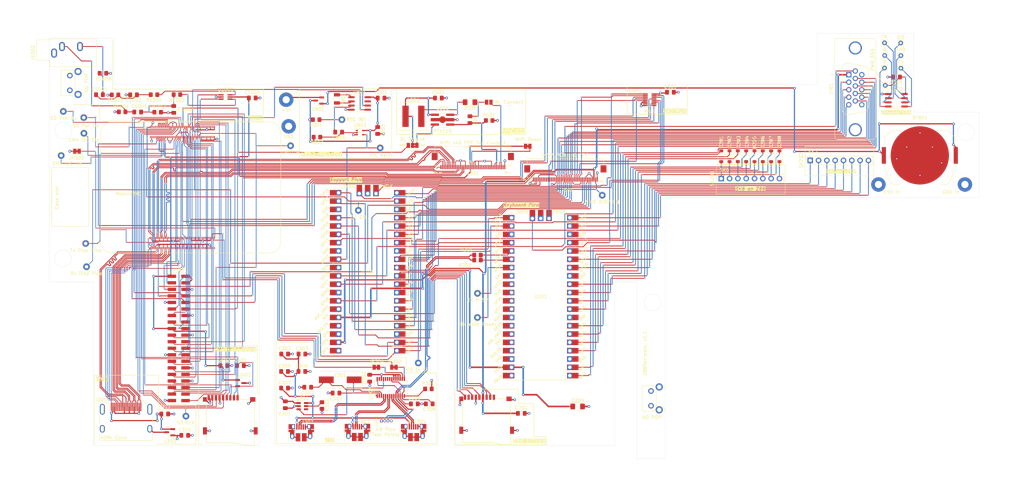
<source format=kicad_pcb>
(kicad_pcb (version 20240108) (generator "pcbnew") (generator_version "8.0")
  (title_block (title "pre v1.1") (date "2024-09-04") (company "Fountain and Menadue"))
  (layers (0 "F.Cu" signal) (1 "In1.Cu" power) (2 "In2.Cu" power) (31 "B.Cu" signal) (34 "B.Paste" user) (35 "F.Paste" user) (36 "B.SilkS" user "B.Silkscreen") (37 "F.SilkS" user "F.Silkscreen") (38 "B.Mask" user) (39 "F.Mask" user) (44 "Edge.Cuts" user))
  (net 0 "")
  (net 1 "/RTC/CELL_PWR")
  (net 2 "GND")
  (net 3 "+5V")
  (net 4 "VBUS")
  (net 5 "/CM4_HighSpeed/3V3_USB")
  (net 6 "/CM4_HighSpeed/1V8_USB")
  (net 7 "/CM4_HighSpeed/HDMI_5v")
  (net 8 "Net-(U302-XIN)")
  (net 9 "Net-(U302-XOUT)")
  (net 10 "3V3_CM4")
  (net 11 "Net-(D501-K)")
  (net 12 "SUPPORT_PICO_3V3")
  (net 13 "/RTC/RTC_PWR")
  (net 14 "RTC_INT")
  (net 15 "Net-(C803-Pad1)")
  (net 16 "Net-(C1001-Pad2)")
  (net 17 "Net-(C1001-Pad1)")
  (net 18 "Net-(C1003-Pad1)")
  (net 19 "Net-(C1004-Pad2)")
  (net 20 "Net-(D201-K)")
  (net 21 "KB_A15")
  (net 22 "Net-(D202-K)")
  (net 23 "KB_A14")
  (net 24 "KB_A13")
  (net 25 "Net-(D203-K)")
  (net 26 "KB_A12")
  (net 27 "Net-(D204-K)")
  (net 28 "Net-(D205-K)")
  (net 29 "KB_A11")
  (net 30 "Net-(D206-K)")
  (net 31 "KB_A10")
  (net 32 "KB_A9")
  (net 33 "Net-(D207-K)")
  (net 34 "Net-(D208-K)")
  (net 35 "KB_A8")
  (net 36 "PICO_PWR")
  (net 37 "Net-(D501-A)")
  (net 38 "/Power/RTC_WAKE")
  (net 39 "/Keyboard/KB_WAKE_POWER")
  (net 40 "KB_USB_N")
  (net 42 "KB_USB_P")
  (net 44 "Net-(J301-Pin_21)")
  (net 49 "/CM4_HighSpeed/MIPI_STBYB")
  (net 60 "HDMI0_CEC")
  (net 61 "/CM4_HighSpeed/HDMI0_D2_P")
  (net 62 "HDMI0_SCL")
  (net 63 "/CM4_HighSpeed/HDMI0_D2_N")
  (net 64 "HDMI0_HOTPLUG")
  (net 66 "HDMI0_SDA")
  (net 67 "CM4_GPIO22")
  (net 68 "CM4_GPIO20")
  (net 69 "CM4_GPIO27")
  (net 70 "CM4_GPIO16")
  (net 71 "CM4_GPIO6")
  (net 72 "CM4_GPIO11")
  (net 73 "CM4_SELECT_SWD_B1")
  (net 74 "CM4_GPIO21")
  (net 75 "CM4_GPIO9")
  (net 76 "CM4_RX_FROM_PICO1")
  (net 77 "RX_FROM_SUPPORT_PICO")
  (net 78 "CM4_I2C_DAT")
  (net 79 "CM4_I2C_CLK")
  (net 80 "AUDIO_PWM1")
  (net 81 "TX_TO_SUPPORT_PICO")
  (net 82 "CM4_GPIO25")
  (net 83 "AUDIO_PWM0")
  (net 84 "CM4_SWD_CLK")
  (net 85 "CM4_SELECT_SWD_B0")
  (net 86 "CM4_GPIO10")
  (net 87 "CM4_GPIO2")
  (net 88 "CM4_GPIO26")
  (net 89 "CM4_SWD_IO")
  (net 90 "CM4_GPIO17")
  (net 91 "CM4_TX_TO_PICO1")
  (net 92 "CM4_GPIO3")
  (net 93 "SD_DAT2")
  (net 94 "SD_DAT3")
  (net 95 "SD_DAT1")
  (net 96 "SD_CMD")
  (net 97 "SD_DAT0")
  (net 98 "SD_CLK")
  (net 99 "DISPLAY_PICO1_SWD_CLK")
  (net 101 "SUPPORT_PICO_GPIO9")
  (net 103 "1V8_CM4")
  (net 105 "SUPPORT_PICO_GPIO6")
  (net 106 "DISPLAY_PICO2_SWD_IO")
  (net 107 "/Side Displays/SIDE_DISPLAYS_ENABLE")
  (net 108 "SUPPORT_PICO_TX_TO_DISP")
  (net 109 "DISPLAY_PICO1_SWD_IO")
  (net 110 "SUPPORT_PICO_GPIO2")
  (net 111 "SUPPORT_PICO_GPIO7")
  (net 112 "/Side Displays/SUPPORT_PICO_SIG_TO_DISP")
  (net 116 "SUPPORT_PICO_GPIO4")
  (net 117 "SUPPORT_PICO_GPIO3")
  (net 118 "SUPPORT_PICO_GPIO5")
  (net 121 "DISPLAY_PICO2_SWD_CLK")
  (net 122 "SUPPORT_PICO_GPIO10")
  (net 123 "SUPPORT_PICO_RX_FROM_DISP")
  (net 125 "SUPPORT_PICO_GPIO8")
  (net 126 "Net-(U701-GPIO28_ADC2)")
  (net 127 "Net-(U701-GPIO27_ADC1)")
  (net 128 "Net-(U701-GPIO26_ADC0)")
  (net 129 "SPI0_SD_CLK")
  (net 132 "SPI0_SD_SLAVE_ENABLE")
  (net 133 "SD_CARD_DETECT")
  (net 134 "SPI0_SD_MOSI")
  (net 135 "SPI0_SD_MISO")
  (net 136 "Net-(JP302-B)")
  (net 137 "Net-(JP302-A)")
  (net 138 "Net-(JP303-A)")
  (net 139 "Net-(JP304-B)")
  (net 140 "Net-(JP304-A)")
  (net 141 "/CM4_GPIO/BL_PWM")
  (net 165 "/CM4_GPIO/GLOBAL_ENABLE")
  (net 167 "Net-(Module301A-SCL0)")
  (net 195 "Net-(Module301A-SD_VDD_Override)")
  (net 205 "Net-(Module301A-SDA0)")
  (net 218 "Net-(Module301A-SD_PWR_ON)")
  (net 220 "Net-(U201-GPIO20)")
  (net 221 "Net-(U201-GPIO19)")
  (net 222 "Net-(U302-REXT)")
  (net 223 "Net-(U301-ILIM)")
  (net 224 "Net-(U1001-Y2)")
  (net 225 "Net-(U1001-Y1)")
  (net 226 "KB_D6")
  (net 227 "KB_D3")
  (net 228 "KB_D2")
  (net 229 "KB_D7")
  (net 230 "KB_D5")
  (net 231 "KB_D4")
  (net 232 "KB_D0")
  (net 233 "KB_D1")
  (net 240 "KB_PICO_SWD_IO")
  (net 247 "KB_PICO_SWD_CLK")
  (net 252 "/Keyboard/KB_WAKE_SUPPORT")
  (net 255 "Net-(U202-TR)")
  (net 256 "Net-(U202-CV)")
  (net 257 "Net-(U202-R)")
  (net 258 "Net-(U202-Q)")
  (net 259 "Net-(U202-DIS)")
  (net 260 "Net-(U202-THR)")
  (net 262 "/CM4_HighSpeed/ENABLE_USB_PWR")
  (net 268 "SUPPORT_PICO_SWD_IO")
  (net 273 "SUPPORT_PICO_SWD_CLK")
  (net 277 "Net-(U801-OSCO)")
  (net 279 "Net-(U801-OSCI)")
  (net 282 "/Power/BL_IN")
  (net 283 "/CM4_HighSpeed/BL_ANODE")
  (net 284 "/CM4_HighSpeed/BL_CATHODE")
  (net 287 "/CM4_HighSpeed/D4_N")
  (net 288 "/CM4_HighSpeed/D4_P")
  (net 289 "/CM4_HighSpeed/D3_P")
  (net 290 "/CM4_HighSpeed/D3_N")
  (net 291 "/CM4_HighSpeed/D2_P")
  (net 292 "/CM4_HighSpeed/D2_N")
  (net 293 "/CM4_HighSpeed/HDMI0_D1_P")
  (net 294 "/CM4_HighSpeed/HDMI0_D0_N")
  (net 295 "/CM4_HighSpeed/HDMI0_D0_P")
  (net 296 "/CM4_HighSpeed/HDMI0_D1_N")
  (net 297 "/CM4_HighSpeed/HDMI0_CK_P")
  (net 298 "/CM4_HighSpeed/HDMI0_CK_N")
  (net 299 "/CM4_HighSpeed/DSI1_C_P")
  (net 300 "/CM4_HighSpeed/DSI1_D0_N")
  (net 301 "/CM4_HighSpeed/DSI1_D2_N")
  (net 302 "/CM4_HighSpeed/DSI1_D0_P")
  (net 303 "/CM4_HighSpeed/DSI1_C_N")
  (net 304 "/CM4_HighSpeed/DSI1_D1_P")
  (net 305 "/CM4_HighSpeed/DSI1_D3_P")
  (net 306 "/CM4_HighSpeed/DSI1_D2_P")
  (net 307 "/CM4_HighSpeed/DSI1_D1_N")
  (net 308 "/CM4_HighSpeed/DSI1_D3_N")
  (net 309 "Net-(J402-VDD)")
  (net 310 "CM4_GPIO19")
  (net 311 "Net-(U202-VCC)")
  (footprint "TestPoint:TestPoint_THTPad_D2.0mm_Drill1.0mm" (layer "F.Cu") (at 36.6 50.3)
    (property "Reference" "TP406" (hide yes))
    (property "Value" "SD Vdd Ov")
  )
  (footprint "Resistor_SMD:R_0805_2012Metric_Pad1.20x1.40mm_HandSolder" (layer "F.Cu") (at 148.082 135.128)
    (property "Reference" "R301")
    (property "Value" "2K7 1%")
  )
  (footprint "TestPoint:TestPoint_THTPad_D2.0mm_Drill1.0mm" (layer "F.Cu") (at 163.068 105.918)
    (property "Reference" "TP702" (hide yes))
    (property "Value" "RX fr SP")
  )
  (footprint "Resistor_SMD:R_0805_2012Metric_Pad1.20x1.40mm_HandSolder" (layer "F.Cu") (at 71.3 45.15 180)
    (property "Reference" "R1003")
    (property "Value" "220R 1%")
  )
  (footprint "Package_SO:SSOP-28_3.9x9.9mm_P0.635mm" (layer "F.Cu") (at 136.5885 134.68 90)
    (property "Reference" "U302")
    (property "Value" "FE1.1s")
  )
  (footprint "Package_SO:SOIC-8_3.9x4.9mm_P1.27mm" (layer "F.Cu") (at 127.065 47.879)
    (property "Reference" "U801")
    (property "Value" "PCF85063AT/AAZ RTC")
  )
  (footprint "Diode_SMD:D_SOD-123" (layer "F.Cu") (at 245.11 63.99132 90)
    (property "Reference" "D204")
    (property "Value" "1N4148W" (hide yes))
  )
  (footprint "Button_Switch_THT:SW_Tactile_SKHH_Angled" (layer "F.Cu") (at 38.608 43.858 90)
    (property "Reference" "SW501" (hide yes))
    (property "Value" "NO POP")
  )
  (footprint "Capacitor_SMD:C_0805_2012Metric_Pad1.18x1.45mm_HandSolder" (layer "F.Cu") (at 70.3125 49.7 -90)
    (property "Reference" "C1002")
    (property "Value" "100nF")
  )
  (footprint "Jumper:SolderJumper-2_P1.3mm_Open_Pad1.0x1.5mm" (layer "F.Cu") (at 166.512 47.498)
    (property "Reference" "JP502" (hide yes))
    (property "Value" "BL Connect")
  )
  (footprint "Capacitor_SMD:C_0805_2012Metric_Pad1.18x1.45mm_HandSolder" (layer "F.Cu") (at 58.05 45.25 180)
    (property "Reference" "C1003")
    (property "Value" "100nF")
  )
  (footprint "Resistor_SMD:R_0805_2012Metric_Pad1.20x1.40mm_HandSolder" (layer "F.Cu") (at 113.808 52.832 180)
    (property "Reference" "R801")
    (property "Value" "510K 1%")
  )
  (footprint "Inductor_SMD:L_Coilcraft_XAL7070-XXX" (layer "F.Cu") (at 143.51 51.816)
    (property "Reference" "L501")
    (property "Value" "10uH")
  )
  (footprint "TestPoint:TestPoint_THTPad_D2.0mm_Drill1.0mm" (layer "F.Cu") (at 145 127.2)
    (property "Reference" "TP701" (hide yes))
    (property "Value" "TX to SP")
  )
  (footprint "Diode_SMD:D_SOD-123" (layer "F.Cu") (at 240.029999 63.990509 90)
    (property "Reference" "D202")
    (property "Value" "1N4148W" (hide yes))
  )
  (footprint "TestPoint:TestPoint_THTPad_D2.0mm_Drill1.0mm" (layer "F.Cu") (at 126.7 80.55)
    (property "Reference" "TP703" (hide yes))
    (property "Value" "GL EN")
  )
  (footprint "Capacitor_SMD:C_0805_2012Metric_Pad1.18x1.45mm_HandSolder" (layer "F.Cu") (at 151.13 46.228)
    (property "Reference" "C501")
    (property "Value" "100nF")
  )
  (footprint "Connector_Pin:Pin_D0.7mm_L6.5mm_W1.8mm_FlatFork" (layer "F.Cu") (at 287.35 37.05)
    (property "Reference" "H203" (hide yes))
    (property "Value" "R")
  )
  (footprint "Connector_PinHeader_1.00mm:PinHeader_1x04_P1.00mm_Vertical" (layer "F.Cu") (at 133.75 144.9 90)
    (property "Reference" "J201")
    (property "Value" "KB Pico Test Points" (hide yes))
  )
  (footprint "Capacitor_SMD:C_0805_2012Metric_Pad1.18x1.45mm_HandSolder" (layer "F.Cu") (at 94.28625 46.2)
    (property "Reference" "C1005")
    (property "Value" "100nF")
  )
  (footprint "Jumper:SolderJumper-2_P1.3mm_Bridged_Pad1.0x1.5mm" (layer "F.Cu") (at 178.42 60.96)
    (property "Reference" "JP301" (hide yes))
    (property "Value" "MIPI Reset")
  )
  (footprint "TestPoint:TestPoint_THTPad_D2.0mm_Drill1.0mm" (layer "F.Cu") (at 163.05 113.3)
    (property "Reference" "H506" (hide yes))
    (property "Value" "KB Wake Power")
  )
  (footprint "Capacitor_SMD:C_0805_2012Metric_Pad1.18x1.45mm_HandSolder" (layer "F.Cu") (at 143.7855 139.7)
    (property "Reference" "C309")
    (property "Value" "10uF")
  )
  (footprint "Resistor_SMD:R_0805_2012Metric_Pad1.20x1.40mm_HandSolder" (layer "F.Cu") (at 166.64 53.086)
    (property "Reference" "R501")
    (property "Value" "30R")
  )
  (footprint "TestPoint:TestPoint_THTPad_D2.0mm_Drill1.0mm" (layer "F.Cu") (at 42.85 52.2)
    (property "Reference" "TP401" (hide yes))
    (property "Value" "SD Pwr On")
  )
  (footprint "Package_SO:SOIC-8_3.9x4.9mm_P1.27mm" (layer "F.Cu") (at 291 46.905)
    (property "Reference" "U202")
    (property "Value" "Unused 555")
  )
  (footprint "Resistor_SMD:R_0805_2012Metric_Pad1.20x1.40mm_HandSolder" (layer "F.Cu") (at 114.046 58.166 180)
    (property "Reference" "R802")
    (property "Value" "510K 1%")
  )
  (footprint "Capacitor_SMD:C_0805_2012Metric_Pad1.18x1.45mm_HandSolder" (layer "F.Cu") (at 120.6715 56.642 180)
    (property "Reference" "C803")
    (property "Value" "100nF")
  )
  (footprint "Connector_FFC-FPC:Hirose_FH12-40S-0.5SH_1x40-1MP_P0.50mm_Horizontal" (layer "F.Cu") (at 161.64 65.49 180)
    (property "Reference" "J301")
    (property "Value" "MIPI x40 FPC Top Contact")
  )
  (footprint "Capacitor_SMD:C_0805_2012Metric_Pad1.18x1.45mm_HandSolder" (layer "F.Cu") (at 160.773 52.832 -90)
    (property "Reference" "C502")
    (property "Value" "2.2uF")
  )
  (footprint "Diode_SMD:D_SOD-123" (layer "F.Cu") (at 242.555477 63.983654 90)
    (property "Reference" "D203")
    (property "Value" "1N4148W" (hide yes))
  )
  (footprint "Package_TO_SOT_SMD:SOT-363_SC-70-6_Handsoldering" (layer "F.Cu") (at 86.15 45.9)
    (property "Reference" "U1001")
    (property "Value" "NC7WZ16P6X")
  )
  (footprint "CM4IO:EDAC 690-019-298-412" (layer "F.Cu") (at 55.764 141.36)
    (property "Reference" "J305")
    (property "Value" "HDMI Conn")
  )
  (footprint "Diode_SMD:D_SOD-123" (layer "F.Cu") (at 250.19 64.008 90)
    (property "Reference" "D206")
    (property "Value" "1N4148W" (hide yes))
  )
  (footprint "Capacitor_SMD:C_0805_2012Metric_Pad1.18x1.45mm_HandSolder" (layer "F.Cu") (at 47.6375 45.2)
    (property "Reference" "C1004")
    (property "Value" "47uF")
  )
  (footprint "Connector_Pin:Pin_D0.7mm_L6.5mm_W1.8mm_FlatFork" (layer "F.Cu") (at 292.35 37.1)
    (property "Reference" "H202" (hide yes))
    (property "Value" "CV")
  )
  (footprint "Capacitor_SMD:C_0805_2012Metric_Pad1.18x1.45mm_HandSolder" (layer "F.Cu") (at 59.3125 50.5 180)
    (property "Reference" "C1001")
    (property "Value" "47uF")
  )
  (footprint "Connector_Pin:Pin_D0.7mm_L6.5mm_W1.8mm_FlatFork" (layer "F.Cu") (at 292.35 33.25)
    (property "Reference" "H206" (hide yes))
    (property "Value" "THR")
  )
  (footprint "Capacitor_SMD:C_0805_2012Metric_Pad1.18x1.45mm_HandSolder" (layer "F.Cu") (at 104.394 139.9755 -90)
    (property "Reference" "C301")
    (property "Value" "10uF")
  )
  (footprint "AJM:Conn_uSDcard" (layer "F.Cu") (at 165.862 148.166)
    (property "Reference" "J702")
    (property "Value" "Z88 SD Card")
  )
  (footprint "MountingHole:MountingHole_2.2mm_M2_Pad" (layer "F.Cu") (at 104.648 46.736)
    (property "Reference" "H503" (hide yes))
    (property "Value" "+5V")
  )
  (footprint "Capacitor_SMD:C_0805_2012Metric_Pad1.18x1.45mm_HandSolder" (layer "F.Cu") (at 221.9745 44.45)
    (property "Reference" "C901")
    (property "Value" "100nF")
  )
  (footprint "Package_TO_SOT_SMD:SOT-23-6" (layer "F.Cu") (at 109.5955 140.396)
    (property "Reference" "U301")
    (property "Value" "AP22653W6")
  )
  (footprint "Connector_PinSocket_2.54mm:PinSocket_1x08_P2.54mm_Vertical" (layer "F.Cu") (at 237.505 70.841 90)
    (property "Reference" "SK201")
    (property "Value" "SK6 on Z88")
  )
  (footprint "Capacitor_SMD:C_0805_2012Metric_Pad1.18x1.45mm_HandSolder" (layer "F.Cu") (at 67.564 142.78475)
    (property "Reference" "C311")
    (property "Value" "100nF")
  )
  (footprint "Resistor_SMD:R_0805_2012Metric_Pad1.20x1.40mm_HandSolder" (layer "F.Cu") (at 65.4125 50.55)
    (property "Reference" "R1002")
    (property "Value" "100R 1%")
  )
  (footprint "Capacitor_SMD:C_0805_2012Metric_Pad1.18x1.45mm_HandSolder" (layer "F.Cu") (at 109.474 124.46)
    (property "Reference" "C303")
    (property "Value" "10uF")
  )
  (footprint "TestPoint:TestPoint_THTPad_D2.0mm_Drill1.0mm" (layer "F.Cu") (at 133.35 61.468)
    (property "Reference" "H505" (hide yes))
    (property "Value" "RTC Wake")
  )
  (footprint "Connector_Pin:Pin_D0.7mm_L6.5mm_W1.8mm_FlatFork" (layer "F.Cu") (at 287.4 33.2)
    (property "Reference" "H204" (hide yes))
    (property "Value" "Q")
  )
  (footprint "Connector_USB:USB_Micro-B_Amphenol_10103594-0001LF_Horizontal" (layer "F.Cu") (at 143.583 148.475)
    (property "Reference" "J304")
    (property "Value" "USB_B_Micro")
  )
  (footprint "Capacitor_SMD:C_0805_2012Metric_Pad1.18x1.45mm_HandSolder" (layer "F.Cu") (at 73.6815 149.319)
    (property "Reference" "C310")
    (property "Value" "10uF")
  )
  (footprint "Capacitor_SMD:C_0805_2012Metric_Pad1.18x1.45mm_HandSolder" (layer "F.Cu") (at 104.1615 134.874)
    (property "Reference" "C307")
    (property "Value" "10uF")
  )
  (footprint "Diode_SMD:D_SOD-123" (layer "F.Cu") (at 252.73 64.008 90)
    (property "Reference" "D207")
    (property "Value" "1N4148W" (hide yes))
  )
  (footprint "Capacitor_SMD:C_0805_2012Metric_Pad1.18x1.45mm_HandSolder" (layer "F.Cu") (at 133.6255 46.228)
    (property "Reference" "C801")
    (property "Value" "100nF")
  )
  (footprint "Crystal:Crystal_SMD_HC49-SD" (layer "F.Cu") (at 121.158 132.334 180)
    (property "Reference" "Y301")
    (property "Value" "ABLS-12.000MHZ-B4-T")
  )
  (footprint "Diode_SMD:D_1206_3216Metric_Pad1.42x1.75mm_HandSolder" (layer "F.Cu") (at 193.65 140.5)
    (property "Reference" "D209")
    (property "Value" "D_Schottky")
  )
  (footprint "TestPoint:TestPoint_THTPad_D2.0mm_Drill1.0mm" (layer "F.Cu") (at 42.9 57)
    (property "Reference" "TP402" (hide yes))
    (property "Value" "CM4 I2C Clk")
  )
  (footprint "Connector_Audio:Jack_3.5mm_CUI_SJ1-3533NG_Horizontal" (layer "F.Cu") (at 33.8 32.48 90)
    (property "Reference" "J1002")
    (property "Value" "AudioJack3")
  )
  (footprint "Capacitor_SMD:C_0805_2012Metric_Pad1.18x1.45mm_HandSolder" (layer "F.Cu") (at 130.15 131.85 -90)
    (property "Reference" "C304")
    (property "Value" "100nF")
  )
  (footprint "Package_TO_SOT_SMD:SOT-353_SC-70-5" (layer "F.Cu") (at 127.188 56.784)
    (property "Reference" "U803")
    (property "Value" "74LVC1G07")
  )
  (footprint "Package_TO_SOT_SMD:SOT-89-5_Handsoldering" (layer "F.Cu") (at 152.4 52.832)
    (property "Reference" "U501")
    (property "Value" "PT4110")
  )
  (footprint "Connector_PinSocket_2.54mm:PinSocket_1x08_P2.54mm_Vertical" (layer "F.Cu") (at 264.668 65.278 90)
    (property "Reference" "SK202")
    (property "Value" "SK7 on Z88")
  )
  (footprint "Crystal:Crystal_SMD_3215-2Pin_3.2x1.5mm" (layer "F.Cu") (at 120.142 46.482 -90)
    (property "Reference" "Y801")
    (property "Value" "ECS-.327-9-34B-C-TR" (hide yes))
  )
  (footprint "Capacitor_SMD:C_0805_2012Metric_Pad1.18x1.45mm_HandSolder" (layer "F.Cu") (at 104.19275 124.46)
    (property "Reference" "C302")
    (property "Value" "100uF")
  )
  (footprint "Resistor_SMD:R_0805_2012Metric_Pad1.20x1.40mm_HandSolder" (layer "F.Cu") (at 64.3 45.2 180)
    (property "Reference" "R1004")
    (property "Value" "220R 1%")
  )
  (footprint "Pico:RPi_Pico_SMD_TH" (layer "F.Cu") (at 129.54 99.314 180)
    (property "Reference" "U701")
    (property "Value" "Support Pico")
  )
  (footprint "Connector_Pin:Pin_D0.7mm_L6.5mm_W1.8mm_FlatFork" (layer "F.Cu") (at 292.3 29.4)
    (property "Reference" "H205" (hide yes))
    (property "Value" "DIS")
  )
  (footprint "TestPoint:TestPoint_THTPad_D2.0mm_Drill1.0mm" (layer "F.Cu") (at 43.434 90.678)
    (property "Reference" "TP408" (hide yes))
    (property "Value" "Tx Disp Pico")
  )
  (footprint "Jumper:SolderJumper-2_P1.3mm_Bridged_Pad1.0x1.5mm" (layer "F.Cu") (at 137.556 128.524)
    (property "Reference" "JP302")
    (property "Value" "SolderJumper_2_Bridged" (hide yes))
  )
  (footprint "Capacitor_SMD:C_0805_2012Metric_Pad1.18x1.45mm_HandSolder" (layer "F.Cu") (at 291.0215 39.793 180)
    (property "Reference" "C201")
    (property "Value" "100nF" (hide yes))
  )
  (footprint "AJM:Conn_uSDcard" (layer "F.Cu") (at 87.6 148.35)
    (property "Reference" "J402")
    (property "Value" "CM4Lite SD Card")
  )
  (footprint "Diode_SMD:D_SOD-123" (layer "F.Cu") (at 255.27 64.008 90)
    (property "Reference" "D208")
    (property "Value" "1N4148W" (hide yes))
  )
  (footprint "Capacitor_SMD:C_0805_2012Metric_Pad1.18x1.45mm_HandSolder" (layer "F.Cu") (at 176.45 142.6)
    (property "Reference" "C701")
    (property "Value" "100nF")
  )
  (footprint "TestPoint:TestPoint_THTPad_D2.0mm_Drill1.0mm" (layer "F.Cu") (at 201.168 75.946)
    (property "Reference" "TP704" (hide yes))
    (property "Value" "SIDE DISP EN")
  )
  (footprint "MountingHole:MountingHole_2.2mm_M2_Pad" (layer "F.Cu") (at 285.496 72.644)
    (property "Reference" "H501" (hide yes))
    (property "Value" "+5V in")
  )
  (footprint "Pico:RPi_Pico_SMD_TH" (layer "F.Cu") (at 182.372 106.934 180)
    (property "Reference" "U201")
    (property "Value" "KB Pico")
  )
  (footprint "TestPoint:TestPoint_THTPad_D2.0mm_Drill1.0mm" (layer "F.Cu") (at 74.05 143.45)
    (property "Reference" "TP404" (hide yes))
    (property "Value" "SD CLK")
  )
  (footprint "Diode_SMD:D_SOD-123" (layer "F.Cu") (at 237.49 64.008 90)
    (property "Reference" "D201")
    (property "Value" "1N4148W" (hide yes))
  )
  (footprint "Battery:BatteryHolder_Keystone_3034_1x20mm" (layer "F.Cu") (at 298.133 63.754)
    (property "Reference" "BT801")
    (property "Value" "Battery_Cell")
  )
  (footprint "TestPoint:TestPoint_THTPad_D2.0mm_Drill1.0mm" (layer "F.Cu") (at 121.666 52.832)
    (property "Reference" "TP801" (hide yes))
    (property "Value" "RTC INT")
  )
  (footprint "Resistor_SMD:R_0805_2012Metric_Pad1.20x1.40mm_HandSolder" (layer "F.Cu") (at 52.4 45.25 180)
    (property "Reference" "R1005")
    (property "Value" "100R 1%")
  )
  (footprint "Diode_SMD:D_1206_3216Metric_Pad1.42x1.75mm_HandSolder" (layer "F.Cu") (at 160.773 47.498 180)
    (property "Reference" "D501")
    (property "Value" "D_Schottky_Small")
  )
  (footprint "Capacitor_SMD:C_0805_2012Metric_Pad1.18x1.45mm_HandSolder" (layer "F.Cu") (at 109.44275 129.794)
    (property "Reference" "C306")
    (property "Value" "10uF")
  )
  (footprint "CM4IO:Raspberry-Pi-4-Compute-Module" (layer "F.Cu") (at 51.5 57.07 -90)
    (property "Reference" "Module301")
    (property "Value" "ComputeModule4")
  )
  (footprint "Resistor_SMD:R_0805_2012Metric_Pad1.20x1.40mm_HandSolder" (layer "F.Cu") (at 163.068 94.217057 180)
    (property "Reference" "R201")
    (property "Value" "22R")
  )
  (footprint "TestPoint:TestPoint_THTPad_D2.0mm_Drill1.0mm" (layer "F.Cu") (at 43.688 97.79)
    (property "Reference" "TP409" (hide yes))
    (property "Value" "Rx Disp Pico")
  )
  (footprint "MountingHole:MountingHole_2.2mm_M2_Pad" (layer "F.Cu") (at 105.41 54.864)
    (property "Reference" "H504" (hide yes))
    (property "Value" "GND")
  )
  (footprint "Button_Switch_THT:SW_Tactile_SKHH_Angled" (layer "F.Cu") (at 216.063 140.276 90)
    (property "Reference" "SW502" (hide yes))
    (property "Value" "NO POP")
  )
  (footprint "Package_TO_SOT_SMD:SOT-23" (layer "F.Cu") (at 114.554 46.99 180)
    (property "Reference" "D801")
    (property "Value" "BAT54C-7-F")
  )
  (footprint "Resistor_SMD:R_0805_2012Metric_Pad1.20x1.40mm_HandSolder" (layer "F.Cu") (at 54.5625 50.45 180)
    (property "Reference" "R1001")
    (property "Value" "1K8 1%")
  )
  (footprint "Connector_PinHeader_2.00mm:PinHeader_2x20_P2.00mm_Vertical_SMD" (layer "F.Cu") (at 71.835 119.7)
    (property "Reference" "J401")
    (property "Value" "~")
  )
  (footprint "Package_TO_SOT_SMD:SOT-23" (layer "F.Cu") (at 69.088 148.37275 180)
    (property "Reference" "U303")
    (property "Value" "RT9742SNGV")
  )
  (footprint "Connector_Pin:Pin_D0.7mm_L6.5mm_W1.8mm_FlatFork" (layer "F.Cu") (at 287.35 29.35)
    (property "Reference" "H201" (hide yes))
    (property "Value" "TR")
  )
  (footprint "Connector_FFC-FPC:Hirose_FH12-40S-0.5SH_1x40-1MP_P0.50mm_Horizontal" (layer "F.Cu") (at 189.9 69.27 180)
    (property "Reference" "J601")
    (property "Value" "DISP_PCB x40 FPC")
  )
  (footprint "Jumper:SolderJumper-2_P1.3mm_Bridged_Pad1.0x1.5mm" (layer "F.Cu") (at 40.782 62.484 180)
    (property "Reference" "JP303")
    (property "Value" "SolderJumper_2_Bridged" (hide yes))
  )
  (footprint "Capacitor_SMD:C_0805_2012Metric_Pad1.18x1.45mm_HandSolder" (layer "F.Cu") (at 85.598 128.016)
    (property "Reference" "C402")
    (property "Value" "10uF")
  )
  (footprint "Capacitor_SMD:C_0805_2012Metric_Pad1.18x1.45mm_HandSolder" (layer "F.Cu") (at 90.678 128.016)
    (property "Reference" "C401")
    (property "Value" "10uF")
  )
  (footprint "Connector_USB:USB_Micro-B_Amphenol_10103594-0001LF_Horizontal" (layer "F.Cu") (at 126.4185 148.446)
    (property "Reference" "J303")
    (property "Value" "USB_B_Micro")
  )
  (footprint "Resistor_SMD:R_0805_2012Metric_Pad1.20x1.40mm_HandSolder" (layer "F.Cu") (at 48.7 38.65)
    (property "Reference" "R1006")
    (property "Value" "1K8 1%")
  )
  (footprint "MountingHole:MountingHole_2.2mm_M2_Pad" (layer "F.Cu") (at 311.912 72.644)
    (property "Reference" "H502" (hide yes))
    (property "Value" "GND in")
  )
  (footprint "Resistor_SMD:R_0805_2012Metric_Pad1.20x1.40mm_HandSolder" (layer "F.Cu") (at 115.57 140.208 -90)
    (property "Reference" "R302")
    (property "Value" "15K 1%")
  )
  (footprint "Package_TO_SOT_SMD:SOT-23" (layer "F.Cu") (at 90.7565 133.35)
    (property "Reference" "U402")
    (property "Value" "RT9742SNGV")
  )
  (footprint "Package_SO:Texas_DYY0016A_TSOT-23-16_4.2x2.0mm_P0.5mm" (layer "F.Cu") (at 215.646 46.736)
    (property "Reference" "U901")
    (property "Value" "MUX")
  )
  (footprint "Capacitor_SMD:C_0805_2012Metric_Pad1.18x1.45mm_HandSolder" (layer "F.Cu") (at 104.1615 129.794)
    (property "Reference" "C305")
    (property "Value" "10uF")
  )
  (footprint "TestPoint:TestPoint_THTPad_D2.0mm_Drill1.0mm" (layer "F.Cu") (at 106 60.8)
    (property "Reference" "TP410" (hide yes))
    (property "Value" "GPIO19")
  )
  (footprint "Capacitor_SMD:C_0805_2012Metric_Pad1.18x1.45mm_HandSolder" (layer "F.Cu") (at 119.8665 136.398 180)
    (property "Reference" "C313")
    (property "Value" "27pF")
  )
  (footprint "Jumper:SolderJumper-2_P1.3mm_Bridged_Pad1.0x1.5mm" (layer "F.Cu") (at 132.192 128.524)
    (property "Reference" "JP304")
    (property "Value" "SolderJumper_2_Bridged" (hide yes))
  )
  (footprint "Jumper:SolderJumper-3_P1.3mm_Bridged2Bar12_Pad1.0x1.5mm" (layer "F.Cu") (at 143.256 60.706 180)
    (property "Reference" "JP501" (hide yes))
    (property "Value" "BL Source")
  )
  (footprint "Connector_Pin:Pin_D0.7mm_L6.5mm_W1.8mm_FlatFork" (layer "F.Cu") (at 287.6 42.35)
    (property "Reference" "H207" (hide yes))
    (property "Value" "PWR_555")
  )
  (footprint "Connector_Dsub:DSUB-15-HD_Female_Vertical_P2.29x1.98mm_MountingHoles" (layer "F.Cu") (at 276.456 39.1 90)
    (property "Reference" "J701")
    (property "Value" "DE15_Receptacle_HighDensity_MountingHoles" (hide yes))
  )
  (footprint "Capacitor_SMD:C_0805_2012Metric_Pad1.18x1.45mm_HandSolder" (layer "F.Cu") (at 148.336 139.7 180)
    (property "Reference" "C308")
    (property "Value" "10nF")
  )
  (footprint "Resistor_SMD:R_0805_2012Metric_Pad1.20x1.40mm_HandSolder" (layer "F.Cu") (at 163.068 95.758 180)
    (property "Reference" "R202")
    (property "Value" "22R")
  )
  (footprint "Connector_USB:USB_Micro-B_Amphenol_10103594-0001LF_Horizontal" (layer "F.Cu") (at 109.254 148.532)
    (property "Reference" "J302")
    (property "Value" "USB_B_Micro")
  )
  (footprint "Diode_SMD:D_SOD-123" (layer "F.Cu") (at 247.65 63.998716 90)
    (property "Reference" "D205")
    (property "Value" "1N4148W" (hide yes))
  )
  (footprint "Capacitor_SMD:C_0805_2012Metric_Pad1.18x1.45mm_HandSolder" (layer "F.Cu") (at 132.588 56.134 -90)
    (property "Reference" "C802")
    (property "Value" "100nF")
  )
  (footprint "Capacitor_SMD:C_0805_2012Metric_Pad1.18x1.45mm_HandSolder" (layer "F.Cu") (at 111.2305 134.62 180)
    (property "Reference" "C312")
    (property "Value" "27pF")
  )
  (footprint "TestPoint:TestPoint_THTPad_D2.0mm_Drill1.0mm" (layer "F.Cu") (at 35.95 63.8)
    (property "Reference" "TP403" (hide yes))
    (property "Value" "CM4 I2C Da")
  )
  (gr_line (start 184.1 149.75) (end 184.1 152.2) (stroke (width 0.15)) (layer "F.SilkS"))
  (gr_line (start 79.2 152.05) (end 77.95 152.05) (stroke (width 0.15)) (layer "F.SilkS"))
  (gr_line (start 227.2 42.65) (end 223.85 42.65) (stroke (width 0.15)) (layer "F.SilkS"))
  (gr_rect (start 263.1 60.98) (end 284.1 69.98) (stroke (width 0.12)) (fill none) (layer "F.SilkS"))
  (gr_line (start 180.3 149.75) (end 184.1 149.75) (stroke (width 0.15)) (layer "F.SilkS"))
  (gr_line (start 156.25 135.2) (end 175.55 135.2) (stroke (width 0.15)) (layer "F.SilkS"))
  (gr_line (start 47.6 48.2) (end 39.6 48.2) (stroke (width 0.15)) (layer "F.SilkS"))
  (gr_line (start 77.95 152.05) (end 77.95 121.95) (stroke (width 0.15)) (layer "F.SilkS"))
  (gr_line (start 156.25 152.2) (end 184.1 152.2) (stroke (width 0.15)) (layer "F.SilkS"))
  (gr_line (start 101.55 120.8) (end 113.05 120.8) (stroke (width 0.15)) (layer "F.SilkS"))
  (gr_line (start 150.5 151.925) (end 101.6 151.85) (stroke (width 0.15)) (layer "F.SilkS"))
  (gr_line (start 208.8 51.15) (end 227.2 51.15) (stroke (width 0.15)) (layer "F.SilkS"))
  (gr_line (start 77.1 140.1) (end 65.7 140.1) (stroke (width 0.15)) (layer "F.SilkS"))
  (gr_line (start 175.55 139.65) (end 180.3 139.65) (stroke (width 0.15)) (layer "F.SilkS"))
  (gr_line (start 175.55 135.2) (end 175.55 139.65) (stroke (width 0.15)) (layer "F.SilkS"))
  (gr_line (start 141.35 130.25) (end 150.45 130.25) (stroke (width 0.15)) (layer "F.SilkS"))
  (gr_line (start 65.7 130.95) (end 46.1 130.95) (stroke (width 0.15)) (layer "F.SilkS"))
  (gr_line (start 77.1 152) (end 77.1 140.1) (stroke (width 0.15)) (layer "F.SilkS"))
  (gr_rect (start 138.43 43.434) (end 177.8 57.404) (stroke (width 0.15)) (fill none) (layer "F.SilkS"))
  (gr_line (start 208.8 42.75) (end 208.8 51.15) (stroke (width 0.15)) (layer "F.SilkS"))
  (gr_line (start 95.85 121.9) (end 95.85 136.7) (stroke (width 0.15)) (layer "F.SilkS"))
  (gr_line (start 227.2 51.15) (end 227.2 42.65) (stroke (width 0.15)) (layer "F.SilkS"))
  (gr_line (start 77.95 121.95) (end 95.85 121.9) (stroke (width 0.15)) (layer "F.SilkS"))
  (gr_line (start 141.35 125.6) (end 141.35 130.25) (stroke (width 0.15)) (layer "F.SilkS"))
  (gr_line (start 113.05 125.6) (end 141.35 125.6) (stroke (width 0.15)) (layer "F.SilkS"))
  (gr_line (start 150.5 130.275) (end 150.5 151.925) (stroke (width 0.15)) (layer "F.SilkS"))
  (gr_line (start 180.3 139.65) (end 180.3 149.75) (stroke (width 0.15)) (layer "F.SilkS"))
  (gr_line (start 113.05 120.8) (end 113.05 125.6) (stroke (width 0.15)) (layer "F.SilkS"))
  (gr_line (start 97.7 43.45) (end 97.7 53.25) (stroke (width 0.15)) (layer "F.SilkS"))
  (gr_line (start 65.15 152) (end 77.1 152) (stroke (width 0.15)) (layer "F.SilkS"))
  (gr_line (start 33.01 69.3) (end 33.04 83.69) (stroke (width 0.12)) (layer "F.SilkS"))
  (gr_line (start 284.5 37.95) (end 286.65 41.4) (stroke (width 0.15)) (layer "F.SilkS"))
  (gr_line (start 208.8 42.75) (end 219.9 42.75) (stroke (width 0.15)) (layer "F.SilkS"))
  (gr_line (start 97.7 43.45) (end 88.75 43.45) (stroke (width 0.15)) (layer "F.SilkS"))
  (gr_line (start 65.7 140.1) (end 65.7 130.95) (stroke (width 0.15)) (layer "F.SilkS"))
  (gr_line (start 101.6 151.85) (end 101.55 120.8) (stroke (width 0.15)) (layer "F.SilkS"))
  (gr_line (start 83.4 43.5) (end 51.65 43.5) (stroke (width 0.15)) (layer "F.SilkS"))
  (gr_rect (start 33.01 67.49) (end 44.34 85.49) (stroke (width 0.12)) (fill none) (layer "F.SilkS"))
  (gr_rect (start 236.01 66.59) (end 257.01 75.59) (stroke (width 0.12)) (fill none) (layer "F.SilkS"))
  (gr_line (start 46.1 130.95) (end 46.1 152.2) (stroke (width 0.15)) (layer "F.SilkS"))
  (gr_line (start 156.25 135.2) (end 156.25 152.2) (stroke (width 0.15)) (layer "F.SilkS"))
  (gr_line (start 97.7 53.25) (end 47.6 53.25) (stroke (width 0.15)) (layer "F.SilkS"))
  (gr_line (start 47.6 53.25) (end 47.6 48.2) (stroke (width 0.15)) (layer "F.SilkS"))
  (gr_line (start 51.65 43.5) (end 51.65 28.4) (stroke (width 0.15)) (layer "F.SilkS"))
  (gr_rect (start 108.712 43.434) (end 136.906 64.516) (stroke (width 0.15)) (fill none) (layer "F.SilkS"))
  (gr_line (start 32.37 102.45) (end 32.37 27.98) (stroke (width 0.05)) (layer "Edge.Cuts"))
  (gr_line (start 205 102.45) (end 205 152.45) (stroke (width 0.05)) (layer "Edge.Cuts"))
  (gr_line (start 266.8 26.439971) (end 296.27 26.44) (stroke (width 0.05)) (layer "Edge.Cuts"))
  (gr_line (start 211.69 156.535) (end 211.69 102.445) (stroke (width 0.05)) (layer "Edge.Cuts"))
  (gr_line (start 220.46 156.54) (end 211.69 156.535) (stroke (width 0.05)) (layer "Edge.Cuts"))
  (gr_line (start 220.46 76.62) (end 220.46 156.54) (stroke (width 0.05)) (layer "Edge.Cuts"))
  (gr_line (start 96.469999 102.45) (end 96.469999 152.45) (stroke (width 0.05)) (layer "Edge.Cuts"))
  (gr_line (start 296.27 26.44) (end 296.27 50.54) (stroke (width 0.05)) (layer "Edge.Cuts"))
  (gr_line (start 96.469999 102.45) (end 101 102.45) (stroke (width 0.05)) (layer "Edge.Cuts"))
  (gr_line (start 52.14 42.030032) (end 266.8 42.024463) (stroke (width 0.05)) (layer "Edge.Cuts"))
  (gr_circle (center 36.65 56.07952) (end 39.25 56.12952) (stroke (width 0.05)) (fill none) (layer "Edge.Cuts"))
  (gr_line (start 316.27 50.54) (end 316.27 76.62) (stroke (width 0.05)) (layer "Edge.Cuts"))
  (gr_line (start 205 102.45) (end 211.69 102.45) (stroke (width 0.05)) (layer "Edge.Cuts"))
  (gr_line (start 45.74 102.45) (end 32.37 102.45) (stroke (width 0.05)) (layer "Edge.Cuts"))
  (gr_line (start 151 102.45) (end 156 102.45) (stroke (width 0.05)) (layer "Edge.Cuts"))
  (gr_line (start 45.74 152.449831) (end 96.469999 152.45) (stroke (width 0.05)) (layer "Edge.Cuts"))
  (gr_line (start 32.37 27.98) (end 52.14 27.98) (stroke (width 0.05)) (layer "Edge.Cuts"))
  (gr_line (start 156 152.449999) (end 205 152.45) (stroke (width 0.05)) (layer "Edge.Cuts"))
  (gr_line (start 101 152.45) (end 151 152.45) (stroke (width 0.05)) (layer "Edge.Cuts"))
  (gr_circle (center 312.26 56.63) (end 314.86 56.68) (stroke (width 0.05)) (fill none) (layer "Edge.Cuts"))
  (gr_line (start 101 102.45) (end 101 152.45) (stroke (width 0.05)) (layer "Edge.Cuts"))
  (gr_line (start 52.14 27.98) (end 52.14 42.030032) (stroke (width 0.05)) (layer "Edge.Cuts"))
  (gr_circle (center 36.53 95.25952) (end 39.13 95.30952) (stroke (width 0.05)) (fill none) (layer "Edge.Cuts"))
  (gr_line (start 266.8 42.024463) (end 266.8 26.439971) (stroke (width 0.05)) (layer "Edge.Cuts"))
  (gr_line (start 45.74 102.45) (end 45.74 152.449831) (stroke (width 0.05)) (layer "Edge.Cuts"))
  (gr_line (start 151 102.45) (end 151 152.45) (stroke (width 0.05)) (layer "Edge.Cuts"))
  (gr_line (start 296.27 50.54) (end 316.27 50.54) (stroke (width 0.05)) (layer "Edge.Cuts"))
  (gr_line (start 220.46 76.62) (end 316.27 76.62) (stroke (width 0.05)) (layer "Edge.Cuts"))
  (gr_line (start 156 102.45) (end 156 152.449999) (stroke (width 0.05)) (layer "Edge.Cuts"))
  (gr_circle (center 216.51 108.77) (end 219.11 108.77) (stroke (width 0.05)) (fill none) (layer "Edge.Cuts"))
  (gr_text "CM4 OS SD Card" (at 82.55 123.65 0) (layer "F.SilkS" knockout) (effects (font (size 1 1) (thickness 0.16) (italic yes)) (justify left bottom)))
  (gr_text "SWD MUX" (at 219.6 50.75 0) (layer "F.SilkS" knockout) (effects (font (size 1 1) (thickness 0.16) (italic yes)) (justify left bottom)))
  (gr_text "Pin 1" (at 171.196 69.342 0) (layer "F.SilkS") (effects (font (size 0.5 0.5) (thickness 0.125)) (justify left bottom)))
  (gr_text "Backlight" (at 170.15 56.65 0) (layer "F.SilkS" knockout) (effects (font (size 1 1) (thickness 0.16) (italic yes)) (justify left bottom)))
  (gr_text "SK7" (at 263.99 63.24 0) (layer "F.SilkS") (effects (font (size 1 1)) (justify left bottom)))
  (gr_text "Pin 1" (at 200.3 72.05 0) (layer "F.SilkS") (effects (font (size 0.5 0.5) (thickness 0.125)) (justify left bottom)))
  (gr_text "5V" (at 142.748 62.738 0) (layer "F.SilkS") (effects (font (size 0.5 0.5) (thickness 0.125)) (justify left bottom)))
  (gr_text "Pin 40" (at 149.606 69.342 0) (layer "F.SilkS") (effects (font (size 0.5 0.5) (thickness 0.125)) (justify left bottom)))
  (gr_text "Z88 SD Card" (at 173.95 151.65 0) (layer "F.SilkS" knockout) (effects (font (size 1 1) (thickness 0.16) (italic yes)) (justify left bottom)))
  (gr_text "Audio" (at 93.1 52.85 0) (layer "F.SilkS" knockout) (effects (font (size 1 1) (thickness 0.16) (italic yes)) (justify left bottom)))
  (gr_text "PWM" (at 139.192 60.96 0) (layer "F.SilkS") (effects (font (size 0.5 0.5) (thickness 0.125)) (justify left bottom)))
  (gr_text "HDMI" (at 46.5 132.7 0) (layer "F.SilkS" knockout) (effects (font (size 1 1) (thickness 0.16) (italic yes)) (justify left bottom)))
  (gr_text "Pin 40" (at 176.95 71.65 0) (layer "F.SilkS") (effects (font (size 0.5 0.5) (thickness 0.125)) (justify left bottom)))
  (gr_text "OUT" (at 145.796 60.96 0) (layer "F.SilkS") (effects (font (size 0.5 0.5) (thickness 0.125)) (justify left bottom)))
  (gr_text "Real Time Clock" (at 109.2 64 0) (layer "F.SilkS" knockout) (effects (font (size 1 1) (thickness 0.16) (italic yes)) (justify left bottom)))
  (gr_text "KB Pico\nTest Points" (at 135.05 149.7 0) (layer "F.SilkS") (effects (font (size 1 1)) (justify bottom)))
  (gr_text "Support Pico" (at 117.9 71.65 0) (layer "F.SilkS" knockout) (effects (font (size 1 1) (thickness 0.16) (italic yes)) (justify left bottom)))
  (gr_text "Keyboard Pico" (at 170.9 79.5 0) (layer "F.SilkS" knockout) (effects (font (size 1 1) (thickness 0.16) (italic yes)) (justify left bottom)))
  (gr_text "Z88Recreate, v1.1" (at 214.8 131.25 90) (layer "F.SilkS") (effects (font (size 1 1)) (justify left bottom)))
  (gr_text "USB" (at 116.3 151.4 0) (layer "F.SilkS" knockout) (effects (font (size 1 1) (thickness 0.16) (italic yes)) (justify left bottom)))
  (gr_text "SK6" (at 236.9 68.85 0) (layer "F.SilkS") (effects (font (size 1 1)) (justify left bottom)))
  (gr_text "Case slot" (at 35.2 76.7 90) (layer "F.SilkS") (effects (font (size 1 1)) (justify bottom)))
  (segment (start 117.282 47.94) (end 115.4915 47.94) (width 0.35) (layer "F.Cu") (net 1))
  (segment (start 309.118 61.218) (end 309.118 63.754) (width 0.35) (layer "F.Cu") (net 1))
  (segment (start 285.75 62.45) (end 285.844 62.45) (width 0.35) (layer "F.Cu") (net 1))
  (segment (start 133.214 43.15) (end 259.776 43.15) (width 0.35) (layer "F.Cu") (net 1))
  (segment (start 132.151 44.213) (end 133.214 43.15) (width 0.35) (layer "F.Cu") (net 1))
  (segment (start 285.75 54.102) (end 308.4 54.102) (width 0.35) (layer "F.Cu") (net 1))
  (segment (start 259.9 62.55) (end 285.7 62.55) (width 0.35) (layer "F.Cu") (net 1))
  (segment (start 117.348 44.6) (end 117.735 44.213) (width 0.35) (layer "F.Cu") (net 1))
  (segment (start 285.7 62.55) (end 285.75 62.5) (width 0.35) (layer "F.Cu") (net 1))
  (segment (start 285.844 62.45) (end 287.148 63.754) (width 0.35) (layer "F.Cu") (net 1))
  (segment (start 308.4 60.5) (end 309.118 61.218) (width 0.35) (layer "F.Cu") (net 1))
  (segment (start 259.776 43.15) (end 259.856 43.23) (width 0.35) (layer "F.Cu") (net 1))
  (segment (start 117.735 44.213) (end 132.151 44.213) (width 0.35) (layer "F.Cu") (net 1))
  (via (at 308.4 60.5) (size 0.8) (drill 0.4) (layers "F.Cu" "B.Cu") (net 1))
  (via (at 285.75 54.1) (size 0.8) (drill 0.4) (layers "F.Cu" "B.Cu") (net 1))
  (via (at 308.45 54.15) (size 0.8) (drill 0.4) (layers "F.Cu" "B.Cu") (net 1))
  (via (at 259.856 62.594) (size 0.8) (drill 0.4) (layers "F.Cu" "B.Cu") (net 1))
  (via (at 259.856 43.23) (size 0.8) (drill 0.4) (layers "F.Cu" "B.Cu") (net 1))
  (via (at 117.282 47.94) (size 0.8) (drill 0.4) (layers "F.Cu" "B.Cu") (net 1))
  (via (at 285.75 62.45) (size 0.8) (drill 0.4) (layers "F.Cu" "B.Cu") (net 1))
  (via (at 117.348 44.6) (size 0.8) (drill 0.4) (layers "F.Cu" "B.Cu") (net 1))
  (segment (start 117.348 47.874) (end 117.282 47.94) (width 0.35) (layer "B.Cu") (net 1))
  (segment (start 285.75 62.45) (end 285.75 54.102) (width 0.35) (layer "B.Cu") (net 1))
  (segment (start 259.856 62.594) (end 259.856 43.23) (width 0.35) (layer "B.Cu") (net 1))
  (segment (start 308.4 54.102) (end 308.4 60.5) (width 0.35) (layer "B.Cu") (net 1))
  (segment (start 117.348 44.6) (end 117.348 47.874) (width 0.35) (layer "B.Cu") (net 1))
  (segment (start 49.7 38.65) (end 50.95 38.65) (width 0.35) (layer "F.Cu") (net 2))
  (segment (start 75.6 89.64) (end 75.71 89.75) (width 0.2) (layer "F.Cu") (net 2))
  (segment (start 73.2 91) (end 73.15 90.95) (width 0.2) (layer "F.Cu") (net 2))
  (segment (start 186.257537 69.75) (end 186.157537 69.65) (width 0.2) (layer "F.Cu") (net 2))
  (segment (start 162.3 65.5) (end 162.5 65.5) (width 0.2) (layer "F.Cu") (net 2))
  (segment (start 68.6125 50.7) (end 70.275 50.7) (width 0.35) (layer "F.Cu") (net 2))
  (segment (start 213.464 47.486) (end 214.3335 47.486) (width 0.35) (layer "F.Cu") (net 2))
  (segment (start 144.978 146.59) (end 144.858 146.71) (width 0.35) (layer "F.Cu") (net 2))
  (segment (start 75.71 89.75) (end 77.01 89.75) (width 0.35) (layer "F.Cu") (net 2))
  (segment (start 213.106 48.514) (end 214.3055 48.514) (width 0.35) (layer "F.Cu") (net 2))
  (segment (start 71.2 54.1) (end 71.2 55.07) (width 0.2) (layer "F.Cu") (net 2))
  (segment (start 81.436 139.454) (end 81.436 138.186) (width 0.35) (layer "F.Cu") (net 2))
  (segment (start 134.663 46.228) (end 136.144 46.228) (width 0.35) (layer "F.Cu") (net 2))
  (segment (start 63.6 89.64) (end 63.81 89.85) (width 0.2) (layer "F.Cu") (net 2))
  (segment (start 79.31 89.75) (end 80.7 89.75) (width 0.35) (layer "F.Cu") (net 2))
  (segment (start 224.282 44.45) (end 223.012 44.45) (width 0.35) (layer "F.Cu") (net 2))
  (segment (start 108.712 134.62) (end 110.193 134.62) (width 0.35) (layer "F.Cu") (net 2))
  (segment (start 81.436 139.454) (end 81.054 139.454) (width 0.35) (layer "F.Cu") (net 2))
  (segment (start 63.6 88.99) (end 63.6 89.64) (width 0.2) (layer "F.Cu") (net 2))
  (segment (start 53.5625 50.45) (end 52.4625 50.45) (width 0.35) (layer "F.Cu") (net 2))
  (segment (start 66 88.99) (end 66 89.95) (width 0.2) (layer "F.Cu") (net 2))
  (segment (start 286.583724 45) (end 288.525 45) (width 0.35) (layer "F.Cu") (net 2))
  (segment (start 177.4445 142.6) (end 178.7145 142.6) (width 0.35) (layer "F.Cu") (net 2))
  (segment (start 140.828 149.59) (end 142.328 149.59) (width 0.35) (layer "F.Cu") (net 2))
  (segment (start 73.92 132.7) (end 75.85 132.7) (width 0.35) (layer "F.Cu") (net 2))
  (segment (start 110.189 149.917) (end 111.689 149.917) (width 0.35) (layer "F.Cu") (net 2))
  (segment (start 74.8 58.15) (end 74.8 57.1) (width 0.2) (layer "F.Cu") (net 2))
  (segment (start 72 88.99) (end 72 89.9) (width 0.2) (layer "F.Cu") (net 2))
  (segment (start 79.2 92.07) (end 79.2 91) (width 0.2) (layer "F.Cu") (net 2))
  (segment (start 127.3535 149.831) (end 128.8535 149.831) (width 0.35) (layer "F.Cu") (net 2))
  (segment (start 151.89 67.34) (end 151.01 67.34) (width 0.2) (layer "F.Cu") (net 2))
  (segment (start 186.85 69.75) (end 186.257537 69.75) (width 0.2) (layer "F.Cu") (net 2))
  (segment (start 159.39 65.64) (end 159.2 65.45) (width 0.2) (layer "F.Cu") (net 2))
  (segment (start 70 53.75) (end 70.1 53.65) (width 0.2) (layer "F.Cu") (net 2))
  (segment (start 73.92 128.7) (end 75.9 128.7) (width 0.35) (layer "F.Cu") (net 2))
  (segment (start 156.39 67.34) (end 156.39 65.66) (width 0.2) (layer "F.Cu") (net 2))
  (segment (start 81.45 55.9) (end 80.4 55.9) (width 0.35) (layer "F.Cu") (net 2))
  (segment (start 68.4 88.99) (end 68.4 89.95) (width 0.2) (layer "F.Cu") (net 2))
  (segment (start 167.2 65.5) (end 165.25 65.5) (width 0.2) (layer "F.Cu") (net 2))
  (segment (start 69.85 89.85) (end 70.05 89.85) (width 0.35) (layer "F.Cu") (net 2))
  (segment (start 192.295 72.172537) (end 192.15 72.027537) (width 0.2) (layer "F.Cu") (net 2))
  (segment (start 78 92.07) (end 78 90.95) (width 0.2) (layer "F.Cu") (net 2))
  (segment (start 104.394 141.013) (end 106.56 141.013) (width 0.35) (layer "F.Cu") (net 2))
  (segment (start 194.35 72.6) (end 192.55 72.6) (width 0.2) (layer "F.Cu") (net 2))
  (segment (start 149.098 132.502) (end 149.1 132.5) (width 0.35) (layer "F.Cu") (net 2))
  (segment (start 87.884 128.016) (end 87.9 128) (width 0.35) (layer "F.Cu") (net 2))
  (segment (start 93.35 139.55) (end 94.55 138.35) (width 0.35) (layer "F.Cu") (net 2))
  (segment (start 66 91.207537) (end 65.892463 91.1) (width 0.2) (layer "F.Cu") (net 2))
  (segment (start 105.2615 134.874) (end 106.5315 134.874) (width 0.35) (layer "F.Cu") (net 2))
  (segment (start 81.054 139.454) (end 79.95 138.35) (width 0.35) (layer "F.Cu") (net 2))
  (segment (start 142.598 149.86) (end 144.518 149.86) (width 0.35) (layer "F.Cu") (net 2))
  (segment (start 72.25 56.55) (end 71.2 57.6) (width 0.2) (layer "F.Cu") (net 2))
  (segment (start 80.7 89.75) (end 81.3 89.75) (width 0.35) (layer "F.Cu") (net 2))
  (segment (start 74.8 57.1) (end 74.4 56.7) (width 0.2) (layer "F.Cu") (net 2))
  (segment (start 197.15 69.3) (end 196.142281 70.307719) (width 0.2) (layer "F.Cu") (net 2))
  (segment (start 93.1505 139.55) (end 93.35 139.55) (width 0.35) (layer "F.Cu") (net 2))
  (segment (start 130.2 134.1) (end 130.2 132.9375) (width 0.35) (layer "F.Cu") (net 2))
  (segment (start 74.45 56.65) (end 74.45 56.013603) (width 0.2) (layer "F.Cu") (net 2))
  (segment (start 156.6 65.45) (end 157.8 65.45) (width 0.2) (layer "F.Cu") (net 2))
  (segment (start 73.92 112.7) (end 75.95 112.7) (width 0.35) (layer "F.Cu") (net 2))
  (segment (start 105.33575 124.46) (end 106.60575 124.46) (width 0.35) (layer "F.Cu") (net 2))
  (segment (start 144.518 149.86) (end 146.018 149.86) (width 0.35) (layer "F.Cu") (net 2))
  (segment (start 64.8 91.5) (end 65.2 91.1) (width 0.2) (layer "F.Cu") (net 2))
  (segment (start 105.41 129.794) (end 106.68 129.794) (width 0.35) (layer "F.Cu") (net 2))
  (segment (start 82.8 55.75) (end 82.65 55.9) (width 0.2) (layer "F.Cu") (net 2))
  (segment (start 69.6 88.99) (end 69.6 89.8) (width 0.2) (layer "F.Cu") (net 2))
  (segment (start 78.8 58.15) (end 78.8 58.9) (width 0.2) (layer "F.Cu") (net 2))
  (segment (start 171.39 67.34) (end 171.39 65.46) (width 0.2) (layer "F.Cu") (net 2))
  (segment (start 82.80359 58.84641) (end 83.40359 58.84641) (width 0.35) (layer "F.Cu") (net 2))
  (segment (start 69.75 138.7) (end 67.75 138.7) (width 0.35) (layer "F.Cu") (net 2))
  (segment (start 68.6015 142.78475) (end 70.358 142.78475) (width 0.35) (layer "F.Cu") (net 2))
  (segment (start 192.295 72.345) (end 192.295 72.172537) (width 0.2) (layer "F.Cu") (net 2))
  (segment (start 127.8135 146.561) (end 127.6935 146.681) (width 0.35) (layer "F.Cu") (net 2))
  (segment (start 76.63 55.95) (end 76.8 55.95) (width 0.35) (layer "F.Cu") (net 2))
  (segment (start 149.098 135.128) (end 149.098 132.502) (width 0.35) (layer "F.Cu") (net 2))
  (segment (start 76.8 92.07) (end 76.8 91) (width 0.2) (layer "F.Cu") (net 2))
  (segment (start 125.4335 149.831) (end 127.3535 149.831) (width 0.35) (layer "F.Cu") (net 2))
  (segment (start 76.8 88.99) (end 76.8 89.54) (width 0.2) (layer "F.Cu") (net 2))
  (segment (start 80.4 92.07) (end 80.4 91) (width 0.2) (layer "F.Cu") (net 2))
  (segment (start 55.264 140.63) (end 55.264 142.38475) (width 0.35) (layer "F.Cu") (net 2))
  (segment (start 161.89 65.91) (end 162.3 65.5) (width 0.2) (layer "F.Cu") (net 2))
  (segment (start 198.150714 70.300714) (end 197.15 69.3) (width 0.2) (layer "F.Cu") (net 2))
  (segment (start 158 65.45) (end 157.9 65.35) (width 0.2) (layer "F.Cu") (net 2))
  (segment (start 78.8 58.9) (end 78.9 59) (width 0.2) (layer "F.Cu") (net 2))
  (segment (start 52.264 140.63) (end 52.264 142.414) (width 0.35) (layer "F.Cu") (net 2))
  (segment (start 38.684 62.484) (end 38.65 62.45) (width 0.35) (layer "F.Cu") (net 2))
  (segment (start 83.40359 58.84641) (end 83.5 58.75) (width 0.35) (layer "F.Cu") (net 2))
  (segment (start 86.6355 128.016) (end 87.884 128.016) (width 0.35) (layer "F.Cu") (net 2))
  (segment (start 185.85 72.635) (end 186.535 72.635) (width 0.35) (layer "F.Cu") (net 2))
  (segment (start 78.975 59.075) (end 82.575 59.075) (width 0.35) (layer "F.Cu") (net 2))
  (segment (start 162.39 65.61) (end 162.5 65.5) (width 0.2) (layer "F.Cu") (net 2))
  (segment (start 181.65 70.22) (end 181.65 71.12) (width 0.2) (layer "F.Cu") (net 2))
  (segment (start 63.6 91.55) (end 63.35 91.3) (width 0.2) (layer "F.Cu") (net 2))
  (segment (start 76.4 55.72) (end 76.63 55.95) (width 0.2) (layer "F.Cu") (net 2))
  (segment (start 167.39 65.69) (end 167.2 65.5) (width 0.2) (layer "F.Cu") (net 2))
  (segment (start 110.66975 124.46) (end 111.93975 124.46) (width 0.35) (layer "F.Cu") (net 2))
  (segment (start 81.6 88.99) (end 81.6 89.64) (width 0.2) (layer "F.Cu") (net 2))
  (segment (start 117.602 136.398) (end 118.829 136.398) (width 0.35) (layer "F.Cu") (net 2))
  (segment (start 70.8 88.99) (end 70.8 89.9) (width 0.2) (layer "F.Cu") (net 2))
  (segment (start 144.823 139.7) (end 146.093 139.7) (width 0.35) (layer "F.Cu") (net 2))
  (segment (start 182.22 69.65) (end 186.157537 69.65) (width 0.35) (layer "F.Cu") (net 2))
  (segment (start 57.0125 45.25) (end 55.8 45.25) (width 0.35) (layer "F.Cu") (net 2))
  (segment (start 81.49 89.75) (end 81.3 89.75) (width 0.35) (layer "F.Cu") (net 2))
  (segment (start 145.978 146.59) (end 144.978 146.59) (width 0.35) (layer "F.Cu") (net 2))
  (segment (start 132.341 137.16) (end 132.461 137.28) (width 0.35) (layer "F.Cu") (net 2))
  (segment (start 72.25 56.55) (end 72.8 57.1) (width 0.2) (layer "F.Cu") (net 2))
  (segment (start 76.8 58.15) (end 76.8 56.95) (width 0.2) (layer "F.Cu") (net 2))
  (segment (start 40.132 62.484) (end 38.684 62.484) (width 0.35) (layer "F.Cu") (net 2))
  (segment (start 69.4 53.65) (end 70.1 53.65) (width 0.35) (layer "F.Cu") (net 2))
  (segment (start 69.6 89.8) (end 69.65 89.85) (width 0.2) (layer "F.Cu") (net 2))
  (segment (start 70.05 89.85) (end 70.15 89.95) (width 0.35) (layer "F.Cu") (net 2))
  (segment (start 156.39 65.66) (end 156.6 65.45) (width 0.2) (layer "F.Cu") (net 2))
  (segment (start 64.8 92.07) (end 64.8 91.5) (width 0.2) (layer "F.Cu") (net 2))
  (segment (start 70.75 53.65) (end 71.2 54.1) (width 0.2) (layer "F.Cu") (net 2))
  (segment (start 157.8 65.45) (end 157.9 65.35) (width 0.2) (layer "F.Cu") (net 2))
  (segment (start 55.264 142.38475) (end 55.118 142.53075) (width 0.35) (layer "F.Cu") (net 2))
  (segment (start 159.2 65.45) (end 158 65.45) (width 0.2) (layer "F.Cu") (net 2))
  (segment (start 72 91) (end 71.95 90.95) (width 0.2) (layer "F.Cu") (net 2))
  (segment (start 70.75 53.65) (end 70.1 53.65) (width 0.35) (layer "F.Cu") (net 2))
  (segment (start 167.649 53.086) (end 169.189 53.086) (width 0.35) (layer "F.Cu") (net 2))
  (segment (start 63.6 92.07) (end 63.6 91.55) (width 0.2) (layer "F.Cu") (net 2))
  (segment (start 59.764 140.63) (end 59.764 142.45675) (width 0.35) (layer "F.Cu") (net 2))
  (segment (start 153.39 67.34) (end 153.39 65.726) (width 0.2) (layer "F.Cu") (net 2))
  (segment (start 70 55.07) (end 70 53.75) (width 0.2) (layer "F.Cu") (net 2))
  (segment (start 175.26 147.828) (end 173.738 147.828) (width 0.35) (layer "F.Cu") (net 2))
  (segment (start 70.8 92.07) (end 70.8 90.95) (width 0.2) (layer "F.Cu") (net 2))
  (segment (start 91.694 133.35) (end 93.5 133.35) (width 0.35) (layer "F.Cu") (net 2))
  (segment (start 174.498 138.43) (end 172.976 138.43) (width 0.35) (layer "F.Cu") (net 2))
  (segment (start 64.8 89.9) (end 64.75 89.95) (width 0.2) (layer "F.Cu") (net 2))
  (segment (start 63.6 55.07) (end 63.6 54.45) (width 0.2) (layer "F.Cu") (net 2))
  (segment (start 81.6 55.07) (end 81.6 55.9) (width 0.2) (layer "F.Cu") (net 2))
  (segment (start 132.588 57.15) (end 134.366 57.15) (width 0.35) (layer "F.Cu") (net 2))
  (segment (start 75.6 92.07) (end 75.6 90.95) (width 0.2) (layer "F.Cu") (net 2))
  (segment (start 171.39 65.46) (end 171.45 65.4) (width 0.35) (layer "F.Cu") (net 2))
  (segment (start 289.984 39.793) (end 288.46 39.793) (width 0.35) (layer "F.Cu") (net 2))
  (segment (start 75.85 132.7) (end 75.9 132.65) (width 0.35) (layer "F.Cu") (net 2))
  (segment (start 110.529 146.767) (end 111.529 146.767) (width 0.35) (layer "F.Cu") (net 2))
  (segment (start 82.8 58.15) (end 82.8 58.748785) (width 0.2) (layer "F.Cu") (net 2))
  (segment (start 72.4 56.7) (end 74.4 56.7) (width 0.25) (layer "F.Cu") (net 2))
  (segment (start 76.4 55.72) (end 76.4 55.07) (width 0.2) (layer "F.Cu") (net 2))
  (segment (start 80.51 89.75) (end 80.7 89.75) (width 0.35) (layer "F.Cu") (net 2))
  (segment (start 79.2 88.99) (end 79.2 89.64) (width 0.2) (layer "F.Cu") (net 2))
  (segment (start 108.269 149.917) (end 106.769 149.917) (width 0.35) (layer "F.Cu") (net 2))
  (segment (start 73.92 118.7) (end 75.85 118.7) (width 0.35) (layer "F.Cu") (net 2))
  (segment (start 125.252 57.434) (end 125.222 57.404) (width 0.35) (layer "F.Cu") (net 2))
  (segment (start 131.826 137.16) (end 132.341 137.16) (width 0.35) (layer "F.Cu") (net 2))
  (segment (start 106.56 141.013) (end 107.177 140.396) (width 0.35) (layer "F.Cu") (net 2))
  (segment (start 65.892463 91.1) (end 66.042463 90.95) (width 0.35) (layer "F.Cu") (net 2))
  (segment (start 152.1675 46.228) (end 153.67 46.228) (width 0.35) (layer "F.Cu") (net 2))
  (segment (start 64.8 88.99) (end 64.8 89.9) (width 0.2) (layer "F.Cu") (net 2))
  (segment (start 71.2 57.6) (end 71.2 58.15) (width 0.2) (layer "F.Cu") (net 2))
  (segment (start 106.499 148.717) (end 106.499 146.957) (width 0.35) (layer "F.Cu") (net 2))
  (segment (start 187.15 71.12) (end 187.15 70.05) (width 0.2) (layer "F.Cu") (net 2))
  (segment (start 108.447 140.396) (end 107.177 140.396) (width 0.35) (layer "F.Cu") (net 2))
  (segment (start 70 58.15) (end 70 58.8) (width 0.2) (layer "F.Cu") (net 2))
  (segment (start 73.92 104.7) (end 75.85 104.7) (width 0.35) (layer "F.Cu") (net 2))
  (segment (start 77.01 89.75) (end 78.35 89.75) (width 0.35) (layer "F.Cu") (net 2))
  (segment (start 69.75 108.7) (end 67.8 108.7) (width 0.35) (layer "F.Cu") (net 2))
  (segment (start 74.4 92.07) (end 74.4 91) (width 0.2) (layer "F.Cu") (net 2))
  (segment (start 157.89 67.34) (end 157.89 65.36) (width 0.2) (layer "F.Cu") (net 2))
  (segment (start 81.436 138.186) (end 81.1 137.85) (width 0.35) (layer "F.Cu") (net 2))
  (segment (start 82.65 55.9) (end 81.45 55.9) (width 0.35) (layer "F.Cu") (net 2))
  (segment (start 63.95 54.1) (end 63.6 54.45) (width 0.2) (layer "F.Cu") (net 2))
  (segment (start 196.142281 70.307719) (end 196.142281 71.141372) (width 0.2) (layer "F.Cu") (net 2))
  (segment (start 50.95 38.65) (end 51 38.6) (width 0.35) (layer "F.Cu") (net 2))
  (segment (start 52.65 142.6) (end 59.65 142.6) (width 0.35) (layer "F.Cu") (net 2))
  (segment (start 72.8 57.1) (end 72.8 58.15) (width 0.2) (layer "F.Cu") (net 2))
  (segment (start 199.645735 69.104265) (end 199.645735 71.152563) (width 0.2) (layer "F.Cu") (net 2))
  (segment (start 152.4 52.832) (end 156.972 52.832) (width 0.35) (layer "F.Cu") (net 2))
  (segment (start 58.264 140.63) (end 58.264 142.43275) (width 0.35) (layer "F.Cu") (net 2))
  (segment (start 68.800005 55.130367) (end 68.800005 54.249995) (width 0.2) (layer "F.Cu") (net 2))
  (segment (start 81.6 91.45) (end 81.25 91.1) (width 0.2) (layer "F.Cu") (net 2))
  (segment (start 78 88.99) (end 78 89.55) (width 0.2) (layer "F.Cu") (net 2))
  (segment (start 126.238 57.434) (end 125.252 57.434) (width 0.35) (layer "F.Cu") (net 2))
  (segment (start 151.01 67.34) (end 150.7 67.65) (width 0.2) (layer "F.Cu") (net 2))
  (segment (start 66 92.07) (end 66 91.207537) (width 0.2) (layer "F.Cu") (net 2))
  (segment (start 194.65 72.3) (end 194.35 72.6) (width 0.2) (layer "F.Cu") (net 2))
  (segment (start 162.39 67.34) (end 162.39 65.61) (width 0.2) (layer "F.Cu") (net 2))
  (segment (start 74.4 56.7) (end 74.45 56.65) (width 0.2) (layer "F.Cu") (net 2))
  (segment (start 213.05 47.9) (end 213.05 48.6) (width 0.35) (layer "F.Cu") (net 2))
  (segment (start 78.75 55.95) (end 80.35 55.95) (width 0.35) (layer "F.Cu") (net 2))
  (segment (start 111.979 148.717) (end 111.979 146.977) (width 0.35) (layer "F.Cu") (net 2))
  (segment (start 80.4 58.15) (end 80.4 59.075) (width 0.2) (layer "F.Cu") (net 2))
  (segment (start 163.39 65.56) (end 163.45 65.5) (width 0.2) (layer "F.Cu") (net 2))
  (segment (start 115.57 141.224) (end 115.57 142.494) (width 0.35) (layer "F.Cu") (net 2))
  (segment (start 75.6 88.99) (end 75.6 89.64) (width 0.2) (layer "F.Cu") (net 2))
  (segment (start 94.142 147.95) (end 95.158 147.95) (width 0.35) (layer "F.Cu") (net 2))
  (segment (start 65.2 91.1) (end 65.892463 91.1) (width 0.35) (layer "F.Cu") (net 2))
  (segment (start 70 58.8) (end 69.15 59.65) (width 0.2) (layer "F.Cu") (net 2))
  (segment (start 129.1435 148.631) (end 129.1435 146.711) (width 0.35) (layer "F.Cu") (net 2))
  (segment (start 63.6 58.15) (end 63.6 59.4) (width 0.2) (layer "F.Cu") (net 2))
  (segment (start 73.2 92.07) (end 73.2 91) (width 0.2) (layer "F.Cu") (net 2))
  (segment (start 157.734 139.954) (end 157.734 138.432) (width 0.35) (layer "F.Cu") (net 2))
  (segment (start 52.4 142.55) (end 52.6 142.55) (width 0.35) (layer "F.Cu") (net 2))
  (segment (start 162.5 65.5) (end 163.45 65.5) (width 0.2) (layer "F.Cu") (net 2))
  (segment (start 51.4625 45.3) (end 50.25 45.3) (width 0.35) (layer "F.Cu") (net 2))
  (segment (start 68.4 58.15) (end 68.4 58.9) (width 0.2) (layer "F.Cu") (net 2))
  (segment (start 163.39 67.34) (end 163.39 65.56) (width 0.2) (layer "F.Cu") (net 2))
  (segment (start 124.59 49.784) (end 122.936 49.784) (width 0.35) (layer "F.Cu") (net 2))
  (segment (start 84.6625 45.9) (end 83.45 45.9) (width 0.35) (layer "F.Cu") (net 2))
  (segment (start 163.45 65.5) (end 165.25 65.5) (width 0.2) (layer "F.Cu") (net 2))
  (segment (start 52.264 142.414) (end 52.4 142.55) (width 0.35) (layer "F.Cu") (net 2))
  (segment (start 67.2 92.07) (end 67.2 90.95) (width 0.2) (layer "F.Cu") (net 2))
  (segment (start 72.4 56.4) (end 72.4 55.07) (width 0.2) (layer "F.Cu") (net 2))
  (segment (start 74.4 55.963603) (end 74.4 55.07) (width 0.2) (layer "F.Cu") (net 2))
  (segment (start 68.1505 148.37275) (end 64.06675 148.37275) (width 0.35) (layer "F.Cu") (net 2))
  (segment (start 95.34375 46.2) (end 96.55625 46.2) (width 0.35) (layer "F.Cu") (net 2))
  (segment (start 81.6 58.15) (end 81.6 59.075) (width 0.2) (layer "F.Cu") (net 2))
  (segment (start 199.65 69.1) (end 199.645735 69.104265) (width 0.35) (layer "F.Cu") (net 2))
  (segment (start 63.91 89.95) (end 69.95 89.95) (width 0.35) (layer "F.Cu") (net 2))
  (segment (start 78.35 89.75) (end 79.31 89.75) (width 0.35) (layer "F.Cu") (net 2))
  (segment (start 91.597 128) (end 93.403 128) (width 0.35) (layer "F.Cu") (net 2))
  (segment (start 167.39 67.34) (end 167.39 65.69) (width 0.2) (layer "F.Cu") (net 2))
  (segment (start 68.4 92.07) (end 68.4 90.95) (width 0.2) (layer "F.Cu") (net 2))
  (segment (start 72 89.9) (end 71.95 89.95) (width 0.2) (layer "F.Cu") (net 2))
  (segment (start 66.042463 90.95) (end 81.1 90.95) (width 0.35) (layer "F.Cu") (net 2))
  (segment (start 161.89 67.34) (end 161.89 65.91) (width 0.2) (layer "F.Cu") (net 2))
  (segment (start 81.1 90.95) (end 81.25 91.1) (width 0.35) (layer "F.Cu") (net 2))
  (segment (start 128.8135 146.561) (end 127.8135 146.561) (width 0.35) (layer "F.Cu") (net 2))
  (segment (start 74.45 56.013603) (end 74.4 55.963603) (width 0.2) (layer "F.Cu") (net 2))
  (segment (start 187.15 72.02) (end 187.15 71.12) (width 0.2) (layer "F.Cu") (net 2))
  (segment (start 146.308 148.66) (end 146.308 146.92) (width 0.35) (layer "F.Cu") (net 2))
  (segment (start 52.6 142.55) (end 52.65 142.6) (width 0.35) (layer "F.Cu") (net 2))
  (segment (start 146.093 139.7) (end 147.2985 139.7) (width 0.35) (layer "F.Cu") (net 2))
  (segment (start 69.6 92.07) (end 69.6 90.95) (width 0.2) (layer "F.Cu") (net 2))
  (segment (start 159.39 67.34) (end 159.39 65.64) (width 0.2) (layer "F.Cu") (net 2))
  (segment (start 162.56 139.446) (end 162.56 137.924) (width 0.35) (layer "F.Cu") (net 2))
  (segment (start 78.9 59) (end 78.975 59.075) (width 0.35) (layer "F.Cu") (net 2))
  (segment (start 78.4 55.07) (end 78.4 55.9) (width 0.2) (layer "F.Cu") (net 2))
  (segment (start 80.4 55.07) (end 80.4 55.9) (width 0.2) (layer "F.Cu") (net 2))
  (segment (start 80.35 55.95) (end 80.4 55.9) (width 0.35) (layer "F.Cu") (net 2))
  (segment (start 70.8 89.9) (end 70.75 89.95) (width 0.2) (layer "F.Cu") (net 2))
  (segment (start 69.95 89.95) (end 70.05 89.85) (width 0.35) (layer "F.Cu") (net 2))
  (segment (start 123.5435 146.581) (end 123.5435 148.511) (width 0.35) (layer "F.Cu") (net 2))
  (segment (start 157.89 65.36) (end 157.9 65.35) (width 0.2) (layer "F.Cu") (net 2))
  (segment (start 67.2 88.99) (end 67.2 89.95) (width 0.2) (layer "F.Cu") (net 2))
  (segment (start 68.6125 50.7) (end 66.5625 50.7) (width 0.35) (layer "F.Cu") (net 2))
  (segment (start 56.764 140.63) (end 56.764 142.40875) (width 0.35) (layer "F.Cu") (net 2))
  (segment (start 81.305 147.95) (end 80.295 147.95) (width 0.35) (layer "F.Cu") (net 2))
  (segment (start 181.65 70.22) (end 182.22 69.65) (width 0.2) (layer "F.Cu") (net 2))
  (segment (start 68.4 58.9) (end 69.15 59.65) (width 0.2) (layer "F.Cu") (net 2))
  (segment (start 186.535 72.635) (end 187.15 72.02) (width 0.2) (layer "F.Cu") (net 2))
  (segment (start 72.25 56.55) (end 72.4 56.4) (width 0.2) (layer "F.Cu") (net 2))
  (segment (start 68.800005 54.249995) (end 69.4 53.65) (width 0.2) (layer "F.Cu") (net 2))
  (segment (start 80.4 88.99) (end 80.4 89.64) (width 0.2) (layer "F.Cu") (net 2))
  (segment (start 198.150714 71.196313) (end 198.150714 70.300714) (width 0.2) (layer "F.Cu") (net 2))
  (segment (start 159.766 147.828) (end 158.244 147.828) (width 0.35) (layer "F.Cu") (net 2))
  (segment (start 213.05 47.9) (end 213.464 47.486) (width 0.35) (layer "F.Cu") (net 2))
  (segment (start 78.4 55.9) (end 78.45 55.95) (width 0.2) (layer "F.Cu") (net 2))
  (segment (start 72 92.07) (end 72 91) (width 0.2) (layer "F.Cu") (net 2))
  (segment (start 74.676 149.319) (end 75.946 149.319) (width 0.35) (layer "F.Cu") (net 2))
  (segment (start 64.06675 148.37275) (end 63.014 147.32) (width 0.35) (layer "F.Cu") (net 2))
  (segment (start 71.95 89.95) (end 70.15 89.95) (width 0.35) (layer "F.Cu") (net 2))
  (segment (start 59.764 142.45675) (end 59.69 142.53075) (width 0.35) (layer "F.Cu") (net 2))
  (segment (start 141.138 146.59) (end 141.138 148.35) (width 0.35) (layer "F.Cu") (net 2))
  (segment (start 69.75 124.7) (end 67.85 124.7) (width 0.35) (layer "F.Cu") (net 2))
  (segment (start 84.4 139.5005) (end 84.4 138.1995) (width 0.35) (layer "F.Cu") (net 2))
  (segment (start 81.6 92.07) (end 81.6 91.45) (width 0.2) (layer "F.Cu") (net 2))
  (segment (start 123.6635 149.561) (end 125.1635 149.561) (width 0.35) (layer "F.Cu") (net 2))
  (segment (start 192.15 72.027537) (end 192.15 71.12) (width 0.2) (layer "F.Cu") (net 2))
  (segment (start 187.15 70.05) (end 186.85 69.75) (width 0.2) (layer "F.Cu") (net 2))
  (segment (start 81.6 89.64) (end 81.49 89.75) (width 0.2) (layer "F.Cu") (net 2))
  (segment (start 110.744 129.794) (end 112.014 129.794) (width 0.35) (layer "F.Cu") (net 2))
  (segment (start 153.39 65.726) (end 153.416 65.7) (width 0.2) (layer "F.Cu") (net 2))
  (segment (start 72.25 56.55) (end 72.4 56.7) (width 0.25) (layer "F.Cu") (net 2))
  (segment (start 192.55 72.6) (end 192.295 72.345) (width 0.2) (layer "F.Cu") (net 2))
  (segment (start 154.89 65.75) (end 154.89 67.34) (width 0.2) (layer "F.Cu") (net 2))
  (segment (start 76.8 55.95) (end 78.65 55.95) (width 0.35) (layer "F.Cu") (net 2))
  (segment (start 194.65 71.12) (end 194.65 72.3) (width 0.2) (layer "F.Cu") (net 2))
  (segment (start 82.8 55.07) (end 82.8 55.75) (width 0.2) (layer "F.Cu") (net 2))
  (segment (start 82.575 59.075) (end 82.80359 58.84641) (width 0.35) (layer "F.Cu") (net 2))
  (via (at 185.85 72.635) (size 0.8) (drill 0.4) (layers "F.Cu" "B.Cu") (net 2))
  (via (at 75.9 104.75) (size 0.8) (drill 0.4) (layers "F.Cu" "B.Cu") (net 2))
  (via (at 106.55 129.8) (size 0.8) (drill 0.4) (layers "F.Cu" "B.Cu") (net 2))
  (via (at 157.7 140) (size 0.8) (drill 0.4) (layers "F.Cu" "B.Cu") (net 2))
  (via (at 112 129.8) (size 0.8) (drill 0.4) (layers "F.Cu" "B.Cu") (net 2))
  (via (at 63.6 59.4) (size 0.8) (drill 0.4) (layers "F.Cu" "B.Cu") (net 2))
  (via (at 63.17299 90.95) (size 0.8) (drill 0.4) (layers "F.Cu" "B.Cu") (net 2))
  (via (at 224.4 44.45) (size 0.8) (drill 0.4) (layers "F.Cu" "B.Cu") (net 2))
  (via (at 76 118.65) (size 0.8) (drill 0.4) (layers "F.Cu" "B.Cu") (net 2))
  (via (at 162.55 139.5) (size 0.8) (drill 0.4) (layers "F.Cu" "B.Cu") (net 2))
  (via (at 192.55 72.6) (size 0.4) (drill 0.3) (layers "F.Cu" "B.Cu") (net 2))
  (via (at 93.35 128) (size 0.8) (drill 0.4) (layers "F.Cu" "B.Cu") (net 2))
  (via (at 76 128.75) (size 0.8) (drill 0.4) (layers "F.Cu" "B.Cu") (net 2))
  (via (at 81.25 91.1) (size 0.8) (drill 0.4) (layers "F.Cu" "B.Cu") (net 2))
  (via (at 84.45 139.5) (size 0.8) (drill 0.4) (layers "F.Cu" "B.Cu") (net 2))
  (via (at 178.8 142.6) (size 0.8) (drill 0.4) (layers "F.Cu" "B.Cu") (net 2))
  (via (at 108.7 134.6) (size 0.8) (drill 0.4) (layers "F.Cu" "B.Cu") (net 2))
  (via (at 70.15 89.95) (size 0.8) (drill 0.4) (layers "F.Cu" "B.Cu") (net 2))
  (via (at 79.2 89.95) (size 0.8) (drill 0.4) (layers "F.Cu" "B.Cu") (net 2))
  (via (at 83.5 58.75) (size 0.8) (drill 0.4) (layers "F.Cu" "B.Cu") (net 2))
  (via (at 304.8 66.04) (size 0.4) (drill 0.3) (layers "F.Cu" "B.Cu") (net 2))
  (via (at 107.177 140.396) (size 0.8) (drill 0.4) (layers "F.Cu" "B.Cu") (net 2))
  (via (at 93.95 147.95) (size 0.8) (drill 0.4) (layers "F.Cu" "B.Cu") (net 2))
  (via (at 159.8 147.85) (size 0.8) (drill 0.4) (layers "F.Cu" "B.Cu") (net 2))
  (via (at 165.25 65.5) (size 0.8) (drill 0.4) (layers "F.Cu" "B.Cu") (net 2))
  (via (at 70.4 142.8) (size 0.8) (drill 0.4) (layers "F.Cu" "B.Cu") (net 2))
  (via (at 93.15 139.6) (size 0.8) (drill 0.4) (layers "F.Cu" "B.Cu") (net 2))
  (via (at 298.196 56.896) (size 0.4) (drill 0.3) (layers "F.Cu" "B.Cu") (net 2))
  (via (at 115.6 142.35) (size 0.8) (drill 0.4) (layers "F.Cu" "B.Cu") (net 2))
  (via (at 213.05 48.6) (size 0.8) (drill 0.4) (layers "F.Cu" "B.Cu") (net 2))
  (via (at 68.6125 50.7) (size 0.8) (drill 0.4) (layers "F.Cu" "B.Cu") (net 2))
  (via (at 197.15 69.3) (size 0.8) (drill 0.4) (layers "F.Cu" "B.Cu") (net 2))
  (via (at 38.6 62.5) (size 0.8) (drill 0.4) (layers "F.Cu" "B.Cu") (net 2))
  (via (at 50.2 45.35) (size 0.8) (drill 0.4) (layers "F.Cu" "B.Cu") (net 2))
  (via (at 69.15 59.65) (size 0.8) (drill 0.4) (layers "F.Cu" "B.Cu") (net 2))
  (via (at 199.65 69.1) (size 0.8) (drill 0.4) (layers "F.Cu" "B.Cu") (net 2))
  (via (at 291.084 64.77) (size 0.4) (drill 0.3) (layers "F.Cu" "B.Cu") (net 2))
  (via (at 83.25 45.9) (size 0.8) (drill 0.4) (layers "F.Cu" "B.Cu") (net 2))
  (via (at 153.416 65.7) (size 0.4) (drill 0.3) (layers "F.Cu" "B.Cu") (net 2))
  (via (at 81.35 139.4) (size 0.8) (drill 0.4) (layers "F.Cu" "B.Cu") (net 2))
  (via (at 131.826 137.16) (size 0.4) (drill 0.3) (layers "F.Cu" "B.Cu") (net 2))
  (via (at 175.3 147.8) (size 0.8) (drill 0.4) (layers "F.Cu" "B.Cu") (net 2))
  (via (at 76 112.65) (size 0.8) (drill 0.4) (layers "F.Cu" "B.Cu") (net 2))
  (via (at 130.2 134.1) (size 0.8) (drill 0.4) (layers "F.Cu" "B.Cu") (net 2))
  (via (at 136.1 46.25) (size 0.8) (drill 0.4) (layers "F.Cu" "B.Cu") (net 2))
  (via (at 67.7 138.6) (size 0.8) (drill 0.4) (layers "F.Cu" "B.Cu") (net 2))
  (via (at 106.6 124.45) (size 0.8) (drill 0.4) (layers "F.Cu" "B.Cu") (net 2))
  (via (at 174.45 138.45) (size 0.8) (drill 0.4) (layers "F.Cu" "B.Cu") (net 2))
  (via (at 70.1 53.65) (size 0.8) (drill 0.4) (layers "F.Cu" "B.Cu") (net 2))
  (via (at 171.45 65.4) (size 0.8) (drill 0.4) (layers "F.Cu" "B.Cu") (net 2))
  (via (at 76 149.3) (size 0.8) (drill 0.4) (layers "F.Cu" "B.Cu") (net 2))
  (via (at 51.05 38.7) (size 0.8) (drill 0.4) (layers "F.Cu" "B.Cu") (net 2))
  (via (at 88.1 128) (size 0.8) (drill 0.4) (layers "F.Cu" "B.Cu") (net 2))
  (via (at 153.65 46.2) (size 0.8) (drill 0.4) (layers "F.Cu" "B.Cu") (net 2))
  (via (at 298.196 69.85) (size 0.4) (drill 0.3) (layers "F.Cu" "B.Cu") (net 2))
  (via (at 150.7 67.65) (size 0.4) (drill 0.3) (layers "F.Cu" "B.Cu") (net 2))
  (via (at 154.94 65.7) (size 0.4) (drill 0.3) (layers "F.Cu" "B.Cu") (net 2))
  (via (at 156.9 52.85) (size 0.8) (drill 0.4) (layers "F.Cu" "B.Cu") (net 2))
  (via (at 122.85 49.7) (size 0.8) (drill 0.4) (layers "F.Cu" "B.Cu") (net 2))
  (via (at 80.4 55.9) (size 0.8) (drill 0.4) (layers "F.Cu" "B.Cu") (net 2))
  (via (at 63.95 53.75) (size 0.8) (drill 0.4) (layers "F.Cu" "B.Cu") (net 2))
  (via (at 93.5 133.35) (size 0.8) (drill 0.4) (layers "F.Cu" "B.Cu") (net 2))
  (via (at 294.132 61.214) (size 0.4) (drill 0.3) (layers "F.Cu" "B.Cu") (net 2))
  (via (at 302.006 61.214) (size 0.4) (drill 0.3) (layers "F.Cu" "B.Cu") (net 2))
  (via (at 76.8 56.95) (size 0.4) (drill 0.3) (layers "F.Cu" "B.Cu") (net 2))
  (via (at 52.3125 50.45) (size 0.8) (drill 0.4) (layers "F.Cu" "B.Cu") (net 2))
  (via (at 81.3 147.95) (size 0.8) (drill 0.4) (layers "F.Cu" "B.Cu") (net 2))
  (via (at 72.25 56.55) (size 0.8) (drill 0.4) (layers "F.Cu" "B.Cu") (net 2))
  (via (at 111.95 124.45) (size 0.8) (drill 0.4) (layers "F.Cu" "B.Cu") (net 2))
  (via (at 125.15 57.45) (size 0.8) (drill 0.4) (layers "F.Cu" "B.Cu") (net 2))
  (via (at 134.35 57.15) (size 0.8) (drill 0.4) (layers "F.Cu" "B.Cu") (net 2))
  (via (at 75.95 132.7) (size 0.8) (drill 0.4) (layers "F.Cu" "B.Cu") (net 2))
  (via (at 59.65 142.6) (size 0.8) (drill 0.4) (layers "F.Cu" "B.Cu") (net 2))
  (via (at 67.8 124.7) (size 0.8) (drill 0.4) (layers "F.Cu" "B.Cu") (net 2))
  (via (at 146.05 139.7) (size 0.8) (drill 0.4) (layers "F.Cu" "B.Cu") (net 2))
  (via (at 286.583724 45) (size 0.8) (drill 0.4) (layers "F.Cu" "B.Cu") (net 2))
  (via (at 149.1 132.5) (size 0.8) (drill 0.4) (layers "F.Cu" "B.Cu") (net 2))
  (via (at 157.9 65.35) (size 0.8) (drill 0.4) (layers "F.Cu" "B.Cu") (net 2))
  (via (at 106.55 134.85) (size 0.8) (drill 0.4) (layers "F.Cu" "B.Cu") (net 2))
  (via (at 169.2 53.05) (size 0.8) (drill 0.4) (layers "F.Cu" "B.Cu") (net 2))
  (via (at 55.75 45.25) (size 0.8) (drill 0.4) (layers "F.Cu" "B.Cu") (net 2))
  (via (at 96.7 46.2) (size 0.8) (drill 0.4) (layers "F.Cu" "B.Cu") (net 2))
  (via (at 117.45 136.35) (size 0.8) (drill 0.4) (layers "F.Cu" "B.Cu") (net 2))
  (via (at 288.323 39.789) (size 0.8) (drill 0.4) (layers "F.Cu" "B.Cu") (net 2))
  (via (at 67.7 108.65) (size 0.8) (drill 0.4) (layers "F.Cu" "B.Cu") (net 2))
  (via (at 76.8 55.95) (size 0.4) (drill 0.3) (layers "F.Cu" "B.Cu") (net 2))
  (segment (start 76.8 56.95) (end 76.8 55.95) (width 0.2) (layer "B.Cu") (net 2))
  (segment (start 71.374 150.368) (end 71.374 149.38875) (width 0.35) (layer "F.Cu") (net 3))
  (segment (start 66 53.95) (end 66.6 53.95) (width 0.2) (layer "F.Cu") (net 3))
  (segment (start 65.6 53.95) (end 66 53.95) (width 0.2) (layer "F.Cu") (net 3))
  (segment (start 218.948 44.704) (end 220.683 44.704) (width 0.35) (layer "F.Cu") (net 3))
  (segment (start 137.2 130.75) (end 137.8 130.75) (width 0.35) (layer "F.Cu") (net 3))
  (segment (start 66.8 54) (end 66.75 53.95) (width 0.2) (layer "F.Cu") (net 3))
  (segment (start 75.1 100.7) (end 76 101.6) (width 0.35) (layer "F.Cu") (net 3))
  (segment (start 181.15 72.35) (end 181 72.5) (width 0.2) (layer "F.Cu") (net 3))
  (segment (start 197.08425 140.5) (end 195.01575 140.5) (width 0.5) (layer "F.Cu") (net 3))
  (segment (start 66 55.07) (end 66 53.95) (width 0.2) (layer "F.Cu") (net 3))
  (segment (start 138.176 131.126) (end 137.8 130.75) (width 0.35) (layer "F.Cu") (net 3))
  (segment (start 180.65 71.12) (end 180.65 72.45) (width 0.2) (layer "F.Cu") (net 3))
  (segment (start 133.731 130.81) (end 133.688 130.767) (width 0.35) (layer "F.Cu") (net 3))
  (segment (start 218.666 44.986) (end 216.9585 44.986) (width 0.35) (layer "F.Cu") (net 3))
  (segment (start 66.75 53.95) (end 67.6 53.95) (width 0.2) (layer "F.Cu") (net 3))
  (segment (start 218.948 44.704) (end 218.666 44.986) (width 0.35) (layer "F.Cu") (net 3))
  (segment (start 138.6 130.75) (end 139.3225 130.75) (width 0.35) (layer "F.Cu") (net 3))
  (segment (start 133.75 130.75) (end 137.2 130.75) (width 0.35) (layer "F.Cu") (net 3))
  (segment (start 71.374 149.38875) (end 70.0915 149.38875) (width 0.35) (layer "F.Cu") (net 3))
  (segment (start 103.124 137.883997) (end 104.14 138.899997) (width 0.35) (layer "F.Cu") (net 3))
  (segment (start 180.65 72.45) (end 180.6 72.5) (width 0.2) (layer "F.Cu") (net 3))
  (segment (start 73.92 100.7) (end 75.1 100.7) (width 0.35) (layer "F.Cu") (net 3))
  (segment (start 106.68 138.938) (end 107.188 139.446) (width 0.35) (layer "F.Cu") (net 3))
  (segment (start 137.541 132.08) (end 137.541 131.091) (width 0.35) (layer "F.Cu") (net 3))
  (segment (start 141.49 51.816) (end 143.256 51.816) (width 0.35) (layer "F.Cu") (net 3))
  (segment (start 143.256 59.436) (end 143.256 60.706) (width 0.35) (layer "F.Cu") (net 3))
  (segment (start 180.7 72.5) (end 180.65 72.45) (width 0.2) (layer "F.Cu") (net 3))
  (segment (start 66.8 55.07) (end 66.8 54) (width 0.2) (layer "F.Cu") (net 3))
  (segment (start 150.0925 46.228) (end 141.478 46.228) (width 0.35) (layer "F.Cu") (net 3))
  (segment (start 67.6 55.07) (end 67.6 53.95) (width 0.2) (layer "F.Cu") (net 3))
  (segment (start 138.811 130.961) (end 138.6 130.75) (width 0.35) (layer "F.Cu") (net 3))
  (segment (start 179.325 72.5) (end 179.1 72.275) (width 0.2) (layer "F.Cu") (net 3))
  (segment (start 67.2 55.07) (end 67.2 54.1) (width 0.2) (layer "F.Cu") (net 3))
  (segment (start 181.15 71.12) (end 181.15 72.35) (width 0.2) (layer "F.Cu") (net 3))
  (segment (start 141.1 46.606) (end 141.1 51.816) (width 0.35) (layer "F.Cu") (net 3))
  (segment (start 137.541 131.091) (end 137.2 130.75) (width 0.35) (layer "F.Cu") (net 3))
  (segment (start 107.188 139.446) (end 108.3595 139.446) (width 0.35) (layer "F.Cu") (net 3))
  (segment (start 137.8 130.75) (end 138.6 130.75) (width 0.35) (layer "F.Cu") (net 3))
  (segment (start 180.15 71.225) (end 179.1 72.275) (width 0.2) (layer "F.Cu") (net 3))
  (segment (start 139.3225 130.75) (end 139.446 130.8735) (width 0.35) (layer "F.Cu") (net 3))
  (segment (start 138.811 132.08) (end 138.811 130.961) (width 0.35) (layer "F.Cu") (net 3))
  (segment (start 115.4915 46.04) (end 105.344 46.04) (width 0.35) (layer "F.Cu") (net 3))
  (segment (start 66.4 53.95) (end 66.4 55.07) (width 0.2) (layer "F.Cu") (net 3))
  (segment (start 133.688 130.767) (end 129.54 130.767) (width 0.35) (layer "F.Cu") (net 3))
  (segment (start 139.446 130.8735) (end 139.446 132.2705) (width 0.35) (layer "F.Cu") (net 3))
  (segment (start 180.6 72.5) (end 179.325 72.5) (width 0.2) (layer "F.Cu") (net 3))
  (segment (start 72.136 149.38875) (end 71.374 149.38875) (width 0.35) (layer "F.Cu") (net 3))
  (segment (start 141.478 46.228) (end 141.1 46.606) (width 0.35) (layer "F.Cu") (net 3))
  (segment (start 138.176 132.08) (end 138.176 131.126) (width 0.35) (layer "F.Cu") (net 3))
  (segment (start 65.6 55.07) (end 65.6 53.95) (width 0.2) (layer "F.Cu") (net 3))
  (segment (start 74.9 102.7) (end 76 101.6) (width 0.35) (layer "F.Cu") (net 3))
  (segment (start 104.394 138.938) (end 106.68 138.938) (width 0.35) (layer "F.Cu") (net 3))
  (segment (start 181 72.5) (end 180.7 72.5) (width 0.2) (layer "F.Cu") (net 3))
  (segment (start 66.75 53.95) (end 66.6 53.95) (width 0.2) (layer "F.Cu") (net 3))
  (segment (start 148.082 51.308) (end 150.026 51.308) (width 0.35) (layer "F.Cu") (net 3))
  (segment (start 133.731 130.81) (end 133.731 132.08) (width 0.35) (layer "F.Cu") (net 3))
  (via (at 148.05 51.35) (size 0.8) (drill 0.4) (layers "F.Cu" "B.Cu") (net 3))
  (via (at 66.6 53.95) (size 0.4) (drill 0.3) (layers "F.Cu" "B.Cu") (net 3))
  (via (at 148.1 46.25) (size 0.8) (drill 0.4) (layers "F.Cu" "B.Cu") (net 3))
  (via (at 71.374 150.368) (size 0.8) (drill 0.4) (layers "F.Cu" "B.Cu") (net 3))
  (via (at 143.256 51.816) (size 0.4) (drill 0.3) (layers "F.Cu" "B.Cu") (net 3))
  (via (at 76 101.6) (size 0.4) (drill 0.3) (layers "F.Cu" "B.Cu") (net 3))
  (via (at 179.1 72.275) (size 0.8) (drill 0.4) (layers "F.Cu" "B.Cu") (net 3))
  (via (at 143.25 59.2) (size 0.8) (drill 0.4) (layers "F.Cu" "B.Cu") (net 3))
  (via (at 197.10225 140.494) (size 0.8) (drill 0.4) (layers "F.Cu" "B.Cu") (net 3))
  (via (at 133.75 130.75) (size 0.8) (drill 0.4) (layers "F.Cu" "B.Cu") (net 3))
  (via (at 103.1 137.75) (size 0.8) (drill 0.4) (layers "F.Cu" "B.Cu") (net 3))
  (via (at 218.948 44.704) (size 0.8) (drill 0.4) (layers "F.Cu" "B.Cu") (net 3))
  (segment (start 143.256 51.816) (end 143.256 59.436) (width 0.35) (layer "B.Cu") (net 3))
  (segment (start 148.082 46.228) (end 148.082 51.308) (width 0.35) (layer "B.Cu") (net 3))
  (segment (start 108.40525 125.43125) (end 108.4365 125.4) (width 0.35) (layer "F.Cu") (net 4))
  (segment (start 108.40525 129.794) (end 108.40525 125.43125) (width 0.35) (layer "F.Cu") (net 4))
  (segment (start 104.67925 125.984) (end 107.98125 125.984) (width 0.35) (layer "F.Cu") (net 4))
  (segment (start 110.733 139.446) (end 112.776 139.446) (width 0.35) (layer "F.Cu") (net 4))
  (segment (start 107.95 145.288) (end 107.95 146.746) (width 0.35) (layer "F.Cu") (net 4))
  (segment (start 103.124 129.794) (end 104.648 131.318) (width 0.35) (layer "F.Cu") (net 4))
  (segment (start 140.968 144.018) (end 124.968 144.018) (width 0.35) (layer "F.Cu") (net 4))
  (segment (start 106.88125 131.318) (end 107.38925 130.81) (width 0.35) (layer "F.Cu") (net 4))
  (segment (start 108.4365 125.4) (end 108.4365 125.52875) (width 0.35) (layer "F.Cu") (net 4))
  (segment (start 108.4365 125.52875) (end 107.98125 125.984) (width 0.35) (layer "F.Cu") (net 4))
  (segment (start 104.648 131.318) (end 106.88125 131.318) (width 0.35) (layer "F.Cu") (net 4))
  (segment (start 105.664 137.414) (end 103.124 134.874) (width 0.35) (layer "F.Cu") (net 4))
  (segment (start 112.776 144.018) (end 107.95 144.018) (width 0.35) (layer "F.Cu") (net 4))
  (segment (start 142.24 146.692) (end 142.24 145.288) (width 0.35) (layer "F.Cu") (net 4))
  (segment (start 124.968 145.288) (end 124.968 146.5555) (width 0.35) (layer "F.Cu") (net 4))
  (segment (start 108.4365 124.46) (end 108.4365 125.4) (width 0.35) (layer "F.Cu") (net 4))
  (segment (start 107.38925 130.81) (end 107.442 130.81) (width 0.35) (layer "F.Cu") (net 4))
  (segment (start 108.40525 129.84675) (end 107.442 130.81) (width 0.35) (layer "F.Cu") (net 4))
  (segment (start 104.67925 125.984) (end 103.15525 124.46) (width 0.35) (layer "F.Cu") (net 4))
  (segment (start 142.238 145.288) (end 140.968 144.018) (width 0.35) (layer "F.Cu") (net 4))
  (segment (start 142.24 145.288) (end 142.238 145.288) (width 0.35) (layer "F.Cu") (net 4))
  (segment (start 107.442 137.414) (end 105.664 137.414) (width 0.35) (layer "F.Cu") (net 4))
  (segment (start 112.776 137.414) (end 107.442 137.414) (width 0.35) (layer "F.Cu") (net 4))
  (segment (start 112.776 144.018) (end 124.968 144.018) (width 0.35) (layer "F.Cu") (net 4))
  (segment (start 124.968 146.5555) (end 125.0935 146.681) (width 0.35) (layer "F.Cu") (net 4))
  (via (at 124.95 144) (size 0.8) (drill 0.4) (layers "F.Cu" "B.Cu") (net 4))
  (via (at 107.45 130.75) (size 0.8) (drill 0.4) (layers "F.Cu" "B.Cu") (net 4))
  (via (at 107.4 137.4) (size 0.8) (drill 0.4) (layers "F.Cu" "B.Cu") (net 4))
  (via (at 107.9 144.05) (size 0.8) (drill 0.4) (layers "F.Cu" "B.Cu") (net 4))
  (via (at 112.8 137.4) (size 0.8) (drill 0.4) (layers "F.Cu" "B.Cu") (net 4))
  (via (at 112.75 143.95) (size 0.8) (drill 0.4) (layers "F.Cu" "B.Cu") (net 4))
  (via (at 107.95 145.288) (size 0.8) (drill 0.4) (layers "F.Cu" "B.Cu") (net 4))
  (via (at 124.95 145.25) (size 0.8) (drill 0.4) (layers "F.Cu" "B.Cu") (net 4))
  (via (at 112.8 139.45) (size 0.8) (drill 0.4) (layers "F.Cu" "B.Cu") (net 4))
  (segment (start 124.968 144.018) (end 124.968 145.288) (width 0.35) (layer "B.Cu") (net 4))
  (segment (start 112.776 139.446) (end 112.776 137.414) (width 0.35) (layer "B.Cu") (net 4))
  (segment (start 112.776 139.446) (end 112.776 144.018) (width 0.35) (layer "B.Cu") (net 4))
  (segment (start 107.95 144.018) (end 107.95 145.288) (width 0.35) (layer "B.Cu") (net 4))
  (segment (start 107.442 137.414) (end 107.442 130.81) (width 0.35) (layer "B.Cu") (net 4))
  (segment (start 148.1035 138.43) (end 140.716 138.43) (width 0.25) (layer "F.Cu") (net 5))
  (segment (start 140.081 137.28) (end 140.081 136.465) (width 0.25) (layer "F.Cu") (net 5))
  (segment (start 140.491 138.205) (end 140.191 138.205) (width 0.25) (layer "F.Cu") (net 5))
  (segment (start 140.081 138.095) (end 140.081 137.28) (width 0.25) (layer "F.Cu") (net 5))
  (segment (start 138.855 133.005) (end 137.069 133.005) (width 0.25) (layer "F.Cu") (net 5))
  (segment (start 140.191 138.205) (end 140.081 138.095) (width 0.25) (layer "F.Cu") (net 5))
  (segment (start 136.906 132.842) (end 136.906 132.08) (width 0.25) (layer "F.Cu") (net 5))
  (segment (start 140.65 134.8) (end 138.855 133.005) (width 0.25) (layer "F.Cu") (net 5))
  (segment (start 149.3735 139.7) (end 148.1035 138.43) (width 0.25) (layer "F.Cu") (net 5))
  (segment (start 140.716 138.43) (end 140.491 138.205) (width 0.25) (layer "F.Cu") (net 5))
  (segment (start 137.069 133.005) (end 136.906 132.842) (width 0.25) (layer "F.Cu") (net 5))
  (segment (start 140.65 135.896) (end 140.65 134.8) (width 0.25) (layer "F.Cu") (net 5))
  (segment (start 140.081 136.465) (end 140.65 135.896) (width 0.25) (layer "F.Cu") (net 5))
  (segment (start 137.651 134.095) (end 132.825 134.095) (width 0.25) (layer "F.Cu") (net 6))
  (segment (start 138.176 134.62) (end 137.651 134.095) (width 0.25) (layer "F.Cu") (net 6))
  (segment (start 132.461 132.969) (end 132.461 132.08) (width 0.25) (layer "F.Cu") (net 6))
  (segment (start 139.446 137.28) (end 139.446 136.144) (width 0.25) (layer "F.Cu") (net 6))
  (segment (start 132.588 133.096) (end 132.461 132.969) (width 0.25) (layer "F.Cu") (net 6))
  (segment (start 132.825 134.095) (end 132.588 133.858) (width 0.25) (layer "F.Cu") (net 6))
  (segment (start 139.446 138.13) (end 139.446 137.28) (width 0.25) (layer "F.Cu") (net 6))
  (segment (start 142.748 139.7) (end 141.016 139.7) (width 0.25) (layer "F.Cu") (net 6))
  (segment (start 141.016 139.7) (end 139.446 138.13) (width 0.25) (layer "F.Cu") (net 6))
  (via (at 139.446 136.144) (size 0.4) (drill 0.3) (layers "F.Cu" "B.Cu") (net 6))
  (via (at 132.588 133.096) (size 0.4) (drill 0.3) (layers "F.Cu" "B.Cu") (net 6))
  (via (at 138.176 134.62) (size 0.4) (drill 0.3) (layers "F.Cu" "B.Cu") (net 6))
  (via (at 132.588 133.858) (size 0.4) (drill 0.3) (layers "F.Cu" "B.Cu") (net 6))
  (segment (start 139.446 136.144) (end 139.446 135.89) (width 0.25) (layer "B.Cu") (net 6))
  (segment (start 132.588 133.858) (end 132.588 133.096) (width 0.25) (layer "B.Cu") (net 6))
  (segment (start 139.446 135.89) (end 138.176 134.62) (width 0.25) (layer "B.Cu") (net 6))
  (segment (start 70.0255 147.42275) (end 66.614 147.42275) (width 0.35) (layer "F.Cu") (net 7))
  (segment (start 65.278 144.81675) (end 51.308 144.81675) (width 0.35) (layer "F.Cu") (net 7))
  (segment (start 51.764 142.07475) (end 51.764 140.63) (width 0.35) (layer "F.Cu") (net 7))
  (segment (start 66.548 144.30875) (end 66.548 142.80625) (width 0.35) (layer "F.Cu") (net 7))
  (segment (start 66.614 147.42275) (end 66.548 147.35675) (width 0.35) (layer "F.Cu") (net 7))
  (segment (start 66.5265 142.78475) (end 65.278 142.78475) (width 0.35) (layer "F.Cu") (net 7))
  (segment (start 51.308 142.53075) (end 51.764 142.07475) (width 0.35) (layer "F.Cu") (net 7))
  (via (at 66.6 144.3) (size 0.8) (drill 0.4) (layers "F.Cu" "B.Cu") (net 7))
  (via (at 51.308 142.53075) (size 0.8) (drill 0.4) (layers "F.Cu" "B.Cu") (net 7))
  (via (at 51.35 144.85) (size 0.8) (drill 0.4) (layers "F.Cu" "B.Cu") (net 7))
  (via (at 65.25 142.8) (size 0.8) (drill 0.4) (layers "F.Cu" "B.Cu") (net 7))
  (via (at 66.55 147.35) (size 0.8) (drill 0.4) (layers "F.Cu" "B.Cu") (net 7))
  (via (at 65.3 144.85) (size 0.8) (drill 0.4) (layers "F.Cu" "B.Cu") (net 7))
  (segment (start 51.308 144.81675) (end 51.308 142.53075) (width 0.35) (layer "B.Cu") (net 7))
  (segment (start 65.278 142.78475) (end 65.278 144.81675) (width 0.35) (layer "B.Cu") (net 7))
  (segment (start 66.548 147.35675) (end 66.548 144.30875) (width 0.35) (layer "B.Cu") (net 7))
  (segment (start 116.908 132.334) (end 118.686 134.112) (width 0.25) (layer "F.Cu") (net 8))
  (segment (start 121.666 134.112) (end 122.936 135.382) (width 0.25) (layer "F.Cu") (net 8))
  (segment (start 122.936 135.382) (end 127.254 135.382) (width 0.25) (layer "F.Cu") (net 8))
  (segment (start 112.268 134.62) (end 114.622 134.62) (width 0.25) (layer "F.Cu") (net 8))
  (segment (start 133.731 136.43) (end 133.731 137.28) (width 0.25) (layer "F.Cu") (net 8))
  (segment (start 127.254 135.382) (end 127.762 135.89) (width 0.25) (layer "F.Cu") (net 8))
  (segment (start 118.686 134.112) (end 121.666 134.112) (width 0.25) (layer "F.Cu") (net 8))
  (segment (start 114.622 134.62) (end 116.908 132.334) (width 0.25) (layer "F.Cu") (net 8))
  (segment (start 133.191 135.89) (end 133.731 136.43) (width 0.25) (layer "F.Cu") (net 8))
  (segment (start 127.762 135.89) (end 133.191 135.89) (width 0.25) (layer "F.Cu") (net 8))
  (segment (start 125.222 133.858) (end 125.222 132.52) (width 0.25) (layer "F.Cu") (net 9))
  (segment (start 132.986 136.355) (end 133.096 136.465) (width 0.25) (layer "F.Cu") (net 9))
  (segment (start 125.222 136.398) (end 125.265 136.355) (width 0.25) (layer "F.Cu") (net 9))
  (segment (start 125.265 136.355) (end 132.986 136.355) (width 0.25) (layer "F.Cu") (net 9))
  (segment (start 120.904 136.398) (end 125.222 136.398) (width 0.25) (layer "F.Cu") (net 9))
  (segment (start 133.096 136.465) (end 133.096 137.28) (width 0.25) (layer "F.Cu") (net 9))
  (via (at 125.222 136.398) (size 0.4) (drill 0.3) (layers "F.Cu" "B.Cu") (net 9))
  (via (at 125.222 133.858) (size 0.4) (drill 0.3) (layers "F.Cu" "B.Cu") (net 9))
  (segment (start 125.222 136.398) (end 125.222 133.858) (width 0.25) (layer "B.Cu") (net 9))
  (segment (start 92.94875 45.9) (end 87.48 45.9) (width 0.35) (layer "F.Cu") (net 10))
  (segment (start 66 59.5) (end 66 58.15) (width 0.2) (layer "F.Cu") (net 10))
  (segment (start 90.3 64.3) (end 69.25 64.3) (width 0.35) (layer "F.Cu") (net 10))
  (segment (start 66 59.35) (end 66 59.5) (width 0.2) (layer "F.Cu") (net 10))
  (segment (start 85.35 128.579) (end 84.5605 127.7895) (width 0.35) (layer "F.Cu") (net 10))
  (segment (start 152.093631 70.41) (end 135.129584 70.41) (width 0.35) (layer "F.Cu") (net 10))
  (segment (start 66.4 58.15) (end 66.4 58.95) (width 0.2) (layer "F.Cu") (net 10))
  (segment (start 177.77 60.96) (end 160.782 60.96) (width 0.35) (layer "F.Cu") (net 10))
  (segment (start 160.89 66.266453) (end 160.89 67.34) (width 0.2) (layer "F.Cu") (net 10))
  (segment (start 135.129584 70.41) (end 134.823584 70.104) (width 0.35) (layer "F.Cu") (net 10))
  (segment (start 160.89 68.86) (end 160.89 67.34) (width 0.2) (layer "F.Cu") (net 10))
  (segment (start 70.55 117.5) (end 69.75 116.7) (width 0.35) (layer "F.Cu") (net 10))
  (segment (start 160.85 68.9) (end 159.19 70.56) (width 0.35) (layer "F.Cu") (net 10))
  (segment (start 80.05 117.7) (end 79.85 117.5) (width 0.35) (layer "F.Cu") (net 10))
  (segment (start 159.19 70.56) (end 152.243631 70.56) (width 0.35) (layer "F.Cu") (net 10))
  (segment (start 89.819 132.4) (end 85.35 132.4) (width 0.35) (layer "F.Cu") (net 10))
  (segment (start 67.65 59.85) (end 67.65 59.232537) (width 0.2) (layer "F.Cu") (net 10))
  (segment (start 79.85 117.5) (end 70.55 117.5) (width 0.35) (layer "F.Cu") (net 10))
  (segment (start 69.25 64.3) (end 67.65 64.3) (width 0.35) (layer "F.Cu") (net 10))
  (segment (start 69.75 100.7) (end 64.2 100.7) (width 0.35) (layer "F.Cu") (net 10))
  (segment (start 66.4 58.95) (end 66 59.35) (width 0.2) (layer "F.Cu") (net 10))
  (segment (start 84.5605 128.016) (end 80.084 128.016) (width 0.35) (layer "F.Cu") (net 10))
  (segment (start 160.782 65.4) (end 160.782 66.158453) (width 0.2) (layer "F.Cu") (net 10))
  (segment (start 67.7 62.45) (end 65.9 62.45) (width 0.35) (layer "F.Cu") (net 10))
  (segment (start 152.243631 70.56) (end 152.093631 70.41) (width 0.35) (layer "F.Cu") (net 10))
  (segment (start 93.24875 47.69875) (end 93.25 47.7) (width 0.35) (layer "F.Cu") (net 10))
  (segment (start 67.65 59.232537) (end 67.6 59.182537) (width 0.2) (layer "F.Cu") (net 10))
  (segment (start 69.4 99.5) (end 69.4 100.35) (width 0.35) (layer "F.Cu") (net 10))
  (segment (start 66 59.65) (end 66 59.5) (width 0.2) (layer "F.Cu") (net 10))
  (segment (start 160.782 66.158453) (end 160.89 66.266453) (width 0.2) (layer "F.Cu") (net 10))
  (segment (start 160.85 68.9) (end 160.89 68.86) (width 0.35) (layer "F.Cu") (net 10))
  (segment (start 90.304 70.104) (end 90.3 70.1) (width 0.35) (layer "F.Cu") (net 10))
  (segment (start 93.24875 46.2) (end 93.24875 47.69875) (width 0.35) (layer "F.Cu") (net 10))
  (segment (start 90.45 64.15) (end 90.3 64.3) (width 0.35) (layer "F.Cu") (net 10))
  (segment (start 67.6 59.182537) (end 67.6 58.15) (width 0.2) (layer "F.Cu") (net 10))
  (segment (start 85.35 129.3) (end 85.35 128.579) (width 0.35) (layer "F.Cu") (net 10))
  (segment (start 93.25 64.15) (end 90.45 64.15) (width 0.35) (layer "F.Cu") (net 10))
  (segment (start 134.823584 70.104) (end 90.304 70.104) (width 0.35) (layer "F.Cu") (net 10))
  (segment (start 64.25 116.65) (end 69.7 116.65) (width 0.35) (layer "F.Cu") (net 10))
  (via (at 90.3 64.3) (size 0.4) (drill 0.3) (layers "F.Cu" "B.Cu") (net 10))
  (via (at 64.15 116.75) (size 0.8) (drill 0.4) (layers "F.Cu" "B.Cu") (net 10))
  (via (at 80.1 128) (size 0.8) (drill 0.4) (layers "F.Cu" "B.Cu") (net 10))
  (via (at 65.9 59.75) (size 0.4) (drill 0.3) (layers "F.Cu" "B.Cu") (net 10))
  (via (at 160.782 60.96) (size 0.4) (drill 0.3) (layers "F.Cu" "B.Cu") (net 10))
  (via (at 67.7 62.45) (size 0.4) (drill 0.3) (layers "F.Cu" "B.Cu") (net 10))
  (via (at 93.25 47.7) (size 0.4) (drill 0.3) (layers "F.Cu" "B.Cu") (net 10))
  (via (at 69.25 64.3) (size 0.4) (drill 0.3) (layers "F.Cu" "B.Cu") (net 10))
  (via (at 67.65 64.3) (size 0.4) (drill 0.3) (layers "F.Cu" "B.Cu") (net 10))
  (via (at 90.3 70.1) (size 0.4) (drill 0.3) (layers "F.Cu" "B.Cu") (net 10))
  (via (at 85.4 129.3) (size 0.8) (drill 0.4) (layers "F.Cu" "B.Cu") (net 10))
  (via (at 65.9 62.45) (size 0.4) (drill 0.3) (layers "F.Cu" "B.Cu") (net 10))
  (via (at 64.2 100.7) (size 0.8) (drill 0.4) (layers "F.Cu" "B.Cu") (net 10))
  (via (at 80.05 117.65) (size 0.8) (drill 0.4) (layers "F.Cu" "B.Cu") (net 10))
  (via (at 67.65 59.85) (size 0.4) (drill 0.3) (layers "F.Cu" "B.Cu") (net 10))
  (via (at 160.782 65.4) (size 0.4) (drill 0.3) (layers "F.Cu" "B.Cu") (net 10))
  (via (at 69.4 99.5) (size 0.4) (drill 0.3) (layers "F.Cu" "B.Cu") (net 10))
  (via (at 93.25 64.15) (size 0.4) (drill 0.3) (layers "F.Cu" "B.Cu") (net 10))
  (via (at 85.4 132.4) (size 0.8) (drill 0.4) (layers "F.Cu" "B.Cu") (net 10))
  (segment (start 64.2 116.6) (end 64.2 100.7) (width 0.35) (layer "B.Cu") (net 10))
  (segment (start 160.782 60.96) (end 160.782 65.4) (width 0.35) (layer "B.Cu") (net 10))
  (segment (start 69.418376 99.481624) (end 69.4 99.5) (width 0.35) (layer "B.Cu") (net 10))
  (segment (start 65.9 59.75) (end 65.9 62.45) (width 0.35) (layer "B.Cu") (net 10))
  (segment (start 67.65 59.85) (end 67.65 64.3) (width 0.35) (layer "B.Cu") (net 10))
  (segment (start 90.3 70.1) (end 90.3 64.3) (width 0.35) (layer "B.Cu") (net 10))
  (segment (start 64.25 116.65) (end 64.2 116.6) (width 0.35) (layer "B.Cu") (net 10))
  (segment (start 69.418376 64.468376) (end 69.418376 99.481624) (width 0.35) (layer "B.Cu") (net 10))
  (segment (start 85.35 132.4) (end 85.35 129.3) (width 0.35) (layer "B.Cu") (net 10))
  (segment (start 93.25 47.7) (end 93.25 64.15) (width 0.35) (layer "B.Cu") (net 10))
  (segment (start 69.25 64.3) (end 69.418376 64.468376) (width 0.35) (layer "B.Cu") (net 10))
  (segment (start 80.05 128.05) (end 80.05 117.7) (width 0.35) (layer "B.Cu") (net 10))
  (segment (start 163.313 51.816) (end 163.2915 51.7945) (width 0.25) (layer "F.Cu") (net 11))
  (segment (start 163.2915 51.7945) (end 160.773 51.7945) (width 0.25) (layer "F.Cu") (net 11))
  (segment (start 161.798 47.498) (end 163.313 47.498) (width 0.25) (layer "F.Cu") (net 11))
  (segment (start 163.322 47.498) (end 165.862 47.498) (width 0.25) (layer "F.Cu") (net 11))
  (via (at 163.313 51.816) (size 0.4) (drill 0.3) (layers "F.Cu" "B.Cu") (net 11))
  (via (at 163.313 47.498) (size 0.4) (drill 0.3) (layers "F.Cu" "B.Cu") (net 11))
  (segment (start 163.313 47.498) (end 163.313 51.816) (width 0.25) (layer "B.Cu") (net 11))
  (segment (start 175.4125 142.6) (end 164.8 142.6) (width 0.5) (layer "F.Cu") (net 12))
  (segment (start 198.8 67.8) (end 198.628 67.972) (width 0.35) (layer "F.Cu") (net 12))
  (segment (start 150.05 98.3) (end 163.55 98.3) (width 0.35) (layer "F.Cu") (net 12))
  (segment (start 164.762 136.312) (end 164.75 136.3) (width 0.5) (layer "F.Cu") (net 12))
  (segment (start 146.35 100.025) (end 148.325 100.025) (width 0.35) (layer "F.Cu") (net 12))
  (segment (start 164.7 139.45) (end 164.7 137.728) (width 0.5) (layer "F.Cu") (net 12))
  (segment (start 199.755 55.955) (end 199.45 55.65) (width 0.5) (layer "F.Cu") (net 12))
  (segment (start 165.6 71.75) (end 165.65 71.7) (width 0.5) (layer "F.Cu") (net 12))
  (segment (start 130.5 113.3) (end 130.484 113.284) (width 0.5) (layer "F.Cu") (net 12))
  (segment (start 276.456 39.1) (end 273.25 39.1) (width 0.5) (layer "F.Cu") (net 12))
  (segment (start 272.767 55.955) (end 199.755 55.955) (width 0.5) (layer "F.Cu") (net 12))
  (segment (start 198.628 67.972) (end 198.628 71.098) (width 0.35) (layer "F.Cu") (net 12))
  (segment (start 148.325 100.025) (end 150.05 98.3) (width 0.35) (layer "F.Cu") (net 12))
  (segment (start 164.762 137.666) (end 164.762 136.312) (width 0.5) (layer "F.Cu") (net 12))
  (segment (start 163.55 98.3) (end 165.05 99.8) (width 0.35) (layer "F.Cu") (net 12))
  (segment (start 273.2 55.522) (end 272.767 55.955) (width 0.5) (layer "F.Cu") (net 12))
  (segment (start 130.55 104.4) (end 130.5 104.45) (width 0.35) (layer "F.Cu") (net 12))
  (segment (start 165.65 71.7) (end 177.4 71.7) (width 0.5) (layer "F.Cu") (net 12))
  (segment (start 273.25 39.1) (end 273.2 39.15) (width 0.5) (layer "F.Cu") (net 12))
  (segment (start 198.8 67.8) (end 198.5 68.1) (width 0.5) (layer "F.Cu") (net 12))
  (segment (start 187.189537 68.1) (end 186.987848 68.301689) (width 0.5) (layer "F.Cu") (net 12))
  (segment (start 130.484 113.284) (end 120.65 113.284) (width 0.5) (layer "F.Cu") (net 12))
  (segment (start 146.35 104.4) (end 130.55 104.4) (width 0.5) (layer "F.Cu") (net 12))
  (segment (start 180.4 68.7) (end 186.589537 68.7) (width 0.35) (layer "F.Cu") (net 12))
  (segment (start 177.4 71.7) (end 180.4 68.7) (width 0.35) (layer "F.Cu") (net 12))
  (segment (start 186.589537 68.7) (end 186.987848 68.301689) (width 0.35) (layer "F.Cu") (net 12))
  (segment (start 198.5 68.1) (end 187.189537 68.1) (width 0.5) (layer "F.Cu") (net 12))
  (via (at 273.2 55.522) (size 0.8) (drill 0.4) (layers "F.Cu" "B.Cu") (net 12))
  (via (at 164.8 142.6) (size 0.8) (drill 0.4) (layers "F.Cu" "B.Cu") (net 12))
  (via (at 146.35 100.025) (size 0.8) (drill 0.4) (layers "F.Cu" "B.Cu") (net 12))
  (via (at 198.8 67.8) (size 0.8) (drill 0.4) (layers "F.Cu" "B.Cu") (net 12))
  (via (at 130.5 113.3) (size 0.4) (drill 0.3) (layers "F.Cu" "B.Cu") (net 12))
  (via (at 146.35 104.4) (size 0.8) (drill 0.4) (layers "F.Cu" "B.Cu") (net 12))
  (via (at 164.75 136.3) (size 0.8) (drill 0.4) (layers "F.Cu" "B.Cu") (net 12))
  (via (at 273.2 39.15) (size 0.8) (drill 0.4) (layers "F.Cu" "B.Cu") (net 12))
  (via (at 164.7 139.45) (size 0.8) (drill 0.4) (layers "F.Cu" "B.Cu") (net 12))
  (via (at 165.6 71.75) (size 0.4) (drill 0.3) (layers "F.Cu" "B.Cu") (net 12))
  (via (at 165.05 99.85) (size 0.8) (drill 0.4) (layers "F.Cu" "B.Cu") (net 12))
  (via (at 130.5 104.45) (size 0.4) (drill 0.3) (layers "F.Cu" "B.Cu") (net 12))
  (via (at 199.45 55.65) (size 0.8) (drill 0.4) (layers "F.Cu" "B.Cu") (net 12))
  (segment (start 165.591 99.309) (end 165.1 99.8) (width 0.5) (layer "B.Cu") (net 12))
  (segment (start 146.35 100.025) (end 146.3 100.075) (width 0.5) (layer "B.Cu") (net 12))
  (segment (start 146.3 104.35) (end 146.35 104.4) (width 0.5) (layer "B.Cu") (net 12))
  (segment (start 164.75 100.15) (end 164.75 136.3) (width 0.5) (layer "B.Cu") (net 12))
  (segment (start 146.3 100.075) (end 146.3 104.35) (width 0.5) (layer "B.Cu") (net 12))
  (segment (start 164.7 142.5) (end 164.8 142.6) (width 0.5) (layer "B.Cu") (net 12))
  (segment (start 165.1 99.8) (end 164.75 100.15) (width 0.5) (layer "B.Cu") (net 12))
  (segment (start 165.591 72.341) (end 165.591 99.309) (width 0.5) (layer "B.Cu") (net 12))
  (segment (start 198.8 67.8) (end 199.457 67.143) (width 0.5) (layer "B.Cu") (net 12))
  (segment (start 164.7 139.45) (end 164.7 142.5) (width 0.5) (layer "B.Cu") (net 12))
  (segment (start 130.5 104.45) (end 130.5 113.3) (width 0.5) (layer "B.Cu") (net 12))
  (segment (start 165.6 71.75) (end 165.6 72.332) (width 0.5) (layer "B.Cu") (net 12))
  (segment (start 199.457 55.657) (end 199.45 55.65) (width 0.5) (layer "B.Cu") (net 12))
  (segment (start 273.2 55.522) (end 273.2 39.15) (width 0.5) (layer "B.Cu") (net 12))
  (segment (start 165.6 72.332) (end 165.591 72.341) (width 0.5) (layer "B.Cu") (net 12))
  (segment (start 199.457 67.143) (end 199.457 55.657) (width 0.5) (layer "B.Cu") (net 12))
  (segment (start 131.4 45.95) (end 131.678 46.228) (width 0.35) (layer "F.Cu") (net 13))
  (segment (start 132.588 53.848) (end 132.588 55.0965) (width 0.25) (layer "F.Cu") (net 13))
  (segment (start 113.25 59.436) (end 113.046 59.232) (width 0.35) (layer "F.Cu") (net 13))
  (segment (start 131.5505 56.134) (end 132.588 55.0965) (width 0.35) (layer "F.Cu") (net 13))
  (segment (start 129.818 45.95) (end 131.4 45.95) (width 0.35) (layer "F.Cu") (net 13))
  (segment (start 131.678 46.228) (end 132.588 46.228) (width 0.35) (layer "F.Cu") (net 13))
  (segment (start 113.25 59.436) (end 130.302 59.436) (width 0.35) (layer "F.Cu") (net 13))
  (segment (start 113.046 59.232) (end 113.046 58.166) (width 0.35) (layer "F.Cu") (net 13))
  (segment (start 111.8 52.85) (end 112.79 52.85) (width 0.35) (layer "F.Cu") (net 13))
  (segment (start 113.6165 46.99) (end 112.014 46.99) (width 0.35) (layer "F.Cu") (net 13))
  (segment (start 132.588 46.228) (end 132.588 47.752) (width 0.35) (layer "F.Cu") (net 13))
  (segment (start 128.138 56.134) (end 131.5505 56.134) (width 0.35) (layer "F.Cu") (net 13))
  (segment (start 112.014 59.436) (end 113.25 59.436) (width 0.35) (layer "F.Cu") (net 13))
  (via (at 112.05 59.5) (size 0.8) (drill 0.4) (layers "F.Cu" "B.Cu") (net 13))
  (via (at 112.014 46.99) (size 0.8) (drill 0.4) (layers "F.Cu" "B.Cu") (net 13))
  (via (at 130.3 59.4) (size 0.8) (drill 0.4) (layers "F.Cu" "B.Cu") (net 13))
  (via (at 132.6 53.85) (size 0.8) (drill 0.4) (layers "F.Cu" "B.Cu") (net 13))
  (via (at 130.3 56.15) (size 0.8) (drill 0.4) (layers "F.Cu" "B.Cu") (net 13))
  (via (at 111.8 52.85) (size 0.8) (drill 0.4) (layers "F.Cu" "B.Cu") (net 13))
  (via (at 132.55 47.7) (size 0.8) (drill 0.4) (layers "F.Cu" "B.Cu") (net 13))
  (segment (start 130.302 59.436) (end 130.302 56.134) (width 0.35) (layer "B.Cu") (net 13))
  (segment (start 112.014 46.99) (end 112.014 59.436) (width 0.35) (layer "B.Cu") (net 13))
  (segment (start 132.588 47.752) (end 132.588 53.848) (width 0.35) (layer "B.Cu") (net 13))
  (segment (start 114.808 52.832) (end 119.38 52.832) (width 0.25) (layer "F.Cu") (net 14))
  (segment (start 124.082 49.022) (end 124.59 48.514) (width 0.25) (layer "F.Cu") (net 14))
  (segment (start 119.38 49.022) (end 124.082 49.022) (width 0.25) (layer "F.Cu") (net 14))
  (segment (start 119.38 52.832) (end 121.666 52.832) (width 0.25) (layer "F.Cu") (net 14))
  (segment (start 119.38 55.372) (end 119.38 56.388) (width 0.25) (layer "F.Cu") (net 14))
  (via (at 119.38 55.372) (size 0.4) (drill 0.3) (layers "F.Cu" "B.Cu") (net 14))
  (via (at 119.38 52.832) (size 0.4) (drill 0.3) (layers "F.Cu" "B.Cu") (net 14))
  (via (at 119.38 49.022) (size 0.4) (drill 0.3) (layers "F.Cu" "B.Cu") (net 14))
  (segment (start 119.38 49.022) (end 119.38 55.372) (width 0.25) (layer "B.Cu") (net 14))
  (segment (start 121.851 56.784) (end 126.238 56.784) (width 0.25) (layer "F.Cu") (net 15))
  (segment (start 120.185 58.166) (end 121.709 56.642) (width 0.25) (layer "F.Cu") (net 15))
  (segment (start 115.046 58.166) (end 120.185 58.166) (width 0.25) (layer "F.Cu") (net 15))
  (segment (start 54.3125 48.6) (end 45.2625 48.6) (width 0.25) (layer "F.Cu") (net 16))
  (segment (start 37.73 30.48) (end 36.2 30.48) (width 0.25) (layer "F.Cu") (net 16))
  (segment (start 55.5625 50.45) (end 58.225 50.45) (width 0.25) (layer "F.Cu") (net 16))
  (segment (start 42.15 34.9) (end 37.73 30.48) (width 0.25) (layer "F.Cu") (net 16))
  (segment (start 55.5625 49.85) (end 54.3125 48.6) (width 0.25) (layer "F.Cu") (net 16))
  (segment (start 45.25 34.9) (end 42.15 34.9) (width 0.25) (layer "F.Cu") (net 16))
  (via (at 45.25 34.9) (size 0.4) (drill 0.3) (layers "F.Cu" "B.Cu") (net 16))
  (via (at 45.2625 48.6) (size 0.4) (drill 0.3) (layers "F.Cu" "B.Cu") (net 16))
  (segment (start 45.25 34.9) (end 45.25 48.5875) (width 0.25) (layer "B.Cu") (net 16))
  (segment (start 45.25 48.5875) (end 45.2625 48.6) (width 0.25) (layer "B.Cu") (net 16))
  (segment (start 60.35 50.5) (end 62.7125 50.5) (width 0.25) (layer "F.Cu") (net 17))
  (segment (start 70.3125 48.6625) (end 70.3125 47.9) (width 0.2) (layer "F.Cu") (net 17))
  (segment (start 62.8 48.6625) (end 70.3125 48.6625) (width 0.25) (layer "F.Cu") (net 17))
  (segment (start 62.7625 50.55) (end 64.4125 50.55) (width 0.25) (layer "F.Cu") (net 17))
  (segment (start 70.35 46.3) (end 70.35 45.35) (width 0.25) (layer "F.Cu") (net 17))
  (via (at 62.7625 50.55) (size 0.4) (drill 0.3) (layers "F.Cu" "B.Cu") (net 17))
  (via (at 70.35 46.3) (size 0.4) (drill 0.3) (layers "F.Cu" "B.Cu") (net 17))
  (via (at 70.3125 47.9) (size 0.4) (drill 0.3) (layers "F.Cu" "B.Cu") (net 17))
  (via (at 62.7625 48.7) (size 0.4) (drill 0.3) (layers "F.Cu" "B.Cu") (net 17))
  (segment (start 70.3125 46.3375) (end 70.35 46.3) (width 0.2) (layer "B.Cu") (net 17))
  (segment (start 62.7625 48.7) (end 62.7625 50.55) (width 0.25) (layer "B.Cu") (net 17))
  (segment (start 70.3125 47.9) (end 70.3125 46.3375) (width 0.2) (layer "B.Cu") (net 17))
  (segment (start 53.4 45.25) (end 52.15 46.5) (width 0.25) (layer "F.Cu") (net 18))
  (segment (start 59.0875 45.25) (end 58.0375 46.3) (width 0.25) (layer "F.Cu") (net 18))
  (segment (start 58.0375 46.3) (end 54.45 46.3) (width 0.25) (layer "F.Cu") (net 18))
  (segment (start 63.3 45.2) (end 59.1375 45.2) (width 0.25) (layer "F.Cu") (net 18))
  (segment (start 47.9 46.5) (end 46.6 45.2) (width 0.25) (layer "F.Cu") (net 18))
  (segment (start 54.45 46.3) (end 53.4 45.25) (width 0.25) (layer "F.Cu") (net 18))
  (segment (start 52.15 46.5) (end 47.9 46.5) (width 0.25) (layer "F.Cu") (net 18))
  (segment (start 48.35 30.5) (end 48.33 30.48) (width 0.25) (layer "F.Cu") (net 19))
  (segment (start 48.65 39.6) (end 47.7 38.65) (width 0.25) (layer "F.Cu") (net 19))
  (segment (start 48.65 30.5) (end 48.35 30.5) (width 0.25) (layer "F.Cu") (net 19))
  (segment (start 48.675 45.2) (end 48.675 43.875) (width 0.25) (layer "F.Cu") (net 19))
  (segment (start 48.33 30.48) (end 41.7 30.48) (width 0.25) (layer "F.Cu") (net 19))
  (segment (start 48.675 43.875) (end 48.65 43.85) (width 0.25) (layer "F.Cu") (net 19))
  (segment (start 48.65 40.05) (end 48.65 39.6) (width 0.25) (layer "F.Cu") (net 19))
  (via (at 48.65 43.85) (size 0.4) (drill 0.3) (layers "F.Cu" "B.Cu") (net 19))
  (via (at 48.65 40.05) (size 0.4) (drill 0.3) (layers "F.Cu" "B.Cu") (net 19))
  (via (at 48.65 30.5) (size 0.4) (drill 0.3) (layers "F.Cu" "B.Cu") (net 19))
  (segment (start 48.65 40.05) (end 48.65 30.5) (width 0.25) (layer "B.Cu") (net 19))
  (segment (start 48.65 43.85) (end 48.65 40.05) (width 0.25) (layer "B.Cu") (net 19))
  (segment (start 237.49 65.658) (end 237.49 66.802) (width 0.25) (layer "F.Cu") (net 20))
  (via (at 237.49 66.802) (size 0.4) (drill 0.3) (layers "F.Cu" "B.Cu") (net 20))
  (segment (start 237.49 66.802) (end 237.505 66.817) (width 0.25) (layer "B.Cu") (net 20))
  (segment (start 237.505 66.817) (end 237.505 70.841) (width 0.25) (layer "B.Cu") (net 20))
  (segment (start 197.612 130.81) (end 197.104 130.81) (width 0.25) (layer "F.Cu") (net 21))
  (segment (start 236.348 63.5) (end 207.518 63.5) (width 0.25) (layer "F.Cu") (net 21))
  (segment (start 197.104 130.81) (end 196.85 131.064) (width 0.25) (layer "F.Cu") (net 21))
  (segment (start 237.49 62.358) (end 236.348 63.5) (width 0.25) (layer "F.Cu") (net 21))
  (segment (start 196.85 131.064) (end 191.262 131.064) (width 0.25) (layer "F.Cu") (net 21))
  (segment (start 207.518 91.44) (end 197.612 91.44) (width 0.25) (layer "F.Cu") (net 21))
  (via (at 197.612 91.44) (size 0.4) (drill 0.3) (layers "F.Cu" "B.Cu") (net 21))
  (via (at 197.612 130.81) (size 0.4) (drill 0.3) (layers "F.Cu" "B.Cu") (net 21))
  (via (at 207.518 63.5) (size 0.4) (drill 0.3) (layers "F.Cu" "B.Cu") (net 21))
  (via (at 207.518 91.44) (size 0.4) (drill 0.3) (layers "F.Cu" "B.Cu") (net 21))
  (segment (start 197.612 91.44) (end 197.612 130.81) (width 0.25) (layer "B.Cu") (net 21))
  (segment (start 207.518 63.5) (end 207.518 91.44) (width 0.25) (layer "B.Cu") (net 21))
  (segment (start 240.029999 65.640509) (end 240.029999 66.801999) (width 0.25) (layer "F.Cu") (net 22))
  (segment (start 240.029999 66.801999) (end 240.03 66.802) (width 0.25) (layer "F.Cu") (net 22))
  (via (at 240.03 66.802) (size 0.4) (drill 0.3) (layers "F.Cu" "B.Cu") (net 22))
  (segment (start 240.03 66.802) (end 240.045 66.817) (width 0.25) (layer "B.Cu") (net 22))
  (segment (start 240.045 66.817) (end 240.045 70.841) (width 0.25) (layer "B.Cu") (net 22))
  (segment (start 208.25 64.05) (end 208.35 64.15) (width 0.25) (layer "F.Cu") (net 23))
  (segment (start 198.374 128.27) (end 197.612 128.27) (width 0.25) (layer "F.Cu") (net 23))
  (segment (start 208.35 64.15) (end 239.38 64.15) (width 0.25) (layer "F.Cu") (net 23))
  (segment (start 208.28 92.202) (end 198.374 92.202) (width 0.25) (layer "F.Cu") (net 23))
  (segment (start 197.612 128.27) (end 197.358 128.524) (width 0.25) (layer "F.Cu") (net 23))
  (segment (start 240.029999 63.500001) (end 240.029999 62.340509) (width 0.25) (layer "F.Cu") (net 23))
  (segment (start 197.358 128.524) (end 191.262 128.524) (width 0.25) (layer "F.Cu") (net 23))
  (segment (start 239.38 64.15) (end 240.029999 63.500001) (width 0.25) (layer "F.Cu") (net 23))
  (via (at 208.25 64.05) (size 0.4) (drill 0.3) (layers "F.Cu" "B.Cu") (net 23))
  (via (at 198.374 128.27) (size 0.4) (drill 0.3) (layers "F.Cu" "B.Cu") (net 23))
  (via (at 198.374 92.202) (size 0.4) (drill 0.3) (layers "F.Cu" "B.Cu") (net 23))
  (via (at 208.28 92.202) (size 0.4) (drill 0.3) (layers "F.Cu" "B.Cu") (net 23))
  (segment (start 208.25 64.05) (end 208.28 64.08) (width 0.25) (layer "B.Cu") (net 23))
  (segment (start 208.28 64.08) (end 208.28 92.202) (width 0.25) (layer "B.Cu") (net 23))
  (segment (start 198.374 92.202) (end 198.374 128.27) (width 0.25) (layer "B.Cu") (net 23))
  (segment (start 242.555477 63.485477) (end 242.555477 62.333654) (width 0.25) (layer "F.Cu") (net 24))
  (segment (start 209.042 93.98) (end 199.136 93.98) (width 0.25) (layer "F.Cu") (net 24))
  (segment (start 209.042 64.77) (end 241.270954 64.77) (width 0.25) (layer "F.Cu") (net 24))
  (segment (start 199.136 123.19) (end 198.882 123.444) (width 0.25) (layer "F.Cu") (net 24))
  (segment (start 241.270954 64.77) (end 242.555477 63.485477) (width 0.25) (layer "F.Cu") (net 24))
  (segment (start 198.882 123.444) (end 191.262 123.444) (width 0.25) (layer "F.Cu") (net 24))
  (via (at 209.042 93.98) (size 0.4) (drill 0.3) (layers "F.Cu" "B.Cu") (net 24))
  (via (at 209.042 64.77) (size 0.4) (drill 0.3) (layers "F.Cu" "B.Cu") (net 24))
  (via (at 199.136 93.98) (size 0.4) (drill 0.3) (layers "F.Cu" "B.Cu") (net 24))
  (via (at 199.136 123.19) (size 0.4) (drill 0.3) (layers "F.Cu" "B.Cu") (net 24))
  (segment (start 199.136 93.98) (end 199.136 123.19) (width 0.25) (layer "B.Cu") (net 24))
  (segment (start 209.042 64.77) (end 209.042 93.98) (width 0.25) (layer "B.Cu") (net 24))
  (segment (start 242.555477 66.787477) (end 242.57 66.802) (width 0.25) (layer "F.Cu") (net 25))
  (segment (start 242.555477 65.633654) (end 242.555477 66.787477) (width 0.25) (layer "F.Cu") (net 25))
  (via (at 242.57 66.802) (size 0.4) (drill 0.3) (layers "F.Cu" "B.Cu") (net 25))
  (segment (start 242.585 66.817) (end 242.585 70.841) (width 0.25) (layer "B.Cu") (net 25))
  (segment (start 242.57 66.802) (end 242.585 66.817) (width 0.25) (layer "B.Cu") (net 25))
  (segment (start 245.11 62.34132) (end 245.11 63.5) (width 0.25) (layer "F.Cu") (net 26))
  (segment (start 243.8 67.35) (end 239.835537 67.35) (width 0.25) (layer "F.Cu") (net 26))
  (segment (start 239.835537 67.35) (end 239.812537 67.327) (width 0.25) (layer "F.Cu") (net 26))
  (segment (start 199.898 120.904) (end 191.262 120.904) (width 0.25) (layer "F.Cu") (net 26))
  (segment (start 209.804 67.25) (end 209.881 67.327) (width 0.25) (layer "F.Cu") (net 26))
  (segment (start 239.778537 67.327) (end 239.795537 67.31) (width 0.25) (layer "F.Cu") (net 26))
  (segment (start 243.84 67.31) (end 243.8 67.35) (width 0.25) (layer "F.Cu") (net 26))
  (segment (start 209.881 67.327) (end 239.778537 67.327) (width 0.25) (layer "F.Cu") (net 26))
  (segment (start 209.804 94.742) (end 199.898 94.742) (width 0.25) (layer "F.Cu") (net 26))
  (via (at 199.898 120.904) (size 0.4) (drill 0.3) (layers "F.Cu" "B.Cu") (net 26))
  (via (at 243.84 67.31) (size 0.4) (drill 0.3) (layers "F.Cu" "B.Cu") (net 26))
  (via (at 199.898 94.742) (size 0.4) (drill 0.3) (layers "F.Cu" "B.Cu") (net 26))
  (via (at 209.804 94.742) (size 0.4) (drill 0.3) (layers "F.Cu" "B.Cu") (net 26))
  (via (at 245.11 63.5) (size 0.4) (drill 0.3) (layers "F.Cu" "B.Cu") (net 26))
  (via (at 209.804 67.25) (size 0.4) (drill 0.3) (layers "F.Cu" "B.Cu") (net 26))
  (segment (start 199.898 94.742) (end 199.898 120.904) (width 0.25) (layer "B.Cu") (net 26))
  (segment (start 243.84 67.31) (end 243.84 64.77) (width 0.25) (layer "B.Cu") (net 26))
  (segment (start 209.804 67.25) (end 209.804 94.742) (width 0.25) (layer "B.Cu") (net 26))
  (segment (start 243.84 64.77) (end 245.11 63.5) (width 0.25) (layer "B.Cu") (net 26))
  (segment (start 245.11 65.64132) (end 245.11 67.056) (width 0.25) (layer "F.Cu") (net 27))
  (via (at 245.11 67.056) (size 0.4) (drill 0.3) (layers "F.Cu" "B.Cu") (net 27))
  (segment (start 245.11 67.056) (end 245.11 67.564) (width 0.25) (layer "B.Cu") (net 27))
  (segment (start 245.11 67.564) (end 245.125 67.579) (width 0.25) (layer "B.Cu") (net 27))
  (segment (start 245.125 67.579) (end 245.125 70.841) (width 0.25) (layer "B.Cu") (net 27))
  (segment (start 247.65 65.648716) (end 247.65 67.056) (width 0.25) (layer "F.Cu") (net 28))
  (via (at 247.65 67.056) (size 0.4) (drill 0.3) (layers "F.Cu" "B.Cu") (net 28))
  (segment (start 247.65 67.056) (end 247.665 67.071) (width 0.25) (layer "B.Cu") (net 28))
  (segment (start 247.665 67.071) (end 247.665 70.841) (width 0.25) (layer "B.Cu") (net 28))
  (segment (start 247.65 62.348716) (end 247.65 63.5) (width 0.25) (layer "F.Cu") (net 29))
  (segment (start 244.074463 67.818) (end 244.057463 67.835) (width 0.25) (layer "F.Cu") (net 29))
  (segment (start 246.38 67.818) (end 244.074463 67.818) (width 0.25) (layer "F.Cu") (net 29))
  (segment (start 243.622537 67.835) (end 243.605537 67.818) (width 0.25) (layer "F.Cu") (net 29))
  (segment (start 210.566 96.52) (end 200.66 96.52) (width 0.25) (layer "F.Cu") (net 29))
  (segment (start 243.605537 67.818) (end 210.566 67.818) (width 0.25) (layer "F.Cu") (net 29))
  (segment (start 200.152 118.11) (end 199.898 118.364) (width 0.25) (layer "F.Cu") (net 29))
  (segment (start 200.66 118.11) (end 200.152 118.11) (width 0.25) (layer "F.Cu") (net 29))
  (segment (start 244.057463 67.835) (end 243.622537 67.835) (width 0.25) (layer "F.Cu") (net 29))
  (segment (start 199.898 118.364) (end 191.262 118.364) (width 0.25) (layer "F.Cu") (net 29))
  (via (at 200.66 96.52) (size 0.4) (drill 0.3) (layers "F.Cu" "B.Cu") (net 29))
  (via (at 200.66 118.11) (size 0.4) (drill 0.3) (layers "F.Cu" "B.Cu") (net 29))
  (via (at 247.65 63.5) (size 0.4) (drill 0.3) (layers "F.Cu" "B.Cu") (net 29))
  (via (at 210.566 67.818) (size 0.4) (drill 0.3) (layers "F.Cu" "B.Cu") (net 29))
  (via (at 246.38 67.818) (size 0.4) (drill 0.3) (layers "F.Cu" "B.Cu") (net 29))
  (via (at 210.566 96.52) (size 0.4) (drill 0.3) (layers "F.Cu" "B.Cu") (net 29))
  (segment (start 246.38 64.77) (end 247.65 63.5) (width 0.25) (layer "B.Cu") (net 29))
  (segment (start 210.566 67.818) (end 210.566 96.52) (width 0.25) (layer "B.Cu") (net 29))
  (segment (start 246.38 67.818) (end 246.38 64.77) (width 0.25) (layer "B.Cu") (net 29))
  (segment (start 200.66 96.52) (end 200.66 118.11) (width 0.25) (layer "B.Cu") (net 29))
  (segment (start 250.19 65.658) (end 250.19 67.056) (width 0.25) (layer "F.Cu") (net 30))
  (via (at 250.19 67.056) (size 0.4) (drill 0.3) (layers "F.Cu" "B.Cu") (net 30))
  (segment (start 250.19 67.056) (end 250.205 67.071) (width 0.25) (layer "B.Cu") (net 30))
  (segment (start 250.205 67.071) (end 250.205 70.841) (width 0.25) (layer "B.Cu") (net 30))
  (segment (start 211.328 97.282) (end 201.422 97.282) (width 0.25) (layer "F.Cu") (net 31))
  (segment (start 201.168 115.824) (end 191.262 115.824) (width 0.25) (layer "F.Cu") (net 31))
  (segment (start 246.597463 68.343) (end 246.614463 68.326) (width 0.25) (layer "F.Cu") (net 31))
  (segment (start 211.345 68.343) (end 246.597463 68.343) (width 0.25) (layer "F.Cu") (net 31))
  (segment (start 250.19 62.358) (end 250.19 63.5) (width 0.25) (layer "F.Cu") (net 31))
  (segment (start 211.328 68.36) (end 211.345 68.343) (width 0.25) (layer "F.Cu") (net 31))
  (segment (start 246.614463 68.326) (end 248.92 68.326) (width 0.25) (layer "F.Cu") (net 31))
  (segment (start 201.422 115.57) (end 201.168 115.824) (width 0.25) (layer "F.Cu") (net 31))
  (via (at 211.328 97.282) (size 0.4) (drill 0.3) (layers "F.Cu" "B.Cu") (net 31))
  (via (at 201.422 97.282) (size 0.4) (drill 0.3) (layers "F.Cu" "B.Cu") (net 31))
  (via (at 248.92 68.326) (size 0.4) (drill 0.3) (layers "F.Cu" "B.Cu") (net 31))
  (via (at 250.19 63.5) (size 0.4) (drill 0.3) (layers "F.Cu" "B.Cu") (net 31))
  (via (at 211.328 68.36) (size 0.4) (drill 0.3) (layers "F.Cu" "B.Cu") (net 31))
  (via (at 201.422 115.57) (size 0.4) (drill 0.3) (layers "F.Cu" "B.Cu") (net 31))
  (segment (start 201.422 97.282) (end 201.422 115.57) (width 0.25) (layer "B.Cu") (net 31))
  (segment (start 248.92 68.326) (end 248.92 64.77) (width 0.25) (layer "B.Cu") (net 31))
  (segment (start 248.92 64.77) (end 250.19 63.5) (width 0.25) (layer "B.Cu") (net 31))
  (segment (start 211.328 68.36) (end 211.328 97.282) (width 0.25) (layer "B.Cu") (net 31))
  (segment (start 249.154463 68.834) (end 249.137463 68.851) (width 0.25) (layer "F.Cu") (net 32))
  (segment (start 249.137463 68.851) (end 248.702537 68.851) (width 0.25) (layer "F.Cu") (net 32))
  (segment (start 212.344 68.834) (end 212.09 69.088) (width 0.25) (layer "F.Cu") (net 32))
  (segment (start 248.702537 68.851) (end 248.685537 68.834) (width 0.25) (layer "F.Cu") (net 32))
  (segment (start 251.714 68.834) (end 249.154463 68.834) (width 0.25) (layer "F.Cu") (net 32))
  (segment (start 248.685537 68.834) (end 212.344 68.834) (width 0.25) (layer "F.Cu") (net 32))
  (segment (start 202.184 110.744) (end 191.262 110.744) (width 0.25) (layer "F.Cu") (net 32))
  (segment (start 252.73 62.358) (end 252.73 63.5) (width 0.25) (layer "F.Cu") (net 32))
  (segment (start 212.09 99.06) (end 202.184 99.06) (width 0.25) (layer "F.Cu") (net 32))
  (via (at 251.714 68.834) (size 0.4) (drill 0.3) (layers "F.Cu" "B.Cu") (net 32))
  (via (at 212.09 69.088) (size 0.4) (drill 0.3) (layers "F.Cu" "B.Cu") (net 32))
  (via (at 202.184 99.06) (size 0.4) (drill 0.3) (layers "F.Cu" "B.Cu") (net 32))
  (via (at 252.73 63.5) (size 0.4) (drill 0.3) (layers "F.Cu" "B.Cu") (net 32))
  (via (at 202.184 110.744) (size 0.4) (drill 0.3) (layers "F.Cu" "B.Cu") (net 32))
  (via (at 212.09 99.06) (size 0.4) (drill 0.3) (layers "F.Cu" "B.Cu") (net 32))
  (segment (start 251.714 64.516) (end 252.73 63.5) (width 0.25) (layer "B.Cu") (net 32))
  (segment (start 202.184 99.06) (end 202.184 110.744) (width 0.25) (layer "B.Cu") (net 32))
  (segment (start 251.714 68.834) (end 251.714 64.516) (width 0.25) (layer "B.Cu") (net 32))
  (segment (start 212.09 69.088) (end 212.09 99.06) (width 0.25) (layer "B.Cu") (net 32))
  (segment (start 252.73 65.658) (end 252.73 67.056) (width 0.25) (layer "F.Cu") (net 33))
  (via (at 252.73 67.056) (size 0.4) (drill 0.3) (layers "F.Cu" "B.Cu") (net 33))
  (segment (start 252.745 67.071) (end 252.745 70.841) (width 0.25) (layer "B.Cu") (net 33))
  (segment (start 252.73 67.056) (end 252.745 67.071) (width 0.25) (layer "B.Cu") (net 33))
  (segment (start 255.27 65.658) (end 255.27 67.056) (width 0.25) (layer "F.Cu") (net 34))
  (via (at 255.27 67.056) (size 0.4) (drill 0.3) (layers "F.Cu" "B.Cu") (net 34))
  (segment (start 255.27 67.564) (end 255.285 67.579) (width 0.25) (layer "B.Cu") (net 34))
  (segment (start 255.285 67.579) (end 255.285 70.841) (width 0.25) (layer "B.Cu") (net 34))
  (segment (start 255.27 67.056) (end 255.27 67.564) (width 0.25) (layer "B.Cu") (net 34))
  (segment (start 213.106 99.822) (end 202.946 99.822) (width 0.25) (layer "F.Cu") (net 35))
  (segment (start 255.27 62.358) (end 255.27 63.5) (width 0.25) (layer "F.Cu") (net 35))
  (segment (start 253.98291 69.61309) (end 254.127 69.469) (width 0.25) (layer "F.Cu") (net 35))
  (segment (start 202.946 108.204) (end 191.262 108.204) (width 0.25) (layer "F.Cu") (net 35))
  (segment (start 213.11909 69.61309) (end 253.98291 69.61309) (width 0.25) (layer "F.Cu") (net 35))
  (segment (start 213.106 69.6) (end 213.11909 69.61309) (width 0.25) (layer "F.Cu") (net 35))
  (via (at 254.127 69.469) (size 0.4) (drill 0.3) (layers "F.Cu" "B.Cu") (net 35))
  (via (at 202.946 108.204) (size 0.4) (drill 0.3) (layers "F.Cu" "B.Cu") (net 35))
  (via (at 202.946 99.822) (size 0.4) (drill 0.3) (layers "F.Cu" "B.Cu") (net 35))
  (via (at 213.106 69.6) (size 0.4) (drill 0.3) (layers "F.Cu" "B.Cu") (net 35))
  (via (at 213.106 99.822) (size 0.4) (drill 0.3) (layers "F.Cu" "B.Cu") (net 35))
  (via (at 255.27 63.5) (size 0.4) (drill 0.3) (layers "F.Cu" "B.Cu") (net 35))
  (segment (start 254.254 69.342) (end 254.254 64.516) (width 0.25) (layer "B.Cu") (net 35))
  (segment (start 202.946 99.822) (end 202.946 108.204) (width 0.25) (layer "B.Cu") (net 35))
  (segment (start 213.106 69.6) (end 213.106 99.822) (width 0.25) (layer "B.Cu") (net 35))
  (segment (start 254.127 69.469) (end 254.254 69.342) (width 0.25) (layer "B.Cu") (net 35))
  (segment (start 254.254 64.516) (end 255.27 63.5) (width 0.25) (layer "B.Cu") (net 35))
  (segment (start 160.75 99) (end 160.65 98.9) (width 0.35) (layer "F.Cu") (net 36))
  (segment (start 147.475 100.475) (end 146.15 101.8) (width 0.35) (layer "F.Cu") (net 36))
  (segment (start 181.1385 136.906) (end 177.038 136.906) (width 0.5) (layer "F.Cu") (net 36))
  (segment (start 122.55 120.85) (end 120.704 120.85) (width 0.5) (layer "F.Cu") (net 36))
  (segment (start 177.038 128.524) (end 173.482 128.524) (width 0.5) (layer "F.Cu") (net 36))
  (segment (start 160.65 98.9) (end 150.086396 98.9) (width 0.35) (layer "F.Cu") (net 36))
  (segment (start 173.482 128.524) (end 160.8 128.524) (width 0.5) (layer "F.Cu") (net 36))
  (segment (start 148.511396 100.475) (end 147.475 100.475) (width 0.35) (layer "F.Cu") (net 36))
  (segment (start 150.086396 98.9) (end 148.511396 100.475) (width 0.35) (layer "F.Cu") (net 36))
  (segment (start 181.1385 136.906) (end 184.7325 140.5) (width 0.5) (layer "F.Cu") (net 36))
  (segment (start 184.7325 140.5) (end 192.1625 140.5) (width 0.5) (layer "F.Cu") (net 36))
  (segment (start 146.15 101.8) (end 122.85 101.8) (width 0.35) (layer "F.Cu") (net 36))
  (via (at 122.55 120.95) (size 0.8) (drill 0.4) (layers "F.Cu" "B.Cu") (net 36))
  (via (at 177 128.5) (size 0.8) (drill 0.4) (layers "F.Cu" "B.Cu") (net 36))
  (via (at 122.75 101.8) (size 0.8) (drill 0.4) (layers "F.Cu" "B.Cu") (net 36))
  (via (at 177.038 136.906) (size 0.8) (drill 0.4) (layers "F.Cu" "B.Cu") (net 36))
  (via (at 160.8 128.524) (size 0.8) (drill 0.4) (layers "F.Cu" "B.Cu") (net 36))
  (via (at 160.75 99) (size 0.8) (drill 0.4) (layers "F.Cu" "B.Cu") (net 36))
  (segment (start 122.85 101.8) (end 122.525 102.125) (width 0.35) (layer "B.Cu") (net 36))
  (segment (start 122.525 102.125) (end 122.525 120.825) (width 0.5) (layer "B.Cu") (net 36))
  (segment (start 160.7 99.05) (end 160.7 128.424) (width 0.5) (layer "B.Cu") (net 36))
  (segment (start 122.525 120.825) (end 122.55 120.85) (width 0.35) (layer "B.Cu") (net 36))
  (segment (start 177.038 136.906) (end 177.038 128.524) (width 0.5) (layer "B.Cu") (net 36))
  (segment (start 160.75 99) (end 160.7 99.05) (width 0.5) (layer "B.Cu") (net 36))
  (segment (start 160.7 128.424) (end 160.8 128.524) (width 0.5) (layer "B.Cu") (net 36))
  (segment (start 156.948 51.332) (end 156.972 51.308) (width 0.25) (layer "F.Cu") (net 37))
  (segment (start 146.05 49.784) (end 156.972 49.784) (width 0.25) (layer "F.Cu") (net 37))
  (segment (start 156.963 47.498) (end 159.748 47.498) (width 0.25) (layer "F.Cu") (net 37))
  (segment (start 154.75 51.332) (end 156.948 51.332) (width 0.25) (layer "F.Cu") (net 37))
  (via (at 156.972 51.308) (size 0.4) (drill 0.3) (layers "F.Cu" "B.Cu") (net 37))
  (via (at 156.972 49.784) (size 0.4) (drill 0.3) (layers "F.Cu" "B.Cu") (net 37))
  (via (at 156.963 47.498) (size 0.4) (drill 0.3) (layers "F.Cu" "B.Cu") (net 37))
  (segment (start 156.972 49.784) (end 156.972 47.507) (width 0.25) (layer "B.Cu") (net 37))
  (segment (start 156.972 51.308) (end 156.972 49.784) (width 0.25) (layer "B.Cu") (net 37))
  (segment (start 156.972 47.507) (end 156.963 47.498) (width 0.25) (layer "B.Cu") (net 37))
  (segment (start 129.286 61.468) (end 123.19 61.468) (width 0.25) (layer "F.Cu") (net 38))
  (segment (start 128.138 57.434) (end 129.256 57.434) (width 0.25) (layer "F.Cu") (net 38))
  (segment (start 129.286 61.468) (end 133.35 61.468) (width 0.25) (layer "F.Cu") (net 38))
  (segment (start 129.256 57.434) (end 129.286 57.404) (width 0.25) (layer "F.Cu") (net 38))
  (segment (start 123.19 95.504) (end 120.65 95.504) (width 0.25) (layer "F.Cu") (net 38))
  (via (at 129.286 61.468) (size 0.4) (drill 0.3) (layers "F.Cu" "B.Cu") (net 38))
  (via (at 123.19 61.468) (size 0.4) (drill 0.3) (layers "F.Cu" "B.Cu") (net 38))
  (via (at 123.19 95.504) (size 0.4) (drill 0.3) (layers "F.Cu" "B.Cu") (net 38))
  (via (at 129.286 57.404) (size 0.4) (drill 0.3) (layers "F.Cu" "B.Cu") (net 38))
  (segment (start 129.286 57.404) (end 129.286 61.468) (width 0.25) (layer "B.Cu") (net 38))
  (segment (start 123.19 61.468) (end 123.19 95.504) (width 0.25) (layer "B.Cu") (net 38))
  (segment (start 166.243177 113.290656) (end 165.859344 113.290656) (width 0.25) (layer "F.Cu") (net 39))
  (segment (start 165.859344 113.290656) (end 165.85 113.3) (width 0.25) (layer "F.Cu") (net 39))
  (segment (start 166.256 98.044) (end 166.25 98.05) (width 0.25) (layer "F.Cu") (net 39))
  (segment (start 165.85 113.3) (end 163.05 113.3) (width 0.25) (layer "F.Cu") (net 39))
  (segment (start 173.482 98.044) (end 166.256 98.044) (width 0.25) (layer "F.Cu") (net 39))
  (via (at 166.25 98.05) (size 0.4) (drill 0.3) (layers "F.Cu" "B.Cu") (net 39))
  (via (at 166.243177 113.290656) (size 0.4) (drill 0.3) (layers "F.Cu" "B.Cu") (net 39))
  (segment (start 166.25 98.05) (end 166.25 113.283833) (width 0.25) (layer "B.Cu") (net 39))
  (segment (start 166.25 113.283833) (end 166.243177 113.290656) (width 0.25) (layer "B.Cu") (net 39))
  (segment (start 138.176 137.28) (end 138.176 138.376) (width 0.32) (layer "F.Cu") (net 40))
  (segment (start 138.176 138.376) (end 141.8 142) (width 0.32) (layer "F.Cu") (net 40))
  (segment (start 138.2585 135.859159) (end 139.355545 134.762114) (width 0.32) (layer "F.Cu") (net 40))
  (segment (start 150.215129 94.752529) (end 160.482527 94.752529) (width 0.32) (layer "F.Cu") (net 40))
  (segment (start 161.017999 94.217057) (end 162.068 94.217057) (width 0.32) (layer "F.Cu") (net 40))
  (segment (start 138.176 137.28) (end 138.176 136.379999) (width 0.32) (layer "F.Cu") (net 40))
  (segment (start 139.355545 134.762114) (end 139.355545 134.705545) (width 0.32) (layer "F.Cu") (net 40))
  (segment (start 138.176 136.379999) (end 138.2585 136.297499) (width 0.32) (layer "F.Cu") (net 40))
  (segment (start 147.514999 98.360001) (end 147.514999 97.452659) (width 0.32) (layer "F.Cu") (net 40))
  (segment (start 160.482527 94.752529) (end 161.017999 94.217057) (width 0.32) (layer "F.Cu") (net 40))
  (segment (start 147.475 98.4) (end 147.514999 98.360001) (width 0.32) (layer "F.Cu") (net 40))
  (segment (start 147.514999 97.452659) (end 150.215129 94.752529) (width 0.32) (layer "F.Cu") (net 40))
  (segment (start 138.2585 136.297499) (end 138.2585 135.859159) (width 0.32) (layer "F.Cu") (net 40))
  (via (at 139.355545 134.705545) (size 0.4) (drill 0.3) (layers "F.Cu" "B.Cu") (net 40))
  (via (at 147.475 98.4) (size 0.4) (drill 0.3) (layers "F.Cu" "B.Cu") (net 40))
  (via (at 141.8 142) (size 0.4) (drill 0.3) (layers "F.Cu" "B.Cu") (net 40))
  (segment (start 139.355545 134.705545) (end 139.412114 134.705545) (width 0.32) (layer "B.Cu") (net 40))
  (segment (start 147.2 129.317658) (end 147.2 98.675) (width 0.32) (layer "B.Cu") (net 40))
  (segment (start 135.74896 143.3) (end 134.75 144.29896) (width 0.32) (layer "B.Cu") (net 40))
  (segment (start 141.8 142) (end 140.5 143.3) (width 0.32) (layer "B.Cu") (net 40))
  (segment (start 140.5 143.3) (end 135.74896 143.3) (width 0.32) (layer "B.Cu") (net 40))
  (segment (start 134.75 144.29896) (end 134.75 144.9) (width 0.32) (layer "B.Cu") (net 40))
  (segment (start 147.2 98.675) (end 147.475 98.4) (width 0.32) (layer "B.Cu") (net 40))
  (segment (start 142.452659 134.064999) (end 147.2 129.317658) (width 0.32) (layer "B.Cu") (net 40))
  (segment (start 139.412114 134.705545) (end 140.05266 134.064999) (width 0.32) (layer "B.Cu") (net 40))
  (segment (start 140.05266 134.064999) (end 142.452659 134.064999) (width 0.32) (layer "B.Cu") (net 40))
  (segment (start 138.7285 136.053841) (end 139.687886 135.094455) (width 0.32) (layer "F.Cu") (net 42))
  (segment (start 138.811 138.2) (end 141.961 141.35) (width 0.32) (layer "F.Cu") (net 42))
  (segment (start 147.985001 97.647341) (end 150.409814 95.222528) (width 0.32) (layer "F.Cu") (net 42))
  (segment (start 150.409814 95.222528) (end 160.482527 95.222528) (width 0.32) (layer "F.Cu") (net 42))
  (segment (start 148.025 98.4) (end 147.985001 98.360001) (width 0.32) (layer "F.Cu") (net 42))
  (segment (start 138.811 137.28) (end 138.811 136.379999) (width 0.32) (layer "F.Cu") (net 42))
  (segment (start 161.017999 95.758) (end 162.068 95.758) (width 0.32) (layer "F.Cu") (net 42))
  (segment (start 138.7285 136.297499) (end 138.7285 136.053841) (width 0.32) (layer "F.Cu") (net 42))
  (segment (start 147.985001 98.360001) (end 147.985001 97.647341) (width 0.32) (layer "F.Cu") (net 42))
  (segment (start 139.687886 135.094455) (end 139.744455 135.094455) (width 0.32) (layer "F.Cu") (net 42))
  (segment (start 160.482527 95.222528) (end 161.017999 95.758) (width 0.32) (layer "F.Cu") (net 42))
  (segment (start 138.811 136.379999) (end 138.7285 136.297499) (width 0.32) (layer "F.Cu") (net 42))
  (segment (start 138.811 137.28) (end 138.811 138.2) (width 0.32) (layer "F.Cu") (net 42))
  (segment (start 141.961 141.35) (end 143.45 141.35) (width 0.32) (layer "F.Cu") (net 42))
  (via (at 148.025 98.4) (size 0.4) (drill 0.3) (layers "F.Cu" "B.Cu") (net 42))
  (via (at 139.744455 135.094455) (size 0.4) (drill 0.3) (layers "F.Cu" "B.Cu") (net 42))
  (via (at 143.45 141.35) (size 0.4) (drill 0.3) (layers "F.Cu" "B.Cu") (net 42))
  (segment (start 143.45 141.35) (end 141 143.8) (width 0.32) (layer "B.Cu") (net 42))
  (segment (start 148.025 98.571249) (end 147.65 98.946249) (width 0.32) (layer "B.Cu") (net 42))
  (segment (start 140.24734 134.535001) (end 139.744455 135.037886) (width 0.32) (layer "B.Cu") (net 42))
  (segment (start 147.7 126.465001) (end 147.7 129.482342) (width 0.32) (layer "B.Cu") (net 42))
  (segment (start 148.580378 125.58) (end 148.580378 125.7) (width 0.32) (layer "B.Cu") (net 42))
  (segment (start 147.65 124.863488) (end 148.043256 125.256744) (width 0.32) (layer "B.Cu") (net 42))
  (segment (start 147.985001 126.18) (end 147.7 126.465001) (width 0.32) (layer "B.Cu") (net 42))
  (segment (start 139.744455 135.037886) (end 139.744455 135.094455) (width 0.32) (layer "B.Cu") (net 42))
  (segment (start 136.24896 143.8) (end 135.75 144.29896) (width 0.32) (layer "B.Cu") (net 42))
  (segment (start 135.75 144.29896) (end 135.75 144.9) (width 0.32) (layer "B.Cu") (net 42))
  (segment (start 142.647341 134.535001) (end 140.24734 134.535001) (width 0.32) (layer "B.Cu") (net 42))
  (segment (start 148.225001 125.34) (end 148.340378 125.34) (width 0.32) (layer "B.Cu") (net 42))
  (segment (start 148.340378 125.94) (end 148.225001 125.94) (width 0.32) (layer "B.Cu") (net 42))
  (segment (start 141 143.8) (end 136.24896 143.8) (width 0.32) (layer "B.Cu") (net 42))
  (segment (start 147.7 129.482342) (end 142.647341 134.535001) (width 0.32) (layer "B.Cu") (net 42))
  (segment (start 147.65 98.946249) (end 147.65 124.863488) (width 0.32) (layer "B.Cu") (net 42))
  (segment (start 148.025 98.4) (end 148.025 98.571249) (width 0.32) (layer "B.Cu") (net 42))
  (arc (start 147.985001 125.1) (mid 148.055295 125.269706) (end 148.225001 125.34) (width 0.32) (layer "B.Cu") (net 42))
  (arc (start 148.225001 125.94) (mid 148.055295 126.010294) (end 147.985001 126.18) (width 0.32) (layer "B.Cu") (net 42))
  (arc (start 148.580378 125.7) (mid 148.510084 125.869706) (end 148.340378 125.94) (width 0.32) (layer "B.Cu") (net 42))
  (arc (start 148.340378 125.34) (mid 148.510084 125.410294) (end 148.580378 125.58) (width 0.32) (layer "B.Cu") (net 42))
  (segment (start 161.307 62.484) (end 161.324 62.501) (width 0.25) (layer "F.Cu") (net 44))
  (segment (start 161.39 65.457997) (end 161.39 67.34) (width 0.2) (layer "F.Cu") (net 44))
  (segment (start 161.324 62.501) (end 179.053 62.501) (width 0.25) (layer "F.Cu") (net 44))
  (segment (start 179.053 62.501) (end 179.07 62.484) (width 0.25) (layer "F.Cu") (net 44))
  (segment (start 179.07 62.484) (end 179.07 60.96) (width 0.25) (layer "F.Cu") (net 44))
  (segment (start 161.332003 65.4) (end 161.39 65.457997) (width 0.2) (layer "F.Cu") (net 44))
  (via (at 161.307 62.484) (size 0.4) (drill 0.3) (layers "F.Cu" "B.Cu") (net 44))
  (via (at 161.332003 65.4) (size 0.4) (drill 0.3) (layers "F.Cu" "B.Cu") (net 44))
  (segment (start 161.29 62.501) (end 161.307 62.484) (width 0.25) (layer "B.Cu") (net 44))
  (segment (start 161.332003 65.4) (end 161.29 65.357997) (width 0.25) (layer "B.Cu") (net 44))
  (segment (start 161.29 65.357997) (end 161.29 62.501) (width 0.25) (layer "B.Cu") (net 44))
  (segment (start 54.264 139.08) (end 54.264 140.63) (width 0.2) (layer "F.Cu") (net 60))
  (segment (start 57.45 98.3) (end 72.3 98.3) (width 0.2) (layer "F.Cu") (net 60))
  (segment (start 49.85 137.55) (end 52.734 137.55) (width 0.2) (layer "F.Cu") (net 60))
  (segment (start 72.932088 89.754478) (end 72.8 89.62239) (width 0.2) (layer "F.Cu") (net 60))
  (segment (start 52.734 137.55) (end 54.264 139.08) (width 0.2) (layer "F.Cu") (net 60))
  (segment (start 72.8 89.62239) (end 72.8 88.99) (width 0.2) (layer "F.Cu") (net 60))
  (segment (start 49.55 137.25) (end 49.85 137.55) (width 0.2) (layer "F.Cu") (net 60))
  (segment (start 72.3 98.3) (end 73.05 97.55) (width 0.2) (layer "F.Cu") (net 60))
  (via (at 72.932088 89.754478) (size 0.4) (drill 0.3) (layers "F.Cu" "B.Cu") (net 60))
  (via (at 57.45 98.3) (size 0.4) (drill 0.3) (layers "F.Cu" "B.Cu") (net 60))
  (via (at 49.55 137.25) (size 0.4) (drill 0.3) (layers "F.Cu" "B.Cu") (net 60))
  (via (at 73.05 97.55) (size 0.4) (drill 0.3) (layers "F.Cu" "B.Cu") (net 60))
  (segment (start 49.55 137.25) (end 49.55 98.45) (width 0.2) (layer "B.Cu") (net 60))
  (segment (start 72.932088 89.754478) (end 72.85 89.836566) (width 0.2) (layer "B.Cu") (net 60))
  (segment (start 72.85 97.35) (end 73.05 97.55) (width 0.2) (layer "B.Cu") (net 60))
  (segment (start 49.9 98.1) (end 57.25 98.1) (width 0.2) (layer "B.Cu") (net 60))
  (segment (start 57.25 98.1) (end 57.45 98.3) (width 0.2) (layer "B.Cu") (net 60))
  (segment (start 72.85 89.836566) (end 72.85 97.35) (width 0.2) (layer "B.Cu") (net 60))
  (segment (start 49.55 98.45) (end 49.9 98.1) (width 0.2) (layer "B.Cu") (net 60))
  (segment (start 67.034914 96.355) (end 69.25 94.139914) (width 0.26) (layer "F.Cu") (net 61))
  (segment (start 69.2 92.07) (end 69.2 93.1) (width 0.15) (layer "F.Cu") (net 61))
  (segment (start 69.2 93.1) (end 69.25 93.15) (width 0.15) (layer "F.Cu") (net 61))
  (segment (start 69.25 94.139914) (end 69.25 93.15) (width 0.26) (layer "F.Cu") (net 61))
  (segment (start 56.684914 133.895) (end 54.534914 133.895) (width 0.26) (layer "F.Cu") (net 61))
  (segment (start 54.534914 133.895) (end 54.025 133.385086) (width 0.26) (layer "F.Cu") (net 61))
  (segment (start 59.955 137.165086) (end 56.684914 133.895) (width 0.26) (layer "F.Cu") (net 61))
  (segment (start 60.264 138.859) (end 59.955 138.55) (width 0.2) (layer "F.Cu") (net 61))
  (segment (start 54.025 98.52565) (end 56.19565 96.355) (width 0.26) (layer "F.Cu") (net 61))
  (segment (start 56.19565 96.355) (end 67.034914 96.355) (width 0.26) (layer "F.Cu") (net 61))
  (segment (start 59.955 138.55) (end 59.955 137.165086) (width 0.26) (layer "F.Cu") (net 61))
  (segment (start 54.025 133.385086) (end 54.025 98.52565) (width 0.26) (layer "F.Cu") (net 61))
  (segment (start 60.264 140.63) (end 60.264 138.859) (width 0.2) (layer "F.Cu") (net 61))
  (segment (start 50.1 138) (end 50.2 138.1) (width 0.2) (layer "F.Cu") (net 62))
  (segment (start 53.264 139.014314) (end 53.264 140.63) (width 0.2) (layer "F.Cu") (net 62))
  (segment (start 62.55 97.8) (end 56.85 97.8) (width 0.2) (layer "F.Cu") (net 62))
  (segment (start 62.555 92.715) (end 63.2 92.07) (width 0.2) (layer "F.Cu") (net 62))
  (segment (start 56.85 98.4) (end 56.6 98.65) (width 0.2) (layer "F.Cu") (net 62))
  (segment (start 56.85 97.8) (end 56.85 98.4) (width 0.2) (layer "F.Cu") (net 62))
  (segment (start 52.349686 138.1) (end 53.264 139.014314) (width 0.2) (layer "F.Cu") (net 62))
  (segment (start 62.5 92.715) (end 62.555 92.715) (width 0.2) (layer "F.Cu") (net 62))
  (segment (start 50.2 138.1) (end 52.349686 138.1) (width 0.2) (layer "F.Cu") (net 62))
  (via (at 62.5 92.715) (size 0.4) (drill 0.3) (layers "F.Cu" "B.Cu") (net 62))
  (via (at 56.6 98.65) (size 0.4) (drill 0.3) (layers "F.Cu" "B.Cu") (net 62))
  (via (at 62.55 97.8) (size 0.4) (drill 0.3) (layers "F.Cu" "B.Cu") (net 62))
  (via (at 50.1 138) (size 0.4) (drill 0.3) (layers "F.Cu" "B.Cu") (net 62))
  (segment (start 50.1 138) (end 50.1 98.65) (width 0.2) (layer "B.Cu") (net 62))
  (segment (start 62.55 97.8) (end 62.5 97.75) (width 0.2) (layer "B.Cu") (net 62))
  (segment (start 50.1 98.65) (end 56.6 98.65) (width 0.2) (layer "B.Cu") (net 62))
  (segment (start 62.5 97.75) (end 62.5 92.715) (width 0.2) (layer "B.Cu") (net 62))
  (segment (start 66.865086 95.945) (end 56.025822 95.945) (width 0.26) (layer "F.Cu") (net 63))
  (segment (start 54.365086 134.305) (end 56.515086 134.305) (width 0.26) (layer "F.Cu") (net 63))
  (segment (start 59.264 140.63) (end 59.264 138.831) (width 0.2) (layer "F.Cu") (net 63))
  (segment (start 68.8 93.15) (end 68.8 92.07) (width 0.15) (layer "F.Cu") (net 63))
  (segment (start 56.515086 134.305) (end 59.545 137.334914) (width 0.26) (layer "F.Cu") (net 63))
  (segment (start 53.615 133.554914) (end 54.365086 134.305) (width 0.26) (layer "F.Cu") (net 63))
  (segment (start 53.615 98.355822) (end 53.615 133.554914) (width 0.26) (layer "F.Cu") (net 63))
  (segment (start 68.8 94.010086) (end 66.865086 95.945) (width 0.26) (layer "F.Cu") (net 63))
  (segment (start 68.8 93.15) (end 68.8 94.010086) (width 0.26) (layer "F.Cu") (net 63))
  (segment (start 59.545 137.334914) (end 59.545 138.55) (width 0.26) (layer "F.Cu") (net 63))
  (segment (start 59.264 138.831) (end 59.545 138.55) (width 0.2) (layer "F.Cu") (net 63))
  (segment (start 56.025822 95.945) (end 53.615 98.355822) (width 0.26) (layer "F.Cu") (net 63))
  (segment (start 55.35 97.808762) (end 56.358762 96.8) (width 0.2) (layer "F.Cu") (net 64))
  (segment (start 51.264 139) (end 51.264 140.63) (width 0.2) (layer "F.Cu") (net 64))
  (segment (start 72.35 90.31865) (end 72.4 90.26865) (width 0.2) (layer "F.Cu") (net 64))
  (segment (start 56.358762 96.8) (end 72.3 96.8) (width 0.2) (layer "F.Cu") (net 64))
  (segment (start 72.4 90.26865) (end 72.4 88.99) (width 0.2) (layer "F.Cu") (net 64))
  (segment (start 55.35 99.6) (end 55.35 97.808762) (width 0.2) (layer "F.Cu") (net 64))
  (via (at 51.264 139) (size 0.4) (drill 0.3) (layers "F.Cu" "B.Cu") (net 64))
  (via (at 72.3 96.8) (size 0.4) (drill 0.3) (layers "F.Cu" "B.Cu") (net 64))
  (via (at 72.35 90.31865) (size 0.4) (drill 0.3) (layers "F.Cu" "B.Cu") (net 64))
  (via (at 55.35 99.6) (size 0.4) (drill 0.3) (layers "F.Cu" "B.Cu") (net 64))
  (segment (start 51.25 99.7) (end 55.25 99.7) (width 0.2) (layer "B.Cu") (net 64))
  (segment (start 51.25 138.986) (end 51.25 99.7) (width 0.2) (layer "B.Cu") (net 64))
  (segment (start 72.3 90.36865) (end 72.3 96.8) (width 0.2) (layer "B.Cu") (net 64))
  (segment (start 72.35 90.31865) (end 72.3 90.36865) (width 0.2) (layer "B.Cu") (net 64))
  (segment (start 51.264 139) (end 51.25 138.986) (width 0.2) (layer "B.Cu") (net 64))
  (segment (start 55.25 99.7) (end 55.35 99.6) (width 0.2) (layer "B.Cu") (net 64))
  (segment (start 50.7 138.5) (end 52.184 138.5) (width 0.2) (layer "F.Cu") (net 66))
  (segment (start 52.184 138.5) (end 52.764 139.08) (width 0.2) (layer "F.Cu") (net 66))
  (segment (start 50.65 138.55) (end 50.7 138.5) (width 0.2) (layer "F.Cu") (net 66))
  (segment (start 62.86 88.99) (end 63.2 88.99) (width 0.2) (layer "F.Cu") (net 66))
  (segment (start 52.764 139.08) (end 52.764 140.63) (width 0.2) (layer "F.Cu") (net 66))
  (segment (start 56.55 97.3) (end 63.4 97.3) (width 0.2) (layer "F.Cu") (net 66))
  (segment (start 56.05 99.15) (end 56.05 97.8) (width 0.2) (layer "F.Cu") (net 66))
  (segment (start 62.55 89.3) (end 62.86 88.99) (width 0.2) (layer "F.Cu") (net 66))
  (segment (start 56.05 97.8) (end 56.55 97.3) (width 0.2) (layer "F.Cu") (net 66))
  (via (at 63.4 97.3) (size 0.4) (drill 0.3) (layers "F.Cu" "B.Cu") (net 66))
  (via (at 56.05 99.15) (size 0.4) (drill 0.3) (layers "F.Cu" "B.Cu") (net 66))
  (via (at 50.65 138.55) (size 0.4) (drill 0.3) (layers "F.Cu" "B.Cu") (net 66))
  (via (at 62.55 89.3) (size 0.4) (drill 0.3) (layers "F.Cu" "B.Cu") (net 66))
  (segment (start 62.55 89.3) (end 62.55 91.707893) (width 0.2) (layer "B.Cu") (net 66))
  (segment (start 56 99.1) (end 56.05 99.15) (width 0.2) (layer "B.Cu") (net 66))
  (segment (start 50.65 99.15) (end 50.7 99.1) (width 0.2) (layer "B.Cu") (net 66))
  (segment (start 62.55 91.707893) (end 63.4 92.557893) (width 0.2) (layer "B.Cu") (net 66))
  (segment (start 50.65 138.55) (end 50.65 99.15) (width 0.2) (layer "B.Cu") (net 66))
  (segment (start 50.7 99.1) (end 56 99.1) (width 0.2) (layer "B.Cu") (net 66))
  (segment (start 63.4 92.557893) (end 63.4 97.3) (width 0.2) (layer "B.Cu") (net 66))
  (segment (start 74 59.954165) (end 74 58.15) (width 0.2) (layer "F.Cu") (net 67))
  (segment (start 80.2 61.75) (end 75.795835 61.75) (width 0.2) (layer "F.Cu") (net 67))
  (segment (start 80.55 115.65) (end 70.7 115.65) (width 0.2) (layer "F.Cu") (net 67))
  (segment (start 75.795835 61.75) (end 74 59.954165) (width 0.2) (layer "F.Cu") (net 67))
  (segment (start 70.7 115.65) (end 69.75 114.7) (width 0.2) (layer "F.Cu") (net 67))
  (via (at 80.55 115.65) (size 0.4) (drill 0.3) (layers "F.Cu" "B.Cu") (net 67))
  (via (at 80.2 61.75) (size 0.4) (drill 0.3) (layers "F.Cu" "B.Cu") (net 67))
  (segment (start 80.25 115.35) (end 80.55 115.65) (width 0.2) (layer "B.Cu") (net 67))
  (segment (start 80.25 61.8) (end 80.25 115.35) (width 0.2) (layer "B.Cu") (net 67))
  (segment (start 80.2 61.75) (end 80.25 61.8) (width 0.2) (layer "B.Cu") (net 67))
  (segment (start 78.084314 53.9) (end 77.6 54.384314) (width 0.2) (layer "F.Cu") (net 68))
  (segment (start 86.9 53.8) (end 86.8 53.9) (width 0.2) (layer "F.Cu") (net 68))
  (segment (start 77.6 54.384314) (end 77.6 55.07) (width 0.2) (layer "F.Cu") (net 68))
  (segment (start 84.8 136.4) (end 74.22 136.4) (width 0.2) (layer "F.Cu") (net 68))
  (segment (start 85.65 135.55) (end 84.8 136.4) (width 0.2) (layer "F.Cu") (net 68))
  (segment (start 86.8 53.9) (end 78.084314 53.9) (width 0.2) (layer "F.Cu") (net 68))
  (segment (start 86.9 135.55) (end 85.65 135.55) (width 0.2) (layer "F.Cu") (net 68))
  (via (at 86.9 135.55) (size 0.4) (drill 0.3) (layers "F.Cu" "B.Cu") (net 68))
  (via (at 86.9 53.8) (size 0.4) (drill 0.3) (layers "F.Cu" "B.Cu") (net 68))
  (segment (start 86.9 53.8) (end 86.9 135.55) (width 0.2) (layer "B.Cu") (net 68))
  (segment (start 73.9 111.7) (end 70.75 111.7) (width 0.2) (layer "F.Cu") (net 69))
  (segment (start 73.6 58.15) (end 73.6 60.4) (width 0.2) (layer "F.Cu") (net 69))
  (segment (start 70.75 111.7) (end 69.75 112.7) (width 0.2) (layer "F.Cu") (net 69))
  (segment (start 73.6 60.4) (end 73.45 60.55) (width 0.2) (layer "F.Cu") (net 69))
  (via (at 73.9 111.7) (size 0.4) (drill 0.3) (layers "F.Cu" "B.Cu") (net 69))
  (via (at 73.45 60.55) (size 0.4) (drill 0.3) (layers "F.Cu" "B.Cu") (net 69))
  (segment (start 73.9 111.7) (end 74.1 111.5) (width 0.2) (layer "B.Cu") (net 69))
  (segment (start 74.1 100.812992) (end 74.7 100.212992) (width 0.2) (layer "B.Cu") (net 69))
  (segment (start 74.1 111.5) (end 74.1 100.812992) (width 0.2) (layer "B.Cu") (net 69))
  (segment (start 74.7 85.057107) (end 74.275 84.632107) (width 0.2) (layer "B.Cu") (net 69))
  (segment (start 74.7 100.212992) (end 74.7 85.057107) (width 0.2) (layer "B.Cu") (net 69))
  (segment (start 74.275 84.632107) (end 74.275 61.375) (width 0.2) (layer "B.Cu") (net 69))
  (segment (start 74.275 61.375) (end 73.45 60.55) (width 0.2) (layer "B.Cu") (net 69))
  (segment (start 84.25 134.7) (end 73.92 134.7) (width 0.2) (layer "F.Cu") (net 70))
  (segment (start 84.25 53.35) (end 84.1 53.5) (width 0.2) (layer "F.Cu") (net 70))
  (segment (start 77.75 53.5) (end 77.2 54.05) (width 0.2) (layer "F.Cu") (net 70))
  (segment (start 84.1 53.5) (end 77.75 53.5) (width 0.2) (layer "F.Cu") (net 70))
  (segment (start 77.2 54.05) (end 77.2 55.07) (width 0.2) (layer "F.Cu") (net 70))
  (via (at 84.25 134.7) (size 0.4) (drill 0.3) (layers "F.Cu" "B.Cu") (net 70))
  (via (at 84.25 53.35) (size 0.4) (drill 0.3) (layers "F.Cu" "B.Cu") (net 70))
  (segment (start 84.25 53.35) (end 84.25 134.7) (width 0.2) (layer "B.Cu") (net 70))
  (segment (start 77.05 131.2) (end 76.75 131.5) (width 0.2) (layer "F.Cu") (net 71))
  (segment (start 70.55 131.5) (end 69.75 130.7) (width 0.2) (layer "F.Cu") (net 71))
  (segment (start 77.2 58.15) (end 77.2 58.746411) (width 0.2) (layer "F.Cu") (net 71))
  (segment (start 77.2 58.746411) (end 77.099999 58.846412) (width 0.2) (layer "F.Cu") (net 71))
  (segment (start 76.75 131.5) (end 70.55 131.5) (width 0.2) (layer "F.Cu") (net 71))
  (via (at 77.05 131.2) (size 0.4) (drill 0.3) (layers "F.Cu" "B.Cu") (net 71))
  (via (at 77.099999 58.846412) (size 0.4) (drill 0.3) (layers "F.Cu" "B.Cu") (net 71))
  (segment (start 77.099999 131.150001) (end 77.05 131.2) (width 0.2) (layer "B.Cu") (net 71))
  (segment (start 77.099999 58.846412) (end 77.099999 131.150001) (width 0.2) (layer "B.Cu") (net 71))
  (segment (start 70.8 123.75) (end 69.75 122.7) (width 0.2) (layer "F.Cu") (net 72))
  (segment (start 82.35 60.2) (end 75.942893 60.2) (width 0.2) (layer "F.Cu") (net 72))
  (segment (start 75.6 59.857107) (end 75.6 58.15) (width 0.2) (layer "F.Cu") (net 72))
  (segment (start 75.942893 60.2) (end 75.6 59.857107) (width 0.2) (layer "F.Cu") (net 72))
  (segment (start 82.3 123.75) (end 70.8 123.75) (width 0.2) (layer "F.Cu") (net 72))
  (via (at 82.35 60.2) (size 0.4) (drill 0.3) (layers "F.Cu" "B.Cu") (net 72))
  (via (at 82.3 123.75) (size 0.4) (drill 0.3) (layers "F.Cu" "B.Cu") (net 72))
  (segment (start 82.35 123.7) (end 82.3 123.75) (width 0.2) (layer "B.Cu") (net 72))
  (segment (start 82.35 60.2) (end 82.35 123.7) (width 0.2) (layer "B.Cu") (net 72))
  (segment (start 134.384 72.21) (end 134.114 71.94) (width 0.25) (layer "F.Cu") (net 73))
  (segment (start 113.123604 71.94) (end 112.55 72.513604) (width 0.25) (layer "F.Cu") (net 73))
  (segment (start 151.498047 72.36) (end 151.348047 72.21) (width 0.25) (layer "F.Cu") (net 73))
  (segment (start 71.75 116.7) (end 73.92 116.7) (width 0.2) (layer "F.Cu") (net 73))
  (segment (start 75 84.65) (end 112.55 84.65) (width 0.25) (layer "F.Cu") (net 73))
  (segment (start 112.55 72.513604) (end 112.55 72.55) (width 0.25) (layer "F.Cu") (net 73))
  (segment (start 180.65 69.2) (end 177.49 72.36) (width 0.25) (layer "F.Cu") (net 73))
  (segment (start 216.9585 48.486) (end 216.9585 48.9795) (width 0.25) (layer "F.Cu") (net 73))
  (segment (start 186.6 69.2) (end 180.65 69.2) (width 0.25) (layer "F.Cu") (net 73))
  (segment (start 186.7 53.323) (end 216.916 53.323) (width 0.25) (layer "F.Cu") (net 73))
  (segment (start 74 55.07) (end 74 56.2) (width 0.2) (layer "F.Cu") (net 73))
  (segment (start 177.49 72.36) (end 151.498047 72.36) (width 0.25) (layer "F.Cu") (net 73))
  (segment (start 151.348047 72.21) (end 134.384 72.21) (width 0.25) (layer "F.Cu") (net 73))
  (segment (start 186.7 69.3) (end 186.6 69.2) (width 0.25) (layer "F.Cu") (net 73))
  (segment (start 216.9585 48.9795) (end 216.916 49.022) (width 0.25) (layer "F.Cu") (net 73))
  (segment (start 134.114 71.94) (end 113.123604 71.94) (width 0.25) (layer "F.Cu") (net 73))
  (via (at 186.7 53.323) (size 0.4) (drill 0.3) (layers "F.Cu" "B.Cu") (net 73))
  (via (at 112.55 72.55) (size 0.4) (drill 0.3) (layers "F.Cu" "B.Cu") (net 73))
  (via (at 216.916 53.323) (size 0.4) (drill 0.3) (layers "F.Cu" "B.Cu") (net 73))
  (via (at 186.7 69.3) (size 0.4) (drill 0.3) (layers "F.Cu" "B.Cu") (net 73))
  (via (at 112.55 84.65) (size 0.4) (drill 0.3) (layers "F.Cu" "B.Cu") (net 73))
  (via (at 71.75 116.7) (size 0.4) (drill 0.3) (layers "F.Cu" "B.Cu") (net 73))
  (via (at 75 84.65) (size 0.4) (drill 0.3) (layers "F.Cu" "B.Cu") (net 73))
  (via (at 216.916 49.022) (size 0.4) (drill 0.3) (layers "F.Cu" "B.Cu") (net 73))
  (via (at 74 56.2) (size 0.4) (drill 0.3) (layers "F.Cu" "B.Cu") (net 73))
  (segment (start 74.5 113.95) (end 71.75 116.7) (width 0.2) (layer "B.Cu") (net 73))
  (segment (start 74.7 84.35) (end 75 84.65) (width 0.25) (layer "B.Cu") (net 73))
  (segment (start 75.1 84.75) (end 75.1 100.378678) (width 0.2) (layer "B.Cu") (net 73))
  (segment (start 74 57.392463) (end 74.7 58.092463) (width 0.25) (layer "B.Cu") (net 73))
  (segment (start 74.7 58.092463) (end 74.7 84.35) (width 0.25) (layer "B.Cu") (net 73))
  (segment (start 112.55 72.55) (end 112.55 84.65) (width 0.25) (layer "B.Cu") (net 73))
  (segment (start 75 84.65) (end 75.1 84.75) (width 0.2) (layer "B.Cu") (net 73))
  (segment (start 216.916 49.022) (end 216.916 53.323) (width 0.25) (layer "B.Cu") (net 73))
  (segment (start 75.1 100.378678) (end 74.5 100.978678) (width 0.2) (layer "B.Cu") (net 73))
  (segment (start 74 56.2) (end 74 57.392463) (width 0.25) (layer "B.Cu") (net 73))
  (segment (start 74.5 100.978678) (end 74.5 113.95) (width 0.2) (layer "B.Cu") (net 73))
  (segment (start 186.7 53.323) (end 186.7 69.3) (width 0.25) (layer "B.Cu") (net 73))
  (segment (start 86.35 54.45) (end 86.3 54.4) (width 0.2) (layer "F.Cu") (net 74))
  (segment (start 78.15 54.4) (end 86.3 54.4) (width 0.2) (layer "F.Cu") (net 74))
  (segment (start 86.275 136.175) (end 85.6 136.85) (width 0.2) (layer "F.Cu") (net 74))
  (segment (start 85.6 136.85) (end 79.4 136.85) (width 0.2) (layer "F.Cu") (net 74))
  (segment (start 77.55 138.7) (end 74.71 138.7) (width 0.2) (layer "F.Cu") (net 74))
  (segment (start 78 55.07) (end 78 54.55) (width 0.2) (layer "F.Cu") (net 74))
  (segment (start 79.4 136.85) (end 77.55 138.7) (width 0.2) (layer "F.Cu") (net 74))
  (segment (start 78 54.55) (end 78.15 54.4) (width 0.2) (layer "F.Cu") (net 74))
  (via (at 86.275 136.175) (size 0.4) (drill 0.3) (layers "F.Cu" "B.Cu") (net 74))
  (via (at 86.35 54.45) (size 0.4) (drill 0.3) (layers "F.Cu" "B.Cu") (net 74))
  (segment (start 86.275 54.525) (end 86.35 54.45) (width 0.2) (layer "B.Cu") (net 74))
  (segment (start 86.275 136.175) (end 86.275 54.525) (width 0.2) (layer "B.Cu") (net 74))
  (segment (start 81.7 121.55) (end 70.6 121.55) (width 0.2) (layer "F.Cu") (net 75))
  (segment (start 70.6 121.55) (end 69.75 120.7) (width 0.2) (layer "F.Cu") (net 75))
  (segment (start 75.2 60.022793) (end 75.877207 60.7) (width 0.2) (layer "F.Cu") (net 75))
  (segment (start 75.877207 60.7) (end 81.8 60.7) (width 0.2) (layer "F.Cu") (net 75))
  (segment (start 75.2 58.15) (end 75.2 60.022793) (width 0.2) (layer "F.Cu") (net 75))
  (via (at 81.8 60.7) (size 0.4) (drill 0.3) (layers "F.Cu" "B.Cu") (net 75))
  (via (at 81.7 121.55) (size 0.4) (drill 0.3) (layers "F.Cu" "B.Cu") (net 75))
  (segment (start 81.8 60.7) (end 81.9 60.8) (width 0.2) (layer "B.Cu") (net 75))
  (segment (start 81.9 60.8) (end 81.9 121.35) (width 0.2) (layer "B.Cu") (net 75))
  (segment (start 81.9 121.35) (end 81.7 121.55) (width 0.2) (layer "B.Cu") (net 75))
  (segment (start 87.721 96.679) (end 129.579 96.679) (width 0.25) (layer "F.Cu") (net 76))
  (segment (start 148.202859 80.242) (end 146.954859 78.994) (width 0.25) (layer "F.Cu") (net 76))
  (segment (start 76.4 59.072569) (end 76.599999 59.272568) (width 0.2) (layer "F.Cu") (net 76))
  (segment (start 129.6 96.7) (end 129.579 96.679) (width 0.25) (layer "F.Cu") (net 76))
  (segment (start 87.35 129.9) (end 70.95 129.9) (width 0.2) (layer "F.Cu") (net 76))
  (segment (start 76.4 74.25) (end 45.55 74.25) (width 0.2) (layer "F.Cu") (net 76))
  (segment (start 70.95 129.9) (end 69.75 128.7) (width 0.2) (layer "F.Cu") (net 76))
  (segment (start 195.15 72.533402) (end 195.15 71.12) (width 0.2) (layer "F.Cu") (net 76))
  (segment (start 195.133402 72.55) (end 195.15 72.533402) (width 0.25) (layer "F.Cu") (net 76))
  (segment (start 171.331416 78.259) (end 169.348416 80.242) (width 0.25) (layer "F.Cu") (net 76))
  (segment (start 76.4 58.15) (end 76.4 59.072569) (width 0.2) (layer "F.Cu") (net 76))
  (segment (start 194.723 78.259) (end 171.331416 78.259) (width 0.25) (layer "F.Cu") (net 76))
  (segment (start 146.954859 78.994) (end 129.54 78.994) (width 0.25) (layer "F.Cu") (net 76))
  (segment (start 87.525 129.725) (end 87.35 129.9) (width 0.2) (layer "F.Cu") (net 76))
  (segment (start 195.072 77.91) (end 194.723 78.259) (width 0.25) (layer "F.Cu") (net 76))
  (segment (start 87.7 74.25) (end 76.4 74.25) (width 0.25) (layer "F.Cu") (net 76))
  (segment (start 169.348416 80.242) (end 148.202859 80.242) (width 0.25) (layer "F.Cu") (net 76))
  (segment (start 87.721 96.679) (end 87.7 96.7) (width 0.25) (layer "F.Cu") (net 76))
  (via (at 87.7 74.25) (size 0.4) (drill 0.3) (layers "F.Cu" "B.Cu") (net 76))
  (via (at 76.599999 59.272568) (size 0.4) (drill 0.3) (layers "F.Cu" "B.Cu") (net 76))
  (via (at 129.6 96.7) (size 0.4) (drill 0.3) (layers "F.Cu" "B.Cu") (net 76))
  (via (at 87.7 96.7) (size 0.4) (drill 0.3) (layers "F.Cu" "B.Cu") (net 76))
  (via (at 195.133402 72.55) (size 0.4) (drill 0.3) (layers "F.Cu" "B.Cu") (net 76))
  (via (at 76.4 74.25) (size 0.4) (drill 0.3) (layers "F.Cu" "B.Cu") (net 76))
  (via (at 45.55 74.25) (size 0.4) (drill 0.3) (layers "F.Cu" "B.Cu") (net 76))
  (via (at 87.525 129.725) (size 0.4) (drill 0.3) (layers "F.Cu" "B.Cu") (net 76))
  (via (at 129.54 78.994) (size 0.4) (drill 0.3) (layers "F.Cu" "B.Cu") (net 76))
  (via (at 195.072 77.91) (size 0.4) (drill 0.3) (layers "F.Cu" "B.Cu") (net 76))
  (segment (start 87.35 129.55) (end 87.35 97.05) (width 0.2) (layer "B.Cu") (net 76))
  (segment (start 87.525 129.725) (end 87.35 129.55) (width 0.2) (layer "B.Cu") (net 76))
  (segment (start 195.133402 72.55) (end 195.133402 77.848598) (width 0.25) (layer "B.Cu") (net 76))
  (segment (start 87.7 96.7) (end 87.7 74.25) (width 0.25) (layer "B.Cu") (net 76))
  (segment (start 45.55 95.928) (end 43.688 97.79) (width 0.2) (layer "B.Cu") (net 76))
  (segment (start 129.54 96.64) (end 129.6 96.7) (width 0.25) (layer "B.Cu") (net 76))
  (segment (start 129.54 78.994) (end 129.54 96.64) (width 0.25) (layer "B.Cu") (net 76))
  (segment (start 76.4 74.25) (end 76.65 74) (width 0.25) (layer "B.Cu") (net 76))
  (segment (start 76.65 74) (end 76.65 59.322569) (width 0.25) (layer "B.Cu") (net 76))
  (segment (start 195.133402 77.848598) (end 195.072 77.91) (width 0.25) (layer "B.Cu") (net 76))
  (segment (start 87.35 97.05) (end 87.7 96.7) (width 0.2) (layer "B.Cu") (net 76))
  (segment (start 76.65 59.322569) (end 76.599999 59.272568) (width 0.25) (layer "B.Cu") (net 76))
  (segment (start 45.55 74.25) (end 45.55 95.928) (width 0.2) (layer "B.Cu") (net 76))
  (segment (start 167.118 105.918) (end 163.068 105.918) (width 0.25) (layer "F.Cu") (net 77))
  (segment (start 95.25 100.55) (end 95.2 100.6) (width 0.25) (layer "F.Cu") (net 77))
  (segment (start 103.3 100.55) (end 95.25 100.55) (width 0.25) (layer "F.Cu") (net 77))
  (segment (start 72.745 107.525) (end 73.92 108.7) (width 0.25) (layer "F.Cu") (net 77))
  (segment (start 94.8 108.7) (end 73.92 108.7) (width 0.25) (layer "F.Cu") (net 77))
  (segment (start 72.8 53.986397) (end 72.8 55.07) (width 0.2) (layer "F.Cu") (net 77))
  (segment (start 114.25 119) (end 103.35 119) (width 0.25) (layer "F.Cu") (net 77))
  (segment (start 72.45 52.15) (end 72.5 52.2) (width 0.2) (layer "F.Cu") (net 77))
  (segment (start 166.632 93.1) (end 167.132 92.6) (width 0.25) (layer "F.Cu") (net 77))
  (segment (start 57.775 107.525) (end 72.745 107.525) (width 0.25) (layer "F.Cu") (net 77))
  (segment (start 145.7 123.2) (end 145.456 123.444) (width 0.25) (layer "F.Cu") (net 77))
  (segment (start 114.4 126.15) (end 114.35 126.1) (width 0.25) (layer "F.Cu") (net 77))
  (segment (start 167.15 105.95) (end 167.118 105.918) (width 0.25) (layer "F.Cu") (net 77))
  (segment (start 57.65 107.65) (end 57.775 107.525) (width 0.25) (layer "F.Cu") (net 77))
  (segment (start 72.57604 53.762437) (end 72.8 53.986397) (width 0.2) (layer "F.Cu") (net 77))
  (segment (start 57.7 52.2) (end 57.75 52.15) (width 0.2) (layer "F.Cu") (net 77))
  (segment (start 167.132 85.344) (end 173.482 85.344) (width 0.25) (layer "F.Cu") (net 77))
  (segment (start 72.57604 53.762436) (end 72.57604 53.762437) (width 0.2) (layer "F.Cu") (net 77))
  (segment (start 114.4 126.15) (end 135.724 126.15) (width 0.25) (layer "F.Cu") (net 77))
  (segment (start 145.456 123.444) (end 138.43 123.444) (width 0.25) (layer "F.Cu") (net 77))
  (segment (start 138.43 123.444) (end 135.724 126.15) (width 0.25) (layer "F.Cu") (net 77))
  (segment (start 145.9 93.1) (end 166.632 93.1) (width 0.25) (layer "F.Cu") (net 77))
  (segment (start 95.15 108.35) (end 94.8 108.7) (width 0.25) (layer "F.Cu") (net 77))
  (segment (start 57.75 52.15) (end 72.45 52.15) (width 0.2) (layer "F.Cu") (net 77))
  (via (at 103.3 100.55) (size 0.4) (drill 0.3) (layers "F.Cu" "B.Cu") (net 77))
  (via (at 95.2 100.6) (size 0.4) (drill 0.3) (layers "F.Cu" "B.Cu") (net 77))
  (via (at 114.35 126.1) (size 0.4) (drill 0.3) (layers "F.Cu" "B.Cu") (net 77))
  (via (at 57.65 107.65) (size 0.4) (drill 0.3) (layers "F.Cu" "B.Cu") (net 77))
  (via (at 72.5 52.2) (size 0.4) (drill 0.3) (layers "F.Cu" "B.Cu") (net 77))
  (via (at 114.25 119) (size 0.4) (drill 0.3) (layers "F.Cu" "B.Cu") (net 77))
  (via (at 145.9 93.1) (size 0.4) (drill 0.3) (layers "F.Cu" "B.Cu") (net 77))
  (via (at 72.57604 53.762436) (size 0.4) (drill 0.3) (layers "F.Cu" "B.Cu") (net 77))
  (via (at 167.132 85.344) (size 0.4) (drill 0.3) (layers "F.Cu" "B.Cu") (net 77))
  (via (at 167.132 92.6) (size 0.4) (drill 0.3) (layers "F.Cu" "B.Cu") (net 77))
  (via (at 145.7 123.2) (size 0.4) (drill 0.3) (layers "F.Cu" "B.Cu") (net 77))
  (via (at 95.15 108.35) (size 0.4) (drill 0.3) (layers "F.Cu" "B.Cu") (net 77))
  (via (at 167.15 105.95) (size 0.4) (drill 0.3) (layers "F.Cu" "B.Cu") (net 77))
  (via (at 57.7 52.2) (size 0.4) (drill 0.3) (layers "F.Cu" "B.Cu") (net 77))
  (via (at 103.35 119) (size 0.4) (drill 0.3) (layers "F.Cu" "B.Cu") (net 77))
  (segment (start 167.132 92.6) (end 167.132 105.932) (width 0.25) (layer "B.Cu") (net 77))
  (segment (start 103.35 100.6) (end 103.3 100.55) (width 0.25) (layer "B.Cu") (net 77))
  (segment (start 72.5 53.686396) (end 72.57604 53.762436) (width 0.2) (layer "B.Cu") (net 77))
  (segment (start 167.132 105.932) (end 167.15 105.95) (width 0.25) (layer "B.Cu") (net 77))
  (segment (start 103.35 119) (end 103.35 100.6) (width 0.25) (layer "B.Cu") (net 77))
  (segment (start 167.132 92.6) (end 167.132 85.344) (width 0.25) (layer "B.Cu") (net 77))
  (segment (start 57.975 98.517463) (end 57.6 98.892463) (width 0.25) (layer "B.Cu") (net 77))
  (segment (start 57.7 52.2) (end 57.7 97.807537) (width 0.25) (layer "B.Cu") (net 77))
  (segment (start 57.6 98.892463) (end 57.6 107.6) (width 0.25) (layer "B.Cu") (net 77))
  (segment (start 114.35 126.1) (end 114.35 119.1) (width 0.25) (layer "B.Cu") (net 77))
  (segment (start 57.7 97.807537) (end 57.975 98.082537) (width 0.25) (layer "B.Cu") (net 77))
  (segment (start 95.2 108.3) (end 95.15 108.35) (width 0.25) (layer "B.Cu") (net 77))
  (segment (start 145.9 93.1) (end 145.7 93.3) (width 0.25) (layer "B.Cu") (net 77))
  (segment (start 114.35 119.1) (end 114.25 119) (width 0.25) (layer "B.Cu") (net 77))
  (segment (start 95.2 100.6) (end 95.2 108.3) (width 0.25) (layer "B.Cu") (net 77))
  (segment (start 145.7 93.3) (end 145.7 123.2) (width 0.25) (layer "B.Cu") (net 77))
  (segment (start 72.5 52.2) (end 72.5 53.686396) (width 0.2) (layer "B.Cu") (net 77))
  (segment (start 57.6 107.6) (end 57.65 107.65) (width 0.25) (layer "B.Cu") (net 77))
  (segment (start 57.975 98.082537) (end 57.975 98.517463) (width 0.25) (layer "B.Cu") (net 77))
  (segment (start 75.85 127.65) (end 70.7 127.65) (width 0.2) (layer "F.Cu") (net 78))
  (segment (start 70.7 127.65) (end 69.75 126.7) (width 0.2) (layer "F.Cu") (net 78))
  (segment (start 127.254 43.688) (end 108.2 43.688) (width 0.25) (layer "F.Cu") (net 78))
  (segment (start 129.54 49.784) (end 127.254 49.784) (width 0.25) (layer "F.Cu") (net 78))
  (segment (start 76.1 43.6) (end 108.112 43.6) (width 0.25) (layer "F.Cu") (net 78))
  (segment (start 108.112 43.6) (end 108.2 43.688) (width 0.25) (layer "F.Cu") (net 78))
  (segment (start 76 58.15) (end 76 59.55) (width 0.2) (layer "F.Cu") (net 78))
  (segment (start 76 58.15) (end 76 56.9) (width 0.2) (layer "F.Cu") (net 78))
  (segment (start 76 59.55) (end 76.1 59.65) (width 0.2) (layer "F.Cu") (net 78))
  (via (at 76.1 59.65) (size 0.4) (drill 0.3) (layers "F.Cu" "B.Cu") (net 78))
  (via (at 76 56.9) (size 0.4) (drill 0.3) (layers "F.Cu" "B.Cu") (net 78))
  (via (at 127.254 43.688) (size 0.4) (drill 0.3) (layers "F.Cu" "B.Cu") (net 78))
  (via (at 76.1 43.6) (size 0.4) (drill 0.3) (layers "F.Cu" "B.Cu") (net 78))
  (via (at 127.254 49.784) (size 0.4) (drill 0.3) (layers "F.Cu" "B.Cu") (net 78))
  (via (at 75.85 127.65) (size 0.4) (drill 0.3) (layers "F.Cu" "B.Cu") (net 78))
  (segment (start 127.254 49.784) (end 127.254 43.688) (width 0.25) (layer "B.Cu") (net 78))
  (segment (start 76.1 56.8) (end 76.1 43.6) (width 0.2) (layer "B.Cu") (net 78))
  (segment (start 76 56.9) (end 76.1 56.8) (width 0.2) (layer "B.Cu") (net 78))
  (segment (start 75.9 100.71005) (end 75.3 101.31005) (width 0.2) (layer "B.Cu") (net 78))
  (segment (start 76.1 59.65) (end 75.9 59.85) (width 0.2) (layer "B.Cu") (net 78))
  (segment (start 75.9 59.85) (end 75.9 100.71005) (width 0.2) (layer "B.Cu") (net 78))
  (segment (start 75.3 101.31005) (end 75.3 127.1) (width 0.2) (layer "B.Cu") (net 78))
  (segment (start 75.3 127.1) (end 75.85 127.65) (width 0.2) (layer "B.Cu") (net 78))
  (segment (start 101 52.2) (end 101.1 52.1) (width 0.2) (layer "F.Cu") (net 79))
  (segment (start 129.54 48.514) (end 128.016 48.514) (width 0.25) (layer "F.Cu") (net 79))
  (segment (start 76 55.885686) (end 76.614314 56.5) (width 0.2) (layer "F.Cu") (net 79))
  (segment (start 78.35 126.5) (end 78.15 126.7) (width 0.2) (layer "F.Cu") (net 79))
  (segment (start 101.1 52.1) (end 100.925 52.275) (width 0.25) (layer "F.Cu") (net 79))
  (segment (start 76.15 52.2) (end 101 52.2) (width 0.2) (layer "F.Cu") (net 79))
  (segment (start 101.124 42.926) (end 101.1 42.95) (width 0.25) (layer "F.Cu") (net 79))
  (segment (start 76.614314 56.5) (end 78.45 56.5) (width 0.2) (layer "F.Cu") (net 79))
  (segment (start 76 52.35) (end 76.15 52.2) (width 0.2) (layer "F.Cu") (net 79))
  (segment (start 76 55.07) (end 76 52.35) (width 0.2) (layer "F.Cu") (net 79))
  (segment (start 101.124 42.926) (end 128.016 42.926) (width 0.25) (layer "F.Cu") (net 79))
  (segment (start 76 55.07) (end 76 55.885686) (width 0.2) (layer "F.Cu") (net 79))
  (segment (start 78.15 126.7) (end 73.92 126.7) (width 0.2) (layer "F.Cu") (net 79))
  (via (at 101.1 42.95) (size 0.4) (drill 0.3) (layers "F.Cu" "B.Cu") (net 79))
  (via (at 128.016 48.514) (size 0.4) (drill 0.3) (layers "F.Cu" "B.Cu") (net 79))
  (via (at 78.35 126.5) (size 0.4) (drill 0.3) (layers "F.Cu" "B.Cu") (net 79))
  (via (at 78.45 56.5) (size 0.4) (drill 0.3) (layers "F.Cu" "B.Cu") (net 79))
  (via (at 128.016 42.926) (size 0.4) (drill 0.3) (layers "F.Cu" "B.Cu") (net 79))
  (via (at 101.1 52.1) (size 0.4) (drill 0.3) (layers "F.Cu" "B.Cu") (net 79))
  (segment (start 128.016 48.514) (end 128.016 42.926) (width 0.25) (layer "B.Cu") (net 79))
  (segment (start 78.45 56.5) (end 78.4 56.55) (width 0.2) (layer "B.Cu") (net 79))
  (segment (start 78.4 126.45) (end 78.35 126.5) (width 0.2) (layer "B.Cu") (net 79))
  (segment (start 101.1 42.95) (end 101.1 52.1) (width 0.25) (layer "B.Cu") (net 79))
  (segment (start 78.4 56.55) (end 78.4 126.45) (width 0.2) (layer "B.Cu") (net 79))
  (segment (start 77.6 58.15) (end 77.6 58.746412) (width 0.2) (layer "F.Cu") (net 80))
  (segment (start 70.55 133.5) (end 69.75 132.7) (width 0.2) (layer "F.Cu") (net 80))
  (segment (start 77.7 133.25) (end 77.45 133.5) (width 0.2) (layer "F.Cu") (net 80))
  (segment (start 84.82 45.25) (end 77.7 45.25) (width 0.25) (layer "F.Cu") (net 80))
  (segment (start 77.6 58.746412) (end 77.699999 58.846411) (width 0.2) (layer "F.Cu") (net 80))
  (segment (start 77.6 58.15) (end 77.6 57.012613) (width 0.2) (layer "F.Cu") (net 80))
  (segment (start 77.6 57.012613) (end 77.59696 57.009573) (width 0.2) (layer "F.Cu") (net 80))
  (segment (start 77.7 45.25) (end 77.65 45.3) (width 0.25) (layer "F.Cu") (net 80))
  (segment (start 77.45 133.5) (end 70.55 133.5) (width 0.2) (layer "F.Cu") (net 80))
  (via (at 77.7 133.25) (size 0.4) (drill 0.3) (layers "F.Cu" "B.Cu") (net 80))
  (via (at 77.699999 58.846411) (size 0.4) (drill 0.3) (layers "F.Cu" "B.Cu") (net 80))
  (via (at 77.65 45.3) (size 0.4) (drill 0.3) (layers "F.Cu" "B.Cu") (net 80))
  (via (at 77.59696 57.009573) (size 0.4) (drill 0.3) (layers "F.Cu" "B.Cu") (net 80))
  (segment (start 77.65 56.956533) (end 77.59696 57.009573) (width 0.25) (layer "B.Cu") (net 80))
  (segment (start 77.699999 133.249999) (end 77.699999 58.846411) (width 0.2) (layer "B.Cu") (net 80))
  (segment (start 77.65 45.3) (end 77.65 56.956533) (width 0.25) (layer "B.Cu") (net 80))
  (segment (start 77.7 133.25) (end 77.699999 133.249999) (width 0.2) (layer "B.Cu") (net 80))
  (segment (start 115.1 118.2) (end 104.15 118.2) (width 0.25) (layer "F.Cu") (net 81))
  (segment (start 94.45 106.5) (end 94.25 106.5) (width 0.25) (layer "F.Cu") (net 81))
  (segment (start 72 53.9) (end 72 55.07) (width 0.2) (layer "F.Cu") (net 81))
  (segment (start 166.4 83.058) (end 168.148 83.058) (width 0.25) (layer "F.Cu") (net 81))
  (segment (start 72.05 105.7) (end 73.05 106.7) (width 0.25) (layer "F.Cu") (net 81))
  (segment (start 168.148 83.058) (end 168.402 82.804) (width 0.25) (layer "F.Cu") (net 81))
  (segment (start 138.43 120.904) (end 145.05 120.904) (width 0.25) (layer "F.Cu") (net 81))
  (segment (start 58.5 52.55) (end 58.35 52.7) (width 0.2) (layer "F.Cu") (net 81))
  (segment (start 58.2 105.7) (end 72.05 105.7) (width 0.25) (layer "F.Cu") (net 81))
  (segment (start 166.094 92.4) (end 166.37 92.124) (width 0.25) (layer "F.Cu") (net 81))
  (segment (start 115.2 125.1) (end 115.15 125.05) (width 0.25) (layer "F.Cu") (net 81))
  (segment (start 135.604 120.904) (end 135.6 120.9) (width 0.25) (layer "F.Cu") (net 81))
  (segment (start 72 53.9) (end 71.9 53.8) (width 0.2) (layer "F.Cu") (net 81))
  (segment (start 104.15 99.9) (end 94.45 99.9) (width 0.25) (layer "F.Cu") (net 81))
  (segment (start 145.05 92.4) (end 166.094 92.4) (width 0.25) (layer "F.Cu") (net 81))
  (segment (start 135.55 125.1) (end 115.2 125.1) (width 0.25) (layer "F.Cu") (net 81))
  (segment (start 71.95 52.6) (end 71.9 52.55) (width 0.2) (layer "F.Cu") (net 81))
  (segment (start 94.05 106.7) (end 73.92 106.7) (width 0.25) (layer "F.Cu") (net 81))
  (segment (start 71.9 52.55) (end 58.5 52.55) (width 0.2) (layer "F.Cu") (net 81))
  (segment (start 138.43 120.904) (end 135.604 120.904) (width 0.25) (layer "F.Cu") (net 81))
  (segment (start 168.402 82.804) (end 173.482 82.804) (width 0.25) (layer "F.Cu") (net 81))
  (segment (start 94.25 106.5) (end 94.05 106.7) (width 0.25) (layer "F.Cu") (net 81))
  (via (at 58.35 52.7) (size 0.4) (drill 0.3) (layers "F.Cu" "B.Cu") (net 81))
  (via (at 104.15 118.2) (size 0.4) (drill 0.3) (layers "F.Cu" "B.Cu") (net 81))
  (via (at 71.9 53.8) (size 0.4) (drill 0.3) (layers "F.Cu" "B.Cu") (net 81))
  (via (at 145.05 120.904) (size 0.4) (drill 0.3) (layers "F.Cu" "B.Cu") (net 81))
  (via (at 166.4 83.058) (size 0.4) (drill 0.3) (layers "F.Cu" "B.Cu") (net 81))
  (via (at 104.15 99.9) (size 0.4) (drill 0.3) (layers "F.Cu" "B.Cu") (net 81))
  (via (at 166.37 92.124) (size 0.4) (drill 0.3) (layers "F.Cu" "B.Cu") (net 81))
  (via (at 71.95 52.6) (size 0.4) (drill 0.3) (layers "F.Cu" "B.Cu") (net 81))
  (via (at 94.45 99.9) (size 0.4) (drill 0.3) (layers "F.Cu" "B.Cu") (net 81))
  (via (at 58.2 105.7) (size 0.4) (drill 0.3) (layers "F.Cu" "B.Cu") (net 81))
  (via (at 115.15 125.05) (size 0.4) (drill 0.3) (layers "F.Cu" "B.Cu") (net 81))
  (via (at 135.55 125.1) (size 0.4) (drill 0.3) (layers "F.Cu" "B.Cu") (net 81))
  (via (at 115.1 118.2) (size 0.4) (drill 0.3) (layers "F.Cu" "B.Cu") (net 81))
  (via (at 145.05 92.4) (size 0.4) (drill 0.3) (layers "F.Cu" "B.Cu") (net 81))
  (via (at 94.45 106.5) (size 0.4) (drill 0.3) (layers "F.Cu" "B.Cu") (net 81))
  (via (at 135.6 120.9) (size 0.4) (drill 0.3) (layers "F.Cu" "B.Cu") (net 81))
  (segment (start 145 121.1) (end 145 127.2) (width 0.25) (layer "B.Cu") (net 81))
  (segment (start 145.05 121.05) (end 145 121.1) (width 0.25) (layer "B.Cu") (net 81))
  (segment (start 145.05 120.904) (end 145.05 121.05) (width 0.25) (layer "B.Cu") (net 81))
  (segment (start 115.15 118.25) (end 115.1 118.2) (width 0.25) (layer "B.Cu") (net 81))
  (segment (start 71.9 52.65) (end 71.95 52.6) (width 0.2) (layer "B.Cu") (net 81))
  (segment (start 145.05 92.4) (end 145.05 120.904) (width 0.25) (layer "B.Cu") (net 81))
  (segment (start 115.15 125.05) (end 115.15 118.25) (width 0.25) (layer "B.Cu") (net 81))
  (segment (start 94.45 99.9) (end 94.45 106.5) (width 0.25) (layer "B.Cu") (net 81))
  (segment (start 135.6 125.05) (end 135.55 125.1) (width 0.25) (layer "B.Cu") (net 81))
  (segment (start 166.4 83.058) (end 166.37 83.088) (width 0.25) (layer "B.Cu") (net 81))
  (segment (start 104.15 118.2) (end 104.15 99.9) (width 0.25) (layer "B.Cu") (net 81))
  (segment (start 58.2 98.928859) (end 58.2 105.7) (width 0.25) (layer "B.Cu") (net 81))
  (segment (start 58.3 52.75) (end 58.3 97.771141) (width 0.25) (layer "B.Cu") (net 81))
  (segment (start 58.425 98.703859) (end 58.2 98.928859) (width 0.25) (layer "B.Cu") (net 81))
  (segment (start 58.35 52.7) (end 58.3 52.75) (width 0.25) (layer "B.Cu") (net 81))
  (segment (start 58.3 97.771141) (end 58.425 97.896141) (width 0.25) (layer "B.Cu") (net 81))
  (segment (start 58.425 97.896141) (end 58.425 98.703859) (width 0.25) (layer "B.Cu") (net 81))
  (segment (start 71.9 53.8) (end 71.9 52.65) (width 0.2) (layer "B.Cu") (net 81))
  (segment (start 135.6 120.9) (end 135.6 125.05) (width 0.25) (layer "B.Cu") (net 81))
  (segment (start 166.37 83.088) (end 166.37 92.124) (width 0.25) (layer "B.Cu") (net 81))
  (segment (start 91.85 120.5) (end 91.55 120.5) (width 0.2) (layer "F.Cu") (net 82))
  (segment (start 74.7 51.1) (end 91.9 51.1) (width 0.2) (layer "F.Cu") (net 82))
  (segment (start 91.55 120.5) (end 91.35 120.7) (width 0.2) (layer "F.Cu") (net 82))
  (segment (start 74.8 55.07) (end 74.8 53.85) (width 0.2) (layer "F.Cu") (net 82))
  (segment (start 74.8 53.85) (end 74.7 53.75) (width 0.2) (layer "F.Cu") (net 82))
  (segment (start 91.35 120.7) (end 73.92 120.7) (width 0.2) (layer "F.Cu") (net 82))
  (via (at 74.7 53.75) (size 0.4) (drill 0.3) (layers "F.Cu" "B.Cu") (net 82))
  (via (at 74.7 51.1) (size 0.4) (drill 0.3) (layers "F.Cu" "B.Cu") (net 82))
  (via (at 91.9 51.1) (size 0.4) (drill 0.3) (layers "F.Cu" "B.Cu") (net 82))
  (via (at 91.85 120.5) (size 0.4) (drill 0.3) (layers "F.Cu" "B.Cu") (net 82))
  (segment (start 91.9 51.1) (end 91.9 120.45) (width 0.2) (layer "B.Cu") (net 82))
  (segment (start 91.9 120.45) (end 91.85 120.5) (width 0.2) (layer "B.Cu") (net 82))
  (segment (start 74.7 53.75) (end 74.7 51.1) (width 0.2) (layer "B.Cu") (net 82))
  (segment (start 76.8 52.694277) (end 76.8 55.07) (width 0.2) (layer "F.Cu") (net 83))
  (segment (start 78.644277 52.694277) (end 78.432831 52.694277) (width 0.2) (layer "F.Cu") (net 83))
  (segment (start 88.85 130.7) (end 73.92 130.7) (width 0.2) (layer "F.Cu") (net 83))
  (segment (start 78.8 52.85) (end 78.644277 52.694277) (width 0.2) (layer "F.Cu") (net 83))
  (segment (start 78.432831 52.694277) (end 76.8 52.694277) (width 0.2) (layer "F.Cu") (net 83))
  (segment (start 88.95 52.8) (end 88.9 52.85) (width 0.2) (layer "F.Cu") (net 83))
  (segment (start 78.75 46.55) (end 84.82 46.55) (width 0.25) (layer "F.Cu") (net 83))
  (segment (start 88.9 52.85) (end 78.8 52.85) (width 0.2) (layer "F.Cu") (net 83))
  (segment (start 88.9 130.75) (end 88.85 130.7) (width 0.2) (layer "F.Cu") (net 83))
  (segment (start 78.45 46.85) (end 78.75 46.55) (width 0.25) (layer "F.Cu") (net 83))
  (via (at 78.432831 52.694277) (size 0.4) (drill 0.3) (layers "F.Cu" "B.Cu") (net 83))
  (via (at 88.9 130.75) (size 0.4) (drill 0.3) (layers "F.Cu" "B.Cu") (net 83))
  (via (at 78.45 46.85) (size 0.4) (drill 0.3) (layers "F.Cu" "B.Cu") (net 83))
  (via (at 88.95 52.8) (size 0.4) (drill 0.3) (layers "F.Cu" "B.Cu") (net 83))
  (segment (start 89 130.65) (end 88.9 130.75) (width 0.2) (layer "B.Cu") (net 83))
  (segment (start 78.4 49.1) (end 78.4 46.9) (width 0.25) (layer "B.Cu") (net 83))
  (segment (start 88.95 52.8) (end 89 52.85) (width 0.2) (layer "B.Cu") (net 83))
  (segment (start 89 52.85) (end 89 125.813603) (width 0.2) (layer "B.Cu") (net 83))
  (segment (start 78.388554 49.111446) (end 78.4 49.1) (width 0.2) (layer "B.Cu") (net 83))
  (segment (start 78.432831 52.694277) (end 78.388554 52.65) (width 0.2) (layer "B.Cu") (net 83))
  (segment (start 89 125.813603) (end 88.95 125.863603) (width 0.2) (layer "B.Cu") (net 83))
  (segment (start 78.388554 52.65) (end 78.388554 49.111446) (width 0.2) (layer "B.Cu") (net 83))
  (segment (start 89 126.286397) (end 89 130.65) (width 0.2) (layer "B.Cu") (net 83))
  (segment (start 78.4 46.9) (end 78.45 46.85) (width 0.25) (layer "B.Cu") (net 83))
  (segment (start 88.95 126.236397) (end 89 126.286397) (width 0.2) (layer "B.Cu") (net 83))
  (segment (start 88.95 125.863603) (end 88.95 126.236397) (width 0.2) (layer "B.Cu") (net 83))
  (segment (start 214.3335 45.986) (end 210.808 45.986) (width 0.25) (layer "F.Cu") (net 84))
  (segment (start 75.2 54.42) (end 75.2 55.07) (width 0.2) (layer "F.Cu") (net 84))
  (segment (start 176.259 70.25) (end 164.95 70.25) (width 0.25) (layer "F.Cu") (net 84))
  (segment (start 91.2 122.25) (end 90.75 122.7) (width 0.2) (layer "F.Cu") (net 84))
  (segment (start 90.75 122.7) (end 73.92 122.7) (width 0.2) (layer "F.Cu") (net 84))
  (segment (start 210.808 45.986) (end 210.566 46.228) (width 0.25) (layer "F.Cu") (net 84))
  (segment (start 75.5 54.12) (end 75.2 54.42) (width 0.2) (layer "F.Cu") (net 84))
  (segment (start 134.673188 70.59) (end 91.36 70.59) (width 0.25) (layer "F.Cu") (net 84))
  (segment (start 91.3 51.75) (end 91.275 51.775) (width 0.25) (layer "F.Cu") (net 84))
  (segment (start 176.293 65.515) (end 176.276 65.532) (width 0.25) (layer "F.Cu") (net 84))
  (segment (start 164.19 71.01) (end 152.057235 71.01) (width 0.25) (layer "F.Cu") (net 84))
  (segment (start 164.95 70.25) (end 164.19 71.01) (width 0.25) (layer "F.Cu") (net 84))
  (segment (start 91.36 70.59) (end 91.3 70.65) (width 0.25) (layer "F.Cu") (net 84))
  (segment (start 210.566 51.748) (end 183.71 51.748) (width 0.25) (layer "F.Cu") (net 84))
  (segment (start 75.5 51.8) (end 91.25 51.8) (width 0.2) (layer "F.Cu") (net 84))
  (segment (start 151.907235 70.86) (end 134.943188 70.86) (width 0.25) (layer "F.Cu") (net 84))
  (segment (start 134.943188 70.86) (end 134.673188 70.59) (width 0.25) (layer "F.Cu") (net 84))
  (segment (start 75.5 53.75) (end 75.5 54.12) (width 0.2) (layer "F.Cu") (net 84))
  (segment (start 152.057235 71.01) (end 151.907235 70.86) (width 0.25) (layer "F.Cu") (net 84))
  (segment (start 183.71 51.748) (end 183.642 51.816) (width 0.25) (layer "F.Cu") (net 84))
  (segment (start 183.642 65.515) (end 176.293 65.515) (width 0.25) (layer "F.Cu") (net 84))
  (segment (start 91.25 51.8) (end 91.3 51.75) (width 0.2) (layer "F.Cu") (net 84))
  (via (at 91.2 122.25) (size 0.4) (drill 0.3) (layers "F.Cu" "B.Cu") (net 84))
  (via (at 210.566 46.228) (size 0.4) (drill 0.3) (layers "F.Cu" "B.Cu") (net 84))
  (via (at 183.642 65.515) (size 0.4) (drill 0.3) (layers "F.Cu" "B.Cu") (net 84))
  (via (at 210.566 51.748) (size 0.4) (drill 0.3) (layers "F.Cu" "B.Cu") (net 84))
  (via (at 75.5 51.8) (size 0.4) (drill 0.3) (layers "F.Cu" "B.Cu") (net 84))
  (via (at 91.3 70.65) (size 0.4) (drill 0.3) (layers "F.Cu" "B.Cu") (net 84))
  (via (at 183.642 51.816) (size 0.4) (drill 0.3) (layers "F.Cu" "B.Cu") (net 84))
  (via (at 91.3 51.75) (size 0.4) (drill 0.3) (layers "F.Cu" "B.Cu") (net 84))
  (via (at 176.259 70.25) (size 0.4) (drill 0.3) (layers "F.Cu" "B.Cu") (net 84))
  (via (at 176.276 65.532) (size 0.4) (drill 0.3) (layers "F.Cu" "B.Cu") (net 84))
  (via (at 75.5 53.75) (size 0.4) (drill 0.3) (layers "F.Cu" "B.Cu") (net 84))
  (segment (start 176.276 65.805537) (end 176.276 65.532) (width 0.25) (layer "B.Cu") (net 84))
  (segment (start 176.259 70.25) (end 176.259 65.822537) (width 0.25) (layer "B.Cu") (net 84))
  (segment (start 91.3 122.15) (end 91.2 122.25) (width 0.2) (layer "B.Cu") (net 84))
  (segment (start 176.259 65.822537) (end 176.276 65.805537) (width 0.25) (layer "B.Cu") (net 84))
  (segment (start 91.3 70.65) (end 91.3 51.75) (width 0.25) (layer "B.Cu") (net 84))
  (segment (start 210.566 46.228) (end 210.566 51.748) (width 0.25) (layer "B.Cu") (net 84))
  (segment (start 91.3 70.65) (end 91.3 122.15) (width 0.2) (layer "B.Cu") (net 84))
  (segment (start 75.5 51.8) (end 75.5 53.75) (width 0.2) (layer "B.Cu") (net 84))
  (segment (start 183.642 51.816) (end 183.642 65.515) (width 0.25) (layer "B.Cu") (net 84))
  (segment (start 151.684443 71.91) (end 151.534443 71.76) (width 0.25) (layer "F.Cu") (net 85))
  (segment (start 215.937 47.986) (end 215.917 48.006) (width 0.25) (layer "F.Cu") (net 85))
  (segment (start 165.4 71.05) (end 164.54 71.91) (width 0.25) (layer "F.Cu") (net 85))
  (segment (start 185.945 67.95) (end 185.595 68.3) (width 0.25) (layer "F.Cu") (net 85))
  (segment (start 72.25 114.65) (end 73.87 114.65) (width 0.2) (layer "F.Cu") (net 85))
  (segment (start 73 84.05) (end 73.1 83.95) (width 0.25) (layer "F.Cu") (net 85))
  (segment (start 134.300396 71.49) (end 112.81 71.49) (width 0.25) (layer "F.Cu") (net 85))
  (segment (start 216.9585 47.986) (end 215.937 47.986) (width 0.25) (layer "F.Cu") (net 85))
  (segment (start 73.35 56.2) (end 73.35 55.842893) (width 0.2) (layer "F.Cu") (net 85))
  (segment (start 151.534443 71.76) (end 134.570396 71.76) (width 0.25) (layer "F.Cu") (net 85))
  (segment (start 134.570396 71.76) (end 134.300396 71.49) (width 0.25) (layer "F.Cu") (net 85))
  (segment (start 175.892273 71.05) (end 165.4 71.05) (width 0.25) (layer "F.Cu") (net 85))
  (segment (start 73.6 55.592893) (end 73.6 55.07) (width 0.2) (layer "F.Cu") (net 85))
  (segment (start 177.375 71.125) (end 175.967273 71.125) (width 0.25) (layer "F.Cu") (net 85))
  (segment (start 180.2 68.3) (end 177.375 71.125) (width 0.25) (layer "F.Cu") (net 85))
  (segment (start 73.35 55.842893) (end 73.6 55.592893) (width 0.2) (layer "F.Cu") (net 85))
  (segment (start 175.967273 71.125) (end 175.892273 71.05) (width 0.25) (layer "F.Cu") (net 85))
  (segment (start 164.54 71.91) (end 151.684443 71.91) (width 0.25) (layer "F.Cu") (net 85))
  (segment (start 185.95 52.798) (end 215.9 52.798) (width 0.25) (layer "F.Cu") (net 85))
  (segment (start 73.1 83.95) (end 111.9 83.95) (width 0.25) (layer "F.Cu") (net 85))
  (segment (start 112.81 71.49) (end 111.8 72.5) (width 0.25) (layer "F.Cu") (net 85))
  (segment (start 185.595 68.3) (end 180.2 68.3) (width 0.25) (layer "F.Cu") (net 85))
  (via (at 72.25 114.65) (size 0.4) (drill 0.3) (layers "F.Cu" "B.Cu") (net 85))
  (via (at 111.9 83.95) (size 0.4) (drill 0.3) (layers "F.Cu" "B.Cu") (net 85))
  (via (at 185.95 52.798) (size 0.4) (drill 0.3) (layers "F.Cu" "B.Cu") (net 85))
  (via (at 111.8 72.5) (size 0.4) (drill 0.3) (layers "F.Cu" "B.Cu") (net 85))
  (via (at 73 84.05) (size 0.4) (drill 0.3) (layers "F.Cu" "B.Cu") (net 85))
  (via (at 185.945 67.95) (size 0.4) (drill 0.3) (layers "F.Cu" "B.Cu") (net 85))
  (via (at 215.9 52.798) (size 0.4) (drill 0.3) (layers "F.Cu" "B.Cu") (net 85))
  (via (at 215.917 48.006) (size 0.4) (drill 0.3) (layers "F.Cu" "B.Cu") (net 85))
  (via (at 73.35 56.2) (size 0.4) (drill 0.3) (layers "F.Cu" "B.Cu") (net 85))
  (segment (start 111.8 72.5) (end 111.8 83.85) (width 0.25) (layer "B.Cu") (net 85))
  (segment (start 73 87.85) (end 74.2 89.05) (width 0.2) (layer "B.Cu") (net 85))
  (segment (start 73.35 59.843492) (end 72.925 60.268492) (width 0.25) (layer "B.Cu") (net 85))
  (segment (start 72.975 62.766852) (end 72.975 63.533148) (width 0.25) (layer "B.Cu") (net 85))
  (segment (start 72.925 60.268492) (end 72.925 62.716852) (width 0.25) (layer "B.Cu") (net 85))
  (segment (start 72.3 102.047306) (end 72.3 114.6) (width 0.2) (layer "B.Cu") (net 85))
  (segment (start 73.35 56.2) (end 73.35 59.843492) (width 0.25) (layer "B.Cu") (net 85))
  (segment (start 74.2 89.05) (end 74.2 100.147306) (width 0.2) (layer "B.Cu") (net 85))
  (segment (start 215.917 52.781) (end 215.917 48.006) (width 0.25) (layer "B.Cu") (net 85))
  (segment (start 72.925 62.716852) (end 72.975 62.766852) (width 0.25) (layer "B.Cu") (net 85))
  (segment (start 185.95 53.606) (end 185.95 52.798) (width 0.25) (layer "B.Cu") (net 85))
  (segment (start 185.945 53.611) (end 185.95 53.606) (width 0.25) (layer "B.Cu") (net 85))
  (segment (start 111.8 83.85) (end 111.9 83.95) (width 0.25) (layer "B.Cu") (net 85))
  (segment (start 72.975 63.533148) (end 72.925 63.583148) (width 0.25) (layer "B.Cu") (net 85))
  (segment (start 185.945 67.95) (end 185.945 53.611) (width 0.25) (layer "B.Cu") (net 85))
  (segment (start 72.925 83.975) (end 73 84.05) (width 0.25) (layer "B.Cu") (net 85))
  (segment (start 215.9 52.798) (end 215.917 52.781) (width 0.25) (layer "B.Cu") (net 85))
  (segment (start 74.2 100.147306) (end 72.3 102.047306) (width 0.2) (layer "B.Cu") (net 85))
  (segment (start 72.3 114.6) (end 72.25 114.65) (width 0.2) (layer "B.Cu") (net 85))
  (segment (start 72.925 63.583148) (end 72.925 83.975) (width 0.25) (layer "B.Cu") (net 85))
  (segment (start 73 84.05) (end 73 87.85) (width 0.2) (layer "B.Cu") (net 85))
  (segment (start 80.7 61.25) (end 75.861521 61.25) (width 0.2) (layer "F.Cu") (net 86))
  (segment (start 74.4 59.788479) (end 74.4 58.15) (width 0.2) (layer "F.Cu") (net 86))
  (segment (start 70.55 119.5) (end 69.75 118.7) (width 0.2) (layer "F.Cu") (net 86))
  (segment (start 81.1 119.45) (end 81.05 119.5) (width 0.2) (layer "F.Cu") (net 86))
  (segment (start 81.05 119.5) (end 70.55 119.5) (width 0.2) (layer "F.Cu") (net 86))
  (segment (start 75.861521 61.25) (end 74.4 59.788479) (width 0.2) (layer "F.Cu") (net 86))
  (via (at 80.7 61.25) (size 0.4) (drill 0.3) (layers "F.Cu" "B.Cu") (net 86))
  (via (at 81.1 119.45) (size 0.4) (drill 0.3) (layers "F.Cu" "B.Cu") (net 86))
  (segment (start 80.65 115.042893) (end 81.1 115.492893) (width 0.2) (layer "B.Cu") (net 86))
  (segment (start 80.65 61.3) (end 80.65 115.042893) (width 0.2) (layer "B.Cu") (net 86))
  (segment (start 81.1 115.492893) (end 81.1 119.45) (width 0.2) (layer "B.Cu") (net 86))
  (segment (start 80.7 61.25) (end 80.65 61.3) (width 0.2) (layer "B.Cu") (net 86))
  (segment (start 71 59.243727) (end 71.6 58.643727) (width 0.2) (layer "F.Cu") (net 87))
  (segment (start 71.3 96.25) (end 68.35 96.25) (width 0.2) (layer "F.Cu") (net 87))
  (segment (start 71.6 58.643727) (end 71.6 58.15) (width 0.2) (layer "F.Cu") (net 87))
  (segment (start 71 59.385072) (end 71 59.243727) (width 0.2) (layer "F.Cu") (net 87))
  (segment (start 68.25 102.8) (end 69.65 102.8) (width 0.2) (layer "F.Cu") (net 87))
  (via (at 68.25 102.8) (size 0.4) (drill 0.3) (layers "F.Cu" "B.Cu") (net 87))
  (via (at 71 59.385072) (size 0.4) (drill 0.3) (layers "F.Cu" "B.Cu") (net 87))
  (via (at 71.3 96.25) (size 0.4) (drill 0.3) (layers "F.Cu" "B.Cu") (net 87))
  (via (at 68.35 96.25) (size 0.4) (drill 0.3) (layers "F.Cu" "B.Cu") (net 87))
  (segment (start 68.35 96.25) (end 68.35 96.4) (width 0.2) (layer "B.Cu") (net 87))
  (segment (start 71 59.385072) (end 70.95 59.435072) (width 0.2) (layer "B.Cu") (net 87))
  (segment (start 71 60.907107) (end 70.95 60.957107) (width 0.2) (layer "B.Cu") (net 87))
  (segment (start 70.95 60.957107) (end 70.95 95.9) (width 0.2) (layer "B.Cu") (net 87))
  (segment (start 68.35 96.4) (end 68.25 96.5) (width 0.2) (layer "B.Cu") (net 87))
  (segment (start 70.95 95.9) (end 71.3 96.25) (width 0.2) (layer "B.Cu") (net 87))
  (segment (start 71 60.492893) (end 71 60.907107) (width 0.2) (layer "B.Cu") (net 87))
  (segment (start 70.95 60.442893) (end 71 60.492893) (width 0.2) (layer "B.Cu") (net 87))
  (segment (start 68.25 96.5) (end 68.25 102.8) (width 0.2) (layer "B.Cu") (net 87))
  (segment (start 70.95 59.435072) (end 70.95 60.442893) (width 0.2) (layer "B.Cu") (net 87))
  (segment (start 84.75 135.6) (end 84.45 135.9) (width 0.2) (layer "F.Cu") (net 88))
  (segment (start 78.4 58.15) (end 78.4 59.053517) (width 0.2) (layer "F.Cu") (net 88))
  (segment (start 78.796483 59.45) (end 84.8 59.45) (width 0.2) (layer "F.Cu") (net 88))
  (segment (start 84.45 135.9) (end 70.55 135.9) (width 0.2) (layer "F.Cu") (net 88))
  (segment (start 70.55 135.9) (end 69.75 136.7) (width 0.2) (layer "F.Cu") (net 88))
  (segment (start 78.4 59.053517) (end 78.796483 59.45) (width 0.2) (layer "F.Cu") (net 88))
  (via (at 84.75 135.6) (size 0.4) (drill 0.3) (layers "F.Cu" "B.Cu") (net 88))
  (via (at 84.8 59.45) (size 0.4) (drill 0.3) (layers "F.Cu" "B.Cu") (net 88))
  (segment (start 84.75 135.6) (end 84.75 59.5) (width 0.2) (layer "B.Cu") (net 88))
  (segment (start 84.75 59.5) (end 84.8 59.45) (width 0.2) (layer "B.Cu") (net 88))
  (segment (start 151.870839 71.46) (end 151.720839 71.31) (width 0.25) (layer "F.Cu") (net 89))
  (segment (start 176.709 70.725) (end 176.062248 70.725) (width 0.25) (layer "F.Cu") (net 89))
  (segment (start 112.51 71.04) (end 111.05 72.5) (width 0.25) (layer "F.Cu") (net 89))
  (segment (start 111.1 83.3) (end 75.3 83.3) (width 0.25) (layer "F.Cu") (net 89))
  (segment (start 215.65 46.486) (end 215.646 46.482) (width 0.25) (layer "F.Cu") (net 89))
  (segment (start 71.85 124.75) (end 71.9 124.7) (width 0.2) (layer "F.Cu") (net 89))
  (segment (start 134.486792 71.04) (end 112.51 71.04) (width 0.25) (layer "F.Cu") (net 89))
  (segment (start 75.6 55.9) (end 75.6 55.07) (width 0.2) (layer "F.Cu") (net 89))
  (segment (start 176.062248 70.725) (end 176.037248 70.7) (width 0.25) (layer "F.Cu") (net 89))
  (segment (start 176.784 70.65) (end 176.709 70.725) (width 0.25) (layer "F.Cu") (net 89))
  (segment (start 165.15 70.7) (end 164.39 71.46) (width 0.25) (layer "F.Cu") (net 89))
  (segment (start 71.9 124.7) (end 73.92 124.7) (width 0.2) (layer "F.Cu") (net 89))
  (segment (start 184.404 66.04) (end 176.784 66.04) (width 0.25) (layer "F.Cu") (net 89))
  (segment (start 134.756792 71.31) (end 134.486792 71.04) (width 0.25) (layer "F.Cu") (net 89))
  (segment (start 75.3 56.2) (end 75.6 55.9) (width 0.2) (layer "F.Cu") (net 89))
  (segment (start 184.4 52.3) (end 184.427 52.273) (width 0.25) (layer "F.Cu") (net 89))
  (segment (start 216.9585 46.486) (end 215.65 46.486) (width 0.25) (layer "F.Cu") (net 89))
  (segment (start 151.720839 71.31) (end 134.756792 71.31) (width 0.25) (layer "F.Cu") (net 89))
  (segment (start 184.427 52.273) (end 215.392 52.273) (width 0.25) (layer "F.Cu") (net 89))
  (segment (start 164.39 71.46) (end 151.870839 71.46) (width 0.25) (layer "F.Cu") (net 89))
  (segment (start 176.037248 70.7) (end 165.15 70.7) (width 0.25) (layer "F.Cu") (net 89))
  (via (at 184.4 52.3) (size 0.4) (drill 0.3) (layers "F.Cu" "B.Cu") (net 89))
  (via (at 215.392 52.273) (size 0.4) (drill 0.3) (layers "F.Cu" "B.Cu") (net 89))
  (via (at 111.1 83.3) (size 0.4) (drill 0.3) (layers "F.Cu" "B.Cu") (net 89))
  (via (at 75.3 56.2) (size 0.4) (drill 0.3) (layers "F.Cu" "B.Cu") (net 89))
  (via (at 176.784 66.04) (size 0.4) (drill 0.3) (layers "F.Cu" "B.Cu") (net 89))
  (via (at 111.05 72.5) (size 0.4) (drill 0.3) (layers "F.Cu" "B.Cu") (net 89))
  (via (at 176.784 70.65) (size 0.4) (drill 0.3) (layers "F.Cu" "B.Cu") (net 89))
  (via (at 71.85 124.75) (size 0.4) (drill 0.3) (layers "F.Cu" "B.Cu") (net 89))
  (via (at 75.3 83.3) (size 0.4) (drill 0.3) (layers "F.Cu" "B.Cu") (net 89))
  (via (at 215.646 46.482) (size 0.4) (drill 0.3) (layers "F.Cu" "B.Cu") (net 89))
  (via (at 184.404 66.04) (size 0.4) (drill 0.3) (layers "F.Cu" "B.Cu") (net 89))
  (segment (start 111.05 72.5) (end 111.05 83.25) (width 0.25) (layer "B.Cu") (net 89))
  (segment (start 176.784 70.65) (end 176.784 66.04) (width 0.25) (layer "B.Cu") (net 89))
  (segment (start 75.5 83.5) (end 75.5 100.544364) (width 0.2) (layer "B.Cu") (net 89))
  (segment (start 184.4 52.3) (end 184.4 53.336) (width 0.25) (layer "B.Cu") (net 89))
  (segment (start 184.404 53.34) (end 184.404 66.04) (width 0.25) (layer "B.Cu") (net 89))
  (segment (start 74.9 101.144364) (end 74.9 121.7) (width 0.2) (layer "B.Cu") (net 89))
  (segment (start 74.9 121.7) (end 71.85 124.75) (width 0.2) (layer "B.Cu") (net 89))
  (segment (start 215.392 46.736) (end 215.646 46.482) (width 0.25) (layer "B.Cu") (net 89))
  (segment (start 111.05 83.25) (end 111.1 83.3) (width 0.25) (layer "B.Cu") (net 89))
  (segment (start 75.5 100.544364) (end 74.9 101.144364) (width 0.2) (layer "B.Cu") (net 89))
  (segment (start 184.4 53.336) (end 184.404 53.34) (width 0.25) (layer "B.Cu") (net 89))
  (segment (start 75.3 83.3) (end 75.5 83.5) (width 0.2) (layer "B.Cu") (net 89))
  (segment (start 75.3 56.2) (end 75.3 83.3) (width 0.25) (layer "B.Cu") (net 89))
  (segment (start 215.392 52.273) (end 215.392 46.736) (width 0.25) (layer "B.Cu") (net 89))
  (segment (start 71.8 109.6) (end 70.7 110.7) (width 0.2) (layer "F.Cu") (net 90))
  (segment (start 73.2 59.251029) (end 73.2 58.15) (width 0.2) (layer "F.Cu") (net 90))
  (segment (start 72.5 59.951029) (end 73.2 59.251029) (width 0.2) (layer "F.Cu") (net 90))
  (via (at 71.8 109.6) (size 0.4) (drill 0.3) (layers "F.Cu" "B.Cu") (net 90))
  (via (at 72.5 59.951029) (size 0.4) (drill 0.3) (layers "F.Cu" "B.Cu") (net 90))
  (segment (start 72.5 88.615283) (end 73.55 89.665283) (width 0.2) (layer "B.Cu") (net 90))
  (segment (start 72.55 62.942893) (end 72.55 63.357107) (width 0.2) (layer "B.Cu") (net 90))
  (segment (start 72.55 63.357107) (end 72.5 63.407107) (width 0.2) (layer "B.Cu") (net 90))
  (segment (start 73.55 89.665283) (end 73.55 97.757107) (width 0.2) (layer "B.Cu") (net 90))
  (segment (start 72.5 59.951029) (end 72.5 62.892893) (width 0.2) (layer "B.Cu") (net 90))
  (segment (start 72.5 63.407107) (end 72.5 88.615283) (width 0.2) (layer "B.Cu") (net 90))
  (segment (start 71.9 99.407107) (end 71.9 109.5) (width 0.2) (layer "B.Cu") (net 90))
  (segment (start 72.5 62.892893) (end 72.55 62.942893) (width 0.2) (layer "B.Cu") (net 90))
  (segment (start 73.55 97.757107) (end 71.9 99.407107) (width 0.2) (layer "B.Cu") (net 90))
  (segment (start 71.9 109.5) (end 71.8 109.6) (width 0.2) (layer "B.Cu") (net 90))
  (segment (start 65.5 90.35) (end 55.95 90.35) (width 0.2) (layer "F.Cu") (net 91))
  (segment (start 65.6 106.75) (end 66.15 106.75) (width 0.25) (layer "F.Cu") (net 91))
  (segment (start 171.517812 78.709) (end 169.534812 80.692) (width 0.25) (layer "F.Cu") (net 91))
  (segment (start 144.799537 81.026) (end 141.818 81.026) (width 0.25) (layer "F.Cu") (net 91))
  (segment (start 93.714 99.314) (end 130.81 99.314) (width 0.25) (layer "F.Cu") (net 91))
  (segment (start 141.818 81.026) (end 141.31 81.534) (width 0.25) (layer "F.Cu") (net 91))
  (segment (start 47.022 90.678) (end 43.434 90.678) (width 0.2) (layer "F.Cu") (net 91))
  (segment (start 141.31 81.534) (end 132.08 81.534) (width 0.25) (layer "F.Cu") (net 91))
  (segment (start 72.303971 59.353971) (end 72.4 59.257942) (width 0.2) (layer "F.Cu") (net 91))
  (segment (start 195.306 78.709) (end 171.517812 78.709) (width 0.25) (layer "F.Cu") (net 91))
  (segment (start 55.95 90.35) (end 55.8 90.2) (width 0.2) (layer "F.Cu") (net 91))
  (segment (start 72.4 59.257942) (end 72.4 58.15) (width 0.2) (layer "F.Cu") (net 91))
  (segment (start 145.759463 80.501) (end 145.324537 80.501) (width 0.25) (layer "F.Cu") (net 91))
  (segment (start 66.15 106.75) (end 66.2 106.7) (width 0.25) (layer "F.Cu") (net 91))
  (segment (start 145.324537 80.501) (end 144.799537 81.026) (width 0.25) (layer "F.Cu") (net 91))
  (segment (start 72.05 63.15) (end 48.2 63.15) (width 0.2) (layer "F.Cu") (net 91))
  (segment (start 55.8 86.45) (end 47.8 86.45) (width 0.2) (layer "F.Cu") (net 91))
  (segment (start 195.58 78.435) (end 195.306 78.709) (width 0.25) (layer "F.Cu") (net 91))
  (segment (start 93.65 103.8) (end 65.6 103.8) (width 0.25) (layer "F.Cu") (net 91))
  (segment (start 93.714 99.314) (end 93.65 99.25) (width 0.25) (layer "F.Cu") (net 91))
  (segment (start 66.2 106.7) (end 69.75 106.7) (width 0.25) (layer "F.Cu") (net 91))
  (segment (start 48.2 63.15) (end 48.1 63.25) (width 0.2) (layer "F.Cu") (net 91))
  (segment (start 47.55 90.15) (end 47.022 90.678) (width 0.2) (layer "F.Cu") (net 91))
  (segment (start 132.08 81.534) (end 131.826 81.788) (width 0.25) (layer "F.Cu") (net 91))
  (segment (start 65.65 90.5) (end 65.5 90.35) (width 0.2) (layer "F.Cu") (net 91))
  (segment (start 195.65 72.508003) (end 195.65 71.12) (width 0.2) (layer "F.Cu") (net 91))
  (segment (start 169.534812 80.692) (end 145.950463 80.692) (width 0.25) (layer "F.Cu") (net 91))
  (segment (start 145.950463 80.692) (end 145.759463 80.501) (width 0.25) (layer "F.Cu") (net 91))
  (via (at 65.65 90.5) (size 0.4) (drill 0.3) (layers "F.Cu" "B.Cu") (net 91))
  (via (at 93.65 99.25) (size 0.4) (drill 0.3) (layers "F.Cu" "B.Cu") (net 91))
  (via (at 72.05 63.15) (size 0.4) (drill 0.3) (layers "F.Cu" "B.Cu") (net 91))
  (via (at 130.81 99.314) (size 0.4) (drill 0.3) (layers "F.Cu" "B.Cu") (net 91))
  (via (at 72.303971 59.353971) (size 0.4) (drill 0.3) (layers "F.Cu" "B.Cu") (net 91))
  (via (at 65.6 106.75) (size 0.4) (drill 0.3) (layers "F.Cu" "B.Cu") (net 91))
  (via (at 47.55 90.15) (size 0.4) (drill 0.3) (layers "F.Cu" "B.Cu") (net 91))
  (via (at 195.58 78.435) (size 0.4) (drill 0.3) (layers "F.Cu" "B.Cu") (net 91))
  (via (at 131.826 81.788) (size 0.4) (drill 0.3) (layers "F.Cu" "B.Cu") (net 91))
  (via (at 65.6 103.8) (size 0.4) (drill 0.3) (layers "F.Cu" "B.Cu") (net 91))
  (via (at 47.8 86.45) (size 0.4) (drill 0.3) (layers "F.Cu" "B.Cu") (net 91))
  (via (at 93.65 103.8) (size 0.4) (drill 0.3) (layers "F.Cu" "B.Cu") (net 91))
  (via (at 195.741997 72.6) (size 0.4) (drill 0.3) (layers "F.Cu" "B.Cu") (net 91))
  (via (at 55.8 90.2) (size 0.4) (drill 0.3) (layers "F.Cu" "B.Cu") (net 91))
  (via (at 48.1 63.25) (size 0.4) (drill 0.3) (layers "F.Cu" "B.Cu") (net 91))
  (via (at 55.8 86.45) (size 0.4) (drill 0.3) (layers "F.Cu" "B.Cu") (net 91))
  (segment (start 195.741997 72.6) (end 195.741997 78.273003) (width 0.25) (layer "B.Cu") (net 91))
  (segment (start 195.741997 78.273003) (end 195.58 78.435) (width 0.25) (layer "B.Cu") (net 91))
  (segment (start 47.8 89.9) (end 47.55 90.15) (width 0.2) (layer "B.Cu") (net 91))
  (segment (start 55.8 90.2) (end 55.8 86.45) (width 0.2) (layer "B.Cu") (net 91))
  (segment (start 65.6 90.55) (end 65.65 90.5) (width 0.2) (layer "B.Cu") (net 91))
  (segment (start 72.05 63.15) (end 72 63.1) (width 0.2) (layer "B.Cu") (net 91))
  (segment (start 65.6 103.8) (end 65.6 90.55) (width 0.2) (layer "B.Cu") (net 91))
  (segment (start 65.6 103.8) (end 65.6 106.75) (width 0.25) (layer "B.Cu") (net 91))
  (segment (start 72 59.657942) (end 72.303971 59.353971) (width 0.2) (layer "B.Cu") (net 91))
  (segment (start 48.1 63.25) (end 47.8 63.55) (width 0.2) (layer "B.Cu") (net 91))
  (segment (start 72 63.1) (end 72 59.657942) (width 0.2) (layer "B.Cu") (net 91))
  (segment (start 131.826 81.788) (end 130.81 82.804) (width 0.25) (layer "B.Cu") (net 91))
  (segment (start 130.81 82.804) (end 130.81 99.314) (width 0.25) (layer "B.Cu") (net 91))
  (segment (start 47.8 63.55) (end 47.8 89.9) (width 0.2) (layer "B.Cu") (net 91))
  (segment (start 93.65 103.8) (end 93.65 99.25) (width 0.25) (layer "B.Cu") (net 91))
  (segment (start 71.8 97.4) (end 67.4 97.4) (width 0.2) (layer "F.Cu") (net 92))
  (segment (start 68 104.7) (end 69.75 104.7) (width 0.2) (layer "F.Cu") (net 92))
  (segment (start 67.4 104.65) (end 67.95 104.65) (width 0.2) (layer "F.Cu") (net 92))
  (segment (start 71.656465 59.29437) (end 72 58.950835) (width 0.2) (layer "F.Cu") (net 92))
  (segment (start 67.95 104.65) (end 68 104.7) (width 0.2) (layer "F.Cu") (net 92))
  (segment (start 72 58.950835) (end 72 58.15) (width 0.2) (layer "F.Cu") (net 92))
  (via (at 71.8 97.4) (size 0.4) (drill 0.3) (layers "F.Cu" "B.Cu") (net 92))
  (via (at 67.4 104.65) (size 0.4) (drill 0.3) (layers "F.Cu" "B.Cu") (net 92))
  (via (at 67.4 97.4) (size 0.4) (drill 0.3) (layers "F.Cu" "B.Cu") (net 92))
  (via (at 71.656465 59.29437) (size 0.4) (drill 0.3) (layers "F.Cu" "B.Cu") (net 92))
  (segment (start 71.5 59.450835) (end 71.5 60.972792) (width 0.2) (layer "B.Cu") (net 92))
  (segment (start 67.4 97.4) (end 67.4 104.65) (width 0.2) (layer "B.Cu") (net 92))
  (segment (start 71.656465 59.29437) (end 71.5 59.450835) (width 0.2) (layer "B.Cu") (net 92))
  (segment (start 71.8 96.042893) (end 71.8 96.457107) (width 0.2) (layer "B.Cu") (net 92))
  (segment (start 71.35 95.592893) (end 71.8 96.042893) (width 0.2) (layer "B.Cu") (net 92))
  (segment (start 71.35 61.122792) (end 71.35 95.592893) (width 0.2) (layer "B.Cu") (net 92))
  (segment (start 71.55 96.707107) (end 71.55 97.15) (width 0.2) (layer "B.Cu") (net 92))
  (segment (start 71.5 60.972792) (end 71.35 61.122792) (width 0.2) (layer "B.Cu") (net 92))
  (segment (start 71.8 96.457107) (end 71.55 96.707107) (width 0.2) (layer "B.Cu") (net 92))
  (segment (start 71.55 97.15) (end 71.8 97.4) (width 0.2) (layer "B.Cu") (net 92))
  (segment (start 89.8 125.35) (end 75.51 125.35) (width 0.2) (layer "F.Cu") (net 93))
  (segment (start 89.9 137.85) (end 89.9 136.55) (width 0.2) (layer "F.Cu") (net 93))
  (segment (start 69.2 55.65) (end 69.1 55.75) (width 0.2) (layer "F.Cu") (net 93))
  (segment (start 89.9 136.55) (end 89.85 136.5) (width 0.2) (layer "F.Cu") (net 93))
  (segment (start 75.36 125.5) (end 59 125.5) (width 0.2) (layer "F.Cu") (net 93))
  (segment (start 58.875 55.75) (end 69.1 55.75) (width 0.2) (layer "F.Cu") (net 93))
  (segment (start 69.2 55.07) (end 69.2 55.65) (width 0.2) (layer "F.Cu") (net 93))
  (segment (start 75.51 125.35) (end 75.36 125.5) (width 0.2) (layer "F.Cu") (net 93))
  (segment (start 58.875 55.75) (end 58.825 55.7) (width 0.2) (layer "F.Cu") (net 93))
  (segment (start 89.85 125.4) (end 89.8 125.35) (width 0.2) (layer "F.Cu") (net 93))
  (segment (start 59 125.5) (end 58.8 125.7) (width 0.2) (layer "F.Cu") (net 93))
  (via (at 58.825 55.7) (size 0.4) (drill 0.3) (layers "F.Cu" "B.Cu") (net 93))
  (via (at 58.8 125.7) (size 0.4) (drill 0.3) (layers "F.Cu" "B.Cu") (net 93))
  (via (at 89.85 136.5) (size 0.4) (drill 0.3) (layers "F.Cu" "B.Cu") (net 93))
  (via (at 89.85 125.4) (size 0.4) (drill 0.3) (layers "F.Cu" "B.Cu") (net 93))
  (segment (start 58.85 97.684745) (end 58.875 97.709745) (width 0.25) (layer "B.Cu") (net 93))
  (segment (start 58.875 125.625) (end 58.8 125.7) (width 0.25) (layer "B.Cu") (net 93))
  (segment (start 89.85 136.5) (end 89.85 125.4) (width 0.2) (layer "B.Cu") (net 93))
  (segment (start 58.85 55.725) (end 58.85 97.684745) (width 0.25) (layer "B.Cu") (net 93))
  (segment (start 58.875 97.709745) (end 58.875 125.625) (width 0.25) (layer "B.Cu") (net 93))
  (segment (start 58.825 55.7) (end 58.85 55.725) (width 0.25) (layer "B.Cu") (net 93))
  (segment (start 60.5 57.05) (end 60.6 56.95) (width 0.2) (layer "F.Cu") (net 94))
  (segment (start 70.8 55.07) (end 70.8 55.785686) (width 0.2) (layer "F.Cu") (net 94))
  (segment (start 88.8 137.85) (end 88.8 136.5) (width 0.2) (layer "F.Cu") (net 94))
  (segment (start 78.457107 125.9) (end 78.607107 126.05) (width 0.2) (layer "F.Cu") (net 94))
  (segment (start 60.6 125.95) (end 60.65 125.9) (width 0.2) (layer "F.Cu") (net 94))
  (segment (start 78.607107 126.05) (end 89.4 126.05) (width 0.2) (layer "F.Cu") (net 94))
  (segment (start 70.8 55.785686) (end 69.635686 56.95) (width 0.2) (layer "F.Cu") (net 94))
  (segment (start 60.65 125.9) (end 78.457107 125.9) (width 0.2) (layer "F.Cu") (net 94))
  (segment (start 60.6 56.95) (end 69.635686 56.95) (width 0.2) (layer "F.Cu") (net 94))
  (via (at 89.4 126.05) (size 0.4) (drill 0.3) (layers "F.Cu" "B.Cu") (net 94))
  (via (at 60.6 125.95) (size 0.4) (drill 0.3) (layers "F.Cu" "B.Cu") (net 94))
  (via (at 88.8 136.5) (size 0.4) (drill 0.3) (layers "F.Cu" "B.Cu") (net 94))
  (via (at 60.5 57.05) (size 0.4) (drill 0.3) (layers "F.Cu" "B.Cu") (net 94))
  (segment (start 89.4 126.05) (end 89.4 135.9) (width 0.2) (layer "B.Cu") (net 94))
  (segment (start 60.5 57.05) (end 60.5 125.85) (width 0.25) (layer "B.Cu") (net 94))
  (segment (start 89.4 135.9) (end 88.8 136.5) (width 0.2) (layer "B.Cu") (net 94))
  (segment (start 60.5 125.85) (end 60.6 125.95) (width 0.25) (layer "B.Cu") (net 94))
  (segment (start 69.6 55.815686) (end 69.265686 56.15) (width 0.2) (layer "F.Cu") (net 95))
  (segment (start 63.6 135.75) (end 68.05 140.2) (width 0.2) (layer "F.Cu") (net 95))
  (segment (start 69.6 55.07) (end 69.6 55.815686) (width 0.2) (layer "F.Cu") (net 95))
  (segment (start 59.475 56.15) (end 69.265686 56.15) (width 0.2) (layer "F.Cu") (net 95))
  (segment (start 59.4 135.75) (end 63.6 135.75) (width 0.2) (layer "F.Cu") (net 95))
  (segment (start 68.05 140.2) (end 82.1 140.2) (width 0.2) (layer "F.Cu") (net 95))
  (segment (start 82.2 140.1) (end 82.2 137.85) (width 0.2) (layer "F.Cu") (net 95))
  (segment (start 82.1 140.2) (end 82.2 140.1) (width 0.2) (layer "F.Cu") (net 95))
  (segment (start 59.375 56.25) (end 59.475 56.15) (width 0.2) (layer "F.Cu") (net 95))
  (via (at 59.375 56.25) (size 0.4) (drill 0.3) (layers "F.Cu" "B.Cu") (net 95))
  (via (at 59.4 135.75) (size 0.4) (drill 0.3) (layers "F.Cu" "B.Cu") (net 95))
  (segment (start 59.4 135.75) (end 59.4 56.275) (width 0.2) (layer "B.Cu") (net 95))
  (segment (start 59.4 56.275) (end 59.375 56.25) (width 0.2) (layer "B.Cu") (net 95))
  (segment (start 70.425 59.25) (end 70.425 59.175) (width 0.2) (layer "F.Cu") (net 96))
  (segment (start 61.6 133.85) (end 61.65 133.9) (width 0.2) (layer "F.Cu") (net 96))
  (segment (start 87.7 136.7) (end 87.9 136.5) (width 0.2) (layer "F.Cu") (net 96))
  (segment (start 87.85 133.9) (end 87.9 133.85) (width 0.2) (layer "F.Cu") (net 96))
  (segment (start 87.7 137.85) (end 87.7 136.7) (width 0.2) (layer "F.Cu") (net 96))
  (segment (start 70.8 58.8) (end 70.8 58.15) (width 0.2) (layer "F.Cu") (net 96))
  (segment (start 61.65 133.9) (end 87.85 133.9) (width 0.2) (layer "F.Cu") (net 96))
  (segment (start 70.425 59.175) (end 70.8 58.8) (width 0.2) (layer "F.Cu") (net 96))
  (segment (start 70.125 61.85) (end 61.575 61.85) (width 0.2) (layer "F.Cu") (net 96))
  (segment (start 70.425 61.7) (end 70.275 61.7) (width 0.2) (layer "F.Cu") (net 96))
  (segment (start 70.275 61.7) (end 70.125 61.85) (width 0.2) (layer "F.Cu") (net 96))
  (via (at 87.9 133.85) (size 0.4) (drill 0.3) (layers "F.Cu" "B.Cu") (net 96))
  (via (at 70.425 59.25) (size 0.4) (drill 0.3) (layers "F.Cu" "B.Cu") (net 96))
  (via (at 70.425 61.7) (size 0.4) (drill 0.3) (layers "F.Cu" "B.Cu") (net 96))
  (via (at 61.6 133.85) (size 0.4) (drill 0.3) (layers "F.Cu" "B.Cu") (net 96))
  (via (at 61.575 61.85) (size 0.4) (drill 0.3) (layers "F.Cu" "B.Cu") (net 96))
  (via (at 87.9 136.5) (size 0.4) (drill 0.3) (layers "F.Cu" "B.Cu") (net 96))
  (segment (start 61.6 133.85) (end 61.475 133.725) (width 0.2) (layer "B.Cu") (net 96))
  (segment (start 87.9 136.5) (end 87.9 133.85) (width 0.2) (layer "B.Cu") (net 96))
  (segment (start 70.425 59.25) (end 70.425 61.7) (width 0.2) (layer "B.Cu") (net 96))
  (segment (start 61.475 61.95) (end 61.575 61.85) (width 0.2) (layer "B.Cu") (net 96))
  (segment (start 61.475 133.725) (end 61.475 61.95) (width 0.2) (layer "B.Cu") (net 96))
  (segment (start 67.85 140.6) (end 83.3 140.6) (width 0.2) (layer "F.Cu") (net 97))
  (segment (start 60.175 136.425) (end 60.2 136.4) (width 0.2) (layer "F.Cu") (net 97))
  (segment (start 60.2 136.4) (end 63.65 136.4) (width 0.2) (layer "F.Cu") (net 97))
  (segment (start 70.4 55.62) (end 69.47 56.55) (width 0.2) (layer "F.Cu") (net 97))
  (segment (start 60.075 56.55) (end 69.47 56.55) (width 0.2) (layer "F.Cu") (net 97))
  (segment (start 63.65 136.4) (end 67.85 140.6) (width 0.2) (layer "F.Cu") (net 97))
  (segment (start 83.3 140.6) (end 83.3 137.85) (width 0.2) (layer "F.Cu") (net 97))
  (segment (start 70.4 55.07) (end 70.4 55.62) (width 0.2) (layer "F.Cu") (net 97))
  (segment (start 59.925 56.7) (end 60.075 56.55) (width 0.2) (layer "F.Cu") (net 97))
  (via (at 59.925 56.7) (size 0.4) (drill 0.3) (layers "F.Cu" "B.Cu") (net 97))
  (via (at 60.175 136.425) (size 0.4) (drill 0.3) (layers "F.Cu" "B.Cu") (net 97))
  (segment (start 59.95 56.725) (end 59.925 56.7) (width 0.2) (layer "B.Cu") (net 97))
  (segment (start 60.175 136.425) (end 59.95 136.2) (width 0.2) (layer "B.Cu") (net 97))
  (segment (start 59.95 136.2) (end 59.95 56.725) (width 0.2) (layer "B.Cu") (net 97))
  (segment (start 74.15 141) (end 85.1 141) (width 0.2) (layer "F.Cu") (net 98))
  (segment (start 71.6 55.72) (end 69.97 57.35) (width 0.2) (layer "F.Cu") (net 98))
  (segment (start 71.6 55.07) (end 71.6 55.72) (width 0.2) (layer "F.Cu") (net 98))
  (segment (start 63.525 137) (end 67.525 141) (width 0.2) (layer "F.Cu") (net 98))
  (segment (start 61.05 57.5) (end 61.2 57.35) (width 0.2) (layer "F.Cu") (net 98))
  (segment (start 61.2 57.35) (end 69.97 57.35) (width 0.2) (layer "F.Cu") (net 98))
  (segment (start 73.95 141.2) (end 74.15 141) (width 0.2) (layer "F.Cu") (net 98))
  (segment (start 61.05 137) (end 63.525 137) (width 0.2) (layer "F.Cu") (net 98))
  (segment (start 67.525 141) (end 73.75 141) (width 0.2) (layer "F.Cu") (net 98))
  (segment (start 85.1 141) (end 85.5 140.6) (width 0.2) (layer "F.Cu") (net 98))
  (segment (start 85.5 140.6) (end 85.5 137.85) (width 0.2) (layer "F.Cu") (net 98))
  (segment (start 73.75 141) (end 73.95 141.2) (width 0.2) (layer "F.Cu") (net 98))
  (via (at 73.95 141.2) (size 0.4) (drill 0.3) (layers "F.Cu" "B.Cu") (net 98))
  (via (at 61.05 57.5) (size 0.4) (drill 0.3) (layers "F.Cu" "B.Cu") (net 98))
  (via (at 61.05 137) (size 0.4) (drill 0.3) (layers "F.Cu" "B.Cu") (net 98))
  (segment (start 73.95 141.2) (end 73.95 143.35) (width 0.2) (layer "B.Cu") (net 98))
  (segment (start 61.05 137) (end 61.05 57.5) (width 0.2) (layer "B.Cu") (net 98))
  (segment (start 203.955463 45.961) (end 194.818 45.961) (width 0.25) (layer "F.Cu") (net 99))
  (segment (start 194.15 70.2) (end 194.15 71.12) (width 0.2) (layer "F.Cu") (net 99))
  (segment (start 214.3335 45.486) (end 204.430463 45.486) (width 0.25) (layer "F.Cu") (net 99))
  (segment (start 195 69.35) (end 194.15 70.2) (width 0.2) (layer "F.Cu") (net 99))
  (segment (start 204.430463 45.486) (end 203.955463 45.961) (width 0.25) (layer "F.Cu") (net 99))
  (via (at 194.818 45.961) (size 0.4) (drill 0.3) (layers "F.Cu" "B.Cu") (net 99))
  (via (at 195 69.35) (size 0.4) (drill 0.3) (layers "F.Cu" "B.Cu") (net 99))
  (segment (start 195 69.35) (end 194.835 69.185) (width 0.25) (layer "B.Cu") (net 99))
  (segment (start 194.835 69.185) (end 194.835 47.261) (width 0.25) (layer "B.Cu") (net 99))
  (segment (start 194.818 47.244) (end 194.818 45.961) (width 0.25) (layer "B.Cu") (net 99))
  (segment (start 194.835 47.261) (end 194.818 47.244) (width 0.25) (layer "B.Cu") (net 99))
  (segment (start 149.894 94.234) (end 139.7 94.234) (width 0.25) (layer "F.Cu") (net 101))
  (segment (start 139.7 94.234) (end 138.43 95.504) (width 0.25) (layer "F.Cu") (net 101))
  (segment (start 149.935 75.06) (end 188.067 75.06) (width 0.25) (layer "F.Cu") (net 101))
  (segment (start 188.121997 72.6) (end 188.15 72.571997) (width 0.25) (layer "F.Cu") (net 101))
  (segment (start 282.222537 59.453) (end 282.205537 59.436) (width 0.25) (layer "F.Cu") (net 101))
  (segment (start 282.89 59.436) (end 282.873 59.453) (width 0.25) (layer "F.Cu") (net 101))
  (segment (start 188.275 59.497) (end 188.214 59.436) (width 0.25) (layer "F.Cu") (net 101))
  (segment (start 282.89 44.704) (end 282.769 44.825) (width 0.25) (layer "F.Cu") (net 101))
  (segment (start 188.067 75.06) (end 188.197 74.93) (width 0.25) (layer "F.Cu") (net 101))
  (segment (start 282.769 44.825) (end 278.436 44.825) (width 0.25) (layer "F.Cu") (net 101))
  (segment (start 282.205537 59.436) (end 204.978 59.436) (width 0.25) (layer "F.Cu") (net 101))
  (segment (start 149.86 74.985) (end 149.935 75.06) (width 0.25) (layer "F.Cu") (net 101))
  (segment (start 188.15 72.571997) (end 188.15 71.12) (width 0.2) (layer "F.Cu") (net 101))
  (segment (start 204.917 59.497) (end 188.275 59.497) (width 0.25) (layer "F.Cu") (net 101))
  (segment (start 282.873 59.453) (end 282.222537 59.453) (width 0.25) (layer "F.Cu") (net 101))
  (segment (start 188.156 71.114) (end 188.156 69.45) (width 0.2) (layer "F.Cu") (net 101))
  (segment (start 204.978 59.436) (end 204.917 59.497) (width 0.25) (layer "F.Cu") (net 101))
  (via (at 282.89 59.436) (size 0.4) (drill 0.3) (layers "F.Cu" "B.Cu") (net 101))
  (via (at 282.89 44.704) (size 0.4) (drill 0.3) (layers "F.Cu" "B.Cu") (net 101))
  (via (at 188.214 59.436) (size 0.4) (drill 0.3) (layers "F.Cu" "B.Cu") (net 101))
  (via (at 188.121997 72.6) (size 0.4) (drill 0.3) (layers "F.Cu" "B.Cu") (net 101))
  (via (at 188.156 69.45) (size 0.4) (drill 0.3) (layers "F.Cu" "B.Cu") (net 101))
  (via (at 149.894 94.234) (size 0.4) (drill 0.3) (layers "F.Cu" "B.Cu") (net 101))
  (via (at 149.86 74.985) (size 0.4) (drill 0.3) (layers "F.Cu" "B.Cu") (net 101))
  (via (at 188.197 74.93) (size 0.4) (drill 0.3) (layers "F.Cu" "B.Cu") (net 101))
  (segment (start 188.156 69.45) (end 188.156 59.494) (width 0.25) (layer "B.Cu") (net 101))
  (segment (start 188.121997 72.6) (end 188.121997 74.854997) (width 0.25) (layer "B.Cu") (net 101))
  (segment (start 188.156 59.494) (end 188.214 59.436) (width 0.25) (layer "B.Cu") (net 101))
  (segment (start 149.877 94.217) (end 149.894 94.234) (width 0.25) (layer "B.Cu") (net 101))
  (segment (start 188.121997 74.854997) (end 188.197 74.93) (width 0.25) (layer "B.Cu") (net 101))
  (segment (start 282.965 59.361) (end 282.965 44.779) (width 0.25) (layer "B.Cu") (net 101))
  (segment (start 282.965 44.779) (end 282.89 44.704) (width 0.25) (layer "B.Cu") (net 101))
  (segment (start 149.877 75.002) (end 149.877 94.217) (width 0.25) (layer "B.Cu") (net 101))
  (segment (start 149.86 74.985) (end 149.877 75.002) (width 0.25) (layer "B.Cu") (net 101))
  (segment (start 282.89 59.436) (end 282.965 59.361) (width 0.25) (layer "B.Cu") (net 101))
  (segment (start 182.15 71.12) (end 182.15 72.703) (width 0.25) (layer "F.Cu") (net 103))
  (segment (start 182.15 72.703) (end 181.953 72.9) (width 0.25) (layer "F.Cu") (net 103))
  (segment (start 65.5 59.2) (end 65.1 59.2) (width 0.2) (layer "F.Cu") (net 103))
  (segment (start 134.197604 72.66) (end 133.927604 72.39) (width 0.25) (layer "F.Cu") (net 103))
  (segment (start 113.31 72.39) (end 113.25 72.6) (width 0.25) (layer "F.Cu") (net 103))
  (segment (start 113.25 72.6) (end 113.3 72.4) (width 0.25) (layer "F.Cu") (net 103))
  (segment (start 47.495 60.245) (end 47.35 60.1) (width 0.25) (layer "F.Cu") (net 103))
  (segment (start 151.401651 72.9) (end 151.161651 72.66) (width 0.25) (layer "F.Cu") (net 103))
  (segment (start 65.6 58.15) (end 65.6 59.1) (width 0.2) (layer "F.Cu") (net 103))
  (segment (start 181.953 72.9) (end 151.401651 72.9) (width 0.25) (layer "F.Cu") (net 103))
  (segment (start 65.2 58.7) (end 65.2 58.15) (width 0.2) (layer "F.Cu") (net 103))
  (segment (start 65.1 58.8) (end 65.2 58.7) (width 0.2) (layer "F.Cu") (net 103))
  (segment (start 133.927604 72.39) (end 113.31 72.39) (width 0.25) (layer "F.Cu") (net 103))
  (segment (start 113.2 85.2) (end 47.3 85.2) (width 0.25) (layer "F.Cu") (net 103))
  (segment (start 65.1 60.245) (end 47.495 60.245) (width 0.25) (layer "F.Cu") (net 103))
  (segment (start 113.25 85.15) (end 113.2 85.2) (width 0.25) (layer "F.Cu") (net 103))
  (segment (start 65.6 59.1) (end 65.5 59.2) (width 0.2) (layer "F.Cu") (net 103))
  (segment (start 65.1 59.2) (end 65.1 58.8) (width 0.2) (layer "F.Cu") (net 103))
  (segment (start 151.161651 72.66) (end 134.197604 72.66) (width 0.25) (layer "F.Cu") (net 103))
  (via (at 65.1 59.2) (size 0.4) (drill 0.3) (layers "F.Cu" "B.Cu") (net 103))
  (via (at 47.3 85.2) (size 0.4) (drill 0.3) (layers "F.Cu" "B.Cu") (net 103))
  (via (at 47.35 60.1) (size 0.4) (drill 0.3) (layers "F.Cu" "B.Cu") (net 103))
  (via (at 65.1 60.245) (size 0.4) (drill 0.3) (layers "F.Cu" "B.Cu") (net 103))
  (via (at 113.25 85.15) (size 0.4) (drill 0.3) (layers "F.Cu" "B.Cu") (net 103))
  (via (at 113.25 72.6) (size 0.4) (drill 0.3) (layers "F.Cu" "B.Cu") (net 103))
  (segment (start 47.3 60.15) (end 47.35 60.1) (width 0.25) (layer "B.Cu") (net 103))
  (segment (start 65.1 60.245) (end 65.1 59.2) (width 0.25) (layer "B.Cu") (net 103))
  (segment (start 47.3 85.2) (end 47.3 60.15) (width 0.25) (layer "B.Cu") (net 103))
  (segment (start 113.25 72.6) (end 113.25 85.15) (width 0.25) (layer "B.Cu") (net 103))
  (segment (start 148.411 75.96) (end 189.061468 75.96) (width 0.25) (layer "F.Cu") (net 105))
  (segment (start 272.2 54.9) (end 189.7 54.9) (width 0.25) (layer "F.Cu") (net 105))
  (segment (start 142.1 94.996) (end 142.117 94.979) (width 0.25) (layer "F.Cu") (net 105))
  (segment (start 189.061468 75.96) (end 189.152734 75.868734) (width 0.25) (layer "F.Cu") (net 105))
  (segment (start 272.5 54.6) (end 272.2 54.9) (width 0.25) (layer "F.Cu") (net 105))
  (segment (start 272.6 37.9) (end 272.655 37.955) (width 0.25) (layer "F.Cu") (net 105))
  (segment (start 142.05 103.124) (end 138.43 103.124) (width 0.25) (layer "F.Cu") (net 105))
  (segment (start 142.117 94.979) (end 148.827 94.979) (width 0.25) (layer "F.Cu") (net 105))
  (segment (start 189.65 71.893848) (end 189.65 71.12) (width 0.2) (layer "F.Cu") (net 105))
  (segment (start 148.827 94.979) (end 148.844 94.996) (width 0.25) (layer "F.Cu") (net 105))
  (segment (start 189.772 69.105) (end 189.755 69.088) (width 0.2) (layer "F.Cu") (net 105))
  (segment (start 189.351112 72.192736) (end 189.65 71.893848) (width 0.2) (layer "F.Cu") (net 105))
  (segment (start 272.655 37.955) (end 278.436 37.955) (width 0.25) (layer "F.Cu") (net 105))
  (segment (start 148.336 75.885) (end 148.411 75.96) (width 0.25) (layer "F.Cu") (net 105))
  (segment (start 189.65 70.189463) (end 189.772 70.067463) (width 0.2) (layer "F.Cu") (net 105))
  (segment (start 189.351112 72.55) (end 189.351112 72.192736) (width 0.2) (layer "F.Cu") (net 105))
  (segment (start 189.65 71.12) (end 189.65 70.189463) (width 0.2) (layer "F.Cu") (net 105))
  (segment (start 189.772 70.067463) (end 189.772 69.105) (width 0.2) (layer "F.Cu") (net 105))
  (via (at 189.152734 75.868734) (size 0.4) (drill 0.3) (layers "F.Cu" "B.Cu") (net 105))
  (via (at 142.05 103.124) (size 0.4) (drill 0.3) (layers "F.Cu" "B.Cu") (net 105))
  (via (at 148.336 75.885) (size 0.4) (drill 0.3) (layers "F.Cu" "B.Cu") (net 105))
  (via (at 272.6 37.9) (size 0.4) (drill 0.3) (layers "F.Cu" "B.Cu") (net 105))
  (via (at 142.1 94.996) (size 0.4) (drill 0.3) (layers "F.Cu" "B.Cu") (net 105))
  (via (at 189.755 69.088) (size 0.4) (drill 0.3) (layers "F.Cu" "B.Cu") (net 105))
  (via (at 148.844 94.996) (size 0.4) (drill 0.3) (layers "F.Cu" "B.Cu") (net 105))
  (via (at 189.7 54.9) (size 0.4) (drill 0.3) (layers "F.Cu" "B.Cu") (net 105))
  (via (at 189.351112 72.55) (size 0.4) (drill 0.3) (layers "F.Cu" "B.Cu") (net 105))
  (via (at 272.5 54.6) (size 0.4) (drill 0.3) (layers "F.Cu" "B.Cu") (net 105))
  (segment (start 189.755 54.955) (end 189.755 69.088) (width 0.25) (layer "B.Cu") (net 105))
  (segment (start 272.55 54.55) (end 272.5 54.6) (width 0.25) (layer "B.Cu") (net 105))
  (segment (start 272.6 37.9) (end 272.55 37.95) (width 0.25) (layer "B.Cu") (net 105))
  (segment (start 148.336 75.885) (end 148.844 76.393) (width 0.25) (layer "B.Cu") (net 105))
  (segment (start 142.05 103.124) (end 142.05 95.046) (width 0.25) (layer "B.Cu") (net 105))
  (segment (start 148.844 76.393) (end 148.844 94.996) (width 0.25) (layer "B.Cu") (net 105))
  (segment (start 142.05 95.046) (end 142.1 94.996) (width 0.25) (layer "B.Cu") (net 105))
  (segment (start 189.7 54.9) (end 189.755 54.955) (width 0.25) (layer "B.Cu") (net 105))
  (segment (start 272.55 37.95) (end 272.55 54.55) (width 0.25) (layer "B.Cu") (net 105))
  (segment (start 189.351112 75.670356) (end 189.152734 75.868734) (width 0.25) (layer "B.Cu") (net 105))
  (segment (start 189.351112 72.55) (end 189.351112 75.670356) (width 0.25) (layer "B.Cu") (net 105))
  (segment (start 192.786 54.102) (end 193.548 54.102) (width 0.25) (layer "F.Cu") (net 106))
  (segment (start 218.398 47.486) (end 216.9585 47.486) (width 0.25) (layer "F.Cu") (net 106))
  (segment (start 192.65 69.474087) (end 192.784071 69.340016) (width 0.2) (layer "F.Cu") (net 106))
  (segment (start 193.548 54.102) (end 193.802 53.848) (width 0.25) (layer "F.Cu") (net 106))
  (segment (start 192.65 71.12) (end 192.65 69.474087) (width 0.2) (layer "F.Cu") (net 106))
  (segment (start 193.802 53.848) (end 218.423 53.848) (width 0.25) (layer "F.Cu") (net 106))
  (segment (start 218.423 47.511) (end 218.398 47.486) (width 0.25) (layer "F.Cu") (net 106))
  (via (at 218.423 47.511) (size 0.4) (drill 0.3) (layers "F.Cu" "B.Cu") (net 106))
  (via (at 192.784071 69.340016) (size 0.4) (drill 0.3) (layers "F.Cu" "B.Cu") (net 106))
  (via (at 218.423 53.848) (size 0.4) (drill 0.3) (layers "F.Cu" "B.Cu") (net 106))
  (via (at 192.786 54.102) (size 0.4) (drill 0.3) (layers "F.Cu" "B.Cu") (net 106))
  (segment (start 218.423 53.848) (end 218.423 47.511) (width 0.25) (layer "B.Cu") (net 106))
  (segment (start 192.803 54.119) (end 192.786 54.102) (width 0.25) (layer "B.Cu") (net 106))
  (segment (start 192.803 69.321087) (end 192.803 54.119) (width 0.25) (layer "B.Cu") (net 106))
  (segment (start 192.784071 69.340016) (end 192.803 69.321087) (width 0.25) (layer "B.Cu") (net 106))
  (segment (start 187.379534 74.01) (end 187.229534 74.16) (width 0.25) (layer "F.Cu") (net 107))
  (segment (start 187.229534 74.16) (end 150.752463 74.16) (width 0.25) (layer "F.Cu") (net 107))
  (segment (start 199.15 72.404) (end 199.15 71.12) (width 0.25) (layer "F.Cu") (net 107))
  (segment (start 187.97246 74.168) (end 187.81446 74.01) (width 0.25) (layer "F.Cu") (net 107))
  (segment (start 150.602463 74.01) (end 149.468537 74.01) (width 0.25) (layer "F.Cu") (net 107))
  (segment (start 148.040537 75.438) (end 138.684 75.438) (width 0.25) (layer "F.Cu") (net 107))
  (segment (start 149.468537 74.01) (end 148.040537 75.438) (width 0.25) (layer "F.Cu") (net 107))
  (segment (start 187.81446 74.01) (end 187.379534 74.01) (width 0.25) (layer "F.Cu") (net 107))
  (segment (start 150.752463 74.16) (end 150.602463 74.01) (width 0.25) (layer "F.Cu") (net 107))
  (segment (start 199.39 74.168) (end 187.97246 74.168) (width 0.25) (layer "F.Cu") (net 107))
  (via (at 199.15 72.404) (size 0.4) (drill 0.3) (layers "F.Cu" "B.Cu") (net 107))
  (via (at 199.39 74.168) (size 0.4) (drill 0.3) (layers "F.Cu" "B.Cu") (net 107))
  (segment (start 199.39 74.168) (end 201.168 75.946) (width 0.25) (layer "B.Cu") (net 107))
  (segment (start 199.15 72.404) (end 199.39 72.644) (width 0.25) (layer "B.Cu") (net 107))
  (segment (start 199.39 72.644) (end 199.39 74.168) (width 0.25) (layer "B.Cu") (net 107))
  (segment (start 145.092 81.592) (end 169.907604 81.592) (width 0.25) (layer "F.Cu") (net 108))
  (segment (start 145.034 87.884) (end 138.43 87.884) (width 0.25) (layer "F.Cu") (net 108))
  (segment (start 197.15 72.109537) (end 197.15 71.12) (width 0.2) (layer "F.Cu") (net 108))
  (segment (start 169.907604 81.592) (end 171.890604 79.609) (width 0.25) (layer "F.Cu") (net 108))
  (segment (start 145.017 81.517) (end 145.092 81.592) (width 0.25) (layer "F.Cu") (net 108))
  (segment (start 197.011997 72.6) (end 197.087 72.524997) (width 0.2) (layer "F.Cu") (net 108))
  (segment (start 196.726 79.609) (end 196.85 79.485) (width 0.25) (layer "F.Cu") (net 108))
  (segment (start 171.890604 79.609) (end 196.726 79.609) (width 0.25) (layer "F.Cu") (net 108))
  (segment (start 197.087 72.524997) (end 197.087 72.172537) (width 0.2) (layer "F.Cu") (net 108))
  (segment (start 197.087 72.172537) (end 197.15 72.109537) (width 0.2) (layer "F.Cu") (net 108))
  (via (at 196.85 79.485) (size 0.4) (drill 0.3) (layers "F.Cu" "B.Cu") (net 108))
  (via (at 197.011997 72.6) (size 0.4) (drill 0.3) (layers "F.Cu" "B.Cu") (net 108))
  (via (at 145.034 87.884) (size 0.4) (drill 0.3) (layers "F.Cu" "B.Cu") (net 108))
  (via (at 145.017 81.517) (size 0.4) (drill 0.3) (layers "F.Cu" "B.Cu") (net 108))
  (segment (start 197.011997 72.6) (end 197.011997 79.323003) (width 0.25) (layer "B.Cu") (net 108))
  (segment (start 197.011997 79.323003) (end 196.85 79.485) (width 0.25) (layer "B.Cu") (net 108))
  (segment (start 145.034 81.534) (end 145.034 87.884) (width 0.25) (layer "B.Cu") (net 108))
  (segment (start 145.017 81.517) (end 145.034 81.534) (width 0.25) (layer "B.Cu") (net 108))
  (segment (start 219.693 45.449) (end 218.476537 45.449) (width 0.25) (layer "F.Cu") (net 109))
  (segment (start 219.964 45.72) (end 219.693 45.449) (width 0.25) (layer "F.Cu") (net 109))
  (segment (start 218.439537 45.486) (end 216.9585 45.486) (width 0.25) (layer "F.Cu") (net 109))
  (segment (start 193.65 69.959013) (end 193.65 71.12) (width 0.2) (layer "F.Cu") (net 109))
  (segment (start 194.295671 69.313342) (end 193.65 69.959013) (width 0.2) (layer "F.Cu") (net 109))
  (segment (start 218.476537 45.449) (end 218.439537 45.486) (width 0.25) (layer "F.Cu") (net 109))
  (segment (start 219.456 66.294) (end 194.31 66.294) (width 0.25) (layer "F.Cu") (net 109))
  (via (at 219.964 45.72) (size 0.4) (drill 0.3) (layers "F.Cu" "B.Cu") (net 109))
  (via (at 194.31 66.294) (size 0.4) (drill 0.3) (layers "F.Cu" "B.Cu") (net 109))
  (via (at 219.456 66.294) (size 0.4) (drill 0.3) (layers "F.Cu" "B.Cu") (net 109))
  (via (at 194.295671 69.313342) (size 0.4) (drill 0.3) (layers "F.Cu" "B.Cu") (net 109))
  (segment (start 194.31 66.294) (end 194.295671 66.308329) (width 0.25) (layer "B.Cu") (net 109))
  (segment (start 194.295671 66.308329) (end 194.295671 69.313342) (width 0.25) (layer "B.Cu") (net 109))
  (segment (start 219.964 45.72) (end 219.964 65.786) (width 0.25) (layer "B.Cu") (net 109))
  (segment (start 219.964 65.786) (end 219.456 66.294) (width 0.25) (layer "B.Cu") (net 109))
  (segment (start 191.77 70.205859) (end 191.65 70.325859) (width 0.2) (layer "F.Cu") (net 110))
  (segment (start 146.756463 77.76) (end 191.463 77.76) (width 0.25) (layer "F.Cu") (net 110))
  (segment (start 274.066 41.39) (end 276.456 41.39) (width 0.25) (layer "F.Cu") (net 110))
  (segment (start 192.058 69.562) (end 191.77 69.85) (width 0.2) (layer "F.Cu") (net 110))
  (segment (start 146.366463 78.15) (end 146.756463 77.76) (width 0.25) (layer "F.Cu") (net 110))
  (segment (start 191.463 77.76) (end 191.77 77.453) (width 0.25) (layer "F.Cu") (net 110))
  (segment (start 191.65 70.325859) (end 191.65 71.12) (width 0.2) (layer "F.Cu") (net 110))
  (segment (start 143.75 78.15) (end 146.366463 78.15) (width 0.25) (layer "F.Cu") (net 110))
  (segment (start 192.058 68.939865) (end 192.058 69.562) (width 0.2) (layer "F.Cu") (net 110))
  (segment (start 273.798 56.622) (end 274.049 56.371) (width 0.25) (layer "F.Cu") (net 110))
  (segment (start 191.77 69.85) (end 191.77 70.205859) (width 0.2) (layer "F.Cu") (net 110))
  (segment (start 191.77 72.448248) (end 191.65 72.328248) (width 0.2) (layer "F.Cu") (net 110))
  (segment (start 191.77 72.55) (end 191.77 72.448248) (width 0.2) (layer "F.Cu") (net 110))
  (segment (start 192.278 56.497) (end 192.403 56.622) (width 0.25) (layer "F.Cu") (net 110))
  (segment (start 143.8 115.824) (end 138.43 115.824) (width 0.25) (layer "F.Cu") (net 110))
  (segment (start 191.65 72.328248) (end 191.65 71.12) (width 0.2) (layer "F.Cu") (net 110))
  (segment (start 192.403 56.622) (end 273.798 56.622) (width 0.25) (layer "F.Cu") (net 110))
  (via (at 274.049 56.371) (size 0.4) (drill 0.3) (layers "F.Cu" "B.Cu") (net 110))
  (via (at 143.75 78.15) (size 0.4) (drill 0.3) (layers "F.Cu" "B.Cu") (net 110))
  (via (at 143.8 115.824) (size 0.4) (drill 0.3) (layers "F.Cu" "B.Cu") (net 110))
  (via (at 192.278 56.497) (size 0.4) (drill 0.3) (layers "F.Cu" "B.Cu") (net 110))
  (via (at 191.77 72.55) (size 0.4) (drill 0.3) (layers "F.Cu" "B.Cu") (net 110))
  (via (at 191.77 77.453) (size 0.4) (drill 0.3) (layers "F.Cu" "B.Cu") (net 110))
  (via (at 192.058 68.939865) (size 0.4) (drill 0.3) (layers "F.Cu" "B.Cu") (net 110))
  (via (at 274.066 41.39) (size 0.4) (drill 0.3) (layers "F.Cu" "B.Cu") (net 110))
  (segment (start 191.77 72.55) (end 191.77 77.453) (width 0.25) (layer "B.Cu") (net 110))
  (segment (start 192.024 56.787537) (end 192.041 56.804537) (width 0.25) (layer "B.Cu") (net 110))
  (segment (start 143.75 81.04) (end 143.747 81.043) (width 0.25) (layer "B.Cu") (net 110))
  (segment (start 274.049 43.462537) (end 274.049 43.897463) (width 0.25) (layer "B.Cu") (net 110))
  (segment (start 143.75 78.15) (end 143.75 81.04) (width 0.25) (layer "B.Cu") (net 110))
  (segment (start 143.747 83.021463) (end 143.8 83.074463) (width 0.25) (layer "B.Cu") (net 110))
  (segment (start 192.278 56.497) (end 192.024 56.751) (width 0.25) (layer "B.Cu") (net 110))
  (segment (start 274.066 41.39) (end 274.066 43.445537) (width 0.25) (layer "B.Cu") (net 110))
  (segment (start 192.041 57.239463) (end 192.024 57.256463) (width 0.25) (layer "B.Cu") (net 110))
  (segment (start 192.041 56.804537) (end 192.041 57.239463) (width 0.25) (layer "B.Cu") (net 110))
  (segment (start 192.024 56.751) (end 192.024 56.787537) (width 0.25) (layer "B.Cu") (net 110))
  (segment (start 143.747 81.043) (end 143.747 83.021463) (width 0.25) (layer "B.Cu") (net 110))
  (segment (start 274.066 43.445537) (end 274.049 43.462537) (width 0.25) (layer "B.Cu") (net 110))
  (segment (start 192.024 57.256463) (end 192.024 68.905865) (width 0.25) (layer "B.Cu") (net 110))
  (segment (start 274.066 43.914463) (end 274.066 56.354) (width 0.25) (layer "B.Cu") (net 110))
  (segment (start 274.049 43.897463) (end 274.066 43.914463) (width 0.25) (layer "B.Cu") (net 110))
  (segment (start 274.066 56.354) (end 274.049 56.371) (width 0.25) (layer "B.Cu") (net 110))
  (segment (start 143.8 83.074463) (end 143.8 115.824) (width 0.25) (layer "B.Cu") (net 110))
  (segment (start 192.024 68.905865) (end 192.058 68.939865) (width 0.25) (layer "B.Cu") (net 110))
  (segment (start 236.565 61.898948) (end 236.880948 61.583) (width 0.25) (layer "F.Cu") (net 111))
  (segment (start 283.974537 61.468) (end 283.991537 61.485) (width 0.25) (layer "F.Cu") (net 111))
  (segment (start 247.040948 61.573716) (end 249.025716 61.573716) (width 0.25) (layer "F.Cu") (net 111))
  (segment (start 243.84 61.558654) (end 243.847666 61.56632) (width 0.25) (layer "F.Cu") (net 111))
  (segment (start 247.033552 61.56632) (end 247.040948 61.573716) (width 0.25) (layer "F.Cu") (net 111))
  (segment (start 284.734 40.386) (end 284.593 40.245) (width 0.25) (layer "F.Cu") (net 111))
  (segment (start 206.756 62.934) (end 236.277604 62.934) (width 0.25) (layer "F.Cu") (net 111))
  (segment (start 189.23 62.992) (end 206.698 62.992) (width 0.25) (layer "F.Cu") (net 111))
  (segment (start 189.172 70.110573) (end 189.15 70.132573) (width 0.2) (layer "F.Cu") (net 111))
  (segment (start 206.756 89.154) (end 151.384 89.154) (width 0.25) (layer "F.Cu") (net 111))
  (segment (start 189.23 69.65) (end 189.172 69.708) (width 0.2) (layer "F.Cu") (net 111))
  (segment (start 189.15 70.132573) (end 189.15 71.12) (width 0.2) (layer "F.Cu") (net 111))
  (segment (start 138.43 100.584) (end 139.614 99.4) (width 0.25) (layer "F.Cu") (net 111))
  (segment (start 139.614 99.4) (end 148.25 99.4) (width 0.25) (layer "F.Cu") (net 111))
  (segment (start 206.698 62.992) (end 206.756 62.934) (width 0.25) (layer "F.Cu") (net 111))
  (segment (start 241.93957 61.565509) (end 241.946425 61.558654) (width 0.25) (layer "F.Cu") (net 111))
  (segment (start 236.565 62.646604) (end 236.565 61.898948) (width 0.25) (layer "F.Cu") (net 111))
  (segment (start 249.025716 61.573716) (end 249.035 61.583) (width 0.25) (layer "F.Cu") (net 111))
  (segment (start 243.847666 61.56632) (end 247.033552 61.56632) (width 0.25) (layer "F.Cu") (net 111))
  (segment (start 189.172 69.708) (end 189.172 70.110573) (width 0.2) (layer "F.Cu") (net 111))
  (segment (start 241.946425 61.558654) (end 243.84 61.558654) (width 0.25) (layer "F.Cu") (net 111))
  (segment (start 236.880948 61.583) (end 239.403456 61.583) (width 0.25) (layer "F.Cu") (net 111))
  (segment (start 150.25 97.4) (end 151.13 97.4) (width 0.25) (layer "F.Cu") (net 111))
  (segment (start 236.277604 62.934) (end 236.565 62.646604) (width 0.25) (layer "F.Cu") (net 111))
  (segment (start 239.420947 61.565509) (end 241.93957 61.565509) (width 0.25) (layer "F.Cu") (net 111))
  (segment (start 148.25 99.4) (end 150.25 97.4) (width 0.25) (layer "F.Cu") (net 111))
  (segment (start 284.485421 61.485) (end 284.74911 61.221311) (width 0.25) (layer "F.Cu") (net 111))
  (segment (start 256.171 61.583) (end 256.286 61.468) (width 0.25) (layer "F.Cu") (net 111))
  (segment (start 283.991537 61.485) (end 284.485421 61.485) (width 0.25) (layer "F.Cu") (net 111))
  (segment (start 256.286 61.468) (end 283.974537 61.468) (width 0.25) (layer "F.Cu") (net 111))
  (segment (start 151.384 89.154) (end 151.257 89.281) (width 0.25) (layer "F.Cu") (net 111))
  (segment (start 284.593 40.245) (end 278.436 40.245) (width 0.25) (layer "F.Cu") (net 111))
  (segment (start 249.035 61.583) (end 256.171 61.583) (width 0.25) (layer "F.Cu") (net 111))
  (segment (start 239.403456 61.583) (end 239.420947 61.565509) (width 0.25) (layer "F.Cu") (net 111))
  (via (at 151.13 97.4) (size 0.4) (drill 0.3) (layers "F.Cu" "B.Cu") (net 111))
  (via (at 189.23 62.992) (size 0.4) (drill 0.3) (layers "F.Cu" "B.Cu") (net 111))
  (via (at 151.257 89.281) (size 0.4) (drill 0.3) (layers "F.Cu" "B.Cu") (net 111))
  (via (at 206.756 89.154) (size 0.4) (drill 0.3) (layers "F.Cu" "B.Cu") (net 111))
  (via (at 189.23 69.65) (size 0.4) (drill 0.3) (layers "F.Cu" "B.Cu") (net 111))
  (via (at 284.734 40.386) (size 0.4) (drill 0.3) (layers "F.Cu" "B.Cu") (net 111))
  (via (at 206.756 62.934) (size 0.4) (drill 0.3) (layers "F.Cu" "B.Cu") (net 111))
  (via (at 284.74911 61.221311) (size 0.4) (drill 0.3) (layers "F.Cu" "B.Cu") (net 111))
  (segment (start 206.756 62.934) (end 206.756 89.154) (width 0.25) (layer "B.Cu") (net 111))
  (segment (start 151.13 89.408) (end 151.257 89.281) (width 0.25) (layer "B.Cu") (net 111))
  (segment (start 284.74911 61.19889) (end 284.765 61.183) (width 0.25) (layer "B.Cu") (net 111))
  (segment (start 284.765 61.183) (end 284.765 40.417) (width 0.25) (layer "B.Cu") (net 111))
  (segment (start 284.74911 61.221311) (end 284.74911 61.19889) (width 0.25) (layer "B.Cu") (net 111))
  (segment (start 151.13 97.4) (end 151.13 89.408) (width 0.25) (layer "B.Cu") (net 111))
  (segment (start 189.23 69.65) (end 189.23 62.992) (width 0.25) (layer "B.Cu") (net 111))
  (segment (start 284.765 40.417) (end 284.734 40.386) (width 0.25) (layer "B.Cu") (net 111))
  (segment (start 144.272 82.804) (end 138.43 82.804) (width 0.25) (layer "F.Cu") (net 112))
  (segment (start 172.077 80.059) (end 197.563 80.059) (width 0.25) (layer "F.Cu") (net 112))
  (segment (start 197.65 72.512) (end 197.65 71.12) (width 0.2) (layer "F.Cu") (net 112))
  (segment (start 170.094 82.042) (end 172.077 80.059) (width 0.25) (layer "F.Cu") (net 112))
  (segment (start 144.272 82.042) (end 170.094 82.042) (width 0.25) (layer "F.Cu") (net 112))
  (segment (start 197.612 72.55) (end 197.65 72.512) (width 0.2) (layer "F.Cu") (net 112))
  (segment (start 197.563 80.059) (end 197.612 80.01) (width 0.25) (layer "F.Cu") (net 112))
  (via (at 197.612 80.01) (size 0.4) (drill 0.3) (layers "F.Cu" "B.Cu") (net 112))
  (via (at 144.272 82.042) (size 0.4) (drill 0.3) (layers "F.Cu" "B.Cu") (net 112))
  (via (at 197.612 72.55) (size 0.4) (drill 0.3) (layers "F.Cu" "B.Cu") (net 112))
  (via (at 144.272 82.804) (size 0.4) (drill 0.3) (layers "F.Cu" "B.Cu") (net 112))
  (segment (start 197.612 72.55) (end 197.612 80.01) (width 0.25) (layer "B.Cu") (net 112))
  (segment (start 144.272 82.042) (end 144.272 82.804) (width 0.25) (layer "B.Cu") (net 112))
  (segment (start 190.550801 72.55) (end 190.623439 72.477362) (width 0.2) (layer "F.Cu") (net 116))
  (segment (start 143.254 96) (end 143.225 96.029) (width 0.25) (layer "F.Cu") (net 116))
  (segment (start 147.828 96.266) (end 147.562 96) (width 0.25) (layer "F.Cu") (net 116))
  (segment (start 274.905 57.547) (end 275.065 57.387) (width 0.25) (layer "F.Cu") (net 116))
  (segment (start 143.25 110.744) (end 138.43 110.744) (width 0.25) (layer "F.Cu") (net 116))
  (segment (start 190.672 69.925) (end 190.82011 69.77689) (width 0.2) (layer "F.Cu") (net 116))
  (segment (start 190.65 72.181098) (end 190.65 71.12) (width 0.2) (layer "F.Cu") (net 116))
  (segment (start 190.623439 72.207659) (end 190.65 72.181098) (width 0.2) (layer "F.Cu") (net 116))
  (segment (start 147.562 96) (end 143.254 96) (width 0.25) (layer "F.Cu") (net 116))
  (segment (start 190.82011 69.77689) (end 190.82011 69.45) (width 0.2) (layer "F.Cu") (net 116))
  (segment (start 190.672 71.098) (end 190.672 69.925) (width 0.2) (layer "F.Cu") (net 116))
  (segment (start 147.066 76.708) (end 147.218 76.86) (width 0.25) (layer "F.Cu") (net 116))
  (segment (start 190.623439 72.477362) (end 190.623439 72.207659) (width 0.2) (layer "F.Cu") (net 116))
  (segment (start 191.008 57.404) (end 191.151 57.547) (width 0.25) (layer "F.Cu") (net 116))
  (segment (start 191.151 57.547) (end 274.905 57.547) (width 0.25) (layer "F.Cu") (net 116))
  (segment (start 276.456 45.97) (end 275.082 45.97) (width 0.25) (layer "F.Cu") (net 116))
  (segment (start 147.218 76.86) (end 189.968 76.86) (width 0.25) (layer "F.Cu") (net 116))
  (segment (start 189.968 76.86) (end 190.043 76.785) (width 0.25) (layer "F.Cu") (net 116))
  (via (at 275.082 45.97) (size 0.4) (drill 0.3) (layers "F.Cu" "B.Cu") (net 116))
  (via (at 190.043 76.785) (size 0.4) (drill 0.3) (layers "F.Cu" "B.Cu") (net 116))
  (via (at 143.225 96.029) (size 0.4) (drill 0.3) (layers "F.Cu" "B.Cu") (net 116))
  (via (at 147.066 76.708) (size 0.4) (drill 0.3) (layers "F.Cu" "B.Cu") (net 116))
  (via (at 143.25 110.744) (size 0.4) (drill 0.3) (layers "F.Cu" "B.Cu") (net 116))
  (via (at 190.82011 69.45) (size 0.4) (drill 0.3) (layers "F.Cu" "B.Cu") (net 116))
  (via (at 190.550801 72.55) (size 0.4) (drill 0.3) (layers "F.Cu" "B.Cu") (net 116))
  (via (at 191.008 57.404) (size 0.4) (drill 0.3) (layers "F.Cu" "B.Cu") (net 116))
  (via (at 275.065 57.387) (size 0.4) (drill 0.3) (layers "F.Cu" "B.Cu") (net 116))
  (via (at 147.828 96.266) (size 0.4) (drill 0.3) (layers "F.Cu" "B.Cu") (net 116))
  (segment (start 190.550801 72.55) (end 190.550801 76.277199) (width 0.25) (layer "B.Cu") (net 116))
  (segment (start 275.082 45.97) (end 275.082 57.37) (width 0.25) (layer "B.Cu") (net 116))
  (segment (start 190.82011 69.45) (end 190.82011 57.59189) (width 0.25) (layer "B.Cu") (net 116))
  (segment (start 147.616589 96.054589) (end 147.828 96.266) (width 0.25) (layer "B.Cu") (net 116))
  (segment (start 143.25 110.744) (end 143.275 110.719) (width 0.25) (layer "B.Cu") (net 116))
  (segment (start 143.275 96.079) (end 143.225 96.029) (width 0.25) (layer "B.Cu") (net 116))
  (segment (start 190.550801 76.277199) (end 190.043 76.785) (width 0.25) (layer "B.Cu") (net 116))
  (segment (start 190.82011 57.59189) (end 191.008 57.404) (width 0.25) (layer "B.Cu") (net 116))
  (segment (start 147.066 76.708) (end 147.616589 77.258589) (width 0.25) (layer "B.Cu") (net 116))
  (segment (start 147.616589 77.258589) (end 147.616589 96.054589) (width 0.25) (layer "B.Cu") (net 116))
  (segment (start 143.275 110.719) (end 143.275 96.079) (width 0.25) (layer "B.Cu") (net 116))
  (segment (start 275.082 57.37) (end 275.065 57.387) (width 0.25) (layer "B.Cu") (net 116))
  (segment (start 274.414 57.022) (end 274.557 56.879) (width 0.25) (layer "F.Cu") (net 117))
  (segment (start 146.464 77.31) (end 190.863 77.31) (width 0.25) (layer "F.Cu") (net 117))
  (segment (start 144.45 113.284) (end 138.43 113.284) (width 0.25) (layer "F.Cu") (net 117))
  (segment (start 191.516 57.022) (end 274.414 57.022) (width 0.25) (layer "F.Cu") (net 117))
  (segment (start 191.272 70.067463) (end 191.15 70.189463) (width 0.2) (layer "F.Cu") (net 117))
  (segment (start 191.257231 69.617769) (end 191.272 69.632537) (width 0.2) (layer "F.Cu") (net 117))
  (segment (start 190.863 77.31) (end 191.101 77.072) (width 0.25) (layer "F.Cu") (net 117))
  (segment (start 191.533 69.342) (end 191.257231 69.617769) (width 0.2) (layer "F.Cu") (net 117))
  (segment (start 191.2 72.55) (end 191.15 72.5) (width 0.2) (layer "F.Cu") (net 117))
  (segment (start 146.35 89.391) (end 144.325 89.391) (width 0.25) (layer "F.Cu") (net 117))
  (segment (start 146.304 77.47) (end 146.464 77.31) (width 0.25) (layer "F.Cu") (net 117))
  (segment (start 276.456 43.68) (end 274.574 43.68) (width 0.25) (layer "F.Cu") (net 117))
  (segment (start 191.15 72.5) (end 191.15 71.12) (width 0.2) (layer "F.Cu") (net 117))
  (segment (start 191.15 70.189463) (end 191.15 71.12) (width 0.2) (layer "F.Cu") (net 117))
  (segment (start 191.272 69.632537) (end 191.272 70.067463) (width 0.2) (layer "F.Cu") (net 117))
  (via (at 274.557 56.879) (size 0.4) (drill 0.3) (layers "F.Cu" "B.Cu") (net 117))
  (via (at 146.304 77.47) (size 0.4) (drill 0.3) (layers "F.Cu" "B.Cu") (net 117))
  (via (at 191.533 69.342) (size 0.4) (drill 0.3) (layers "F.Cu" "B.Cu") (net 117))
  (via (at 191.2 72.55) (size 0.4) (drill 0.3) (layers "F.Cu" "B.Cu") (net 117))
  (via (at 274.574 43.68) (size 0.4) (drill 0.3) (layers "F.Cu" "B.Cu") (net 117))
  (via (at 144.45 113.284) (size 0.4) (drill 0.3) (layers "F.Cu" "B.Cu") (net 117))
  (via (at 144.325 89.391) (size 0.4) (drill 0.3) (layers "F.Cu" "B.Cu") (net 117))
  (via (at 146.35 89.391) (size 0.4) (drill 0.3) (layers "F.Cu" "B.Cu") (net 117))
  (via (at 191.516 57.022) (size 0.4) (drill 0.3) (layers "F.Cu" "B.Cu") (net 117))
  (via (at 191.101 77.072) (size 0.4) (drill 0.3) (layers "F.Cu" "B.Cu") (net 117))
  (segment (start 144.45 113.284) (end 144.25 113.084) (width 0.25) (layer "B.Cu") (net 117))
  (segment (start 191.2 72.55) (end 191.245 72.595) (width 0.25) (layer "B.Cu") (net 117))
  (segment (start 191.245 72.595) (end 191.245 76.928) (width 0.25) (layer "B.Cu") (net 117))
  (segment (start 191.245 76.928) (end 191.101 77.072) (width 0.25) (layer "B.Cu") (net 117))
  (segment (start 274.574 43.68) (end 274.557 43.697) (width 0.25) (layer "B.Cu") (net 117))
  (segment (start 274.557 46.187463) (end 274.574 46.204463) (width 0.25) (layer "B.Cu") (net 117))
  (segment (start 191.533 69.342) (end 191.533 57.039) (width 0.25) (layer "B.Cu") (net 117))
  (segment (start 191.533 57.039) (end 191.516 57.022) (width 0.25) (layer "B.Cu") (net 117))
  (segment (start 146.321 77.487) (end 146.321 89.362) (width 0.25) (layer "B.Cu") (net 117))
  (segment (start 274.557 43.697) (end 274.557 46.187463) (width 0.25) (layer "B.Cu") (net 117))
  (segment (start 146.321 77.487) (end 146.304 77.47) (width 0.25) (layer "B.Cu") (net 117))
  (segment (start 144.25 113.084) (end 144.25 89.410463) (width 0.25) (layer "B.Cu") (net 117))
  (segment (start 146.321 89.362) (end 146.35 89.391) (width 0.25) (layer "B.Cu") (net 117))
  (segment (start 274.574 46.204463) (end 274.574 56.862) (width 0.25) (layer "B.Cu") (net 117))
  (segment (start 274.574 56.862) (end 274.557 56.879) (width 0.25) (layer "B.Cu") (net 117))
  (segment (start 190.15 70.325859) (end 190.15 71.12) (width 0.2) (layer "F.Cu") (net 118))
  (segment (start 190.365 57.997) (end 275.488 57.997) (width 0.25) (layer "F.Cu") (net 118))
  (segment (start 189.46 76.41) (end 189.577 76.293) (width 0.25) (layer "F.Cu") (net 118))
  (segment (start 142.75 108.204) (end 138.43 108.204) (width 0.25) (layer "F.Cu") (net 118))
  (segment (start 190.29511 69.54689) (end 190.222 69.62) (width 0.2) (layer "F.Cu") (net 118))
  (segment (start 190.222 70.253859) (end 190.15 70.325859) (width 0.2) (layer "F.Cu") (net 118))
  (segment (start 147.903 76.41) (end 189.46 76.41) (width 0.25) (layer "F.Cu") (net 118))
  (segment (start 190.29511 68.826689) (end 190.29511 69.54689) (width 0.2) (layer "F.Cu") (net 118))
  (segment (start 189.992 72.188244) (end 190.15 72.030244) (width 0.2) (layer "F.Cu") (net 118))
  (segment (start 190.15 72.030244) (end 190.15 71.12) (width 0.2) (layer "F.Cu") (net 118))
  (segment (start 190.28 57.912) (end 190.365 57.997) (width 0.25) (layer "F.Cu") (net 118))
  (segment (start 147.828 76.335) (end 147.903 76.41) (width 0.25) (layer "F.Cu") (net 118))
  (segment (start 142.75 95.504) (end 148.336 95.504) (width 0.25) (layer "F.Cu") (net 118))
  (segment (start 189.992 72.509112) (end 189.992 72.188244) (width 0.2) (layer "F.Cu") (net 118))
  (segment (start 275.488 57.997) (end 275.59 57.895) (width 0.25) (layer "F.Cu") (net 118))
  (segment (start 190.222 69.62) (end 190.222 70.253859) (width 0.2) (layer "F.Cu") (net 118))
  (segment (start 189.951112 72.55) (end 189.992 72.509112) (width 0.2) (layer "F.Cu") (net 118))
  (via (at 147.828 76.335) (size 0.4) (drill 0.3) (layers "F.Cu" "B.Cu") (net 118))
  (via (at 142.75 108.204) (size 0.4) (drill 0.3) (layers "F.Cu" "B.Cu") (net 118))
  (via (at 190.29511 68.826689) (size 0.4) (drill 0.3) (layers "F.Cu" "B.Cu") (net 118))
  (via (at 275.59 57.895) (size 0.4) (drill 0.3) (layers "F.Cu" "B.Cu") (net 118))
  (via (at 142.75 95.504) (size 0.4) (drill 0.3) (layers "F.Cu" "B.Cu") (net 118))
  (via (at 148.336 95.504) (size 0.4) (drill 0.3) (layers "F.Cu" "B.Cu") (net 118))
  (via (at 189.577 76.293) (size 0.4) (drill 0.3) (layers "F.Cu" "B.Cu") (net 118))
  (via (at 190.28 57.912) (size 0.4) (drill 0.3) (layers "F.Cu" "B.Cu") (net 118))
  (via (at 189.951112 72.55) (size 0.4) (drill 0.3) (layers "F.Cu" "B.Cu") (net 118))
  (segment (start 142.7 95.554) (end 142.75 95.504) (width 0.25) (layer "B.Cu") (net 118))
  (segment (start 190.29511 68.826689) (end 190.28 68.811579) (width 0.25) (layer "B.Cu") (net 118))
  (segment (start 275.59 57.895) (end 275.59 49.126) (width 0.25) (layer "B.Cu") (net 118))
  (segment (start 142.75 105.666) (end 142.7 105.616) (width 0.25) (layer "B.Cu") (net 118))
  (segment (start 190.28 68.811579) (end 190.28 57.912) (width 0.25) (layer "B.Cu") (net 118))
  (segment (start 142.75 108.204) (end 142.75 105.666) (width 0.25) (layer "B.Cu") (net 118))
  (segment (start 189.951112 75.918888) (end 189.577 76.293) (width 0.25) (layer "B.Cu") (net 118))
  (segment (start 275.59 49.126) (end 276.456 48.26) (width 0.25) (layer "B.Cu") (net 118))
  (segment (start 147.828 76.335) (end 148.166553 76.673553) (width 0.25) (layer "B.Cu") (net 118))
  (segment (start 142.7 105.616) (end 142.7 95.554) (width 0.25) (layer "B.Cu") (net 118))
  (segment (start 189.951112 72.55) (end 189.951112 75.918888) (width 0.25) (layer "B.Cu") (net 118))
  (segment (start 148.166553 76.673553) (end 148.166553 95.334553) (width 0.25) (layer "B.Cu") (net 118))
  (segment (start 148.166553 95.334553) (end 148.336 95.504) (width 0.25) (layer "B.Cu") (net 118))
  (segment (start 211.057 46.99) (end 211.057 46.793537) (width 0.25) (layer "F.Cu") (net 121))
  (segment (start 211.364537 46.486) (end 214.3335 46.486) (width 0.25) (layer "F.Cu") (net 121))
  (segment (start 193.548 46.99) (end 211.057 46.99) (width 0.25) (layer "F.Cu") (net 121))
  (segment (start 193.15 69.71655) (end 193.536275 69.330275) (width 0.2) (layer "F.Cu") (net 121))
  (segment (start 193.15 71.12) (end 193.15 69.71655) (width 0.2) (layer "F.Cu") (net 121))
  (segment (start 211.057 46.793537) (end 211.364537 46.486) (width 0.25) (layer "F.Cu") (net 121))
  (via (at 193.536275 69.330275) (size 0.4) (drill 0.3) (layers "F.Cu" "B.Cu") (net 121))
  (via (at 193.548 46.99) (size 0.4) (drill 0.3) (layers "F.Cu" "B.Cu") (net 121))
  (segment (start 193.536275 47.001725) (end 193.548 46.99) (width 0.25) (layer "B.Cu") (net 121))
  (segment (start 193.536275 69.330275) (end 193.536275 47.001725) (width 0.25) (layer "B.Cu") (net 121))
  (segment (start 187.706 58.42) (end 187.733 58.447) (width 0.25) (layer "F.Cu") (net 122))
  (segment (start 187.452 72.6) (end 187.65 72.402) (width 0.2) (layer "F.Cu") (net 122))
  (segment (start 281.88966 58.447) (end 281.915 58.42166) (width 0.25) (layer "F.Cu") (net 122))
  (segment (start 150.402 90.17) (end 150.148 89.916) (width 0.25) (layer "F.Cu") (net 122))
  (segment (start 187.733 58.447) (end 281.88966 58.447) (width 0.25) (layer "F.Cu") (net 122))
  (segment (start 150.148 89.916) (end 138.938 89.916) (width 0.25) (layer "F.Cu") (net 122))
  (segment (start 150.46 74.61) (end 187.521997 74.61) (width 0.25) (layer "F.Cu") (net 122))
  (segment (start 187.521997 74.61) (end 187.596997 74.535) (width 0.25) (layer "F.Cu") (net 122))
  (segment (start 187.65 72.402) (end 187.65 71.12) (width 0.2) (layer "F.Cu") (net 122))
  (segment (start 187.65 69.75) (end 187.65 71.12) (width 0.2) (layer "F.Cu") (net 122))
  (segment (start 281.811 47.115) (end 281.94 47.244) (width 0.25) (layer "F.Cu") (net 122))
  (segment (start 187.45 69.55) (end 187.65 69.75) (width 0.25) (layer "F.Cu") (net 122))
  (segment (start 278.436 47.115) (end 281.811 47.115) (width 0.25) (layer "F.Cu") (net 122))
  (segment (start 150.385 74.535) (end 150.46 74.61) (width 0.25) (layer "F.Cu") (net 122))
  (via (at 187.452 72.6) (size 0.4) (drill 0.3) (layers "F.Cu" "B.Cu") (net 122))
  (via (at 150.402 90.17) (size 0.4) (drill 0.3) (layers "F.Cu" "B.Cu") (net 122))
  (via (at 150.385 74.535) (size 0.4) (drill 0.3) (layers "F.Cu" "B.Cu") (net 122))
  (via (at 281.94 47.244) (size 0.4) (drill 0.3) (layers "F.Cu" "B.Cu") (net 122))
  (via (at 187.45 69.55) (size 0.4) (drill 0.3) (layers "F.Cu" "B.Cu") (net 122))
  (via (at 187.596997 74.535) (size 0.4) (drill 0.3) (layers "F.Cu" "B.Cu") (net 122))
  (via (at 281.915 58.42166) (size 0.4) (drill 0.3) (layers "F.Cu" "B.Cu") (net 122))
  (via (at 187.706 58.42) (size 0.4) (drill 0.3) (layers "F.Cu" "B.Cu") (net 122))
  (segment (start 187.452 74.390003) (end 187.596997 74.535) (width 0.25) (layer "B.Cu") (net 122))
  (segment (start 281.915 58.42166) (end 281.94 58.39666) (width 0.25) (layer "B.Cu") (net 122))
  (segment (start 281.94 58.39666) (end 281.94 47.244) (width 0.25) (layer "B.Cu") (net 122))
  (segment (start 150.385 74.535) (end 150.385 90.153) (width 0.25) (layer "B.Cu") (net 122))
  (segment (start 187.45 69.55) (end 187.631 69.369) (width 0.25) (layer "B.Cu") (net 122))
  (segment (start 150.385 90.153) (end 150.402 90.17) (width 0.25) (layer "B.Cu") (net 122))
  (segment (start 187.631 69.369) (end 187.631 58.495) (width 0.25) (layer "B.Cu") (net 122))
  (segment (start 187.452 72.6) (end 187.452 74.390003) (width 0.25) (layer "B.Cu") (net 122))
  (segment (start 187.631 58.495) (end 187.706 58.42) (width 0.25) (layer "B.Cu") (net 122))
  (segment (start 169.721208 81.142) (end 171.704208 79.159) (width 0.25) (layer "F.Cu") (net 123))
  (segment (start 171.704208 79.159) (end 196.143 79.159) (width 0.25) (layer "F.Cu") (net 123))
  (segment (start 196.342 72.6) (end 196.342 72.281141) (width 0.2) (layer "F.Cu") (net 123))
  (segment (start 196.65 71.973141) (end 196.65 71.12) (width 0.2) (layer "F.Cu") (net 123))
  (segment (start 196.143 79.159) (end 196.342 78.96) (width 0.25) (layer "F.Cu") (net 123))
  (segment (start 196.342 72.281141) (end 196.65 71.973141) (width 0.2) (layer "F.Cu") (net 123))
  (segment (start 145.658 81.142) (end 169.721208 81.142) (width 0.25) (layer "F.Cu") (net 123))
  (segment (start 145.55 85.344) (end 138.43 85.344) (width 0.25) (layer "F.Cu") (net 123))
  (segment (start 145.542 81.026) (end 145.658 81.142) (width 0.25) (layer "F.Cu") (net 123))
  (via (at 196.342 78.96) (size 0.4) (drill 0.3) (layers "F.Cu" "B.Cu") (net 123))
  (via (at 196.342 72.6) (size 0.4) (drill 0.3) (layers "F.Cu" "B.Cu") (net 123))
  (via (at 145.55 85.344) (size 0.4) (drill 0.3) (layers "F.Cu" "B.Cu") (net 123))
  (via (at 145.542 81.026) (size 0.4) (drill 0.3) (layers "F.Cu" "B.Cu") (net 123))
  (segment (start 145.542 85.336) (end 145.542 81.026) (width 0.25) (layer "B.Cu") (net 123))
  (segment (start 145.55 85.344) (end 145.542 85.336) (width 0.25) (layer "B.Cu") (net 123))
  (segment (start 196.342 72.6) (end 196.342 78.96) (width 0.25) (layer "B.Cu") (net 123))
  (segment (start 148.5 98.596752) (end 148.221752 98.875) (width 0.25) (layer "F.Cu") (net 125))
  (segment (start 283.684373 60.449181) (end 283.675267 60.458287) (width 0.25) (layer "F.Cu") (net 125))
  (segment (start 188.756 60.486) (end 205.96 60.486) (width 0.25) (layer "F.Cu") (net 125))
  (segment (start 188.722 69.359) (end 188.705 69.342) (width 0.2) (layer "F.Cu") (net 125))
  (segment (start 188.722 60.452) (end 188.756 60.486) (width 0.25) (layer "F.Cu") (net 125))
  (segment (start 283.11625 60.452) (end 205.994 60.452) (width 0.25) (layer "F.Cu") (net 125))
  (segment (start 205.96 60.486) (end 205.994 60.452) (width 0.25) (layer "F.Cu") (net 125))
  (segment (start 149.173 75.51) (end 188.647 75.51) (width 0.25) (layer "F.Cu") (net 125))
  (segment (start 149.098 75.435) (end 149.173 75.51) (width 0.25) (layer "F.Cu") (net 125))
  (segment (start 188.65 72.528) (end 188.65 71.12) (width 0.2) (layer "F.Cu") (net 125))
  (segment (start 283.122537 60.458287) (end 283.11625 60.452) (width 0.25) (layer "F.Cu") (net 125))
  (segment (start 188.722 69.924177) (end 188.722 69.85) (width 0.2) (layer "F.Cu") (net 125))
  (segment (start 149.35 97.4) (end 148.5 98.25) (width 0.25) (layer "F.Cu") (net 125))
  (segment (start 188.65 69.996177) (end 188.722 69.924177) (width 0.2) (layer "F.Cu") (net 125))
  (segment (start 283.675267 60.458287) (end 283.122537 60.458287) (width 0.25) (layer "F.Cu") (net 125))
  (segment (start 188.65 71.12) (end 188.65 69.996177) (width 0.2) (layer "F.Cu") (net 125))
  (segment (start 139.261 98.875) (end 138.43 98.044) (width 0.25) (layer "F.Cu") (net 125))
  (segment (start 283.79 42.672) (end 283.653 42.535) (width 0.25) (layer "F.Cu") (net 125))
  (segment (start 188.722 69.85) (end 188.722 69.359) (width 0.2) (layer "F.Cu") (net 125))
  (segment (start 283.653 42.535) (end 278.436 42.535) (width 0.25) (layer "F.Cu") (net 125))
  (segment (start 188.647 75.51) (end 188.722 75.435) (width 0.25) (layer "F.Cu") (net 125))
  (segment (start 148.221752 98.875) (end 139.261 98.875) (width 0.25) (layer "F.Cu") (net 125))
  (segment (start 148.5 98.25) (end 148.5 98.596752) (width 0.25) (layer "F.Cu") (net 125))
  (via (at 283.79 42.672) (size 0.4) (drill 0.3) (layers "F.Cu" "B.Cu") (net 125))
  (via (at 188.705 69.342) (size 0.4) (drill 0.3) (layers "F.Cu" "B.Cu") (net 125))
  (via (at 149.098 75.435) (size 0.4) (drill 0.3) (layers "F.Cu" "B.Cu") (net 125))
  (via (at 149.35 97.4) (size 0.4) (drill 0.3) (layers "F.Cu" "B.Cu") (net 125))
  (via (at 188.722 72.6) (size 0.4) (drill 0.3) (layers "F.Cu" "B.Cu") (net 125))
  (via (at 188.722 60.452) (size 0.4) (drill 0.3) (layers "F.Cu" "B.Cu") (net 125))
  (via (at 283.684373 60.449181) (size 0.4) (drill 0.3) (layers "F.Cu" "B.Cu") (net 125))
  (via (at 188.722 75.435) (size 0.4) (drill 0.3) (layers "F.Cu" "B.Cu") (net 125))
  (segment (start 149.369 95.213463) (end 149.369 75.706) (width 0.25) (layer "B.Cu") (net 125))
  (segment (start 149.35 97.4) (end 149.35 95.232463) (width 0.25) (layer "B.Cu") (net 125))
  (segment (start 149.369 75.706) (end 149.098 75.435) (width 0.25) (layer "B.Cu") (net 125))
  (segment (start 283.865 60.176604) (end 283.865 42.747) (width 0.25) (layer "B.Cu") (net 125))
  (segment (start 283.865 42.747) (end 283.79 42.672) (width 0.25) (layer "B.Cu") (net 125))
  (segment (start 188.722 72.6) (end 188.722 75.435) (width 0.25) (layer "B.Cu") (net 125))
  (segment (start 188.705 60.469) (end 188.722 60.452) (width 0.25) (layer "B.Cu") (net 125))
  (segment (start 283.684373 60.449181) (end 283.759 60.374554) (width 0.25) (layer "B.Cu") (net 125))
  (segment (start 283.759 60.282604) (end 283.865 60.176604) (width 0.25) (layer "B.Cu") (net 125))
  (segment (start 188.705 69.342) (end 188.705 60.469) (width 0.25) (layer "B.Cu") (net 125))
  (segment (start 149.35 95.232463) (end 149.369 95.213463) (width 0.25) (layer "B.Cu") (net 125))
  (segment (start 283.759 60.374554) (end 283.759 60.282604) (width 0.25) (layer "B.Cu") (net 125))
  (segment (start 132.429 91.599) (end 132.334 91.694) (width 0.25) (layer "F.Cu") (net 126))
  (segment (start 204.514 58.928) (end 204.47 58.972) (width 0.25) (layer "F.Cu") (net 126))
  (segment (start 281.697537 58.94666) (end 281.678877 58.928) (width 0.25) (layer "F.Cu") (net 126))
  (segment (start 282.44 45.974) (end 282.436 45.97) (width 0.25) (layer "F.Cu") (net 126))
  (segment (start 188.817 91.599) (end 132.429 91.599) (width 0.25) (layer "F.Cu") (net 126))
  (segment (start 281.678877 58.928) (end 204.514 58.928) (width 0.25) (layer "F.Cu") (net 126))
  (segment (start 132.346 108.204) (end 120.65 108.204) (width 0.25) (layer "F.Cu") (net 126))
  (segment (start 282.44 58.928) (end 282.151123 58.928) (width 0.25) (layer "F.Cu") (net 126))
  (segment (start 132.35 108.2) (end 132.346 108.204) (width 0.25) (layer "F.Cu") (net 126))
  (segment (start 189.738 81.629) (end 204.375 81.629) (width 0.25) (layer "F.Cu") (net 126))
  (segment (start 282.132463 58.94666) (end 281.697537 58.94666) (width 0.25) (layer "F.Cu") (net 126))
  (segment (start 204.375 81.629) (end 204.47 81.534) (width 0.25) (layer "F.Cu") (net 126))
  (segment (start 282.151123 58.928) (end 282.132463 58.94666) (width 0.25) (layer "F.Cu") (net 126))
  (segment (start 189.484 90.932) (end 188.817 91.599) (width 0.25) (layer "F.Cu") (net 126))
  (segment (start 282.436 45.97) (end 280.416 45.97) (width 0.25) (layer "F.Cu") (net 126))
  (via (at 132.35 108.2) (size 0.4) (drill 0.3) (layers "F.Cu" "B.Cu") (net 126))
  (via (at 132.334 91.694) (size 0.4) (drill 0.3) (layers "F.Cu" "B.Cu") (net 126))
  (via (at 189.484 90.932) (size 0.4) (drill 0.3) (layers "F.Cu" "B.Cu") (net 126))
  (via (at 204.47 81.534) (size 0.4) (drill 0.3) (layers "F.Cu" "B.Cu") (net 126))
  (via (at 204.47 58.972) (size 0.4) (drill 0.3) (layers "F.Cu" "B.Cu") (net 126))
  (via (at 282.44 45.974) (size 0.4) (drill 0.3) (layers "F.Cu" "B.Cu") (net 126))
  (via (at 189.738 81.629) (size 0.4) (drill 0.3) (layers "F.Cu" "B.Cu") (net 126))
  (via (at 282.44 58.928) (size 0.4) (drill 0.3) (layers "F.Cu" "B.Cu") (net 126))
  (segment (start 132.35 108.2) (end 132.334 108.184) (width 0.25) (layer "B.Cu") (net 126))
  (segment (start 189.484 90.932) (end 189.738 90.678) (width 0.25) (layer "B.Cu") (net 126))
  (segment (start 282.44 58.385013) (end 282.448 58.377013) (width 0.25) (layer "B.Cu") (net 126))
  (segment (start 132.334 108.184) (end 132.334 91.694) (width 0.25) (layer "B.Cu") (net 126))
  (segment (start 204.47 58.972) (end 204.47 81.534) (width 0.25) (layer "B.Cu") (net 126))
  (segment (start 282.465 45.999) (end 282.44 45.974) (width 0.25) (layer "B.Cu") (net 126))
  (segment (start 282.448 58.377013) (end 282.448 47.478463) (width 0.25) (layer "B.Cu") (net 126))
  (segment (start 282.465 47.461463) (end 282.465 45.999) (width 0.25) (layer "B.Cu") (net 126))
  (segment (start 282.448 47.478463) (end 282.465 47.461463) (width 0.25) (layer "B.Cu") (net 126))
  (segment (start 189.738 90.678) (end 189.738 81.629) (width 0.25) (layer "B.Cu") (net 126))
  (segment (start 282.44 58.928) (end 282.44 58.385013) (width 0.25) (layer "B.Cu") (net 126))
  (segment (start 205.232 84.074) (end 186.222 84.074) (width 0.25) (layer "F.Cu") (net 127))
  (segment (start 174.498 84.074) (end 134.112 84.074) (width 0.25) (layer "F.Cu") (net 127))
  (segment (start 205.249 59.944) (end 205.232 59.961) (width 0.25) (layer "F.Cu") (net 127))
  (segment (start 283.34 59.933287) (end 283.312287 59.961) (width 0.25) (layer "F.Cu") (net 127))
  (segment (start 205.249 59.944) (end 282.655537 59.944) (width 0.25) (layer "F.Cu") (net 127))
  (segment (start 186.222 84.074) (end 185.968 84.328) (width 0.25) (layer "F.Cu") (net 127))
  (segment (start 283.312287 59.961) (end 282.672537 59.961) (width 0.25) (layer "F.Cu") (net 127))
  (segment (start 283.332 43.68) (end 280.416 43.68) (width 0.25) (layer "F.Cu") (net 127))
  (segment (start 282.672537 59.961) (end 282.655537 59.944) (width 0.25) (layer "F.Cu") (net 127))
  (segment (start 283.34 43.688) (end 283.332 43.68) (width 0.25) (layer "F.Cu") (net 127))
  (segment (start 134.086 103.124) (end 120.65 103.124) (width 0.25) (layer "F.Cu") (net 127))
  (segment (start 185.968 84.328) (end 174.752 84.328) (width 0.25) (layer "F.Cu") (net 127))
  (segment (start 134.112 103.15) (end 134.086 103.124) (width 0.25) (layer "F.Cu") (net 127))
  (segment (start 174.752 84.328) (end 174.498 84.074) (width 0.25) (layer "F.Cu") (net 127))
  (via (at 205.232 84.074) (size 0.4) (drill 0.3) (layers "F.Cu" "B.Cu") (net 127))
  (via (at 283.34 59.933287) (size 0.4) (drill 0.3) (layers "F.Cu" "B.Cu") (net 127))
  (via (at 134.112 84.074) (size 0.4) (drill 0.3) (layers "F.Cu" "B.Cu") (net 127))
  (via (at 205.232 59.961) (size 0.4) (drill 0.3) (layers "F.Cu" "B.Cu") (net 127))
  (via (at 283.34 43.688) (size 0.4) (drill 0.3) (layers "F.Cu" "B.Cu") (net 127))
  (via (at 134.112 103.15) (size 0.4) (drill 0.3) (layers "F.Cu" "B.Cu") (net 127))
  (segment (start 205.232 59.961) (end 205.232 84.074) (width 0.25) (layer "B.Cu") (net 127))
  (segment (start 283.34 59.933287) (end 283.415 59.858287) (width 0.25) (layer "B.Cu") (net 127))
  (segment (start 283.415 59.858287) (end 283.415 43.763) (width 0.25) (layer "B.Cu") (net 127))
  (segment (start 283.415 43.763) (end 283.34 43.688) (width 0.25) (layer "B.Cu") (net 127))
  (segment (start 134.112 84.074) (end 134.112 103.15) (width 0.25) (layer "B.Cu") (net 127))
  (segment (start 205.994 60.988362) (end 205.979819 60.974181) (width 0.25) (layer "F.Cu") (net 128))
  (segment (start 284.24 41.402) (end 284.228 41.39) (width 0.25) (layer "F.Cu") (net 128))
  (segment (start 135.382 100.55) (end 135.348 100.584) (width 0.25) (layer "F.Cu") (net 128))
  (segment (start 284.228 41.39) (end 280.416 41.39) (width 0.25) (layer "F.Cu") (net 128))
  (segment (start 135.348 100.584) (end 120.65 100.584) (width 0.25) (layer "F.Cu") (net 128))
  (segment (start 284.194819 60.974181) (end 284.209 60.96) (width 0.25) (layer "F.Cu") (net 128))
  (segment (start 205.979819 60.974181) (end 284.194819 60.974181) (width 0.25) (layer "F.Cu") (net 128))
  (segment (start 205.994 86.614) (end 135.382 86.614) (width 0.25) (layer "F.Cu") (net 128))
  (via (at 135.382 100.55) (size 0.4) (drill 0.3) (layers "F.Cu" "B.Cu") (net 128))
  (via (at 284.24 41.402) (size 0.4) (drill 0.3) (layers "F.Cu" "B.Cu") (net 128))
  (via (at 205.994 86.614) (size 0.4) (drill 0.3) (layers "F.Cu" "B.Cu") (net 128))
  (via (at 284.209 60.96) (size 0.4) (drill 0.3) (layers "F.Cu" "B.Cu") (net 128))
  (via (at 206.001509 61.031077) (size 0.4) (drill 0.3) (layers "F.Cu" "B.Cu") (net 128))
  (via (at 135.382 86.614) (size 0.4) (drill 0.3) (layers "F.Cu" "B.Cu") (net 128))
  (segment (start 284.209 60.96) (end 284.209 60.469) (width 0.25) (layer "B.Cu") (net 128))
  (segment (start 284.209 60.469) (end 284.315 60.363) (width 0.25) (layer "B.Cu") (net 128))
  (segment (start 284.315 60.363) (end 284.315 41.477) (width 0.25) (layer "B.Cu") (net 128))
  (segment (start 135.382 86.614) (end 135.382 100.55) (width 0.25) (layer "B.Cu") (net 128))
  (segment (start 205.994 61.214) (end 205.994 86.614) (width 0.25) (layer "B.Cu") (net 128))
  (segment (start 284.315 41.477) (end 284.24 41.402) (width 0.25) (layer "B.Cu") (net 128))
  (segment (start 149.075 101.669974) (end 150.244974 100.5) (width 0.25) (layer "F.Cu") (net 129))
  (segment (start 125.65 83) (end 125.15 83) (width 0.25) (layer "F.Cu") (net 129))
  (segment (start 163.662 136.966) (end 163.662 137.666) (width 0.25) (layer "F.Cu") (net 129))
  (segment (start 148.95 102.1) (end 149.075 101.975) (width 0.25) (layer "F.Cu") (net 129))
  (segment (start 161.521 134.825) (end 163.662 136.966) (width 0.25) (layer "F.Cu") (net 129))
  (segment (start 158.3 100.5) (end 158.45 100.65) (width 0.25) (layer "F.Cu") (net 129))
  (segment (start 125.15 83) (end 124.954 82.804) (width 0.25) (layer "F.Cu") (net 129))
  (segment (start 150.244974 100.5) (end 158.3 100.5) (width 0.25) (layer "F.Cu") (net 129))
  (segment (start 158.45 134.825) (end 161.521 134.825) (width 0.25) (layer "F.Cu") (net 129))
  (segment (start 124.954 82.804) (end 120.65 82.804) (width 0.25) (layer "F.Cu") (net 129))
  (segment (start 149.2 117) (end 125.6 117) (width 0.25) (layer "F.Cu") (net 129))
  (segment (start 149.075 101.975) (end 149.075 101.669974) (width 0.25) (layer "F.Cu") (net 129))
  (via (at 125.65 83) (size 0.4) (drill 0.3) (layers "F.Cu" "B.Cu") (net 129))
  (via (at 158.45 100.65) (size 0.4) (drill 0.3) (layers "F.Cu" "B.Cu") (net 129))
  (via (at 158.45 134.825) (size 0.4) (drill 0.3) (layers "F.Cu" "B.Cu") (net 129))
  (via (at 125.6 117) (size 0.4) (drill 0.3) (layers "F.Cu" "B.Cu") (net 129))
  (via (at 148.95 102.1) (size 0.4) (drill 0.3) (layers "F.Cu" "B.Cu") (net 129))
  (via (at 149.2 117) (size 0.4) (drill 0.3) (layers "F.Cu" "B.Cu") (net 129))
  (segment (start 148.9 116.7) (end 148.9 102.15) (width 0.25) (layer "B.Cu") (net 129))
  (segment (start 125.6 83.05) (end 125.65 83) (width 0.25) (layer "B.Cu") (net 129))
  (segment (start 158.45 100.65) (end 158.45 134.825) (width 0.25) (layer "B.Cu") (net 129))
  (segment (start 125.6 117) (end 125.6 83.05) (width 0.25) (layer "B.Cu") (net 129))
  (segment (start 148.9 102.15) (end 148.95 102.1) (width 0.25) (layer "B.Cu") (net 129))
  (segment (start 149.2 117) (end 148.9 116.7) (width 0.25) (layer "B.Cu") (net 129))
  (segment (start 150.152082 99.4) (end 159.55 99.4) (width 0.25) (layer "F.Cu") (net 132))
  (segment (start 128.8 78.5) (end 121.426 78.5) (width 0.25) (layer "F.Cu") (net 132))
  (segment (start 148.552206 100.999876) (end 150.152082 99.4) (width 0.25) (layer "F.Cu") (net 132))
  (segment (start 148.4 122.079) (end 132.833122 122.079) (width 0.25) (layer "F.Cu") (net 132))
  (segment (start 132.833122 122.079) (end 132.404122 121.65) (width 0.25) (layer "F.Cu") (net 132))
  (segment (start 159.7 133.5) (end 163.846 133.5) (width 0.25) (layer "F.Cu") (net 132))
  (segment (start 121.426 78.5) (end 120.65 77.724) (width 0.25) (layer "F.Cu") (net 132))
  (segment (start 132.404122 121.65) (end 128.8 121.65) (width 0.25) (layer "F.Cu") (net 132))
  (segment (start 166.962 136.616) (end 166.962 137.666) (width 0.25) (layer "F.Cu") (net 132))
  (segment (start 159.55 99.4) (end 159.7 99.55) (width 0.25) (layer "F.Cu") (net 132))
  (segment (start 163.846 133.5) (end 166.962 136.616) (width 0.25) (layer "F.Cu") (net 132))
  (segment (start 148.55 100.999876) (end 148.552206 100.999876) (width 0.25) (layer "F.Cu") (net 132))
  (via (at 159.7 133.5) (size 0.4) (drill 0.3) (layers "F.Cu" "B.Cu") (net 132))
  (via (at 148.4 122.079) (size 0.4) (drill 0.3) (layers "F.Cu" "B.Cu") (net 132))
  (via (at 148.55 100.999876) (size 0.4) (drill 0.3) (layers "F.Cu" "B.Cu") (net 132))
  (via (at 128.8 78.5) (size 0.4) (drill 0.3) (layers "F.Cu" "B.Cu") (net 132))
  (via (at 128.8 121.65) (size 0.4) (drill 0.3) (layers "F.Cu" "B.Cu") (net 132))
  (via (at 159.7 99.55) (size 0.4) (drill 0.3) (layers "F.Cu" "B.Cu") (net 132))
  (segment (start 159.7 133.5) (end 159.75 133.45) (width 0.25) (layer "B.Cu") (net 132))
  (segment (start 159.75 99.6) (end 159.7 99.55) (width 0.25) (layer "B.Cu") (net 132))
  (segment (start 128.8 78.5) (end 128.8 121.65) (width 0.25) (layer "B.Cu") (net 132))
  (segment (start 148.4 122.079) (end 148.035 121.714) (width 0.25) (layer "B.Cu") (net 132))
  (segment (start 148.035 101.514876) (end 148.55 100.999876) (width 0.25) (layer "B.Cu") (net 132))
  (segment (start 148.035 121.714) (end 148.035 101.514876) (width 0.25) (layer "B.Cu") (net 132))
  (segment (start 159.75 133.45) (end 159.75 99.6) (width 0.25) (layer "B.Cu") (net 132))
  (segment (start 150.55 101.45) (end 156.8 101.45) (width 0.25) (layer "F.Cu") (net 133))
  (segment (start 157.721 135.825) (end 159.262 137.366) (width 0.25) (layer "F.Cu") (net 133))
  (segment (start 150.5 101.5) (end 150.55 101.45) (width 0.25) (layer "F.Cu") (net 133))
  (segment (start 123.266 87.884) (end 120.65 87.884) (width 0.25) (layer "F.Cu") (net 133))
  (segment (start 157.025 135.825) (end 157.721 135.825) (width 0.25) (layer "F.Cu") (net 133))
  (segment (start 149.95 112.109) (end 124 112.109) (width 0.25) (layer "F.Cu") (net 133))
  (segment (start 123.35 87.8) (end 123.266 87.884) (width 0.25) (layer "F.Cu") (net 133))
  (segment (start 124 87.8) (end 123.35 87.8) (width 0.25) (layer "F.Cu") (net 133))
  (segment (start 156.8 101.45) (end 156.9 101.55) (width 0.25) (layer "F.Cu") (net 133))
  (segment (start 156.95 135.75) (end 157.025 135.825) (width 0.25) (layer "F.Cu") (net 133))
  (via (at 156.95 135.75) (size 0.4) (drill 0.3) (layers "F.Cu" "B.Cu") (net 133))
  (via (at 124 87.8) (size 0.4) (drill 0.3) (layers "F.Cu" "B.Cu") (net 133))
  (via (at 124 112.109) (size 0.4) (drill 0.3) (layers "F.Cu" "B.Cu") (net 133))
  (via (at 156.9 101.55) (size 0.4) (drill 0.3) (layers "F.Cu" "B.Cu") (net 133))
  (via (at 149.95 112.109) (size 0.4) (drill 0.3) (layers "F.Cu" "B.Cu") (net 133))
  (via (at 150.5 101.5) (size 0.4) (drill 0.3) (layers "F.Cu" "B.Cu") (net 133))
  (segment (start 156.9 135.7) (end 156.95 135.75) (width 0.25) (layer "B.Cu") (net 133))
  (segment (start 124 112.109) (end 124 87.8) (width 0.25) (layer "B.Cu") (net 133))
  (segment (start 149.95 102.05) (end 150.5 101.5) (width 0.25) (layer "B.Cu") (net 133))
  (segment (start 149.95 112.109) (end 149.95 102.05) (width 0.25) (layer "B.Cu") (net 133))
  (segment (start 156.9 101.55) (end 156.9 135.7) (width 0.25) (layer "B.Cu") (net 133))
  (segment (start 163.95 134.15) (end 165.8 136) (width 0.25) (layer "F.Cu") (net 134))
  (segment (start 159.05 134.15) (end 163.95 134.15) (width 0.25) (layer "F.Cu") (net 134))
  (segment (start 165.8 136) (end 165.8 137.604) (width 0.25) (layer "F.Cu") (net 134))
  (segment (start 126.7 85.3) (end 126.656 85.344) (width 0.25) (layer "F.Cu") (net 134))
  (segment (start 131.95 118.65) (end 126.75 118.65) (width 0.25) (layer "F.Cu") (net 134))
  (segment (start 148.65 119.539) (end 132.839 119.539) (width 0.25) (layer "F.Cu") (net 134))
  (segment (start 148.6 101.65) (end 150.25 100) (width 0.25) (layer "F.Cu") (net 134))
  (segment (start 132.839 119.539) (end 131.95 118.65) (width 0.25) (layer "F.Cu") (net 134))
  (segment (start 150.25 100) (end 159.1 100) (width 0.25) (layer "F.Cu") (net 134))
  (segment (start 126.656 85.344) (end 120.65 85.344) (width 0.25) (layer "F.Cu") (net 134))
  (via (at 126.75 118.65) (size 0.4) (drill 0.3) (layers "F.Cu" "B.Cu") (net 134))
  (via (at 126.7 85.3) (size 0.4) (drill 0.3) (layers "F.Cu" "B.Cu") (net 134))
  (via (at 159.1 100) (size 0.4) (drill 0.3) (layers "F.Cu" "B.Cu") (net 134))
  (via (at 148.6 101.65) (size 0.4) (drill 0.3) (layers "F.Cu" "B.Cu") (net 134))
  (via (at 148.65 119.539) (size 0.4) (drill 0.3) (layers "F.Cu" "B.Cu") (net 134))
  (via (at 159.05 134.15) (size 0.4) (drill 0.3) (layers "F.Cu" "B.Cu") (net 134))
  (segment (start 148.65 119.539) (end 148.45 119.339) (width 0.25) (layer "B.Cu") (net 134))
  (segment (start 148.45 119.339) (end 148.45 101.8) (width 0.25) (layer "B.Cu") (net 134))
  (segment (start 159.05 134.15) (end 159.1 134.1) (width 0.25) (layer "B.Cu") (net 134))
  (segment (start 126.75 118.65) (end 126.75 85.35) (width 0.25) (layer "B.Cu") (net 134))
  (segment (start 126.75 85.35) (end 126.7 85.3) (width 0.25) (layer "B.Cu") (net 134))
  (segment (start 159.1 134.1) (end 159.1 100) (width 0.25) (layer "B.Cu") (net 134))
  (segment (start 148.45 101.8) (end 148.6 101.65) (width 0.25) (layer "B.Cu") (net 134))
  (segment (start 149.45 102.55) (end 149.45 101.85) (width 0.25) (layer "F.Cu") (net 135))
  (segment (start 149.7 114.459) (end 124.941 114.459) (width 0.25) (layer "F.Cu") (net 135))
  (segment (start 149.45 101.85) (end 150.35 100.95) (width 0.25) (layer "F.Cu") (net 135))
  (segment (start 124.5 75.35) (end 124.15 75.35) (width 0.25) (layer "F.Cu") (net 135))
  (segment (start 124.941 114.459) (end 124.8 114.6) (width 0.25) (layer "F.Cu") (net 135))
  (segment (start 123.984 75.184) (end 120.65 75.184) (width 0.25) (layer "F.Cu") (net 135))
  (segment (start 157.65 100.95) (end 157.8 101.1) (width 0.25) (layer "F.Cu") (net 135))
  (segment (start 161.462 136.966) (end 161.462 137.666) (width 0.25) (layer "F.Cu") (net 135))
  (segment (start 157.7 135.35) (end 159.846 135.35) (width 0.25) (layer "F.Cu") (net 135))
  (segment (start 159.846 135.35) (end 161.462 136.966) (width 0.25) (layer "F.Cu") (net 135))
  (segment (start 150.35 100.95) (end 157.65 100.95) (width 0.25) (layer "F.Cu") (net 135))
  (segment (start 124.15 75.35) (end 123.984 75.184) (width 0.25) (layer "F.Cu") (net 135))
  (via (at 124.8 114.6) (size 0.4) (drill 0.3) (layers "F.Cu" "B.Cu") (net 135))
  (via (at 124.5 75.35) (size 0.4) (drill 0.3) (layers "F.Cu" "B.Cu") (net 135))
  (via (at 149.7 114.459) (size 0.4) (drill 0.3) (layers "F.Cu" "B.Cu") (net 135))
  (via (at 149.45 102.55) (size 0.4) (drill 0.3) (layers "F.Cu" "B.Cu") (net 135))
  (via (at 157.8 101.1) (size 0.4) (drill 0.3) (layers "F.Cu" "B.Cu") (net 135))
  (via (at 157.7 135.35) (size 0.4) (drill 0.3) (layers "F.Cu" "B.Cu") (net 135))
  (segment (start 149.7 114.459) (end 149.45 114.209) (width 0.25) (layer "B.Cu") (net 135))
  (segment (start 124.8 114.6) (end 124.8 81.715833) (width 0.25) (layer "B.Cu") (net 135))
  (segment (start 124.405 81.320833) (end 124.405 75.445) (width 0.25) (layer "B.Cu") (net 135))
  (segment (start 124.405 75.445) (end 124.5 75.35) (width 0.25) (layer "B.Cu") (net 135))
  (segment (start 157.8 135.25) (end 157.7 135.35) (width 0.25) (layer "B.Cu") (net 135))
  (segment (start 124.8 81.715833) (end 124.405 81.320833) (width 0.25) (layer "B.Cu") (net 135))
  (segment (start 149.45 114.209) (end 149.45 102.55) (width 0.25) (layer "B.Cu") (net 135))
  (segment (start 157.8 101.1) (end 157.8 135.25) (width 0.25) (layer "B.Cu") (net 135))
  (segment (start 138.206 128.524) (end 140.716 128.524) (width 0.25) (layer "F.Cu") (net 136))
  (segment (start 140.716 130.81) (end 140.716 132.08) (width 0.25) (layer "F.Cu") (net 136))
  (via (at 140.716 130.81) (size 0.4) (drill 0.3) (layers "F.Cu" "B.Cu") (net 136))
  (via (at 140.716 128.524) (size 0.4) (drill 0.3) (layers "F.Cu" "B.Cu") (net 136))
  (segment (start 140.716 128.524) (end 140.716 130.81) (width 0.25) (layer "B.Cu") (net 136))
  (segment (start 102.625 119.65) (end 113.65 119.65) (width 0.25) (layer "F.Cu") (net 137))
  (segment (start 82.51 89.65) (end 85.775 89.65) (width 0.2) (layer "F.Cu") (net 137))
  (segment (start 113.65 119.65) (end 113.7 119.7) (width 0.2) (layer "F.Cu") (net 137))
  (segment (start 136.65 126.75) (end 136.906 127.006) (width 0.2) (layer "F.Cu") (net 137))
  (segment (start 82.4 88.99) (end 82.4 89.54) (width 0.2) (layer "F.Cu") (net 137))
  (segment (start 85.775 101.2) (end 102.5 101.2) (width 0.2) (layer "F.Cu") (net 137))
  (segment (start 102.5 101.2) (end 102.55 101.25) (width 0.2) (layer "F.Cu") (net 137))
  (segment (start 82.4 89.54) (end 82.51 89.65) (width 0.2) (layer "F.Cu") (net 137))
  (segment (start 136.906 127.006) (end 136.906 128.524) (width 0.2) (layer "F.Cu") (net 137))
  (segment (start 113.8 126.75) (end 136.65 126.75) (width 0.25) (layer "F.Cu") (net 137))
  (via (at 113.7 119.7) (size 0.4) (drill 0.3) (layers "F.Cu" "B.Cu") (net 137))
  (via (at 113.8 126.75) (size 0.4) (drill 0.3) (layers "F.Cu" "B.Cu") (net 137))
  (via (at 85.775 89.65) (size 0.4) (drill 0.3) (layers "F.Cu" "B.Cu") (net 137))
  (via (at 85.775 101.2) (size 0.4) (drill 0.3) (layers "F.Cu" "B.Cu") (net 137))
  (via (at 102.625 119.65) (size 0.4) (drill 0.3) (layers "F.Cu" "B.Cu") (net 137))
  (via (at 102.55 101.25) (size 0.4) (drill 0.3) (layers "F.Cu" "B.Cu") (net 137))
  (segment (start 102.625 101.325) (end 102.625 119.65) (width 0.25) (layer "B.Cu") (net 137))
  (segment (start 102.55 101.25) (end 102.625 101.325) (width 0.2) (layer "B.Cu") (net 137))
  (segment (start 113.7 126.65) (end 113.8 126.75) (width 0.2) (layer "B.Cu") (net 137))
  (segment (start 113.7 119.7) (end 113.7 126.65) (width 0.25) (layer "B.Cu") (net 137))
  (segment (start 85.775 89.65) (end 85.775 101.2) (width 0.2) (layer "B.Cu") (net 137))
  (segment (start 46.334 62.484) (end 41.432 62.484) (width 0.2) (layer "F.Cu") (net 138))
  (segment (start 46.55 85.95) (end 46.5 85.9) (width 0.2) (layer "F.Cu") (net 138))
  (segment (start 82.85 85.95) (end 46.55 85.95) (width 0.2) (layer "F.Cu") (net 138))
  (segment (start 82.8 88.99) (end 82.8 88.25) (width 0.2) (layer "F.Cu") (net 138))
  (segment (start 46.4 62.55) (end 46.334 62.484) (width 0.2) (layer "F.Cu") (net 138))
  (segment (start 82.8 88.25) (end 82.85 88.2) (width 0.2) (layer "F.Cu") (net 138))
  (via (at 46.5 85.9) (size 0.4) (drill 0.3) (layers "F.Cu" "B.Cu") (net 138))
  (via (at 82.85 88.2) (size 0.4) (drill 0.3) (layers "F.Cu" "B.Cu") (net 138))
  (via (at 82.85 85.95) (size 0.4) (drill 0.3) (layers "F.Cu" "B.Cu") (net 138))
  (via (at 46.4 62.55) (size 0.4) (drill 0.3) (layers "F.Cu" "B.Cu") (net 138))
  (segment (start 46.5 85.9) (end 46.5 62.65) (width 0.2) (layer "B.Cu") (net 138))
  (segment (start 82.85 88.2) (end 82.85 85.95) (width 0.2) (layer "B.Cu") (net 138))
  (segment (start 46.5 62.65) (end 46.4 62.55) (width 0.2) (layer "B.Cu") (net 138))
  (segment (start 140.191 131.97) (end 140.081 132.08) (width 0.25) (layer "F.Cu") (net 139))
  (segment (start 134.874 130.048) (end 134.941 130.1485) (width 0.25) (layer "F.Cu") (net 139))
  (segment (start 140.191 130.593195) (end 140.191 131.97) (width 0.25) (layer "F.Cu") (net 139))
  (segment (start 139.746305 130.1485) (end 140.191 130.593195) (width 0.25) (layer "F.Cu") (net 139))
  (segment (start 132.842 128.524) (end 134.874 128.524) (width 0.25) (layer "F.Cu") (net 139))
  (segment (start 134.941 130.1485) (end 139.746305 130.1485) (width 0.25) (layer "F.Cu") (net 139))
  (via (at 134.874 128.524) (size 0.4) (drill 0.3) (layers "F.Cu" "B.Cu") (net 139))
  (via (at 134.874 130.048) (size 0.4) (drill 0.3) (layers "F.Cu" "B.Cu") (net 139))
  (segment (start 134.874 128.524) (end 134.874 130.048) (width 0.25) (layer "B.Cu") (net 139))
  (segment (start 85.25 87.7) (end 85.225 87.675) (width 0.25) (layer "F.Cu") (net 140))
  (segment (start 113.15 120.2) (end 102.2 120.2) (width 0.25) (layer "F.Cu") (net 140))
  (segment (start 131.542 128.524) (end 113.224 128.524) (width 0.25) (layer "F.Cu") (net 140))
  (segment (start 85.3 101.75) (end 85.25 101.8) (width 0.25) (layer "F.Cu") (net 140))
  (segment (start 113.224 128.524) (end 113.15 128.45) (width 0.25) (layer "F.Cu") (net 140))
  (segment (start 102.2 120.2) (end 102.1 120.1) (width 0.25) (layer "F.Cu") (net 140))
  (segment (start 85.225 87.675) (end 82.3 87.675) (width 0.25) (layer "F.Cu") (net 140))
  (segment (start 102.1 101.75) (end 85.3 101.75) (width 0.25) (layer "F.Cu") (net 140))
  (segment (start 82 88.99) (end 82 87.975) (width 0.2) (layer "F.Cu") (net 140))
  (segment (start 82 87.975) (end 82.3 87.675) (width 0.2) (layer "F.Cu") (net 140))
  (via (at 102.1 101.75) (size 0.4) (drill 0.3) (layers "F.Cu" "B.Cu") (net 140))
  (via (at 102.1 120.1) (size 0.4) (drill 0.3) (layers "F.Cu" "B.Cu") (net 140))
  (via (at 85.25 101.8) (size 0.4) (drill 0.3) (layers "F.Cu" "B.Cu") (net 140))
  (via (at 85.25 87.7) (size 0.4) (drill 0.3) (layers "F.Cu" "B.Cu") (net 140))
  (via (at 113.15 120.2) (size 0.4) (drill 0.3) (layers "F.Cu" "B.Cu") (net 140))
  (via (at 113.15 128.45) (size 0.4) (drill 0.3) (layers "F.Cu" "B.Cu") (net 140))
  (segment (start 113.15 128.45) (end 113.15 120.2) (width 0.25) (layer "B.Cu") (net 140))
  (segment (start 85.25 101.8) (end 85.25 87.7) (width 0.25) (layer "B.Cu") (net 140))
  (segment (start 102.1 120.1) (end 102.1 101.75) (width 0.25) (layer "B.Cu") (net 140))
  (segment (start 89.95 49.3) (end 73.2 49.3) (width 0.25) (layer "F.Cu") (net 141))
  (segment (start 89.8 110.45) (end 89.4 110.45) (width 0.2) (layer "F.Cu") (net 141))
  (segment (start 73.2 55.07) (end 73.2 53.75) (width 0.2) (layer "F.Cu") (net 141))
  (segment (start 89.978 62.793) (end 89.95 62.8) (width 0.25) (layer "F.Cu") (net 141))
  (segment (start 139.869 62.793) (end 89.978 62.793) (width 0.25) (layer "F.Cu") (net 141))
  (segment (start 141.956 60.706) (end 139.869 62.793) (width 0.25) (layer "F.Cu") (net 141))
  (segment (start 89.15 110.7) (end 73.92 110.7) (width 0.2) (layer "F.Cu") (net 141))
  (segment (start 89.95 62.8) (end 89.964 62.793) (width 0.25) (layer "F.Cu") (net 141))
  (segment (start 89.4 110.45) (end 89.15 110.7) (width 0.2) (layer "F.Cu") (net 141))
  (segment (start 89.964 62.793) (end 89.971 62.793) (width 0.25) (layer "F.Cu") (net 141))
  (segment (start 73.2 49.3) (end 73.15 49.35) (width 0.25) (layer "F.Cu") (net 141))
  (via (at 73.2 53.75) (size 0.4) (drill 0.3) (layers "F.Cu" "B.Cu") (net 141))
  (via (at 89.8 110.45) (size 0.4) (drill 0.3) (layers "F.Cu" "B.Cu") (net 141))
  (via (at 89.95 62.8) (size 0.4) (drill 0.3) (layers "F.Cu" "B.Cu") (net 141))
  (via (at 89.95 49.3) (size 0.4) (drill 0.3) (layers "F.Cu" "B.Cu") (net 141))
  (via (at 73.15 49.35) (size 0.4) (drill 0.3) (layers "F.Cu" "B.Cu") (net 141))
  (segment (start 73.15 53.7) (end 73.15 49.35) (width 0.25) (layer "B.Cu") (net 141))
  (segment (start 89.95 62.8) (end 89.95 49.3) (width 0.25) (layer "B.Cu") (net 141))
  (segment (start 73.2 53.75) (end 73.15 53.7) (width 0.25) (layer "B.Cu") (net 141))
  (segment (start 89.95 62.95) (end 89.8 63.1) (width 0.2) (layer "B.Cu") (net 141))
  (segment (start 89.8 63.1) (end 89.8 110.45) (width 0.2) (layer "B.Cu") (net 141))
  (segment (start 89.95 62.8) (end 89.95 62.95) (width 0.2) (layer "B.Cu") (net 141))
  (segment (start 122.5 76.45) (end 123.774 77.724) (width 0.25) (layer "F.Cu") (net 165))
  (segment (start 126.7 77.724) (end 138.43 77.724) (width 0.25) (layer "F.Cu") (net 165))
  (segment (start 62.1 55.2) (end 63.07 55.2) (width 0.25) (layer "F.Cu") (net 165))
  (segment (start 123.774 77.724) (end 126.7 77.724) (width 0.25) (layer "F.Cu") (net 165))
  (segment (start 63.07 55.2) (end 63.175 55.095) (width 0.25) (layer "F.Cu") (net 165))
  (segment (start 63.175 55.095) (end 63.175 55.07) (width 0.25) (layer "F.Cu") (net 165))
  (segment (start 62.1151 76.45) (end 122.5 76.45) (width 0.25) (layer "F.Cu") (net 165))
  (via (at 126.7 77.724) (size 0.4) (drill 0.3) (layers "F.Cu" "B.Cu") (net 165))
  (via (at 62.1151 76.45) (size 0.4) (drill 0.3) (layers "F.Cu" "B.Cu") (net 165))
  (via (at 62.1 55.2) (size 0.4) (drill 0.3) (layers "F.Cu" "B.Cu") (net 165))
  (segment (start 62.0501 76.385) (end 62.1151 76.45) (width 0.25) (layer "B.Cu") (net 165))
  (segment (start 62.2 55.3) (end 62.2 67.632637) (width 0.25) (layer "B.Cu") (net 165))
  (segment (start 62.0501 67.782537) (end 62.0501 76.385) (width 0.25) (layer "B.Cu") (net 165))
  (segment (start 126.7 80.55) (end 126.7 77.724) (width 0.2) (layer "B.Cu") (net 165))
  (segment (start 62.1 55.2) (end 62.2 55.3) (width 0.25) (layer "B.Cu") (net 165))
  (segment (start 62.2 67.632637) (end 62.0501 67.782537) (width 0.25) (layer "B.Cu") (net 165))
  (segment (start 67.2 59.375) (end 67.125 59.45) (width 0.2) (layer "F.Cu") (net 167))
  (segment (start 44.2 63.75) (end 44.1 63.65) (width 0.2) (layer "F.Cu") (net 167))
  (segment (start 67.2 58.15) (end 67.2 59.325) (width 0.2) (layer "F.Cu") (net 167))
  (segment (start 67.2 59.325) (end 67.2 59.375) (width 0.2) (layer "F.Cu") (net 167))
  (segment (start 67.1 63.75) (end 44.2 63.75) (width 0.2) (layer "F.Cu") (net 167))
  (via (at 67.125 59.45) (size 0.4) (drill 0.3) (layers "F.Cu" "B.Cu") (net 167))
  (via (at 44.1 63.65) (size 0.4) (drill 0.3) (layers "F.Cu" "B.Cu") (net 167))
  (via (at 67.1 63.75) (size 0.4) (drill 0.3) (layers "F.Cu" "B.Cu") (net 167))
  (segment (start 67.125 59.45) (end 67.125 63.725) (width 0.2) (layer "B.Cu") (net 167))
  (segment (start 67.125 63.725) (end 67.1 63.75) (width 0.2) (layer "B.Cu") (net 167))
  (segment (start 44.1 58.2) (end 42.9 57) (width 0.2) (layer "B.Cu") (net 167))
  (segment (start 44.1 63.65) (end 44.1 58.2) (width 0.2) (layer "B.Cu") (net 167))
  (segment (start 60.35 52.85) (end 59.55 53.65) (width 0.2) (layer "F.Cu") (net 195))
  (segment (start 68.4 55.07) (end 68.4 52.85) (width 0.2) (layer "F.Cu") (net 195))
  (segment (start 68.4 52.85) (end 60.35 52.85) (width 0.2) (layer "F.Cu") (net 195))
  (segment (start 39.65 50.3) (end 36.6 50.3) (width 0.2) (layer "F.Cu") (net 195))
  (segment (start 59.55 53.65) (end 39.6 53.65) (width 0.2) (layer "F.Cu") (net 195))
  (via (at 39.65 50.3) (size 0.4) (drill 0.3) (layers "F.Cu" "B.Cu") (net 195))
  (via (at 39.6 53.65) (size 0.4) (drill 0.3) (layers "F.Cu" "B.Cu") (net 195))
  (segment (start 39.6 53.65) (end 39.6 50.35) (width 0.2) (layer "B.Cu") (net 195))
  (segment (start 39.6 50.35) (end 39.65 50.3) (width 0.2) (layer "B.Cu") (net 195))
  (segment (start 66.8 58.15) (end 66.8 59.067893) (width 0.2) (layer "F.Cu") (net 205))
  (segment (start 66.8 59.067893) (end 66.55 59.317893) (width 0.2) (layer "F.Cu") (net 205))
  (segment (start 66.55 59.317893) (end 66.55 59.85) (width 0.2) (layer "F.Cu") (net 205))
  (segment (start 66.55 64.25) (end 45.1 64.25) (width 0.2) (layer "F.Cu") (net 205))
  (segment (start 45.1 64.25) (end 45.05 64.3) (width 0.2) (layer "F.Cu") (net 205))
  (segment (start 66.55 59.85) (end 66.55 59.75) (width 0.2) (layer "F.Cu") (net 205))
  (segment (start 45.05 66.2) (end 35.85 66.2) (width 0.2) (layer "F.Cu") (net 205))
  (via (at 45.05 66.2) (size 0.4) (drill 0.3) (layers "F.Cu" "B.Cu") (net 205))
  (via (at 35.85 66.2) (size 0.4) (drill 0.3) (layers "F.Cu" "B.Cu") (net 205))
  (via (at 66.55 64.25) (size 0.4) (drill 0.3) (layers "F.Cu" "B.Cu") (net 205))
  (via (at 66.55 59.75) (size 0.4) (drill 0.3) (layers "F.Cu" "B.Cu") (net 205))
  (via (at 45.05 64.3) (size 0.4) (drill 0.3) (layers "F.Cu" "B.Cu") (net 205))
  (segment (start 45.05 64.3) (end 45.05 66.2) (width 0.2) (layer "B.Cu") (net 205))
  (segment (start 35.95 66.1) (end 35.95 63.8) (width 0.2) (layer "B.Cu") (net 205))
  (segment (start 35.85 66.2) (end 35.95 66.1) (width 0.2) (layer "B.Cu") (net 205))
  (segment (start 66.55 59.75) (end 66.55 64.25) (width 0.2) (layer "B.Cu") (net 205))
  (segment (start 61.15 55.2) (end 56.75 55.2) (width 0.2) (layer "F.Cu") (net 218))
  (segment (start 61.45 53.15) (end 68 53.15) (width 0.2) (layer "F.Cu") (net 218))
  (segment (start 56.75 55.2) (end 56.7 55.15) (width 0.2) (layer "F.Cu") (net 218))
  (segment (start 46.45 61.15) (end 56.6 61.15) (width 0.2) (layer "F.Cu") (net 218))
  (segment (start 61.2 55.25) (end 61.15 55.2) (width 0.2) (layer "F.Cu") (net 218))
  (segment (start 46.25 52.2) (end 42.85 52.2) (width 0.2) (layer "F.Cu") (net 218))
  (segment (start 46.45 52) (end 46.25 52.2) (width 0.2) (layer "F.Cu") (net 218))
  (segment (start 61.2 53.4) (end 61.45 53.15) (width 0.2) (layer "F.Cu") (net 218))
  (segment (start 68 53.15) (end 68 55.07) (width 0.2) (layer "F.Cu") (net 218))
  (via (at 46.45 52) (size 0.4) (drill 0.3) (layers "F.Cu" "B.Cu") (net 218))
  (via (at 61.2 53.4) (size 0.4) (drill 0.3) (layers "F.Cu" "B.Cu") (net 218))
  (via (at 56.6 61.15) (size 0.4) (drill 0.3) (layers "F.Cu" "B.Cu") (net 218))
  (via (at 46.45 61.15) (size 0.4) (drill 0.3) (layers "F.Cu" "B.Cu") (net 218))
  (via (at 56.7 55.15) (size 0.4) (drill 0.3) (layers "F.Cu" "B.Cu") (net 218))
  (via (at 61.2 55.25) (size 0.4) (drill 0.3) (layers "F.Cu" "B.Cu") (net 218))
  (segment (start 61.2 53.4) (end 61.2 55.25) (width 0.2) (layer "B.Cu") (net 218))
  (segment (start 56.7 55.15) (end 56.7 61.05) (width 0.2) (layer "B.Cu") (net 218))
  (segment (start 46.45 61.15) (end 46.45 52) (width 0.2) (layer "B.Cu") (net 218))
  (segment (start 56.7 61.05) (end 56.6 61.15) (width 0.2) (layer "B.Cu") (net 218))
  (segment (start 164.068 95.758) (end 173.228 95.758) (width 0.25) (layer "F.Cu") (net 220))
  (segment (start 164.068 94.217057) (end 172.228943 94.217057) (width 0.25) (layer "F.Cu") (net 221))
  (segment (start 172.228943 94.217057) (end 173.482 92.964) (width 0.25) (layer "F.Cu") (net 221))
  (segment (start 144.914 137.28) (end 140.716 137.28) (width 0.25) (layer "F.Cu") (net 222))
  (segment (start 147.066 135.128) (end 144.914 137.28) (width 0.25) (layer "F.Cu") (net 222))
  (segment (start 110.733 140.396) (end 114.382 140.396) (width 0.25) (layer "F.Cu") (net 223))
  (segment (start 114.382 140.396) (end 115.57 139.208) (width 0.25) (layer "F.Cu") (net 223))
  (segment (start 89.15 46.6) (end 87.53 46.6) (width 0.25) (layer "F.Cu") (net 224))
  (segment (start 72.3 45.15) (end 74.6 45.15) (width 0.25) (layer "F.Cu") (net 224))
  (segment (start 74.6 45.15) (end 74.65 45.2) (width 0.25) (layer "F.Cu") (net 224))
  (segment (start 74.65 48.45) (end 89.15 48.45) (width 0.25) (layer "F.Cu") (net 224))
  (via (at 74.65 48.45) (size 0.4) (drill 0.3) (layers "F.Cu" "B.Cu") (net 224))
  (via (at 89.15 46.6) (size 0.4) (drill 0.3) (layers "F.Cu" "B.Cu") (net 224))
  (via (at 89.15 48.45) (size 0.4) (drill 0.3) (layers "F.Cu" "B.Cu") (net 224))
  (via (at 74.65 45.2) (size 0.4) (drill 0.3) (layers "F.Cu" "B.Cu") (net 224))
  (segment (start 89.15 48.45) (end 89.15 46.6) (width 0.25) (layer "B.Cu") (net 224))
  (segment (start 74.65 45.2) (end 74.65 48.45) (width 0.25) (layer "B.Cu") (net 224))
  (segment (start 67.625 44.125) (end 66.55 45.2) (width 0.25) (layer "F.Cu") (net 225))
  (segment (start 89.025 44.125) (end 67.625 44.125) (width 0.25) (layer "F.Cu") (net 225))
  (segment (start 89.1 44.2) (end 89.025 44.125) (width 0.25) (layer "F.Cu") (net 225))
  (segment (start 87.48 45.25) (end 89.1 45.25) (width 0.25) (layer "F.Cu") (net 225))
  (segment (start 66.55 45.2) (end 65.3 45.2) (width 0.25) (layer "F.Cu") (net 225))
  (via (at 89.1 44.2) (size 0.4) (drill 0.3) (layers "F.Cu" "B.Cu") (net 225))
  (via (at 89.1 45.25) (size 0.4) (drill 0.3) (layers "F.Cu" "B.Cu") (net 225))
  (segment (start 89.1 45.25) (end 89.1 44.2) (width 0.25) (layer "B.Cu") (net 225))
  (segment (start 279.654 75.438) (end 279.781 75.311) (width 0.25) (layer "F.Cu") (net 226))
  (segment (start 218.313 75.565) (end 218.44 75.438) (width 0.25) (layer "F.Cu") (net 226))
  (segment (start 218.44 75.438) (end 279.654 75.438) (width 0.25) (layer "F.Cu") (net 226))
  (segment (start 218.44 85.344) (end 191.262 85.344) (width 0.25) (layer "F.Cu") (net 226))
  (via (at 218.313 75.565) (size 0.4) (drill 0.3) (layers "F.Cu" "B.Cu") (net 226))
  (via (at 218.44 85.344) (size 0.4) (drill 0.3) (layers "F.Cu" "B.Cu") (net 226))
  (via (at 279.781 75.311) (size 0.4) (drill 0.3) (layers "F.Cu" "B.Cu") (net 226))
  (segment (start 218.30841 85.21241) (end 218.30841 75.56959) (width 0.25) (layer "B.Cu") (net 226))
  (segment (start 218.30841 75.56959) (end 218.313 75.565) (width 0.25) (layer "B.Cu") (net 226))
  (segment (start 279.908 75.184) (end 279.781 75.311) (width 0.25) (layer "B.Cu") (net 226))
  (segment (start 279.908 65.278) (end 279.908 75.184) (width 0.25) (layer "B.Cu") (net 226))
  (segment (start 218.44 85.344) (end 218.30841 85.21241) (width 0.25) (layer "B.Cu") (net 226))
  (segment (start 216.408 95.504) (end 191.262 95.504) (width 0.25) (layer "F.Cu") (net 227))
  (segment (start 216.425 73.914) (end 272.271 73.914) (width 0.25) (layer "F.Cu") (net 227))
  (segment (start 216.2895 74.0495) (end 216.425 73.914) (width 0.25) (layer "F.Cu") (net 227))
  (segment (start 272.271 73.914) (end 272.288 73.897) (width 0.25) (layer "F.Cu") (net 227))
  (via (at 216.2895 74.0495) (size 0.4) (drill 0.3) (layers "F.Cu" "B.Cu") (net 227))
  (via (at 272.288 73.897) (size 0.4) (drill 0.3) (layers "F.Cu" "B.Cu") (net 227))
  (via (at 216.408 95.504) (size 0.4) (drill 0.3) (layers "F.Cu" "B.Cu") (net 227))
  (segment (start 216.2895 74.0495) (end 216.408 74.168) (width 0.25) (layer "B.Cu") (net 227))
  (segment (start 216.408 74.168) (end 216.408 95.504) (width 0.25) (layer "B.Cu") (net 227))
  (segment (start 272.288 65.278) (end 272.288 73.897) (width 0.25) (layer "B.Cu") (net 227))
  (segment (start 215.663 73.406) (end 269.494 73.406) (width 0.25) (layer "F.Cu") (net 228))
  (segment (start 215.646 73.423) (end 215.663 73.406) (width 0.25) (layer "F.Cu") (net 228))
  (segment (start 269.494 73.406) (end 269.748 73.152) (width 0.25) (layer "F.Cu") (net 228))
  (segment (start 215.646 98.044) (end 191.262 98.044) (width 0.25) (layer "F.Cu") (net 228))
  (via (at 215.646 73.423) (size 0.4) (drill 0.3) (layers "F.Cu" "B.Cu") (net 228))
  (via (at 215.646 98.044) (size 0.4) (drill 0.3) (layers "F.Cu" "B.Cu") (net 228))
  (via (at 269.748 73.152) (size 0.4) (drill 0.3) (layers "F.Cu" "B.Cu") (net 228))
  (segment (start 269.748 65.278) (end 269.748 73.152) (width 0.25) (layer "B.Cu") (net 228))
  (segment (start 215.646 98.044) (end 215.646 73.423) (width 0.25) (layer "B.Cu") (net 228))
  (segment (start 218.991 75.92) (end 282.448 75.92) (width 0.25) (layer "F.Cu") (net 229))
  (segment (start 218.948 82.804) (end 191.262 82.804) (width 0.25) (layer "F.Cu") (net 229))
  (segment (start 218.948 75.963) (end 218.991 75.92) (width 0.25) (layer "F.Cu") (net 229))
  (via (at 282.448 75.92) (size 0.4) (drill 0.3) (layers "F.Cu" "B.Cu") (net 229))
  (via (at 218.948 82.804) (size 0.4) (drill 0.3) (layers "F.Cu" "B.Cu") (net 229))
  (via (at 218.948 75.963) (size 0.4) (drill 0.3) (layers "F.Cu" "B.Cu") (net 229))
  (segment (start 218.948 75.963) (end 218.948 82.804) (width 0.25) (layer "B.Cu") (net 229))
  (segment (start 282.448 65.278) (end 282.448 75.92) (width 0.25) (layer "B.Cu") (net 229))
  (segment (start 277.351 74.93) (end 277.368 74.913) (width 0.25) (layer "F.Cu") (net 230))
  (segment (start 217.678 90.424) (end 216.916 89.662) (width 0.25) (layer "F.Cu") (net 230))
  (segment (start 217.800284 75.061717) (end 217.932001 74.93) (width 0.25) (layer "F.Cu") (net 230))
  (segment (start 217.932001 74.93) (end 277.351 74.93) (width 0.25) (layer "F.Cu") (net 230))
  (segment (start 206.538537 89.679) (end 206.521537 89.662) (width 0.25) (layer "F.Cu") (net 230))
  (segment (start 192.024 89.662) (end 191.262 90.424) (width 0.25) (layer "F.Cu") (net 230))
  (segment (start 216.916 89.662) (end 206.990463 89.662) (width 0.25) (layer "F.Cu") (net 230))
  (segment (start 206.990463 89.662) (end 206.973463 89.679) (width 0.25) (layer "F.Cu") (net 230))
  (segment (start 206.973463 89.679) (end 206.538537 89.679) (width 0.25) (layer "F.Cu") (net 230))
  (segment (start 206.521537 89.662) (end 192.024 89.662) (width 0.25) (layer "F.Cu") (net 230))
  (via (at 217.678 90.424) (size 0.4) (drill 0.3) (layers "F.Cu" "B.Cu") (net 230))
  (via (at 217.800284 75.061717) (size 0.4) (drill 0.3) (layers "F.Cu" "B.Cu") (net 230))
  (via (at 277.368 74.913) (size 0.4) (drill 0.3) (layers "F.Cu" "B.Cu") (net 230))
  (segment (start 217.800284 75.061717) (end 217.678 75.184001) (width 0.25) (layer "B.Cu") (net 230))
  (segment (start 217.661 84.872537) (end 217.661 90.407) (width 0.25) (layer "B.Cu") (net 230))
  (segment (start 217.678 75.184001) (end 217.678 84.855537) (width 0.25) (layer "B.Cu") (net 230))
  (segment (start 277.368 65.278) (end 277.368 74.913) (width 0.25) (layer "B.Cu") (net 230))
  (segment (start 217.678 84.855537) (end 217.661 84.872537) (width 0.25) (layer "B.Cu") (net 230))
  (segment (start 217.661 90.407) (end 217.678 90.424) (width 0.25) (layer "B.Cu") (net 230))
  (segment (start 274.811 74.422) (end 274.828 74.405) (width 0.25) (layer "F.Cu") (net 231))
  (segment (start 217.17 74.439) (end 217.187 74.422) (width 0.25) (layer "F.Cu") (net 231))
  (segment (start 217.17 92.964) (end 191.262 92.964) (width 0.25) (layer "F.Cu") (net 231))
  (segment (start 217.187 74.422) (end 274.811 74.422) (width 0.25) (layer "F.Cu") (net 231))
  (via (at 274.828 74.405) (size 0.4) (drill 0.3) (layers "F.Cu" "B.Cu") (net 231))
  (via (at 217.17 74.439) (size 0.4) (drill 0.3) (layers "F.Cu" "B.Cu") (net 231))
  (via (at 217.17 92.964) (size 0.4) (drill 0.3) (layers "F.Cu" "B.Cu") (net 231))
  (segment (start 217.153 90.641463) (end 217.153 90.206537) (width 0.25) (layer "B.Cu") (net 231))
  (segment (start 217.153 90.206537) (end 217.17 90.189537) (width 0.25) (layer "B.Cu") (net 231))
  (segment (start 274.828 65.278) (end 274.828 74.405) (width 0.25) (layer "B.Cu") (net 231))
  (segment (start 217.17 90.658463) (end 217.153 90.641463) (width 0.25) (layer "B.Cu") (net 231))
  (segment (start 217.17 92.964) (end 217.17 90.658463) (width 0.25) (layer "B.Cu") (net 231))
  (segment (start 217.17 90.189537) (end 217.17 74.439) (width 0.25) (layer "B.Cu") (net 231))
  (segment (start 203.708 105.664) (end 191.262 105.664) (width 0.25) (layer "F.Cu") (net 232))
  (segment (start 214.122 101.346) (end 203.691 101.346) (width 0.25) (layer "F.Cu") (net 232))
  (segment (start 264.414 72.39) (end 264.541 72.263) (width 0.25) (layer "F.Cu") (net 232))
  (segment (start 214.122 72.39) (end 264.414 72.39) (width 0.25) (layer "F.Cu") (net 232))
  (via (at 214.122 72.39) (size 0.4) (drill 0.3) (layers "F.Cu" "B.Cu") (net 232))
  (via (at 203.691 101.346) (size 0.4) (drill 0.3) (layers "F.Cu" "B.Cu") (net 232))
  (via (at 203.708 105.664) (size 0.4) (drill 0.3) (layers "F.Cu" "B.Cu") (net 232))
  (via (at 264.541 72.263) (size 0.4) (drill 0.3) (layers "F.Cu" "B.Cu") (net 232))
  (via (at 214.122 101.346) (size 0.4) (drill 0.3) (layers "F.Cu" "B.Cu") (net 232))
  (segment (start 203.691 101.346) (end 203.691 103.341463) (width 0.25) (layer "B.Cu") (net 232))
  (segment (start 203.708 103.358463) (end 203.708 105.664) (width 0.25) (layer "B.Cu") (net 232))
  (segment (start 264.668 65.278) (end 264.668 72.136) (width 0.25) (layer "B.Cu") (net 232))
  (segment (start 203.691 103.341463) (end 203.708 103.358463) (width 0.25) (layer "B.Cu") (net 232))
  (segment (start 264.668 72.136) (end 264.541 72.263) (width 0.25) (layer "B.Cu") (net 232))
  (segment (start 214.122 101.346) (end 214.122 72.39) (width 0.25) (layer "B.Cu") (net 232))
  (segment (start 214.63 100.584) (end 214.884 100.33) (width 0.25) (layer "F.Cu") (net 233))
  (segment (start 204.216 100.584) (end 214.63 100.584) (width 0.25) (layer "F.Cu") (net 233))
  (segment (start 214.884 72.915) (end 214.901 72.898) (width 0.25) (layer "F.Cu") (net 233))
  (segment (start 204.216 103.124) (end 191.262 103.124) (width 0.25) (layer "F.Cu") (net 233))
  (segment (start 214.901 72.898) (end 267.191 72.898) (width 0.25) (layer "F.Cu") (net 233))
  (segment (start 267.191 72.898) (end 267.208 72.881) (width 0.25) (layer "F.Cu") (net 233))
  (via (at 267.208 72.881) (size 0.4) (drill 0.3) (layers "F.Cu" "B.Cu") (net 233))
  (via (at 214.884 72.915) (size 0.4) (drill 0.3) (layers "F.Cu" "B.Cu") (net 233))
  (via (at 204.216 100.584) (size 0.4) (drill 0.3) (layers "F.Cu" "B.Cu") (net 233))
  (via (at 214.884 100.33) (size 0.4) (drill 0.3) (layers "F.Cu" "B.Cu") (net 233))
  (via (at 204.216 103.124) (size 0.4) (drill 0.3) (layers "F.Cu" "B.Cu") (net 233))
  (segment (start 214.884 100.33) (end 214.884 72.915) (width 0.25) (layer "B.Cu") (net 233))
  (segment (start 267.208 65.278) (end 267.208 72.881) (width 0.25) (layer "B.Cu") (net 233))
  (segment (start 204.216 103.124) (end 204.216 100.584) (width 0.25) (layer "B.Cu") (net 233))
  (segment (start 195.326 91.694) (end 189.992 91.694) (width 0.25) (layer "F.Cu") (net 240))
  (segment (start 203.488 71.34) (end 203.454 71.374) (width 0.25) (layer "F.Cu") (net 240))
  (segment (start 219.427342 45.988329) (end 219.425013 45.986) (width 0.25) (layer "F.Cu") (net 240))
  (segment (start 196.596 90.424) (end 195.326 91.694) (width 0.25) (layer "F.Cu") (net 240))
  (segment (start 188.976 92.71) (end 179.832 92.71) (width 0.25) (layer "F.Cu") (net 240))
  (segment (start 189.992 91.694) (end 188.976 92.71) (width 0.25) (layer "F.Cu") (net 240))
  (segment (start 219.425013 45.986) (end 216.9585 45.986) (width 0.25) (layer "F.Cu") (net 240))
  (segment (start 203.454 90.424) (end 196.596 90.424) (width 0.25) (layer "F.Cu") (net 240))
  (segment (start 218.711 71.374) (end 218.677 71.34) (width 0.25) (layer "F.Cu") (net 240))
  (segment (start 218.677 71.34) (end 203.488 71.34) (width 0.25) (layer "F.Cu") (net 240))
  (via (at 203.454 71.374) (size 0.4) (drill 0.3) (layers "F.Cu" "B.Cu") (net 240))
  (via (at 203.454 90.424) (size 0.4) (drill 0.3) (layers "F.Cu" "B.Cu") (net 240))
  (via (at 219.427342 45.988329) (size 0.4) (drill 0.3) (layers "F.Cu" "B.Cu") (net 240))
  (via (at 218.711 71.374) (size 0.4) (drill 0.3) (layers "F.Cu" "B.Cu") (net 240))
  (via (at 179.832 92.71) (size 0.4) (drill 0.3) (layers "F.Cu" "B.Cu") (net 240))
  (segment (start 203.454 87.63) (end 203.454 90.424) (width 0.25) (layer "B.Cu") (net 240))
  (segment (start 203.454 71.374) (end 203.42 71.408) (width 0.25) (layer "B.Cu") (net 240))
  (segment (start 203.42 87.596) (end 203.454 87.63) (width 0.25) (layer "B.Cu") (net 240))
  (segment (start 203.42 71.408) (end 203.42 87.596) (width 0.25) (layer "B.Cu") (net 240))
  (segment (start 218.711 66.296537) (end 218.711 71.374) (width 0.25) (layer "B.Cu") (net 240))
  (segment (start 219.427342 45.988329) (end 219.456 46.016987) (width 0.25) (layer "B.Cu") (net 240))
  (segment (start 219.456 65.551537) (end 218.711 66.296537) (width 0.25) (layer "B.Cu") (net 240))
  (segment (start 179.832 92.71) (end 179.832 83.034) (width 0.25) (layer "B.Cu") (net 240))
  (segment (start 219.456 46.016987) (end 219.456 65.551537) (width 0.25) (layer "B.Cu") (net 240))
  (segment (start 211.607 46.986) (end 211.582 47.011) (width 0.25) (layer "F.Cu") (net 247))
  (segment (start 211.582 65.532) (end 185.42 65.532) (width 0.25) (layer "F.Cu") (net 247))
  (segment (start 214.3335 46.986) (end 211.607 46.986) (width 0.25) (layer "F.Cu") (net 247))
  (via (at 185.42 65.532) (size 0.4) (drill 0.3) (layers "F.Cu" "B.Cu") (net 247))
  (via (at 211.582 65.532) (size 0.4) (drill 0.3) (layers "F.Cu" "B.Cu") (net 247))
  (via (at 211.582 47.011) (size 0.4) (drill 0.3) (layers "F.Cu" "B.Cu") (net 247))
  (segment (start 185.42 66.294) (end 184.912 66.802) (width 0.25) (layer "B.Cu") (net 247))
  (segment (start 184.912 66.802) (end 184.912 83.034) (width 0.25) (layer "B.Cu") (net 247))
  (segment (start 211.582 47.011) (end 211.582 65.532) (width 0.25) (layer "B.Cu") (net 247))
  (segment (start 185.42 65.532) (end 185.42 66.294) (width 0.25) (layer "B.Cu") (net 247))
  (segment (start 173.482 90.424) (end 151.398463 90.424) (width 0.25) (layer "F.Cu") (net 252))
  (segment (start 121.92 89.154) (end 120.65 90.424) (width 0.25) (layer "F.Cu") (net 252))
  (segment (start 150.873463 90.949) (end 143.002 90.949) (width 0.25) (layer "F.Cu") (net 252))
  (segment (start 151.398463 90.424) (end 150.873463 90.949) (width 0.25) (layer "F.Cu") (net 252))
  (segment (start 143.002 89.154) (end 121.92 89.154) (width 0.25) (layer "F.Cu") (net 252))
  (via (at 143.002 89.154) (size 0.4) (drill 0.3) (layers "F.Cu" "B.Cu") (net 252))
  (via (at 143.002 90.949) (size 0.4) (drill 0.3) (layers "F.Cu" "B.Cu") (net 252))
  (segment (start 143.002 90.949) (end 143.002 89.154) (width 0.25) (layer "B.Cu") (net 252))
  (segment (start 288.525 46.27) (end 290.03 46.27) (width 0.25) (layer "F.Cu") (net 255))
  (segment (start 290.03 46.27) (end 290.05 46.25) (width 0.25) (layer "F.Cu") (net 255))
  (via (at 290.05 46.25) (size 0.4) (drill 0.3) (layers "F.Cu" "B.Cu") (net 255))
  (segment (start 290.05 32.05) (end 287.35 29.35) (width 0.25) (layer "B.Cu") (net 255))
  (segment (start 290.05 46.25) (end 290.05 32.05) (width 0.25) (layer "B.Cu") (net 255))
  (segment (start 295.56 48.81) (end 295.57 48.8) (width 0.25) (layer "F.Cu") (net 256))
  (segment (start 293.475 48.81) (end 295.56 48.81) (width 0.25) (layer "F.Cu") (net 256))
  (via (at 295.57 48.8) (size 0.4) (drill 0.3) (layers "F.Cu" "B.Cu") (net 256))
  (segment (start 295.6 48.77) (end 295.6 40.35) (width 0.25) (layer "B.Cu") (net 256))
  (segment (start 295.57 48.8) (end 295.6 48.77) (width 0.25) (layer "B.Cu") (net 256))
  (segment (start 295.6 40.35) (end 292.35 37.1) (width 0.25) (layer "B.Cu") (net 256))
  (segment (start 288.525 48.81) (end 285.96 48.81) (width 0.25) (layer "F.Cu") (net 257))
  (segment (start 285.96 48.81) (end 285.95 48.8) (width 0.25) (layer "F.Cu") (net 257))
  (via (at 285.95 48.8) (size 0.4) (drill 0.3) (layers "F.Cu" "B.Cu") (net 257))
  (segment (start 285.95 48.8) (end 285.95 38.45) (width 0.25) (layer "B.Cu") (net 257))
  (segment (start 285.95 38.45) (end 287.35 37.05) (width 0.25) (layer "B.Cu") (net 257))
  (segment (start 288.525 47.54) (end 286.96 47.54) (width 0.25) (layer "F.Cu") (net 258))
  (segment (start 286.96 47.54) (end 286.95 47.55) (width 0.25) (layer "F.Cu") (net 258))
  (via (at 286.95 47.55) (size 0.4) (drill 0.3) (layers "F.Cu" "B.Cu") (net 258))
  (segment (start 289.5 35.3) (end 287.4 33.2) (width 0.25) (layer "B.Cu") (net 258))
  (segment (start 289.5 45) (end 289.5 35.3) (width 0.25) (layer "B.Cu") (net 258))
  (segment (start 286.95 47.55) (end 289.5 45) (width 0.25) (layer "B.Cu") (net 258))
  (segment (start 291.93 46.27) (end 291.9 46.3) (width 0.25) (layer "F.Cu") (net 259))
  (segment (start 293.475 46.27) (end 291.93 46.27) (width 0.25) (layer "F.Cu") (net 259))
  (via (at 291.9 46.3) (size 0.4) (drill 0.3) (layers "F.Cu" "B.Cu") (net 259))
  (segment (start 291.9 46.3) (end 290.55 44.95) (width 0.25) (layer "B.Cu") (net 259))
  (segment (start 290.55 44.95) (end 290.55 31.15) (width 0.25) (layer "B.Cu") (net 259))
  (segment (start 290.55 31.15) (end 292.3 29.4) (width 0.25) (layer "B.Cu") (net 259))
  (segment (start 295.01 47.54) (end 295.05 47.5) (width 0.25) (layer "F.Cu") (net 260))
  (segment (start 293.475 47.54) (end 295.01 47.54) (width 0.25) (layer "F.Cu") (net 260))
  (via (at 295.05 47.5) (size 0.4) (drill 0.3) (layers "F.Cu" "B.Cu") (net 260))
  (segment (start 291.15 34.5) (end 291.15 34.45) (width 0.25) (layer "B.Cu") (net 260))
  (segment (start 291.05 34.6) (end 291.15 34.5) (width 0.25) (layer "B.Cu") (net 260))
  (segment (start 291.15 34.45) (end 292.35 33.25) (width 0.25) (layer "B.Cu") (net 260))
  (segment (start 291.05 43.5) (end 291.05 34.6) (width 0.25) (layer "B.Cu") (net 260))
  (segment (start 295.05 47.5) (end 291.05 43.5) (width 0.25) (layer "B.Cu") (net 260))
  (segment (start 123 143.019) (end 109.999 143.019) (width 0.25) (layer "F.Cu") (net 262))
  (segment (start 123.2 134.85) (end 123.15 134.8) (width 0.25) (layer "F.Cu") (net 262))
  (segment (start 134.366 133.096) (end 134.366 132.08) (width 0.25) (layer "F.Cu") (net 262))
  (segment (start 134.366 134.62) (end 134.136 134.85) (width 0.25) (layer "F.Cu") (net 262))
  (segment (start 134.136 134.85) (end 123.2 134.85) (width 0.25) (layer "F.Cu") (net 262))
  (segment (start 109.999 143.019) (end 109.982 143.002) (width 0.25) (layer "F.Cu") (net 262))
  (segment (start 109.982 143.002) (end 109.982 142.87) (width 0.25) (layer "F.Cu") (net 262))
  (segment (start 109.982 142.87) (end 108.458 141.346) (width 0.25) (layer "F.Cu") (net 262))
  (via (at 134.366 134.62) (size 0.4) (drill 0.3) (layers "F.Cu" "B.Cu") (net 262))
  (via (at 134.366 133.096) (size 0.4) (drill 0.3) (layers "F.Cu" "B.Cu") (net 262))
  (via (at 123.15 134.8) (size 0.4) (drill 0.3) (layers "F.Cu" "B.Cu") (net 262))
  (via (at 123 143.019) (size 0.4) (drill 0.3) (layers "F.Cu" "B.Cu") (net 262))
  (segment (start 123.15 142.869) (end 123.15 134.8) (width 0.25) (layer "B.Cu") (net 262))
  (segment (start 134.366 134.62) (end 134.366 133.096) (width 0.25) (layer "B.Cu") (net 262))
  (segment (start 123 143.019) (end 123.15 142.869) (width 0.25) (layer "B.Cu") (net 262))
  (segment (start 218.931 46.99) (end 218.927 46.986) (width 0.25) (layer "F.Cu") (net 268))
  (segment (start 203.845 73.56) (end 203.945 73.66) (width 0.25) (layer "F.Cu") (net 268))
  (segment (start 146.304 73.66) (end 146.404 73.56) (width 0.25) (layer "F.Cu") (net 268))
  (segment (start 218.927 46.986) (end 216.9585 46.986) (width 0.25) (layer "F.Cu") (net 268))
  (segment (start 150.938859 73.71) (end 186.69 73.71) (width 0.25) (layer "F.Cu") (net 268))
  (segment (start 150.788859 73.56) (end 150.938859 73.71) (width 0.25) (layer "F.Cu") (net 268))
  (segment (start 186.69 73.71) (end 186.84 73.56) (width 0.25) (layer "F.Cu") (net 268))
  (segment (start 128.548 76.962) (end 127 75.414) (width 0.25) (layer "F.Cu") (net 268))
  (segment (start 186.84 73.56) (end 203.845 73.56) (width 0.25) (layer "F.Cu") (net 268))
  (segment (start 146.404 73.56) (end 150.788859 73.56) (width 0.25) (layer "F.Cu") (net 268))
  (segment (start 203.962 71.865) (end 203.945 71.882) (width 0.25) (layer "F.Cu") (net 268))
  (segment (start 136.842 76.962) (end 128.548 76.962) (width 0.25) (layer "F.Cu") (net 268))
  (segment (start 218.186 71.865) (end 203.962 71.865) (width 0.25) (layer "F.Cu") (net 268))
  (via (at 218.186 71.865) (size 0.4) (drill 0.3) (layers "F.Cu" "B.Cu") (net 268))
  (via (at 136.842 76.962) (size 0.4) (drill 0.3) (layers "F.Cu" "B.Cu") (net 268))
  (via (at 146.304 73.66) (size 0.4) (drill 0.3) (layers "F.Cu" "B.Cu") (net 268))
  (via (at 203.945 73.66) (size 0.4) (drill 0.3) (layers "F.Cu" "B.Cu") (net 268))
  (via (at 218.931 46.99) (size 0.4) (drill 0.3) (layers "F.Cu" "B.Cu") (net 268))
  (via (at 203.945 71.882) (size 0.4) (drill 0.3) (layers "F.Cu" "B.Cu") (net 268))
  (segment (start 218.931 46.99) (end 218.948 47.007) (width 0.25) (layer "B.Cu") (net 268))
  (segment (start 144.113 76.359) (end 137.445 76.359) (width 0.25) (layer "B.Cu") (net 268))
  (segment (start 146.304 73.66) (end 146.304 76.708) (width 0.25) (layer "B.Cu") (net 268))
  (segment (start 218.948 47.007) (end 218.948 65.423141) (width 0.25) (layer "B.Cu") (net 268))
  (segment (start 203.945 71.882) (end 203.945 73.66) (width 0.25) (layer "B.Cu") (net 268))
  (segment (start 137.445 76.359) (end 136.842 76.962) (width 0.25) (layer "B.Cu") (net 268))
  (segment (start 218.948 65.423141) (end 218.186 66.185141) (width 0.25) (layer "B.Cu") (net 268))
  (segment (start 146.304 76.708) (end 144.462 76.708) (width 0.25) (layer "B.Cu") (net 268))
  (segment (start 218.186 66.185141) (end 218.186 71.865) (width 0.25) (layer "B.Cu") (net 268))
  (segment (start 144.462 76.708) (end 144.113 76.359) (width 0.25) (layer "B.Cu") (net 268))
  (segment (start 200.914 72.898) (end 200.702 73.11) (width 0.25) (layer "F.Cu") (net 273))
  (segment (start 186.653604 73.11) (end 186.503604 73.26) (width 0.25) (layer "F.Cu") (net 273))
  (segment (start 151.125255 73.26) (end 150.975255 73.11) (width 0.25) (layer "F.Cu") (net 273))
  (segment (start 150.975255 73.11) (end 134.384 73.11) (width 0.25) (layer "F.Cu") (net 273))
  (segment (start 200.702 73.11) (end 186.653604 73.11) (width 0.25) (layer "F.Cu") (net 273))
  (segment (start 134.384 73.11) (end 132.08 75.414) (width 0.25) (layer "F.Cu") (net 273))
  (segment (start 202.692 72.898) (end 200.914 72.898) (width 0.25) (layer "F.Cu") (net 273))
  (segment (start 186.503604 73.26) (end 151.125255 73.26) (width 0.25) (layer "F.Cu") (net 273))
  (segment (start 203.945 70.612) (end 202.692 70.612) (width 0.25) (layer "F.Cu") (net 273))
  (segment (start 214.3335 44.986) (end 204.188 44.986) (width 0.25) (layer "F.Cu") (net 273))
  (segment (start 204.188 44.986) (end 203.962 45.212) (width 0.25) (layer "F.Cu") (net 273))
  (via (at 203.962 45.212) (size 0.4) (drill 0.3) (layers "F.Cu" "B.Cu") (net 273))
  (via (at 202.692 72.898) (size 0.4) (drill 0.3) (layers "F.Cu" "B.Cu") (net 273))
  (via (at 203.945 70.612) (size 0.4) (drill 0.3) (layers "F.Cu" "B.Cu") (net 273))
  (via (at 202.692 70.612) (size 0.4) (drill 0.3) (layers "F.Cu" "B.Cu") (net 273))
  (segment (start 202.692 70.612) (end 202.692 72.898) (width 0.25) (layer "B.Cu") (net 273))
  (segment (start 203.962 45.212) (end 203.945 45.229) (width 0.25) (layer "B.Cu") (net 273))
  (segment (start 203.945 45.229) (end 203.945 70.612) (width 0.25) (layer "B.Cu") (net 273))
  (segment (start 120.142 47.732) (end 124.102 47.732) (width 0.25) (layer "F.Cu") (net 277))
  (segment (start 124.102 47.732) (end 124.59 47.244) (width 0.25) (layer "F.Cu") (net 277))
  (segment (start 123.848 45.232) (end 124.59 45.974) (width 0.25) (layer "F.Cu") (net 279))
  (segment (start 120.142 45.232) (end 123.848 45.232) (width 0.25) (layer "F.Cu") (net 279))
  (segment (start 144.565804 59.291954) (end 144.556 59.301758) (width 0.25) (layer "F.Cu") (net 282))
  (segment (start 149.098 55.284) (end 150.05 54.332) (width 0.25) (layer "F.Cu") (net 282))
  (segment (start 149.098 57.15) (end 144.526 57.15) (width 0.25) (layer "F.Cu") (net 282))
  (segment (start 144.556 60.706) (end 144.556 59.301758) (width 0.25) (layer "F.Cu") (net 282))
  (segment (start 149.098 55.626) (end 149.098 55.284) (width 0.25) (layer "F.Cu") (net 282))
  (via (at 144.565804 59.291954) (size 0.4) (drill 0.3) (layers "F.Cu" "B.Cu") (net 282))
  (via (at 144.526 57.15) (size 0.4) (drill 0.3) (layers "F.Cu" "B.Cu") (net 282))
  (via (at 149.098 55.626) (size 0.4) (drill 0.3) (layers "F.Cu" "B.Cu") (net 282))
  (via (at 149.098 57.15) (size 0.4) (drill 0.3) (layers "F.Cu" "B.Cu") (net 282))
  (segment (start 149.098 57.15) (end 149.098 55.626) (width 0.25) (layer "B.Cu") (net 282))
  (segment (start 144.565804 57.189804) (end 144.526 57.15) (width 0.25) (layer "B.Cu") (net 282))
  (segment (start 144.565804 59.291954) (end 144.565804 57.189804) (width 0.25) (layer "B.Cu") (net 282))
  (segment (start 170.18 48.514) (end 167.894 48.514) (width 0.25) (layer "F.Cu") (net 283))
  (segment (start 169.89 65.89) (end 170.18 65.6) (width 0.2) (layer "F.Cu") (net 283))
  (segment (start 170.39 65.81) (end 170.18 65.6) (width 0.2) (layer "F.Cu") (net 283))
  (segment (start 169.89 67.34) (end 169.89 65.89) (width 0.2) (layer "F.Cu") (net 283))
  (segment (start 167.894 48.514) (end 167.162 47.782) (width 0.25) (layer "F.Cu") (net 283))
  (segment (start 170.39 67.34) (end 170.39 65.81) (width 0.2) (layer "F.Cu") (net 283))
  (via (at 170.18 48.514) (size 0.4) (drill 0.3) (layers "F.Cu" "B.Cu") (net 283))
  (via (at 170.18 65.6) (size 0.4) (drill 0.3) (layers "F.Cu" "B.Cu") (net 283))
  (segment (start 170.18 48.514) (end 170.18 65.6) (width 0.25) (layer "B.Cu") (net 283))
  (segment (start 168.91 65.55) (end 168.91 67.32) (width 0.2) (layer "F.Cu") (net 284))
  (segment (start 164.319182 53.8695) (end 164.338 53.850682) (width 0.35) (layer "F.Cu") (net 284))
  (segment (start 154.75 54.332) (end 160.3105 54.332) (width 0.35) (layer "F.Cu") (net 284))
  (segment (start 164.338 53.850682) (end 164.875318 53.850682) (width 0.35) (layer "F.Cu") (net 284))
  (segment (start 160.773 53.8695) (end 164.319182 53.8695) (width 0.35) (layer "F.Cu") (net 284))
  (segment (start 168.91 65.786) (end 168.39 66.306) (width 0.2) (layer "F.Cu") (net 284))
  (segment (start 168.91 61.976) (end 164.338 61.976) (width 0.35) (layer "F.Cu") (net 284))
  (segment (start 168.39 66.306) (end 168.39 67.34) (width 0.2) (layer "F.Cu") (net 284))
  (segment (start 164.875318 53.850682) (end 165.64 53.086) (width 0.35) (layer "F.Cu") (net 284))
  (segment (start 160.3105 54.332) (end 160.773 53.8695) (width 0.35) (layer "F.Cu") (net 284))
  (via (at 164.338 61.976) (size 0.4) (drill 0.3) (layers "F.Cu" "B.Cu") (net 284))
  (via (at 168.91 65.55) (size 0.4) (drill 0.3) (layers "F.Cu" "B.Cu") (net 284))
  (via (at 164.338 53.850682) (size 0.4) (drill 0.3) (layers "F.Cu" "B.Cu") (net 284))
  (via (at 168.91 61.976) (size 0.4) (drill 0.3) (layers "F.Cu" "B.Cu") (net 284))
  (segment (start 168.91 61.976) (end 168.91 65.55) (width 0.35) (layer "B.Cu") (net 284))
  (segment (start 164.338 53.850682) (end 164.338 61.976) (width 0.35) (layer "B.Cu") (net 284))
  (segment (start 109.3302 144.737458) (end 118.25 144.737458) (width 0.32) (layer "F.Cu") (net 287))
  (segment (start 118.901608 144.737457) (end 118.941607 144.697458) (width 0.32) (layer "F.Cu") (net 287))
  (segment (start 134.4485 138.262501) (end 134.366 138.180001) (width 0.32) (layer "F.Cu") (net 287))
  (segment (start 118.25 144.737458) (end 118.250001 144.737457) (width 0.32) (layer "F.Cu") (net 287))
  (segment (start 108.669 146.052) (end 108.669 145.398658) (width 0.32) (layer "F.Cu") (net 287))
  (segment (start 134.4485 138.669158) (end 134.4485 138.262501) (width 0.32) (layer "F.Cu") (net 287))
  (segment (start 119.664999 140.660001) (end 119.664999 140.402659) (width 0.32) (layer "F.Cu") (net 287))
  (segment (start 119.664999 140.402659) (end 120.452658 139.615) (width 0.32) (layer "F.Cu") (net 287))
  (segment (start 108.579 146.142) (end 108.669 146.052) (width 0.32) (layer "F.Cu") (net 287))
  (segment (start 120.452658 139.615) (end 133.502658 139.615) (width 0.32) (layer "F.Cu") (net 287))
  (segment (start 133.502658 139.615) (end 134.4485 138.669158) (width 0.32) (layer "F.Cu") (net 287))
  (segment (start 119.625 140.7) (end 119.664999 140.660001) (width 0.32) (layer "F.Cu") (net 287))
  (segment (start 118.250001 144.737457) (end 118.901608 144.737457) (width 0.32) (layer "F.Cu") (net 287))
  (segment (start 134.366 138.180001) (end 134.366 137.28) (width 0.32) (layer "F.Cu") (net 287))
  (segment (start 108.669 145.398658) (end 109.3302 144.737458) (width 0.32) (layer "F.Cu") (net 287))
  (via (at 119.625 140.7) (size 0.4) (drill 0.3) (layers "F.Cu" "B.Cu") (net 287))
  (via (at 118.941607 144.697458) (size 0.4) (drill 0.3) (layers "F.Cu" "B.Cu") (net 287))
  (segment (start 119.664999 141.499999) (end 119.664999 140.739999) (width 0.32) (layer "B.Cu") (net 287))
  (segment (start 119.665 144.095729) (end 119.665 141.5) (width 0.32) (layer "B.Cu") (net 287))
  (segment (start 119.665 141.5) (end 119.664999 141.499999) (width 0.32) (layer "B.Cu") (net 287))
  (segment (start 118.941607 144.697458) (end 118.981606 144.737457) (width 0.32) (layer "B.Cu") (net 287))
  (segment (start 119.664999 140.739999) (end 119.625 140.7) (width 0.32) (layer "B.Cu") (net 287))
  (segment (start 119.023272 144.737457) (end 119.665 144.095729) (width 0.32) (layer "B.Cu") (net 287))
  (segment (start 118.981606 144.737457) (end 119.023272 144.737457) (width 0.32) (layer "B.Cu") (net 287))
  (segment (start 133.697342 140.085) (end 134.9185 138.863842) (width 0.32) (layer "F.Cu") (net 288))
  (segment (start 118.250001 145.207459) (end 118.901608 145.207459) (width 0.32) (layer "F.Cu") (net 288))
  (segment (start 134.9185 138.262501) (end 135.001 138.180001) (width 0.32) (layer "F.Cu") (net 288))
  (segment (start 109.229 146.142) (end 109.139 146.052) (width 0.32) (layer "F.Cu") (net 288))
  (segment (start 118.901608 145.207459) (end 118.941607 145.247458) (width 0.32) (layer "F.Cu") (net 288))
  (segment (start 134.9185 138.863842) (end 134.9185 138.262501) (width 0.32) (layer "F.Cu") (net 288))
  (segment (start 120.135001 140.660001) (end 120.135001 140.597341) (width 0.32) (layer "F.Cu") (net 288))
  (segment (start 120.135001 140.597341) (end 120.647342 140.085) (width 0.32) (layer "F.Cu") (net 288))
  (segment (start 120.175 140.7) (end 120.135001 140.660001) (width 0.32) (layer "F.Cu") (net 288))
  (segment (start 120.647342 140.085) (end 133.697342 140.085) (width 0.32) (layer "F.Cu") (net 288))
  (segment (start 118.25 145.207458) (end 118.250001 145.207459) (width 0.32) (layer "F.Cu") (net 288))
  (segment (start 109.524884 145.207458) (end 118.25 145.207458) (width 0.32) (layer "F.Cu") (net 288))
  (segment (start 109.139 145.593342) (end 109.524884 145.207458) (width 0.32) (layer "F.Cu") (net 288))
  (segment (start 109.139 146.052) (end 109.139 145.593342) (width 0.32) (layer "F.Cu") (net 288))
  (segment (start 135.001 138.180001) (end 135.001 137.28) (width 0.32) (layer "F.Cu") (net 288))
  (via (at 120.175 140.7) (size 0.4) (drill 0.3) (layers "F.Cu" "B.Cu") (net 288))
  (via (at 118.941607 145.247458) (size 0.4) (drill 0.3) (layers "F.Cu" "B.Cu") (net 288))
  (segment (start 118.941607 145.247458) (end 118.981606 145.207459) (width 0.32) (layer "B.Cu") (net 288))
  (segment (start 118.981606 145.207459) (end 119.217954 145.207459) (width 0.32) (layer "B.Cu") (net 288))
  (segment (start 119.217954 145.207459) (end 120.135 144.290413) (width 0.32) (layer "B.Cu") (net 288))
  (segment (start 120.135001 140.739999) (end 120.175 140.7) (width 0.32) (layer "B.Cu") (net 288))
  (segment (start 120.135 141.5) (end 120.135001 141.499999) (width 0.32) (layer "B.Cu") (net 288))
  (segment (start 120.135001 141.499999) (end 120.135001 140.739999) (width 0.32) (layer "B.Cu") (net 288))
  (segment (start 120.135 144.290413) (end 120.135 141.5) (width 0.32) (layer "B.Cu") (net 288))
  (segment (start 126.303501 143.178001) (end 126.303501 143.028841) (width 0.32) (layer "F.Cu") (net 289))
  (segment (start 136.271 138.180001) (end 136.271 137.28) (width 0.32) (layer "F.Cu") (net 289))
  (segment (start 136.1885 140.893842) (end 136.1885 138.262501) (width 0.32) (layer "F.Cu") (net 289))
  (segment (start 126.303501 143.028841) (end 126.997342 142.335) (width 0.32) (layer "F.Cu") (net 289))
  (segment (start 126.3435 143.218) (end 126.303501 143.178001) (width 0.32) (layer "F.Cu") (net 289))
  (segment (start 126.303501 144.889999) (end 126.3435 144.85) (width 0.32) (layer "F.Cu") (net 289))
  (segment (start 136.1885 138.262501) (end 136.271 138.180001) (width 0.32) (layer "F.Cu") (net 289))
  (segment (start 134.747342 142.335) (end 136.1885 140.893842) (width 0.32) (layer "F.Cu") (net 289))
  (segment (start 126.997342 142.335) (end 134.747342 142.335) (width 0.32) (layer "F.Cu") (net 289))
  (segment (start 126.3935 146.681) (end 126.303501 146.591001) (width 0.32) (layer "F.Cu") (net 289))
  (segment (start 126.303501 146.591001) (end 126.303501 144.889999) (width 0.32) (layer "F.Cu") (net 289))
  (via (at 126.3435 144.85) (size 0.4) (drill 0.3) (layers "F.Cu" "B.Cu") (net 289))
  (via (at 126.3435 143.218) (size 0.4) (drill 0.3) (layers "F.Cu" "B.Cu") (net 289))
  (segment (start 126.303501 143.257999) (end 126.3435 143.218) (width 0.32) (layer "B.Cu") (net 289))
  (segment (start 126.3435 144.85) (end 126.303501 144.810001) (width 0.32) (layer "B.Cu") (net 289))
  (segment (start 126.303501 144.810001) (end 126.303501 143.257999) (width 0.32) (layer "B.Cu") (net 289))
  (segment (start 125.7935 143.218) (end 125.833499 143.178001) (width 0.32) (layer "F.Cu") (net 290))
  (segment (start 125.833499 142.834159) (end 126.802658 141.865) (width 0.32) (layer "F.Cu") (net 290))
  (segment (start 135.7185 138.262501) (end 135.636 138.180001) (width 0.32) (layer "F.Cu") (net 290))
  (segment (start 125.833499 144.889999) (end 125.7935 144.85) (width 0.32) (layer "F.Cu") (net 290))
  (segment (start 135.636 138.180001) (end 135.636 137.28) (width 0.32) (layer "F.Cu") (net 290))
  (segment (start 125.7435 146.681) (end 125.833499 146.591001) (width 0.32) (layer "F.Cu") (net 290))
  (segment (start 135.7185 140.699158) (end 135.7185 138.262501) (width 0.32) (layer "F.Cu") (net 290))
  (segment (start 134.552658 141.865) (end 135.7185 140.699158) (width 0.32) (layer "F.Cu") (net 290))
  (segment (start 125.833499 146.591001) (end 125.833499 144.889999) (width 0.32) (layer "F.Cu") (net 290))
  (segment (start 125.833499 143.178001) (end 125.833499 142.834159) (width 0.32) (layer "F.Cu") (net 290))
  (segment (start 126.802658 141.865) (end 134.552658 141.865) (width 0.32) (layer "F.Cu") (net 290))
  (via (at 125.7935 143.218) (size 0.4) (drill 0.3) (layers "F.Cu" "B.Cu") (net 290))
  (via (at 125.7935 144.85) (size 0.4) (drill 0.3) (layers "F.Cu" "B.Cu") (net 290))
  (segment (start 125.7935 144.85) (end 125.833499 144.810001) (width 0.32) (layer "B.Cu") (net 290))
  (segment (start 125.833499 143.257999) (end 125.7935 143.218) (width 0.32) (layer "B.Cu") (net 290))
  (segment (start 125.833499 144.810001) (end 125.833499 143.257999) (width 0.32) (layer "B.Cu") (net 290))
  (segment (start 143.468 144.585658) (end 137.4585 138.576158) (width 0.32) (layer "F.Cu") (net 291))
  (segment (start 137.4585 138.576158) (end 137.4585 138.262501) (width 0.32) (layer "F.Cu") (net 291))
  (segment (start 143.558 146.71) (end 143.558 145.472499) (width 0.32) (layer "F.Cu") (net 291))
  (segment (start 137.541 138.180001) (end 137.541 137.28) (width 0.32) (layer "F.Cu") (net 291))
  (segment (start 143.468 145.382499) (end 143.468 144.585658) (width 0.32) (layer "F.Cu") (net 291))
  (segment (start 143.558 145.472499) (end 143.468 145.382499) (width 0.32) (layer "F.Cu") (net 291))
  (segment (start 137.4585 138.262501) (end 137.541 138.180001) (width 0.32) (layer "F.Cu") (net 291))
  (segment (start 136.906 138.180001) (end 136.906 137.28) (width 0.32) (layer "F.Cu") (net 292))
  (segment (start 136.9885 138.262501) (end 136.906 138.180001) (width 0.32) (layer "F.Cu") (net 292))
  (segment (start 142.908 145.472499) (end 142.998 145.382499) (width 0.32) (layer "F.Cu") (net 292))
  (segment (start 142.908 146.71) (end 142.908 145.472499) (width 0.32) (layer "F.Cu") (net 292))
  (segment (start 142.998 144.780342) (end 136.9885 138.770842) (width 0.32) (layer "F.Cu") (net 292))
  (segment (start 142.998 145.382499) (end 142.998 144.780342) (width 0.32) (layer "F.Cu") (net 292))
  (segment (start 136.9885 138.770842) (end 136.9885 138.262501) (width 0.32) (layer "F.Cu") (net 292))
  (segment (start 56.164914 134.925) (end 58.455 137.215086) (width 0.26) (layer "F.Cu") (net 293))
  (segment (start 68 93.15) (end 68 92.07) (width 0.15) (layer "F.Cu") (net 293))
  (segment (start 58.764 140.63) (end 58.764 139.006392) (width 0.2) (layer "F.Cu") (net 293))
  (segment (start 68.05 94.089914) (end 66.744914 95.395) (width 0.26) (layer "F.Cu") (net 293))
  (segment (start 68.05 93.2) (end 68 93.15) (width 0.15) (layer "F.Cu") (net 293))
  (segment (start 55.925282 95.395) (end 53.155 98.165282) (width 0.26) (layer "F.Cu") (net 293))
  (segment (start 53.423543 134.925) (end 56.164914 134.925) (width 0.26) (layer "F.Cu") (net 293))
  (segment (start 58.455 137.215086) (end 58.455 138.697392) (width 0.26) (layer "F.Cu") (net 293))
  (segment (start 53.155 98.165282) (end 53.155 134.656457) (width 0.26) (layer "F.Cu") (net 293))
  (segment (start 66.744914 95.395) (end 55.925282 95.395) (width 0.26) (layer "F.Cu") (net 293))
  (segment (start 68.05 93.2) (end 68.05 94.089914) (width 0.26) (layer "F.Cu") (net 293))
  (segment (start 58.455 138.697392) (end 58.764 139.006392) (width 0.26) (layer "F.Cu") (net 293))
  (segment (start 53.155 134.656457) (end 53.423543 134.925) (width 0.26) (layer "F.Cu") (net 293))
  (segment (start 66.3 93.810086) (end 65.995086 94.115) (width 0.26) (layer "F.Cu") (net 294))
  (segment (start 51.795 97.715086) (end 51.795 135.584914) (width 0.26) (layer "F.Cu") (net 294))
  (segment (start 65.995086 94.115) (end 55.395086 94.115) (width 0.26) (layer "F.Cu") (net 294))
  (segment (start 66.4 93.710086) (end 66.3 93.810086) (width 0.15) (layer "F.Cu") (net 294))
  (segment (start 56.264 140.63) (end 56.264 138.986) (width 0.2) (layer "F.Cu") (net 294))
  (segment (start 66.4 92.1) (end 66.4 93.710086) (width 0.15) (layer "F.Cu") (net 294))
  (segment (start 56.457269 137.397183) (end 56.457269 138.412882) (width 0.26) (layer "F.Cu") (net 294))
  (segment (start 56.457269 138.842731) (end 56.457269 138.412882) (width 0.2) (layer "F.Cu") (net 294))
  (segment (start 56.360949 138.939051) (end 56.457269 138.842731) (width 0.2) (layer "F.Cu") (net 294))
  (segment (start 55.395086 94.115) (end 51.795 97.715086) (width 0.26) (layer "F.Cu") (net 294))
  (segment (start 52.415086 136.205) (end 55.265086 136.205) (width 0.26) (layer "F.Cu") (net 294))
  (segment (start 56.264 138.986) (end 56.310949 138.939051) (width 0.2) (layer "F.Cu") (net 294))
  (segment (start 56.310949 138.939051) (end 56.360949 138.939051) (width 0.2) (layer "F.Cu") (net 294))
  (segment (start 55.265086 136.205) (end 56.457269 137.397183) (width 0.26) (layer "F.Cu") (net 294))
  (segment (start 51.795 135.584914) (end 52.415086 136.205) (width 0.26) (layer "F.Cu") (net 294))
  (segment (start 57.264 139.014) (end 56.867269 138.617269) (width 0.2) (layer "F.Cu") (net 295))
  (segment (start 66.9 93.789914) (end 66.164914 94.525) (width 0.26) (layer "F.Cu") (net 295))
  (segment (start 66.8 92.085) (end 66.8 93.689914) (width 0.15) (layer "F.Cu") (net 295))
  (segment (start 56.867269 137.227355) (end 56.867269 138.412882) (width 0.26) (layer "F.Cu") (net 295))
  (segment (start 66.8 93.689914) (end 66.9 93.789914) (width 0.15) (layer "F.Cu") (net 295))
  (segment (start 52.205 135.415086) (end 52.584914 135.795) (width 0.26) (layer "F.Cu") (net 295))
  (segment (start 55.564914 94.525) (end 52.205 97.884914) (width 0.26) (layer "F.Cu") (net 295))
  (segment (start 66.164914 94.525) (end 55.564914 94.525) (width 0.26) (layer "F.Cu") (net 295))
  (segment (start 55.434914 135.795) (end 56.867269 137.227355) (width 0.26) (layer "F.Cu") (net 295))
  (segment (start 52.205 97.884914) (end 52.205 135.415086) (width 0.26) (layer "F.Cu") (net 295))
  (segment (start 52.584914 135.795) (end 55.434914 135.795) (width 0.26) (layer "F.Cu") (net 295))
  (segment (start 57.264 140.63) (end 57.264 139.014) (width 0.2) (layer "F.Cu") (net 295))
  (segment (start 56.867269 138.617269) (end 56.867269 138.412882) (width 0.2) (layer "F.Cu") (net 295))
  (segment (start 66.575086 94.985) (end 55.755454 94.985) (width 0.26) (layer "F.Cu") (net 296))
  (segment (start 67.55 93.25) (end 67.6 93.2) (width 0.15) (layer "F.Cu") (net 296))
  (segment (start 53.253715 135.335) (end 55.995086 135.335) (width 0.26) (layer "F.Cu") (net 296))
  (segment (start 52.745 97.995454) (end 52.745 134.826285) (width 0.26) (layer "F.Cu") (net 296))
  (segment (start 67.6 93.2) (end 67.6 92.07) (width 0.15) (layer "F.Cu") (net 296))
  (segment (start 55.995086 135.335) (end 58.045 137.384914) (width 0.26) (layer "F.Cu") (net 296))
  (segment (start 52.745 134.826285) (end 53.253715 135.335) (width 0.26) (layer "F.Cu") (net 296))
  (segment (start 58.045 138.719784) (end 57.764 139.000784) (width 0.26) (layer "F.Cu") (net 296))
  (segment (start 57.764 140.63) (end 57.764 139.000784) (width 0.2) (layer "F.Cu") (net 296))
  (segment (start 55.755454 94.985) (end 52.745 97.995454) (width 0.26) (layer "F.Cu") (net 296))
  (segment (start 67.55 94.010086) (end 66.575086 94.985) (width 0.26) (layer "F.Cu") (net 296))
  (segment (start 58.045 137.384914) (end 58.045 138.719784) (width 0.26) (layer "F.Cu") (net 296))
  (segment (start 67.55 93.25) (end 67.55 94.010086) (width 0.26) (layer "F.Cu") (net 296))
  (segment (start 55.764 137.824086) (end 55.764 138.914) (width 0.26) (layer "F.Cu") (net 297))
  (segment (start 51.529012 95.800314) (end 51.876172 96.147474) (width 0.26) (layer "F.Cu") (net 297))
  (segment (start 65.566914 91.970743) (end 65.566914 92.833086) (width 0.15) (layer "F.Cu") (net 297))
  (segment (start 65.566914 92.833086) (end 64.745 93.655) (width 0.15) (layer "F.Cu") (net 297))
  (segment (start 52.300464 95.723237) (end 51.953278 95.376051) (width 0.26) (layer "F.Cu") (net 297))
  (segment (start 51.613868 95.37605) (end 51.529013 95.460902) (width 0.26) (layer "F.Cu") (net 297))
  (segment (start 51.876171 96.486886) (end 51.791319 96.571739) (width 0.26) (layer "F.Cu") (net 297))
  (segment (start 55.764 140.63) (end 55.764 138.914) (width 0.2) (layer "F.Cu") (net 297))
  (segment (start 53.334914 93.655) (end 52.377542 94.612372) (width 0.26) (layer "F.Cu") (net 297))
  (segment (start 51.027673 97.335447) (end 50.942819 97.420302) (width 0.26) (layer "F.Cu") (net 297))
  (segment (start 50.603409 97.420301) (end 50.256219 97.073111) (width 0.26) (layer "F.Cu") (net 297))
  (segment (start 64.745 93.655) (end 53.334914 93.655) (width 0.26) (layer "F.Cu") (net 297))
  (segment (start 52.724728 95.638383) (end 52.639876 95.723236) (width 0.26) (layer "F.Cu") (net 297))
  (segment (start 50.680483 96.309432) (end 50.680482 96.309432) (width 0.26) (layer "F.Cu") (net 297))
  (segment (start 50.680482 96.648844) (end 51.027673 96.996035) (width 0.26) (layer "F.Cu") (net 297))
  (segment (start 50.765338 96.22458) (end 50.680483 96.309432) (width 0.26) (layer "F.Cu") (net 297))
  (segment (start 51.529013 95.460902) (end 51.529012 95.460902) (width 0.26) (layer "F.Cu") (net 297))
  (segment (start 48.255 134.515086) (end 50.484914 136.745) (width 0.26) (layer "F.Cu") (net 297))
  (segment (start 50.484914 136.745) (end 54.684914 136.745) (width 0.26) (layer "F.Cu") (net 297))
  (segment (start 51.451907 96.57174) (end 51.104748 96.224581) (width 0.26) (layer "F.Cu") (net 297))
  (segment (start 48.255 98.734914) (end 49.831953 97.157962) (width 0.26) (layer "F.Cu") (net 297))
  (segment (start 52.377542 94.951784) (end 52.724729 95.298971) (width 0.26) (layer "F.Cu") (net 297))
  (segment (start 54.684914 136.745) (end 55.764 137.824086) (width 0.26) (layer "F.Cu") (net 297))
  (segment (start 48.255 98.734914) (end 48.255 134.515086) (width 0.26) (layer "F.Cu") (net 297))
  (segment (start 49.916807 97.073111) (end 49.831953 97.157962) (width 0.26) (layer "F.Cu") (net 297))
  (arc (start 50.942819 97.420302) (mid 50.773115 97.490595) (end 50.603409 97.420301) (width 0.26) (layer "F.Cu") (net 297))
  (arc (start 51.027673 96.996035) (mid 51.097967 97.165742) (end 51.027673 97.335447) (width 0.26) (layer "F.Cu") (net 297))
  (arc (start 51.529012 95.460902) (mid 51.458716 95.630609) (end 51.529012 95.800314) (width 0.26) (layer "F.Cu") (net 297))
  (arc (start 51.104748 96.224581) (mid 50.935042 96.154287) (end 50.765338 96.22458) (width 0.26) (layer "F.Cu") (net 297))
  (arc (start 52.377542 94.612372) (mid 52.307246 94.782079) (end 52.377542 94.951784) (width 0.26) (layer "F.Cu") (net 297))
  (arc (start 51.791319 96.571739) (mid 51.621613 96.642034) (end 51.451907 96.57174) (width 0.26) (layer "F.Cu") (net 297))
  (arc (start 50.256219 97.073111) (mid 50.086512 97.002817) (end 49.916807 97.073111) (width 0.26) (layer "F.Cu") (net 297))
  (arc (start 50.680482 96.309432) (mid 50.610186 96.479139) (end 50.680482 96.648844) (width 0.26) (layer "F.Cu") (net 297))
  (arc (start 51.876172 96.147474) (mid 51.946467 96.317179) (end 51.876171 96.486886) (width 0.26) (layer "F.Cu") (net 297))
  (arc (start 52.724729 95.298971) (mid 52.795024 95.468676) (end 52.724728 95.638383) (width 0.26) (layer "F.Cu") (net 297))
  (arc (start 51.953278 95.376051) (mid 51.783572 95.305757) (end 51.613868 95.37605) (width 0.26) (layer "F.Cu") (net 297))
  (arc (start 52.639876 95.723236) (mid 52.47017 95.793531) (end 52.300464 95.723237) (width 0.26) (layer "F.Cu") (net 297))
  (segment (start 50.315086 137.155) (end 54.515086 137.155) (width 0.26) (layer "F.Cu") (net 298))
  (segment (start 47.845 98.565086) (end 47.845 134.684914) (width 0.26) (layer "F.Cu") (net 298))
  (segment (start 64.555 93.245) (end 53.165086 93.245) (width 0.26) (layer "F.Cu") (net 298))
  (segment (start 64.555 93.245) (end 65.2 92.6) (width 0.15) (layer "F.Cu") (net 298))
  (segment (start 65.2 92.6) (end 65.2 92.07) (width 0.15) (layer "F.Cu") (net 298))
  (segment (start 54.515086 137.155) (end 54.75 137.389914) (width 0.26) (layer "F.Cu") (net 298))
  (segment (start 53.165086 93.245) (end 47.845 98.565086) (width 0.26) (layer "F.Cu") (net 298))
  (segment (start 47.845 134.684914) (end 50.315086 137.155) (width 0.26) (layer "F.Cu") (net 298))
  (segment (start 54.75 137.389914) (end 54.75 140.666) (width 0.26) (layer "F.Cu") (net 298))
  (segment (start 155.882535 64.973102) (end 155.882535 66.048481) (width 0.26) (layer "F.Cu") (net 299))
  (segment (start 65.605545 65.205545) (end 65.704541 65.205545) (width 0.26) (layer "F.Cu") (net 299))
  (segment (start 65.2 88.99) (end 65.2 87.221721) (width 0.2) (layer "F.Cu") (net 299))
  (segment (start 146.855043 62.105043) (end 146.806167 62.153919) (width 0.26) (layer "F.Cu") (net 299))
  (segment (start 151.954433 61.045) (end 155.882535 64.973102) (width 0.26) (layer "F.Cu") (net 299))
  (segment (start 155.89 66.055946) (end 155.882535 66.048481) (width 0.2) (layer "F.Cu") (net 299))
  (segment (start 65.965086 64.945) (end 141.665086 64.945) (width 0.26) (layer "F.Cu") (net 299))
  (segment (start 146.465086 62.495) (end 146.855043 62.105043) (width 0.26) (layer "F.Cu") (net 299))
  (segment (start 65.2 87.221721) (end 65.205328 87.216393) (width 0.2) (layer "F.Cu") (net 299))
  (segment (start 147.915086 61.045) (end 151.954433 61.045) (width 0.26) (layer "F.Cu") (net 299))
  (segment (start 65.704541 65.205545) (end 65.965086 64.945) (width 0.26) (layer "F.Cu") (net 299))
  (segment (start 144.115086 62.495) (end 146.465086 62.495) (width 0.26) (layer "F.Cu") (net 299))
  (segment (start 146.806167 62.153919) (end 147.915086 61.045) (width 0.26) (layer "F.Cu") (net 299))
  (segment (start 155.89 67.34) (end 155.89 66.055946) (width 0.2) (layer "F.Cu") (net 299))
  (segment (start 141.665086 64.945) (end 144.115086 62.495) (width 0.26) (layer "F.Cu") (net 299))
  (via (at 65.605545 65.205545) (size 0.4) (drill 0.3) (layers "F.Cu" "B.Cu") (net 299))
  (via (at 65.205328 87.216393) (size 0.4) (drill 0.3) (layers "F.Cu" "B.Cu") (net 299))
  (segment (start 65.205328 87.216393) (end 65.275328 87.146393) (width 0.26) (layer "B.Cu") (net 299))
  (segment (start 65.275328 65.634758) (end 65.605545 65.304541) (width 0.26) (layer "B.Cu") (net 299))
  (segment (start 65.605545 65.304541) (end 65.605545 65.205545) (width 0.26) (layer "B.Cu") (net 299))
  (segment (start 65.275328 87.146393) (end 65.275328 65.634758) (width 0.26) (layer "B.Cu") (net 299))
  (segment (start 68 88.99) (end 68 88.45) (width 0.2) (layer "F.Cu") (net 300))
  (segment (start 157.565086 69.545) (end 135.734914 69.545) (width 0.26) (layer "F.Cu") (net 300))
  (segment (start 68.1 87.65) (end 68 87.55) (width 0.2) (layer "F.Cu") (net 300))
  (segment (start 87.595086 69.815) (end 68.245086 69.815) (width 0.26) (layer "F.Cu") (net 300))
  (segment (start 88.315086 69.095) (end 87.595086 69.815) (width 0.26) (layer "F.Cu") (net 300))
  (segment (start 68 88.45) (end 68.1 88.35) (width 0.2) (layer "F.Cu") (net 300))
  (segment (start 158.39 68.720086) (end 157.565086 69.545) (width 0.26) (layer "F.Cu") (net 300))
  (segment (start 135.734914 69.545) (end 135.284914 69.095) (width 0.26) (layer "F.Cu") (net 300))
  (segment (start 158.39 68.516987) (end 158.39 68.720086) (width 0.26) (layer "F.Cu") (net 300))
  (segment (start 68.245086 69.815) (end 67.55 70.510086) (width 0.26) (layer "F.Cu") (net 300))
  (segment (start 135.284914 69.095) (end 88.315086 69.095) (width 0.26) (layer "F.Cu") (net 300))
  (segment (start 68.1 88.35) (end 68.1 87.65) (width 0.2) (layer "F.Cu") (net 300))
  (segment (start 67.55 70.510086) (end 67.55 72.360086) (width 0.26) (layer "F.Cu") (net 300))
  (segment (start 158.39 67.34) (end 158.39 68.516987) (width 0.25) (layer "F.Cu") (net 300))
  (via (at 68 87.55) (size 0.4) (drill 0.3) (layers "F.Cu" "B.Cu") (net 300))
  (via (at 67.55 72.360086) (size 0.4) (drill 0.3) (layers "F.Cu" "B.Cu") (net 300))
  (segment (start 67.55 87.1) (end 67.55 86.45) (width 0.2) (layer "B.Cu") (net 300))
  (segment (start 68 87.55) (end 67.55 87.1) (width 0.2) (layer "B.Cu") (net 300))
  (segment (start 67.55 72.360086) (end 67.55 86.45) (width 0.26) (layer "B.Cu") (net 300))
  (segment (start 146.773237 65.238061) (end 146.982851 65.028446) (width 0.26) (layer "F.Cu") (net 301))
  (segment (start 63.0551 86.608251) (end 63.1251 86.538251) (width 0.26) (layer "F.Cu") (net 301))
  (segment (start 146.982851 64.599146) (end 147.192467 64.389532) (width 0.26) (layer "F.Cu") (net 301))
  (segment (start 63.3 87.05) (end 63.0551 86.8051) (width 0.26) (layer "F.Cu") (net 301))
  (segment (start 147.192467 64.389532) (end 147.253725 64.328275) (width 0.26) (layer "F.Cu") (net 301))
  (segment (start 64.4 88.99) (end 64.4 88.15) (width 0.2) (layer "F.Cu") (net 301))
  (segment (start 144.940019 66.641981) (end 146.343939 65.238061) (width 0.26) (layer "F.Cu") (net 301))
  (segment (start 63.1251 68) (end 63.0551 67.93) (width 0.26) (layer "F.Cu") (net 301))
  (segment (start 63.0551 67.834814) (end 63.269957 67.619957) (width 0.26) (layer "F.Cu") (net 301))
  (segment (start 63.0551 67.93) (end 63.0551 67.834814) (width 0.26) (layer "F.Cu") (net 301))
  (segment (start 153.941 67.289) (end 153.941 65.391) (width 0.2) (layer "F.Cu") (net 301))
  (segment (start 64.139698 67.810875) (end 64.22455 67.726022) (width 0.26) (layer "F.Cu") (net 301))
  (segment (start 64.118485 66.771428) (end 64.247933 66.641981) (width 0.26) (layer "F.Cu") (net 301))
  (segment (start 64.22455 67.38661) (end 64.033631 67.195691) (width 0.26) (layer "F.Cu") (net 301))
  (segment (start 148.917 62.665) (end 148.336 63.246) (width 0.25) (layer "F.Cu") (net 301))
  (segment (start 63.609368 67.619957) (end 63.800286 67.810875) (width 0.26) (layer "F.Cu") (net 301))
  (segment (start 147.253725 64.328275) (end 148.336 63.246) (width 0.26) (layer "F.Cu") (net 301))
  (segment (start 64.033631 66.856279) (end 64.118485 66.771428) (width 0.26) (layer "F.Cu") (net 301))
  (segment (start 63.0551 86.8051) (end 63.0551 86.608251) (width 0.26) (layer "F.Cu") (net 301))
  (segment (start 153.941 65.391) (end 151.215 62.665) (width 0.25) (layer "F.Cu") (net 301))
  (segment (start 151.215 62.665) (end 148.917 62.665) (width 0.25) (layer "F.Cu") (net 301))
  (segment (start 64.247933 66.641981) (end 144.940019 66.641981) (width 0.26) (layer "F.Cu") (net 301))
  (segment (start 64.4 88.15) (end 63.3 87.05) (width 0.2) (layer "F.Cu") (net 301))
  (via (at 63.1251 86.538251) (size 0.4) (drill 0.3) (layers "F.Cu" "B.Cu") (net 301))
  (via (at 63.1251 68) (size 0.4) (drill 0.3) (layers "F.Cu" "B.Cu") (net 301))
  (arc (start 63.800286 67.810875) (mid 63.969992 67.88117) (end 64.139698 67.810875) (width 0.26) (layer "F.Cu") (net 301))
  (arc (start 64.22455 67.726022) (mid 64.294845 67.556316) (end 64.22455 67.38661) (width 0.26) (layer "F.Cu") (net 301))
  (arc (start 146.558588 65.238061) (mid 146.665913 65.282516) (end 146.773237 65.238061) (width 0.26) (layer "F.Cu") (net 301))
  (arc (start 146.343939 65.238061) (mid 146.451263 65.193606) (end 146.558588 65.238061) (width 0.26) (layer "F.Cu") (net 301))
  (arc (start 146.982851 64.813796) (mid 146.938396 64.706471) (end 146.982851 64.599146) (width 0.26) (layer "F.Cu") (net 301))
  (arc (start 64.033631 67.195691) (mid 63.963336 67.025985) (end 64.033631 66.856279) (width 0.26) (layer "F.Cu") (net 301))
  (arc (start 63.269957 67.619957) (mid 63.439662 67.549663) (end 63.609368 67.619957) (width 0.26) (layer "F.Cu") (net 301))
  (arc (start 146.982851 65.028446) (mid 147.027306 64.921121) (end 146.982851 64.813796) (width 0.26) (layer "F.Cu") (net 301))
  (segment (start 63.0551 86.468251) (end 63.0551 68.07) (width 0.26) (layer "B.Cu") (net 301))
  (segment (start 63.1251 86.538251) (end 63.0551 86.468251) (width 0.26) (layer "B.Cu") (net 301))
  (segment (start 63.0551 68.07) (end 63.1251 68) (width 0.26) (layer "B.Cu") (net 301))
  (segment (start 135.565086 69.955) (end 135.115086 69.505) (width 0.26) (layer "F.Cu") (net 302))
  (segment (start 158.89 68.799914) (end 157.734914 69.955) (width 0.26) (layer "F.Cu") (net 302))
  (segment (start 158.89 67.34) (end 158.89 68.653383) (width 0.25) (layer "F.Cu") (net 302))
  (segment (start 68.1 70.55) (end 68.1 72.389914) (width 0.26) (layer "F.Cu") (net 302))
  (segment (start 67.5 87.35) (end 68.1 86.75) (width 0.2) (layer "F.Cu") (net 302))
  (segment (start 68.094957 70.544957) (end 68.1 70.55) (width 0.26) (layer "F.Cu") (net 302))
  (segment (start 87.764914 70.225) (end 68.414914 70.225) (width 0.26) (layer "F.Cu") (net 302))
  (segment (start 135.115086 69.505) (end 88.484914 69.505) (width 0.26) (layer "F.Cu") (net 302))
  (segment (start 68.414914 70.225) (end 68.094957 70.544957) (width 0.26) (layer "F.Cu") (net 302))
  (segment (start 157.734914 69.955) (end 135.565086 69.955) (width 0.26) (layer "F.Cu") (net 302))
  (segment (start 67.6 88.99) (end 67.6 88.45) (width 0.2) (layer "F.Cu") (net 302))
  (segment (start 88.484914 69.505) (end 87.764914 70.225) (width 0.26) (layer "F.Cu") (net 302))
  (segment (start 158.89 68.653383) (end 158.89 68.799914) (width 0.26) (layer "F.Cu") (net 302))
  (segment (start 67.5 88.35) (end 67.5 87.35) (width 0.2) (layer "F.Cu") (net 302))
  (segment (start 67.6 88.45) (end 67.5 88.35) (width 0.2) (layer "F.Cu") (net 302))
  (via (at 68.1 72.389914) (size 0.4) (drill 0.3) (layers "F.Cu" "B.Cu") (net 302))
  (via (at 68.1 86.75) (size 0.4) (drill 0.3) (layers "F.Cu" "B.Cu") (net 302))
  (segment (start 68.1 77.071141) (end 68.1 77.191141) (width 0.26) (layer "B.Cu") (net 302))
  (segment (start 68.1 72.389914) (end 68.1 74.791141) (width 0.26) (layer "B.Cu") (net 302))
  (segment (start 68.34 75.031141) (end 68.744546 75.031141) (width 0.26) (layer "B.Cu") (net 302))
  (segment (start 68.1 78.391141) (end 68.1 86.4) (width 0.26) (layer "B.Cu") (net 302))
  (segment (start 68.744546 75.631141) (end 68.34 75.631141) (width 0.26) (layer "B.Cu") (net 302))
  (segment (start 68.744555 78.031141) (end 68.34 78.031141) (width 0.26) (layer "B.Cu") (net 302))
  (segment (start 68.34 77.431141) (end 68.744555 77.431141) (width 0.26) (layer "B.Cu") (net 302))
  (segment (start 68.744548 76.831141) (end 68.34 76.831141) (width 0.26) (layer "B.Cu") (net 302))
  (segment (start 68.984546 75.271141) (end 68.984546 75.391141) (width 0.26) (layer "B.Cu") (net 302))
  (segment (start 68.1 78.271141) (end 68.1 78.391141) (width 0.26) (layer "B.Cu") (net 302))
  (segment (start 68.984555 77.671141) (end 68.984555 77.791141) (width 0.26) (layer "B.Cu") (net 302))
  (segment (start 68.34 76.231141) (end 68.744548 76.231141) (width 0.26) (layer "B.Cu") (net 302))
  (segment (start 68.1 86.75) (end 68.1 86.4) (width 0.2) (layer "B.Cu") (net 302))
  (segment (start 68.984548 76.471141) (end 68.984548 76.591141) (width 0.26) (layer "B.Cu") (net 302))
  (segment (start 68.1 75.871141) (end 68.1 75.991141) (width 0.26) (layer "B.Cu") (net 302))
  (arc (start 68.34 75.631141) (mid 68.170294 75.701435) (end 68.1 75.871141) (width 0.26) (layer "B.Cu") (net 302))
  (arc (start 68.984546 75.391141) (mid 68.914252 75.560847) (end 68.744546 75.631141) (width 0.26) (layer "B.Cu") (net 302))
  (arc (start 68.744548 76.231141) (mid 68.914254 76.301435) (end 68.984548 76.471141) (width 0.26) (layer "B.Cu") (net 302))
  (arc (start 68.1 77.191141) (mid 68.170294 77.360847) (end 68.34 77.431141) (width 0.26) (layer "B.Cu") (net 302))
  (arc (start 68.1 75.991141) (mid 68.170294 76.160847) (end 68.34 76.231141) (width 0.26) (layer "B.Cu") (net 302))
  (arc (start 68.744555 77.431141) (mid 68.914261 77.501435) (end 68.984555 77.671141) (width 0.26) (layer "B.Cu") (net 302))
  (arc (start 68.984548 76.591141) (mid 68.914254 76.760847) (end 68.744548 76.831141) (width 0.26) (layer "B.Cu") (net 302))
  (arc (start 68.984555 77.791141) (mid 68.914261 77.960847) (end 68.744555 78.031141) (width 0.26) (layer "B.Cu") (net 302))
  (arc (start 68.34 78.031141) (mid 68.170294 78.101435) (end 68.1 78.271141) (width 0.26) (layer "B.Cu") (net 302))
  (arc (start 68.34 76.831141) (mid 68.170294 76.901435) (end 68.1 77.071141) (width 0.26) (layer "B.Cu") (net 302))
  (arc (start 68.1 74.791141) (mid 68.170294 74.960847) (end 68.34 75.031141) (width 0.26) (layer "B.Cu") (net 302))
  (arc (start 68.744546 75.031141) (mid 68.914252 75.101435) (end 68.984546 75.271141) (width 0.26) (layer "B.Cu") (net 302))
  (segment (start 155.472535 65.14293) (end 151.784605 61.455) (width 0.26) (layer "F.Cu") (net 303))
  (segment (start 142.197898 64.992017) (end 141.834914 65.355) (width 0.26) (layer "F.Cu") (net 303))
  (segment (start 151.784605 61.455) (end 148.084914 61.455) (width 0.26) (layer "F.Cu") (net 303))
  (segment (start 143.624871 64.212814) (end 143.470693 64.058636) (width 0.26) (layer "F.Cu") (net 303))
  (segment (start 155.39 67.34) (end 155.472535 67.257465) (width 0.2) (layer "F.Cu") (net 303))
  (segment (start 65.755328 87.216393) (end 65.755328 87.30279) (width 0.2) (layer "F.Cu") (net 303))
  (segment (start 65.755328 87.30279) (end 65.6 87.458118) (width 0.2) (layer "F.Cu") (net 303))
  (segment (start 144.049135 64.12796) (end 143.964283 64.212813) (width 0.26) (layer "F.Cu") (net 303))
  (segment (start 142.282753 64.907165) (end 142.197898 64.992017) (width 0.26) (layer "F.Cu") (net 303))
  (segment (start 143.046427 64.482899) (end 143.200572 64.637044) (width 0.26) (layer "F.Cu") (net 303))
  (segment (start 146.634914 62.905) (end 144.284914 62.905) (width 0.26) (layer "F.Cu") (net 303))
  (segment (start 142.776307 65.06131) (end 142.622163 64.907166) (width 0.26) (layer "F.Cu") (net 303))
  (segment (start 155.472535 67.257465) (end 155.472535 66.048481) (width 0.2) (layer "F.Cu") (net 303))
  (segment (start 66.134914 65.355) (end 141.834914 65.355) (width 0.26) (layer "F.Cu") (net 303))
  (segment (start 66.134914 65.355) (end 65.994455 65.495459) (width 0.26) (layer "F.Cu") (net 303))
  (segment (start 147.144957 62.394957) (end 146.634914 62.905) (width 0.26) (layer "F.Cu") (net 303))
  (segment (start 155.472535 66.048481) (end 155.472535 65.14293) (width 0.26) (layer "F.Cu") (net 303))
  (segment (start 148.084914 61.455) (end 147.096081 62.443833) (width 0.26) (layer "F.Cu") (net 303))
  (segment (start 65.6 87.458118) (end 65.6 88.99) (width 0.2) (layer "F.Cu") (net 303))
  (segment (start 143.894957 63.634369) (end 144.049136 63.788548) (width 0.26) (layer "F.Cu") (net 303))
  (segment (start 65.994455 65.495459) (end 65.994455 65.594455) (width 0.26) (layer "F.Cu") (net 303))
  (segment (start 147.096081 62.443833) (end 147.144957 62.394957) (width 0.26) (layer "F.Cu") (net 303))
  (segment (start 144.284914 62.905) (end 143.894957 63.294957) (width 0.26) (layer "F.Cu") (net 303))
  (segment (start 143.046428 64.143487) (end 143.046427 64.143487) (width 0.26) (layer "F.Cu") (net 303))
  (segment (start 143.200571 64.976456) (end 143.115719 65.061309) (width 0.26) (layer "F.Cu") (net 303))
  (segment (start 143.131283 64.058635) (end 143.046428 64.143487) (width 0.26) (layer "F.Cu") (net 303))
  (via (at 65.755328 87.216393) (size 0.4) (drill 0.3) (layers "F.Cu" "B.Cu") (net 303))
  (via (at 65.994455 65.594455) (size 0.4) (drill 0.3) (layers "F.Cu" "B.Cu") (net 303))
  (arc (start 144.049136 63.788548) (mid 144.119431 63.958253) (end 144.049135 64.12796) (width 0.26) (layer "F.Cu") (net 303))
  (arc (start 143.964283 64.212813) (mid 143.794577 64.283108) (end 143.624871 64.212814) (width 0.26) (layer "F.Cu") (net 303))
  (arc (start 143.470693 64.058636) (mid 143.300987 63.988342) (end 143.131283 64.058635) (width 0.26) (layer "F.Cu") (net 303))
  (arc (start 143.115719 65.061309) (mid 142.946013 65.131604) (end 142.776307 65.06131) (width 0.26) (layer "F.Cu") (net 303))
  (arc (start 142.622163 64.907166) (mid 142.452457 64.836872) (end 142.282753 64.907165) (width 0.26) (layer "F.Cu") (net 303))
  (arc (start 143.200572 64.637044) (mid 143.270867 64.806749) (end 143.200571 64.976456) (width 0.26) (layer "F.Cu") (net 303))
  (arc (start 143.046427 64.143487) (mid 142.976131 64.313194) (end 143.046427 64.482899) (width 0.26) (layer "F.Cu") (net 303))
  (arc (start 143.894957 63.294957) (mid 143.824661 63.464664) (end 143.894957 63.634369) (width 0.26) (layer "F.Cu") (net 303))
  (segment (start 65.755328 87.216393) (end 65.685328 87.146393) (width 0.26) (layer "B.Cu") (net 303))
  (segment (start 65.895459 65.594455) (end 65.994455 65.594455) (width 0.26) (layer "B.Cu") (net 303))
  (segment (start 65.685328 65.804586) (end 65.895459 65.594455) (width 0.26) (layer "B.Cu") (net 303))
  (segment (start 65.685328 87.146393) (end 65.685328 65.804586) (width 0.26) (layer "B.Cu") (net 303))
  (segment (start 66.903137 70.85) (end 66.833137 70.78) (width 0.26) (layer "F.Cu") (net 304))
  (segment (start 66.3 87.263603) (end 66.3 88.35) (width 0.2) (layer "F.Cu") (net 304))
  (segment (start 66.863603 86.7) (end 66.3 87.263603) (width 0.2) (layer "F.Cu") (net 304))
  (segment (start 88.257933 68.381981) (end 149.492067 68.381981) (width 0.26) (layer "F.Cu") (net 304))
  (segment (start 66.833137 70.356777) (end 67.834914 69.355) (width 0.26) (layer "F.Cu") (net 304))
  (segment (start 150.127381 69.017295) (end 155.717295 69.017295) (width 0.26) (layer "F.Cu") (net 304))
  (segment (start 156.574975 69.05) (end 155.75 69.05) (width 0.2) (layer "F.Cu") (net 304))
  (segment (start 66.833137 70.78) (end 66.833137 70.356777) (width 0.26) (layer "F.Cu") (net 304))
  (segment (start 157.39 67.34) (end 157.39 68.234975) (width 0.2) (layer "F.Cu") (net 304))
  (segment (start 87.284914 69.355) (end 88.257933 68.381981) (width 0.26) (layer "F.Cu") (net 304))
  (segment (start 67.834914 69.355) (end 87.284914 69.355) (width 0.26) (layer "F.Cu") (net 304))
  (segment (start 149.492067 68.381981) (end 150.127381 69.017295) (width 0.26) (layer "F.Cu") (net 304))
  (segment (start 66.4 88.99) (end 66.4 88.45) (width 0.2) (layer "F.Cu") (net 304))
  (segment (start 66.3 88.35) (end 66.4 88.45) (width 0.2) (layer "F.Cu") (net 304))
  (segment (start 155.75 69.05) (end 155.717295 69.017295) (width 0.2) (layer "F.Cu") (net 304))
  (segment (start 67.05 86.7) (end 66.863603 86.7) (width 0.2) (layer "F.Cu") (net 304))
  (segment (start 157.39 68.234975) (end 156.574975 69.05) (width 0.2) (layer "F.Cu") (net 304))
  (via (at 66.903137 70.85) (size 0.4) (drill 0.3) (layers "F.Cu" "B.Cu") (net 304))
  (via (at 67.05 86.7) (size 0.4) (drill 0.3) (layers "F.Cu" "B.Cu") (net 304))
  (segment (start 66.833137 86.33) (end 66.833137 86.483137) (width 0.2) (layer "B.Cu") (net 304))
  (segment (start 66.833137 86.33) (end 66.833137 70.92) (width 0.26) (layer "B.Cu") (net 304))
  (segment (start 66.833137 70.92) (end 66.903137 70.85) (width 0.26) (layer "B.Cu") (net 304))
  (segment (start 66.833137 86.483137) (end 67.05 86.7) (width 0.2) (layer "B.Cu") (net 304))
  (segment (start 63.991196 69.18) (end 63.991196 68.66889) (width 0.26) (layer "F.Cu") (net 305))
  (segment (start 151.618802 65.168802) (end 151.797604 64.99) (width 0.2) (layer "F.Cu") (net 305))
  (segment (start 63.991196 68.66889) (end 65.558105 67.101981) (width 0.26) (layer "F.Cu") (net 305))
  (segment (start 63.921196 69.25) (end 63.991196 69.18) (width 0.26) (layer "F.Cu") (net 305))
  (segment (start 64 90.878804) (end 63.921196 90.8) (width 0.2) (layer "F.Cu") (net 305))
  (segment (start 152.89 65.23) (end 152.89 67.34) (width 0.2) (layer "F.Cu") (net 305))
  (segment (start 152.65 64.99) (end 152.89 65.23) (width 0.2) (layer "F.Cu") (net 305))
  (segment (start 151.618802 65.168802) (end 149.685623 67.101981) (width 0.25) (layer "F.Cu") (net 305))
  (segment (start 65.558105 67.101981) (end 149.685623 67.101981) (width 0.26) (layer "F.Cu") (net 305))
  (segment (start 151.797604 64.99) (end 152.65 64.99) (width 0.2) (layer "F.Cu") (net 305))
  (segment (start 64 92.07) (end 64 90.878804) (width 0.2) (layer "F.Cu") (net 305))
  (via (at 63.921196 90.8) (size 0.4) (drill 0.3) (layers "F.Cu" "B.Cu") (net 305))
  (via (at 63.921196 69.25) (size 0.4) (drill 0.3) (layers "F.Cu" "B.Cu") (net 305))
  (segment (start 63.921196 90.842281) (end 63.991196 90.772281) (width 0.26) (layer "B.Cu") (net 305))
  (segment (start 63.991196 90.772281) (end 63.991196 69.32) (width 0.26) (layer "B.Cu") (net 305))
  (segment (start 63.991196 69.32) (end 63.921196 69.25) (width 0.26) (layer "B.Cu") (net 305))
  (segment (start 64 88.4098) (end 62.6451 87.0549) (width 0.2) (layer "F.Cu") (net 306))
  (segment (start 62.6451 67.664986) (end 64.078105 66.231981) (width 0.26) (layer "F.Cu") (net 306))
  (segment (start 64.078105 66.231981) (end 144.588019 66.231981) (width 0.26) (layer "F.Cu") (net 306))
  (segment (start 64 88.99) (end 64 88.4098) (width 0.2) (layer "F.Cu") (net 306))
  (segment (start 62.6451 86.608251) (end 62.5751 86.538251) (width 0.26) (layer "F.Cu") (net 306))
  (segment (start 62.5751 68) (end 62.6451 67.93) (width 0.26) (layer "F.Cu") (net 306))
  (segment (start 148.605 62.215) (end 148.082 62.738) (width 0.25) (layer "F.Cu") (net 306))
  (segment (start 144.588019 66.231981) (end 148.082 62.738) (width 0.26) (layer "F.Cu") (net 306))
  (segment (start 62.6451 87.0549) (end 62.6451 86.608251) (width 0.26) (layer "F.Cu") (net 306))
  (segment (start 62.6451 67.93) (end 62.6451 67.664986) (width 0.26) (layer "F.Cu") (net 306))
  (segment (start 154.391 65.204604) (end 151.401396 62.215) (width 0.25) (layer "F.Cu") (net 306))
  (segment (start 151.401396 62.215) (end 148.605 62.215) (width 0.25) (layer "F.Cu") (net 306))
  (segment (start 154.391 67.339) (end 154.391 65.204604) (width 0.25) (layer "F.Cu") (net 306))
  (via (at 62.5751 68) (size 0.4) (drill 0.3) (layers "F.Cu" "B.Cu") (net 306))
  (via (at 62.5751 86.538251) (size 0.4) (drill 0.3) (layers "F.Cu" "B.Cu") (net 306))
  (segment (start 62.6451 86.468251) (end 62.6451 68.07) (width 0.26) (layer "B.Cu") (net 306))
  (segment (start 62.5751 86.538251) (end 62.6451 86.468251) (width 0.26) (layer "B.Cu") (net 306))
  (segment (start 62.6451 68.07) (end 62.5751 68) (width 0.26) (layer "B.Cu") (net 306))
  (segment (start 88.088105 67.971981) (end 149.661895 67.971981) (width 0.26) (layer "F.Cu") (net 307))
  (segment (start 78.57865 68.586074) (end 78.819724 68.586074) (width 0.26) (layer "F.Cu") (net 307))
  (segment (start 156.522705 68.607295) (end 156.89 68.24) (width 0.2) (layer "F.Cu") (net 307))
  (segment (start 156.89 68.24) (end 156.89 67.34) (width 0.2) (layer "F.Cu") (net 307))
  (segment (start 66.75 88.4) (end 66.8 88.45) (width 0.2) (layer "F.Cu") (net 307))
  (segment (start 66.423137 70.78) (end 66.423137 70.186949) (width 0.26) (layer "F.Cu") (net 307))
  (segment (start 66.75 87.45) (end 66.75 88.4) (width 0.2) (layer "F.Cu") (net 307))
  (segment (start 66.353137 70.85) (end 66.423137 70.78) (width 0.26) (layer "F.Cu") (net 307))
  (segment (start 67.665086 68.945) (end 78.219724 68.945) (width 0.26) (layer "F.Cu") (net 307))
  (segment (start 79.17865 68.945) (end 87.115086 68.945) (width 0.26) (layer "F.Cu") (net 307))
  (segment (start 150.297209 68.607295) (end 156.15 68.607295) (width 0.26) (layer "F.Cu") (net 307))
  (segment (start 156.15 68.607295) (end 156.522705 68.607295) (width 0.2) (layer "F.Cu") (net 307))
  (segment (start 149.661895 67.971981) (end 150.297209 68.607295) (width 0.26) (layer "F.Cu") (net 307))
  (segment (start 66.8 88.99) (end 66.8 88.45) (width 0.2) (layer "F.Cu") (net 307))
  (segment (start 66.423137 70.186949) (end 67.665086 68.945) (width 0.26) (layer "F.Cu") (net 307))
  (segment (start 87.115086 68.945) (end 88.088105 67.971981) (width 0.26) (layer "F.Cu") (net 307))
  (via (at 66.353137 70.85) (size 0.4) (drill 0.3) (layers "F.Cu" "B.Cu") (net 307))
  (via (at 66.75 87.45) (size 0.4) (drill 0.3) (layers "F.Cu" "B.Cu") (net 307))
  (arc (start 78.219724 68.945) (mid 78.346624 68.892437) (end 78.399187 68.765537) (width 0.26) (layer "F.Cu") (net 307))
  (arc (start 78.819724 68.586074) (mid 78.946624 68.638637) (end 78.999187 68.765537) (width 0.26) (layer "F.Cu") (net 307))
  (arc (start 78.399187 68.765537) (mid 78.45175 68.638637) (end 78.57865 68.586074) (width 0.26) (layer "F.Cu") (net 307))
  (arc (start 78.999187 68.765537) (mid 79.05175 68.892437) (end 79.17865 68.945) (width 0.26) (layer "F.Cu") (net 307))
  (segment (start 66.75 87.45) (end 66.423137 87.123137) (width 0.26) (layer "B.Cu") (net 307))
  (segment (start 66.423137 87.123137) (end 66.423137 70.92) (width 0.26) (layer "B.Cu") (net 307))
  (segment (start 66.423137 70.92) (end 66.353137 70.85) (width 0.26) (layer "B.Cu") (net 307))
  (segment (start 70.53 68.469117) (end 70.65 68.469117) (width 0.26) (layer "F.Cu") (net 308))
  (segment (start 64.4 90.871196) (end 64.471196 90.8) (width 0.2) (layer "F.Cu") (net 308))
  (segment (start 64.401196 68.838718) (end 65.727933 67.511981) (width 0.26) (layer "F.Cu") (net 308))
  (segment (start 70.29 67.751981) (end 70.29 68.229117) (width 0.26) (layer "F.Cu") (net 308))
  (segment (start 64.4 92.07) (end 64.4 90.871196) (width 0.2) (layer "F.Cu") (net 308))
  (segment (start 149.848379 67.511981) (end 149.835981 67.511981) (width 0.25) (layer "F.Cu") (net 308))
  (segment (start 64.401196 69.18) (end 64.401196 68.838718) (width 0.26) (layer "F.Cu") (net 308))
  (segment (start 71.25 67.511981) (end 149.835981 67.511981) (width 0.26) (layer "F.Cu") (net 308))
  (segment (start 150.090623 67.269737) (end 149.848379 67.511981) (width 0.25) (layer "F.Cu") (net 308))
  (segment (start 71.13 67.511981) (end 71.25 67.511981) (width 0.26) (layer "F.Cu") (net 308))
  (segment (start 150.090623 67.269737) (end 151.86036 65.5) (width 0.2) (layer "F.Cu") (net 308))
  (segment (start 70.89 68.229117) (end 70.89 67.751981) (width 0.26) (layer "F.Cu") (net 308))
  (segment (start 64.471196 69.25) (end 64.401196 69.18) (width 0.26) (layer "F.Cu") (net 308))
  (segment (start 152.417 65.567) (end 152.417 67.313) (width 0.2) (layer "F.Cu") (net 308))
  (segment (start 152.35 65.5) (end 152.417 65.567) (width 0.2) (layer "F.Cu") (net 308))
  (segment (start 151.86036 65.5) (end 152.35 65.5) (width 0.2) (layer "F.Cu") (net 308))
  (segment (start 65.727933 67.511981) (end 70.05 67.511981) (width 0.26) (layer "F.Cu") (net 308))
  (via (at 64.471196 90.8) (size 0.4) (drill 0.3) (layers "F.Cu" "B.Cu") (net 308))
  (via (at 64.471196 69.25) (size 0.4) (drill 0.3) (layers "F.Cu" "B.Cu") (net 308))
  (arc (start 70.29 68.229117) (mid 70.360294 68.398823) (end 70.53 68.469117) (width 0.26) (layer "F.Cu") (net 308))
  (arc (start 70.89 67.751981) (mid 70.960294 67.582275) (end 71.13 67.511981) (width 0.26) (layer "F.Cu") (net 308))
  (arc (start 70.65 68.469117) (mid 70.819706 68.398823) (end 70.89 68.229117) (width 0.26) (layer "F.Cu") (net 308))
  (arc (start 70.05 67.511981) (mid 70.219706 67.582275) (end 70.29 67.751981) (width 0.26) (layer "F.Cu") (net 308))
  (segment (start 64.471196 90.842281) (end 64.401196 90.772281) (width 0.26) (layer "B.Cu") (net 308))
  (segment (start 64.401196 69.32) (end 64.471196 69.25) (width 0.26) (layer "B.Cu") (net 308))
  (segment (start 64.401196 90.772281) (end 64.401196 69.32) (width 0.26) (layer "B.Cu") (net 308))
  (segment (start 86.5 137) (end 86.5 137.85) (width 0.2) (layer "F.Cu") (net 309))
  (segment (start 89.819 134.3) (end 94.45 134.3) (width 0.2) (layer "F.Cu") (net 309))
  (segment (start 87.4 134.45) (end 89.669 134.45) (width 0.2) (layer "F.Cu") (net 309))
  (segment (start 94.4 127.1) (end 94.391 127.091) (width 0.2) (layer "F.Cu") (net 309))
  (segment (start 90.5655 127.091) (end 89.6405 128.016) (width 0.2) (layer "F.Cu") (net 309))
  (segment (start 87.05 136.45) (end 86.5 137) (width 0.2) (layer "F.Cu") (net 309))
  (segment (start 94.391 127.091) (end 90.5655 127.091) (width 0.2) (layer "F.Cu") (net 309))
  (via (at 94.4 127.1) (size 0.4) (drill 0.3) (layers "F.Cu" "B.Cu") (net 309))
  (via (at 87.05 136.45) (size 0.4) (drill 0.3) (layers "F.Cu" "B.Cu") (net 309))
  (via (at 87.4 134.45) (size 0.4) (drill 0.3) (layers "F.Cu" "B.Cu") (net 309))
  (via (at 94.45 134.3) (size 0.4) (drill 0.3) (layers "F.Cu" "B.Cu") (net 309))
  (segment (start 87.4 136.1) (end 87.05 136.45) (width 0.2) (layer "B.Cu") (net 309))
  (segment (start 87.4 134.45) (end 87.4 136.1) (width 0.2) (layer "B.Cu") (net 309))
  (segment (start 94.45 134.3) (end 94.45 127.15) (width 0.2) (layer "B.Cu") (net 309))
  (segment (start 94.45 127.15) (end 94.4 127.1) (width 0.2) (layer "B.Cu") (net 309))
  (segment (start 83.3 135.15) (end 83.05 135.4) (width 0.2) (layer "F.Cu") (net 310))
  (segment (start 78.55 57.05) (end 78 57.6) (width 0.2) (layer "F.Cu") (net 310))
  (segment (start 95.4 57.1) (end 95.35 57.05) (width 0.2) (layer "F.Cu") (net 310))
  (segment (start 83.05 135.4) (end 70.45 135.4) (width 0.2) (layer "F.Cu") (net 310))
  (segment (start 78 57.6) (end 78 58.15) (width 0.2) (layer "F.Cu") (net 310))
  (segment (start 95.35 57.05) (end 78.55 57.05) (width 0.2) (layer "F.Cu") (net 310))
  (segment (start 95.45 98) (end 83.3 98) (width 0.2) (layer "F.Cu") (net 310))
  (segment (start 95.65 60.8) (end 106 60.8) (width 0.2) (layer "F.Cu") (net 310))
  (segment (start 83.3 98) (end 83.25 98.05) (width 0.2) (layer "F.Cu") (net 310))
  (segment (start 95.5 60.95) (end 95.65 60.8) (width 0.2) (layer "F.Cu") (net 310))
  (segment (start 70.45 135.4) (end 69.75 134.7) (width 0.2) (layer "F.Cu") (net 310))
  (via (at 83.3 135.15) (size 0.4) (drill 0.3) (layers "F.Cu" "B.Cu") (net 310))
  (via (at 95.45 98) (size 0.4) (drill 0.3) (layers "F.Cu" "B.Cu") (net 310))
  (via (at 95.4 57.1) (size 0.4) (drill 0.3) (layers "F.Cu" "B.Cu") (net 310))
  (via (at 83.25 98.05) (size 0.4) (drill 0.3) (layers "F.Cu" "B.Cu") (net 310))
  (via (at 95.5 60.95) (size 0.4) (drill 0.3) (layers "F.Cu" "B.Cu") (net 310))
  (segment (start 95.5 97.95) (end 95.45 98) (width 0.2) (layer "B.Cu") (net 310))
  (segment (start 95.45 60.9) (end 95.5 60.95) (width 0.2) (layer "B.Cu") (net 310))
  (segment (start 95.4 57.1) (end 95.45 57.15) (width 0.2) (layer "B.Cu") (net 310))
  (segment (start 95.5 60.95) (end 95.5 97.95) (width 0.2) (layer "B.Cu") (net 310))
  (segment (start 83.3 135.15) (end 83.25 135.1) (width 0.2) (layer "B.Cu") (net 310))
  (segment (start 95.45 57.15) (end 95.45 60.9) (width 0.2) (layer "B.Cu") (net 310))
  (segment (start 83.25 135.1) (end 83.25 98.05) (width 0.2) (layer "B.Cu") (net 310))
  (segment (start 287.6 42.35) (end 289.502 42.35) (width 0.25) (layer "F.Cu") (net 311))
  (segment (start 292.059 39.793) (end 293.794 39.793) (width 0.25) (layer "F.Cu") (net 311))
  (segment (start 289.502 42.35) (end 292.059 39.793) (width 0.25) (layer "F.Cu") (net 311))
  (segment (start 293.794 44.111) (end 293.794 44.681) (width 0.25) (layer "F.Cu") (net 311))
  (segment (start 293.794 44.681) (end 293.475 45) (width 0.25) (layer "F.Cu") (net 311))
  (via (at 293.794 44.111) (size 0.4) (drill 0.3) (layers "F.Cu" "B.Cu") (net 311))
  (via (at 293.794 39.793) (size 0.4) (drill 0.3) (layers "F.Cu" "B.Cu") (net 311))
  (segment (start 293.794 39.793) (end 293.794 44.111) (width 0.25) (layer "B.Cu") (net 311))
)
</source>
